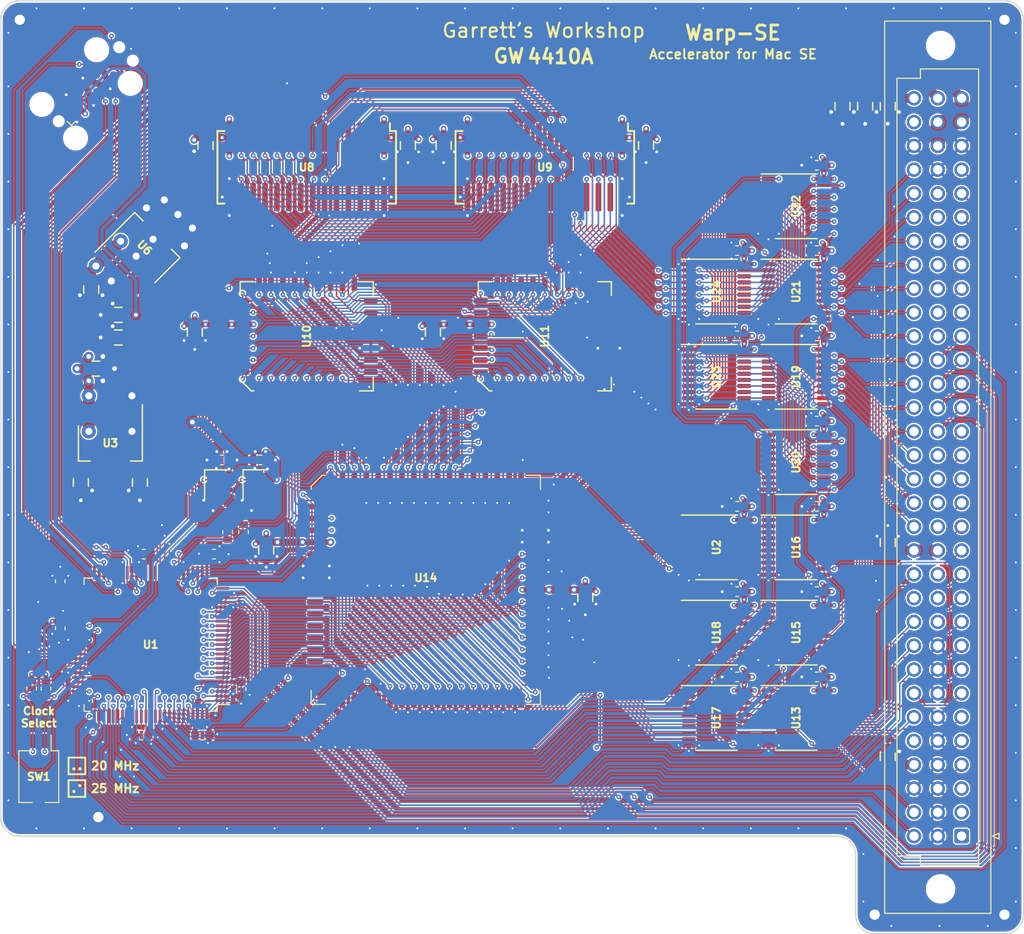
<source format=kicad_pcb>
(kicad_pcb (version 20171130) (host pcbnew "(5.1.10-1-10_14)")
  (layers (0 F.Cu signal) (1 In1.Cu signal) (2 In2.Cu signal) (31 B.Cu signal) (34 B.Paste user) (35 F.Paste user) (36 B.SilkS user) (37 F.SilkS user) (38 B.Mask user) (39 F.Mask user) (44 Edge.Cuts user))
  (net 0 "")
  (net 1 GND)
  (net 2 +5V)
  (net 3 +3V3)
  (net 4 -5V)
  (net 5 +12V)
  (net 6 -12V)
  (net 7 "Net-(R1-Pad1)")
  (net 8 /MC68k/CLK)
  (net 9 /Control/FCLK)
  (net 10 /Buf/Aout~OE~)
  (net 11 /Buf/ADoutLE1)
  (net 12 /Buf/ADoutLE0)
  (net 13 /Buf/Dout~OE~)
  (net 14 /Buf/Din~OE~)
  (net 15 /Buf/DinLE)
  (net 16 /Control/C16M)
  (net 17 /Control/C8M)
  (net 18 /Control/RA4)
  (net 19 /Control/RA5)
  (net 20 /Control/RA6)
  (net 21 /Control/RA7)
  (net 22 /Control/RA8)
  (net 23 /Control/RA9)
  (net 24 /Control/RA10)
  (net 25 /Control/RA11)
  (net 26 /Control/~RAS~)
  (net 27 /Control/~CAS~)
  (net 28 /Control/ROM~CS~)
  (net 29 /Control/~OE~)
  (net 30 /Control/L~WE~)
  (net 31 /Control/U~WE~)
  (net 32 /Control/Acc~UDS~)
  (net 33 /Control/Acc~LDS~)
  (net 34 /Control/Acc~AS~)
  (net 35 /Control/Acc~DTACK)
  (net 36 /Control/Acc~BERR~)
  (net 37 /Control/Acc~VPA~)
  (net 38 /Control/AccR~W~)
  (net 39 /Control/RA0)
  (net 40 /Control/RA1)
  (net 41 /Control/RA2)
  (net 42 /Control/RA3)
  (net 43 /Control/Mac~AS~)
  (net 44 /Control/Mac~VMA~)
  (net 45 /Control/Mac~LDS~)
  (net 46 /Control/Mac~UDS~)
  (net 47 /Control/Mac~DTACK~)
  (net 48 /Control/Mac~VPA~)
  (net 49 /Control/Mac~BERR~)
  (net 50 /PDS/E)
  (net 51 /Buf/AccD13)
  (net 52 /Buf/AccD15)
  (net 53 /Buf/AccD12)
  (net 54 /Buf/AccD14)
  (net 55 /MC68k/~IPL~2)
  (net 56 /Buf/AccD10)
  (net 57 /Buf/AccD8)
  (net 58 /Buf/AccD6)
  (net 59 /Buf/AccD0)
  (net 60 /Buf/AccD2)
  (net 61 /Buf/AccD4)
  (net 62 /Buf/AccD11)
  (net 63 /Buf/AccD9)
  (net 64 /Buf/AccD7)
  (net 65 /Buf/AccD5)
  (net 66 /Buf/AccD1)
  (net 67 /Buf/AccD3)
  (net 68 /PDS/A1)
  (net 69 /PDS/A2)
  (net 70 /PDS/A3)
  (net 71 /PDS/A4)
  (net 72 /PDS/A5)
  (net 73 /PDS/A6)
  (net 74 /PDS/A7)
  (net 75 /PDS/A8)
  (net 76 "Net-(U13-Pad9)")
  (net 77 "Net-(U13-Pad8)")
  (net 78 "Net-(U13-Pad7)")
  (net 79 "Net-(U13-Pad6)")
  (net 80 "Net-(U13-Pad5)")
  (net 81 "Net-(U13-Pad4)")
  (net 82 "Net-(U13-Pad3)")
  (net 83 "Net-(U13-Pad2)")
  (net 84 "Net-(U14-Pad31)")
  (net 85 "Net-(U14-Pad30)")
  (net 86 "Net-(U14-Pad29)")
  (net 87 "Net-(U14-Pad28)")
  (net 88 "Net-(U14-Pad22)")
  (net 89 "Net-(U14-Pad21)")
  (net 90 "Net-(U14-Pad18)")
  (net 91 "Net-(U14-Pad11)")
  (net 92 /PDS/A9)
  (net 93 /PDS/A10)
  (net 94 /PDS/A11)
  (net 95 /PDS/A12)
  (net 96 /PDS/A13)
  (net 97 /PDS/A14)
  (net 98 /PDS/A15)
  (net 99 /PDS/A16)
  (net 100 "Net-(U15-Pad9)")
  (net 101 "Net-(U15-Pad8)")
  (net 102 "Net-(U15-Pad7)")
  (net 103 "Net-(U15-Pad6)")
  (net 104 "Net-(U15-Pad5)")
  (net 105 "Net-(U15-Pad4)")
  (net 106 "Net-(U15-Pad3)")
  (net 107 "Net-(U15-Pad2)")
  (net 108 /PDS/A17)
  (net 109 /PDS/A18)
  (net 110 /PDS/A19)
  (net 111 /PDS/A20)
  (net 112 /PDS/A21)
  (net 113 /PDS/A22)
  (net 114 /PDS/A23)
  (net 115 /Buf/Mac~R~W)
  (net 116 /PDS/D0)
  (net 117 /PDS/D1)
  (net 118 /PDS/D2)
  (net 119 /PDS/D3)
  (net 120 /PDS/D4)
  (net 121 /PDS/D5)
  (net 122 /PDS/D6)
  (net 123 /PDS/D7)
  (net 124 "Net-(U19-Pad9)")
  (net 125 "Net-(U19-Pad8)")
  (net 126 "Net-(U19-Pad7)")
  (net 127 "Net-(U19-Pad6)")
  (net 128 "Net-(U19-Pad5)")
  (net 129 "Net-(U19-Pad4)")
  (net 130 "Net-(U19-Pad3)")
  (net 131 "Net-(U19-Pad2)")
  (net 132 /PDS/D8)
  (net 133 /PDS/D9)
  (net 134 /PDS/D10)
  (net 135 /PDS/D11)
  (net 136 /PDS/D12)
  (net 137 /PDS/D13)
  (net 138 /PDS/D14)
  (net 139 /PDS/D15)
  (net 140 "Net-(U21-Pad9)")
  (net 141 "Net-(U21-Pad8)")
  (net 142 "Net-(U21-Pad7)")
  (net 143 "Net-(U21-Pad6)")
  (net 144 "Net-(U21-Pad5)")
  (net 145 "Net-(U21-Pad4)")
  (net 146 "Net-(U21-Pad3)")
  (net 147 "Net-(U21-Pad2)")
  (net 148 "Net-(J1-PadA1)")
  (net 149 "Net-(J1-PadA2)")
  (net 150 "Net-(J1-PadA3)")
  (net 151 "Net-(J1-PadB10)")
  (net 152 "Net-(J1-PadB11)")
  (net 153 "Net-(J1-PadB12)")
  (net 154 "Net-(J1-PadB22)")
  (net 155 "Net-(J1-PadB23)")
  (net 156 "Net-(J1-PadB24)")
  (net 157 "Net-(J1-PadB25)")
  (net 158 "Net-(J1-PadB26)")
  (net 159 "Net-(J1-PadB27)")
  (net 160 "Net-(J1-PadB28)")
  (net 161 "Net-(J1-PadC5)")
  (net 162 "Net-(J1-PadC11)")
  (net 163 "Net-(J1-PadC31)")
  (net 164 /MC68k/~IPL~0)
  (net 165 /MC68k/~IPL~1)
  (net 166 /Control/A23)
  (net 167 /Control/A22)
  (net 168 /Control/A21)
  (net 169 /Control/A20)
  (net 170 /Control/A19)
  (net 171 /Control/A18)
  (net 172 /Control/A17)
  (net 173 /Control/A16)
  (net 174 /Control/A15)
  (net 175 /Control/A14)
  (net 176 /Control/A13)
  (net 177 /Control/A12)
  (net 178 /Control/A11)
  (net 179 /Control/A10)
  (net 180 /Control/A9)
  (net 181 /Control/A8)
  (net 182 /Control/A7)
  (net 183 /Control/A6)
  (net 184 /Control/A5)
  (net 185 /Control/A4)
  (net 186 /Control/A3)
  (net 187 /Control/A2)
  (net 188 /Control/A1)
  (net 189 /Control/~RESET~r)
  (net 190 "Net-(U16-Pad9)")
  (net 191 "Net-(U16-Pad8)")
  (net 192 "Net-(U16-Pad7)")
  (net 193 "Net-(U16-Pad6)")
  (net 194 "Net-(U16-Pad5)")
  (net 195 "Net-(U16-Pad4)")
  (net 196 "Net-(U16-Pad3)")
  (net 197 "Net-(U16-Pad2)")
  (net 198 /Control/~RESET~)
  (net 199 "Net-(U1-Pad73)")
  (net 200 "Net-(U1-Pad72)")
  (net 201 "Net-(U1-Pad71)")
  (net 202 "Net-(U1-Pad70)")
  (net 203 "Net-(U1-Pad68)")
  (net 204 "Net-(U1-Pad61)")
  (net 205 "Net-(U1-Pad58)")
  (net 206 /Control/ROM~WE~)
  (net 207 "Net-(U1-Pad49)")
  (net 208 "Net-(U1-Pad39)")
  (net 209 /Control/SW1)
  (net 210 /Clk.sch/CK20EN)
  (net 211 /Control/TDI)
  (net 212 /Control/TMS)
  (net 213 /Control/TCK)
  (net 214 /Clk.sch/CK25EN)
  (net 215 /Control/TDO)
  (net 216 "Net-(J2-Pad14)")
  (net 217 "Net-(J2-Pad12)")
  (module stdpads:C_0805 (layer F.Cu) (at 115.7995 73.914 180)
    (fp_text reference C10)
    (fp_text value 10u)
    (pad 2 smd roundrect (at 0.85 0 180) (size 1.05 1.4) (layers F.Cu F.Paste F.Mask) (net 1 GND))
    (pad 1 smd roundrect (at -0.85 0 180) (size 1.05 1.4) (layers F.Cu F.Paste F.Mask) (net 3 +3V3))
  )
  (module stdpads:C_0805 (layer F.Cu) (at 112.903 71.208 270)
    (fp_text reference C4)
    (fp_text value 10u)
    (pad 1 smd roundrect (at -0.85 0 270) (size 1.05 1.4) (layers F.Cu F.Paste F.Mask) (net 2 +5V))
    (pad 2 smd roundrect (at 0.85 0 270) (size 1.05 1.4) (layers F.Cu F.Paste F.Mask) (net 1 GND))
  )
  (module stdpads:C_0805 (layer F.Cu) (at 115.7995 76.327 180)
    (fp_text reference C9)
    (fp_text value 10u)
    (pad 2 smd roundrect (at 0.85 0 180) (size 1.05 1.4) (layers F.Cu F.Paste F.Mask) (net 1 GND))
    (pad 1 smd roundrect (at -0.85 0 180) (size 1.05 1.4) (layers F.Cu F.Paste F.Mask) (net 3 +3V3))
  )
  (module Connector:Tag-Connect_TC2070-IDC-FP_2x07_P1.27mm_Vertical (layer F.Cu) (at 113.03 49.657 45)
    (fp_text reference J2 hide)
    (fp_text value JTAG)
    (pad "" np_thru_hole circle (at 3.175 2.54 45) (size 2.3749 2.3749) (drill 2.3749) (layers *.Cu *.Mask))
    (pad "" np_thru_hole circle (at -5.08 2.54 45) (size 2.3749 2.3749) (drill 2.3749) (layers *.Cu *.Mask))
    (pad "" np_thru_hole circle (at 3.175 -2.54 45) (size 2.3749 2.3749) (drill 2.3749) (layers *.Cu *.Mask))
    (pad "" np_thru_hole circle (at -5.08 -2.54 45) (size 2.3749 2.3749) (drill 2.3749) (layers *.Cu *.Mask))
    (pad "" np_thru_hole circle (at 5.08 1.016 45) (size 0.9906 0.9906) (drill 0.9906) (layers *.Cu *.Mask))
    (pad "" np_thru_hole circle (at 5.08 -1.016 45) (size 0.9906 0.9906) (drill 0.9906) (layers *.Cu *.Mask))
    (pad "" np_thru_hole circle (at -5.08 0 45) (size 0.9906 0.9906) (drill 0.9906) (layers *.Cu *.Mask))
    (pad 14 connect circle (at -3.81 -0.635 45) (size 0.7874 0.7874) (layers F.Cu F.Mask) (net 216 "Net-(J2-Pad14)"))
    (pad 13 connect circle (at -2.54 -0.635 45) (size 0.7874 0.7874) (layers F.Cu F.Mask) (net 1 GND))
    (pad 12 connect circle (at -1.27 -0.635 45) (size 0.7874 0.7874) (layers F.Cu F.Mask) (net 217 "Net-(J2-Pad12)"))
    (pad 11 connect circle (at 0 -0.635 45) (size 0.7874 0.7874) (layers F.Cu F.Mask) (net 1 GND))
    (pad 10 connect circle (at 1.27 -0.635 45) (size 0.7874 0.7874) (layers F.Cu F.Mask) (net 211 /Control/TDI))
    (pad 9 connect circle (at 2.54 -0.635 45) (size 0.7874 0.7874) (layers F.Cu F.Mask) (net 1 GND))
    (pad 8 connect circle (at 3.81 -0.635 45) (size 0.7874 0.7874) (layers F.Cu F.Mask) (net 215 /Control/TDO))
    (pad 7 connect circle (at 3.81 0.635 45) (size 0.7874 0.7874) (layers F.Cu F.Mask) (net 1 GND))
    (pad 6 connect circle (at 2.54 0.635 45) (size 0.7874 0.7874) (layers F.Cu F.Mask) (net 213 /Control/TCK))
    (pad 5 connect circle (at 1.27 0.635 45) (size 0.7874 0.7874) (layers F.Cu F.Mask) (net 1 GND))
    (pad 4 connect circle (at 0 0.635 45) (size 0.7874 0.7874) (layers F.Cu F.Mask) (net 212 /Control/TMS))
    (pad 3 connect circle (at -1.27 0.635 45) (size 0.7874 0.7874) (layers F.Cu F.Mask) (net 1 GND))
    (pad 2 connect circle (at -2.54 0.635 45) (size 0.7874 0.7874) (layers F.Cu F.Mask) (net 3 +3V3))
    (pad 1 connect circle (at -3.81 0.635 45) (size 0.7874 0.7874) (layers F.Cu F.Mask) (net 1 GND))
  )
  (module stdpads:C_0805 (layer F.Cu) (at 197.866 121.07 90)
    (fp_text reference C19)
    (fp_text value 10u)
    (pad 1 smd roundrect (at -0.85 0 90) (size 1.05 1.4) (layers F.Cu F.Paste F.Mask) (net 2 +5V))
    (pad 2 smd roundrect (at 0.85 0 90) (size 1.05 1.4) (layers F.Cu F.Paste F.Mask) (net 1 GND))
  )
  (module stdpads:C_0603 (layer F.Cu) (at 130.95 89.4 180)
    (fp_text reference C6)
    (fp_text value 2u2)
    (pad 1 smd roundrect (at -0.75 0 180) (size 0.85 0.95) (layers F.Cu F.Paste F.Mask) (net 3 +3V3))
    (pad 2 smd roundrect (at 0.75 0 180) (size 0.85 0.95) (layers F.Cu F.Paste F.Mask) (net 1 GND))
  )
  (module stdpads:C_0805 (layer F.Cu) (at 113.4 79.65)
    (fp_text reference C3)
    (fp_text value 10u)
    (pad 2 smd roundrect (at 0.85 0) (size 1.05 1.4) (layers F.Cu F.Paste F.Mask) (net 1 GND))
    (pad 1 smd roundrect (at -0.85 0) (size 1.05 1.4) (layers F.Cu F.Paste F.Mask) (net 2 +5V))
  )
  (module stdpads:C_0805 (layer F.Cu) (at 111.8 91.8 270)
    (fp_text reference C7)
    (fp_text value 10u)
    (pad 1 smd roundrect (at -0.85 0 270) (size 1.05 1.4) (layers F.Cu F.Paste F.Mask) (net 3 +3V3))
    (pad 2 smd roundrect (at 0.85 0 270) (size 1.05 1.4) (layers F.Cu F.Paste F.Mask) (net 1 GND))
  )
  (module stdpads:C_0805 (layer F.Cu) (at 118.1 91.8 270)
    (fp_text reference C8)
    (fp_text value 10u)
    (pad 1 smd roundrect (at -0.85 0 270) (size 1.05 1.4) (layers F.Cu F.Paste F.Mask) (net 3 +3V3))
    (pad 2 smd roundrect (at 0.85 0 270) (size 1.05 1.4) (layers F.Cu F.Paste F.Mask) (net 1 GND))
  )
  (module stdpads:TQFP-100_14x14mm_P0.5mm (layer F.Cu) (at 119.25 109.1 90)
    (fp_text reference U1)
    (fp_text value XC95144XL-TQ100)
    (fp_text user %R (at 0 0) (layer F.SilkS) (effects (font (size 0.8128 0.8128) (thickness 0.2032))))
    (pad 1 smd roundrect (at -6 7.6625 180) (size 1.475 0.3) (layers F.Cu F.Paste F.Mask) (net 189 /Control/~RESET~r))
    (pad 2 smd roundrect (at -5.5 7.6625 180) (size 1.475 0.3) (layers F.Cu F.Paste F.Mask) (net 184 /Control/A5))
    (pad 3 smd roundrect (at -5 7.6625 180) (size 1.475 0.3) (layers F.Cu F.Paste F.Mask) (net 183 /Control/A6))
    (pad 4 smd roundrect (at -4.5 7.6625 180) (size 1.475 0.3) (layers F.Cu F.Paste F.Mask) (net 182 /Control/A7))
    (pad 5 smd roundrect (at -4 7.6625 180) (size 1.475 0.3) (layers F.Cu F.Paste F.Mask) (net 3 +3V3))
    (pad 6 smd roundrect (at -3.5 7.6625 180) (size 1.475 0.3) (layers F.Cu F.Paste F.Mask) (net 181 /Control/A8))
    (pad 7 smd roundrect (at -3 7.6625 180) (size 1.475 0.3) (layers F.Cu F.Paste F.Mask) (net 180 /Control/A9))
    (pad 8 smd roundrect (at -2.5 7.6625 180) (size 1.475 0.3) (layers F.Cu F.Paste F.Mask) (net 179 /Control/A10))
    (pad 9 smd roundrect (at -2 7.6625 180) (size 1.475 0.3) (layers F.Cu F.Paste F.Mask) (net 178 /Control/A11))
    (pad 10 smd roundrect (at -1.5 7.6625 180) (size 1.475 0.3) (layers F.Cu F.Paste F.Mask) (net 177 /Control/A12))
    (pad 11 smd roundrect (at -1 7.6625 180) (size 1.475 0.3) (layers F.Cu F.Paste F.Mask) (net 176 /Control/A13))
    (pad 12 smd roundrect (at -0.5 7.6625 180) (size 1.475 0.3) (layers F.Cu F.Paste F.Mask) (net 175 /Control/A14))
    (pad 13 smd roundrect (at 0 7.6625 180) (size 1.475 0.3) (layers F.Cu F.Paste F.Mask) (net 174 /Control/A15))
    (pad 14 smd roundrect (at 0.5 7.6625 180) (size 1.475 0.3) (layers F.Cu F.Paste F.Mask) (net 173 /Control/A16))
    (pad 15 smd roundrect (at 1 7.6625 180) (size 1.475 0.3) (layers F.Cu F.Paste F.Mask) (net 172 /Control/A17))
    (pad 16 smd roundrect (at 1.5 7.6625 180) (size 1.475 0.3) (layers F.Cu F.Paste F.Mask) (net 171 /Control/A18))
    (pad 17 smd roundrect (at 2 7.6625 180) (size 1.475 0.3) (layers F.Cu F.Paste F.Mask) (net 170 /Control/A19))
    (pad 18 smd roundrect (at 2.5 7.6625 180) (size 1.475 0.3) (layers F.Cu F.Paste F.Mask) (net 169 /Control/A20))
    (pad 19 smd roundrect (at 3 7.6625 180) (size 1.475 0.3) (layers F.Cu F.Paste F.Mask) (net 168 /Control/A21))
    (pad 20 smd roundrect (at 3.5 7.6625 180) (size 1.475 0.3) (layers F.Cu F.Paste F.Mask) (net 167 /Control/A22))
    (pad 21 smd roundrect (at 4 7.6625 180) (size 1.475 0.3) (layers F.Cu F.Paste F.Mask) (net 1 GND))
    (pad 22 smd roundrect (at 4.5 7.6625 180) (size 1.475 0.3) (layers F.Cu F.Paste F.Mask) (net 16 /Control/C16M))
    (pad 23 smd roundrect (at 5 7.6625 180) (size 1.475 0.3) (layers F.Cu F.Paste F.Mask) (net 17 /Control/C8M))
    (pad 24 smd roundrect (at 5.5 7.6625 180) (size 1.475 0.3) (layers F.Cu F.Paste F.Mask) (net 166 /Control/A23))
    (pad 25 smd roundrect (at 6 7.6625 180) (size 1.475 0.3) (layers F.Cu F.Paste F.Mask) (net 50 /PDS/E))
    (pad 26 smd roundrect (at 7.6625 6 180) (size 0.3 1.475) (layers F.Cu F.Paste F.Mask) (net 3 +3V3))
    (pad 27 smd roundrect (at 7.6625 5.5 180) (size 0.3 1.475) (layers F.Cu F.Paste F.Mask) (net 9 /Control/FCLK))
    (pad 28 smd roundrect (at 7.6625 5 180) (size 0.3 1.475) (layers F.Cu F.Paste F.Mask) (net 35 /Control/Acc~DTACK))
    (pad 29 smd roundrect (at 7.6625 4.5 180) (size 0.3 1.475) (layers F.Cu F.Paste F.Mask) (net 38 /Control/AccR~W~))
    (pad 30 smd roundrect (at 7.6625 4 180) (size 0.3 1.475) (layers F.Cu F.Paste F.Mask) (net 33 /Control/Acc~LDS~))
    (pad 31 smd roundrect (at 7.6625 3.5 180) (size 0.3 1.475) (layers F.Cu F.Paste F.Mask) (net 1 GND))
    (pad 32 smd roundrect (at 7.6625 3 180) (size 0.3 1.475) (layers F.Cu F.Paste F.Mask) (net 34 /Control/Acc~AS~))
    (pad 33 smd roundrect (at 7.6625 2.5 180) (size 0.3 1.475) (layers F.Cu F.Paste F.Mask) (net 32 /Control/Acc~UDS~))
    (pad 34 smd roundrect (at 7.6625 2 180) (size 0.3 1.475) (layers F.Cu F.Paste F.Mask) (net 206 /Control/ROM~WE~))
    (pad 35 smd roundrect (at 7.6625 1.5 180) (size 0.3 1.475) (layers F.Cu F.Paste F.Mask) (net 28 /Control/ROM~CS~))
    (pad 36 smd roundrect (at 7.6625 1 180) (size 0.3 1.475) (layers F.Cu F.Paste F.Mask) (net 27 /Control/~CAS~))
    (pad 37 smd roundrect (at 7.6625 0.5 180) (size 0.3 1.475) (layers F.Cu F.Paste F.Mask) (net 29 /Control/~OE~))
    (pad 38 smd roundrect (at 7.6625 0 180) (size 0.3 1.475) (layers F.Cu F.Paste F.Mask) (net 3 +3V3))
    (pad 39 smd roundrect (at 7.6625 -0.5 180) (size 0.3 1.475) (layers F.Cu F.Paste F.Mask) (net 208 "Net-(U1-Pad39)"))
    (pad 40 smd roundrect (at 7.6625 -1 180) (size 0.3 1.475) (layers F.Cu F.Paste F.Mask) (net 18 /Control/RA4))
    (pad 41 smd roundrect (at 7.6625 -1.5 180) (size 0.3 1.475) (layers F.Cu F.Paste F.Mask) (net 42 /Control/RA3))
    (pad 42 smd roundrect (at 7.6625 -2 180) (size 0.3 1.475) (layers F.Cu F.Paste F.Mask) (net 19 /Control/RA5))
    (pad 43 smd roundrect (at 7.6625 -2.5 180) (size 0.3 1.475) (layers F.Cu F.Paste F.Mask) (net 41 /Control/RA2))
    (pad 44 smd roundrect (at 7.6625 -3 180) (size 0.3 1.475) (layers F.Cu F.Paste F.Mask) (net 1 GND))
    (pad 45 smd roundrect (at 7.6625 -3.5 180) (size 0.3 1.475) (layers F.Cu F.Paste F.Mask) (net 211 /Control/TDI))
    (pad 46 smd roundrect (at 7.6625 -4 180) (size 0.3 1.475) (layers F.Cu F.Paste F.Mask) (net 20 /Control/RA6))
    (pad 47 smd roundrect (at 7.6625 -4.5 180) (size 0.3 1.475) (layers F.Cu F.Paste F.Mask) (net 212 /Control/TMS))
    (pad 48 smd roundrect (at 7.6625 -5 180) (size 0.3 1.475) (layers F.Cu F.Paste F.Mask) (net 213 /Control/TCK))
    (pad 49 smd roundrect (at 7.6625 -5.5 180) (size 0.3 1.475) (layers F.Cu F.Paste F.Mask) (net 207 "Net-(U1-Pad49)"))
    (pad 50 smd roundrect (at 7.6625 -6 180) (size 0.3 1.475) (layers F.Cu F.Paste F.Mask) (net 40 /Control/RA1))
    (pad 51 smd roundrect (at 6 -7.6625 180) (size 1.475 0.3) (layers F.Cu F.Paste F.Mask) (net 3 +3V3))
    (pad 52 smd roundrect (at 5.5 -7.6625 180) (size 1.475 0.3) (layers F.Cu F.Paste F.Mask) (net 21 /Control/RA7))
    (pad 53 smd roundrect (at 5 -7.6625 180) (size 1.475 0.3) (layers F.Cu F.Paste F.Mask) (net 39 /Control/RA0))
    (pad 54 smd roundrect (at 4.5 -7.6625 180) (size 1.475 0.3) (layers F.Cu F.Paste F.Mask) (net 22 /Control/RA8))
    (pad 55 smd roundrect (at 4 -7.6625 180) (size 1.475 0.3) (layers F.Cu F.Paste F.Mask) (net 24 /Control/RA10))
    (pad 56 smd roundrect (at 3.5 -7.6625 180) (size 1.475 0.3) (layers F.Cu F.Paste F.Mask) (net 23 /Control/RA9))
    (pad 57 smd roundrect (at 3 -7.6625 180) (size 1.475 0.3) (layers F.Cu F.Paste F.Mask) (net 3 +3V3))
    (pad 58 smd roundrect (at 2.5 -7.6625 180) (size 1.475 0.3) (layers F.Cu F.Paste F.Mask) (net 205 "Net-(U1-Pad58)"))
    (pad 59 smd roundrect (at 2 -7.6625 180) (size 1.475 0.3) (layers F.Cu F.Paste F.Mask) (net 214 /Clk.sch/CK25EN))
    (pad 60 smd roundrect (at 1.5 -7.6625 180) (size 1.475 0.3) (layers F.Cu F.Paste F.Mask) (net 209 /Control/SW1))
    (pad 61 smd roundrect (at 1 -7.6625 180) (size 1.475 0.3) (layers F.Cu F.Paste F.Mask) (net 204 "Net-(U1-Pad61)"))
    (pad 62 smd roundrect (at 0.5 -7.6625 180) (size 1.475 0.3) (layers F.Cu F.Paste F.Mask) (net 1 GND))
    (pad 63 smd roundrect (at 0 -7.6625 180) (size 1.475 0.3) (layers F.Cu F.Paste F.Mask) (net 25 /Control/RA11))
    (pad 64 smd roundrect (at -0.5 -7.6625 180) (size 1.475 0.3) (layers F.Cu F.Paste F.Mask) (net 26 /Control/~RAS~))
    (pad 65 smd roundrect (at -1 -7.6625 180) (size 1.475 0.3) (layers F.Cu F.Paste F.Mask) (net 30 /Control/L~WE~))
    (pad 66 smd roundrect (at -1.5 -7.6625 180) (size 1.475 0.3) (layers F.Cu F.Paste F.Mask) (net 31 /Control/U~WE~))
    (pad 67 smd roundrect (at -2 -7.6625 180) (size 1.475 0.3) (layers F.Cu F.Paste F.Mask) (net 210 /Clk.sch/CK20EN))
    (pad 68 smd roundrect (at -2.5 -7.6625 180) (size 1.475 0.3) (layers F.Cu F.Paste F.Mask) (net 203 "Net-(U1-Pad68)"))
    (pad 69 smd roundrect (at -3 -7.6625 180) (size 1.475 0.3) (layers F.Cu F.Paste F.Mask) (net 1 GND))
    (pad 70 smd roundrect (at -3.5 -7.6625 180) (size 1.475 0.3) (layers F.Cu F.Paste F.Mask) (net 202 "Net-(U1-Pad70)"))
    (pad 71 smd roundrect (at -4 -7.6625 180) (size 1.475 0.3) (layers F.Cu F.Paste F.Mask) (net 201 "Net-(U1-Pad71)"))
    (pad 72 smd roundrect (at -4.5 -7.6625 180) (size 1.475 0.3) (layers F.Cu F.Paste F.Mask) (net 200 "Net-(U1-Pad72)"))
    (pad 73 smd roundrect (at -5 -7.6625 180) (size 1.475 0.3) (layers F.Cu F.Paste F.Mask) (net 199 "Net-(U1-Pad73)"))
    (pad 74 smd roundrect (at -5.5 -7.6625 180) (size 1.475 0.3) (layers F.Cu F.Paste F.Mask) (net 44 /Control/Mac~VMA~))
    (pad 75 smd roundrect (at -6 -7.6625 180) (size 1.475 0.3) (layers F.Cu F.Paste F.Mask) (net 1 GND))
    (pad 76 smd roundrect (at -7.6625 -6 180) (size 0.3 1.475) (layers F.Cu F.Paste F.Mask) (net 49 /Control/Mac~BERR~))
    (pad 77 smd roundrect (at -7.6625 -5.5 180) (size 0.3 1.475) (layers F.Cu F.Paste F.Mask) (net 48 /Control/Mac~VPA~))
    (pad 78 smd roundrect (at -7.6625 -5 180) (size 0.3 1.475) (layers F.Cu F.Paste F.Mask) (net 47 /Control/Mac~DTACK~))
    (pad 79 smd roundrect (at -7.6625 -4.5 180) (size 0.3 1.475) (layers F.Cu F.Paste F.Mask) (net 45 /Control/Mac~LDS~))
    (pad 80 smd roundrect (at -7.6625 -4 180) (size 0.3 1.475) (layers F.Cu F.Paste F.Mask) (net 46 /Control/Mac~UDS~))
    (pad 81 smd roundrect (at -7.6625 -3.5 180) (size 0.3 1.475) (layers F.Cu F.Paste F.Mask) (net 43 /Control/Mac~AS~))
    (pad 82 smd roundrect (at -7.6625 -3 180) (size 0.3 1.475) (layers F.Cu F.Paste F.Mask) (net 11 /Buf/ADoutLE1))
    (pad 83 smd roundrect (at -7.6625 -2.5 180) (size 0.3 1.475) (layers F.Cu F.Paste F.Mask) (net 215 /Control/TDO))
    (pad 84 smd roundrect (at -7.6625 -2 180) (size 0.3 1.475) (layers F.Cu F.Paste F.Mask) (net 1 GND))
    (pad 85 smd roundrect (at -7.6625 -1.5 180) (size 0.3 1.475) (layers F.Cu F.Paste F.Mask) (net 12 /Buf/ADoutLE0))
    (pad 86 smd roundrect (at -7.6625 -1 180) (size 0.3 1.475) (layers F.Cu F.Paste F.Mask) (net 15 /Buf/DinLE))
    (pad 87 smd roundrect (at -7.6625 -0.5 180) (size 0.3 1.475) (layers F.Cu F.Paste F.Mask) (net 10 /Buf/Aout~OE~))
    (pad 88 smd roundrect (at -7.6625 0 180) (size 0.3 1.475) (layers F.Cu F.Paste F.Mask) (net 3 +3V3))
    (pad 89 smd roundrect (at -7.6625 0.5 180) (size 0.3 1.475) (layers F.Cu F.Paste F.Mask) (net 13 /Buf/Dout~OE~))
    (pad 90 smd roundrect (at -7.6625 1 180) (size 0.3 1.475) (layers F.Cu F.Paste F.Mask) (net 14 /Buf/Din~OE~))
    (pad 91 smd roundrect (at -7.6625 1.5 180) (size 0.3 1.475) (layers F.Cu F.Paste F.Mask) (net 198 /Control/~RESET~))
    (pad 92 smd roundrect (at -7.6625 2 180) (size 0.3 1.475) (layers F.Cu F.Paste F.Mask) (net 36 /Control/Acc~BERR~))
    (pad 93 smd roundrect (at -7.6625 2.5 180) (size 0.3 1.475) (layers F.Cu F.Paste F.Mask) (net 37 /Control/Acc~VPA~))
    (pad 94 smd roundrect (at -7.6625 3 180) (size 0.3 1.475) (layers F.Cu F.Paste F.Mask) (net 188 /Control/A1))
    (pad 95 smd roundrect (at -7.6625 3.5 180) (size 0.3 1.475) (layers F.Cu F.Paste F.Mask) (net 187 /Control/A2))
    (pad 96 smd roundrect (at -7.6625 4 180) (size 0.3 1.475) (layers F.Cu F.Paste F.Mask) (net 186 /Control/A3))
    (pad 97 smd roundrect (at -7.6625 4.5 180) (size 0.3 1.475) (layers F.Cu F.Paste F.Mask) (net 185 /Control/A4))
    (pad 98 smd roundrect (at -7.6625 5 180) (size 0.3 1.475) (layers F.Cu F.Paste F.Mask) (net 3 +3V3))
    (pad 99 smd roundrect (at -7.6625 5.5 180) (size 0.3 1.475) (layers F.Cu F.Paste F.Mask) (net 189 /Control/~RESET~r))
    (pad 100 smd roundrect (at -7.6625 6 180) (size 0.3 1.475) (layers F.Cu F.Paste F.Mask) (net 1 GND))
  )
  (module stdpads:C_0805 (layer F.Cu) (at 193.04 51.65 270)
    (fp_text reference C22)
    (fp_text value 10u)
    (pad 1 smd roundrect (at -0.85 0 270) (size 1.05 1.4) (layers F.Cu F.Paste F.Mask) (net 5 +12V))
    (pad 2 smd roundrect (at 0.85 0 270) (size 1.05 1.4) (layers F.Cu F.Paste F.Mask) (net 1 GND))
  )
  (module stdpads:C_0805 (layer F.Cu) (at 195.453 51.65 270)
    (fp_text reference C20)
    (fp_text value 10u)
    (pad 2 smd roundrect (at 0.85 0 270) (size 1.05 1.4) (layers F.Cu F.Paste F.Mask) (net 1 GND))
    (pad 1 smd roundrect (at -0.85 0 270) (size 1.05 1.4) (layers F.Cu F.Paste F.Mask) (net 4 -5V))
  )
  (module stdpads:C_0805 (layer F.Cu) (at 197.866 51.65 270)
    (fp_text reference C24)
    (fp_text value 10u)
    (pad 1 smd roundrect (at -0.85 0 270) (size 1.05 1.4) (layers F.Cu F.Paste F.Mask) (net 6 -12V))
    (pad 2 smd roundrect (at 0.85 0 270) (size 1.05 1.4) (layers F.Cu F.Paste F.Mask) (net 1 GND))
  )
  (module stdpads:SOT-223 (layer F.Cu) (at 118.6 66.75 225)
    (fp_text reference U6 (at 0 0 315) (layer F.SilkS) (effects (font (size 0.8128 0.8128) (thickness 0.2032))))
    (fp_text value AZ1117CH2-3.3)
    (pad 2 smd roundrect (at -3.149999 0 45) (size 2 3.8) (layers F.Cu F.Paste F.Mask) (roundrect_rratio 0.15) (net 1 GND))
    (pad 2 smd roundrect (at 3.149999 0 45) (size 2 1.5) (layers F.Cu F.Paste F.Mask) (roundrect_rratio 0.2) (net 1 GND))
    (pad 3 smd roundrect (at 3.15 -2.3 45) (size 2 1.5) (layers F.Cu F.Paste F.Mask) (roundrect_rratio 0.2) (net 3 +3V3))
    (pad 1 smd roundrect (at 3.15 2.3 45) (size 2 1.5) (layers F.Cu F.Paste F.Mask) (roundrect_rratio 0.2) (net 2 +5V))
  )
  (module stdpads:SOJ-28_300mil (layer F.Cu) (at 161.29 58.166 270)
    (fp_text reference U9)
    (fp_text value KM48C2100)
    (fp_text user %R (at 0 0) (layer F.SilkS) (effects (font (size 0.8128 0.8128) (thickness 0.2032))))
    (pad 20 smd roundrect (at 3.175 1.905 270) (size 3.048 0.6) (layers F.Cu F.Paste F.Mask) (net 19 /Control/RA5))
    (pad 7 smd roundrect (at -3.175 -0.635 270) (size 3.048 0.6) (layers F.Cu F.Paste F.Mask) (net 26 /Control/~RAS~))
    (pad 26 smd roundrect (at 3.175 -5.715 270) (size 3.048 0.6) (layers F.Cu F.Paste F.Mask) (net 53 /Buf/AccD12))
    (pad 25 smd roundrect (at 3.175 -4.445 270) (size 3.048 0.6) (layers F.Cu F.Paste F.Mask) (net 56 /Buf/AccD10))
    (pad 24 smd roundrect (at 3.175 -3.175 270) (size 3.048 0.6) (layers F.Cu F.Paste F.Mask) (net 57 /Buf/AccD8))
    (pad 23 smd roundrect (at 3.175 -1.905 270) (size 3.048 0.6) (layers F.Cu F.Paste F.Mask) (net 27 /Control/~CAS~))
    (pad 22 smd roundrect (at 3.175 -0.635 270) (size 3.048 0.6) (layers F.Cu F.Paste F.Mask) (net 29 /Control/~OE~))
    (pad 18 smd roundrect (at 3.175 4.445 270) (size 3.048 0.6) (layers F.Cu F.Paste F.Mask) (net 21 /Control/RA7))
    (pad 17 smd roundrect (at 3.175 5.715 270) (size 3.048 0.6) (layers F.Cu F.Paste F.Mask) (net 22 /Control/RA8))
    (pad 16 smd roundrect (at 3.175 6.985 270) (size 3.048 0.6) (layers F.Cu F.Paste F.Mask) (net 23 /Control/RA9))
    (pad 15 smd roundrect (at 3.175 8.255 270) (size 3.048 0.6) (layers F.Cu F.Paste F.Mask) (net 1 GND))
    (pad 13 smd roundrect (at -3.175 6.985 270) (size 3.048 0.6) (layers F.Cu F.Paste F.Mask) (net 25 /Control/RA11))
    (pad 12 smd roundrect (at -3.175 5.715 270) (size 3.048 0.6) (layers F.Cu F.Paste F.Mask) (net 24 /Control/RA10))
    (pad 11 smd roundrect (at -3.175 4.445 270) (size 3.048 0.6) (layers F.Cu F.Paste F.Mask) (net 39 /Control/RA0))
    (pad 10 smd roundrect (at -3.175 3.175 270) (size 3.048 0.6) (layers F.Cu F.Paste F.Mask) (net 40 /Control/RA1))
    (pad 9 smd roundrect (at -3.175 1.905 270) (size 3.048 0.6) (layers F.Cu F.Paste F.Mask) (net 41 /Control/RA2))
    (pad 5 smd roundrect (at -3.175 -3.175 270) (size 3.048 0.6) (layers F.Cu F.Paste F.Mask) (net 63 /Buf/AccD9))
    (pad 4 smd roundrect (at -3.175 -4.445 270) (size 3.048 0.6) (layers F.Cu F.Paste F.Mask) (net 62 /Buf/AccD11))
    (pad 3 smd roundrect (at -3.175 -5.715 270) (size 3.048 0.6) (layers F.Cu F.Paste F.Mask) (net 51 /Buf/AccD13))
    (pad 2 smd roundrect (at -3.175 -6.985 270) (size 3.048 0.6) (layers F.Cu F.Paste F.Mask) (net 52 /Buf/AccD15))
    (pad 1 smd roundrect (at -3.175 -8.255 270) (size 3.048 0.6) (layers F.Cu F.Paste F.Mask) (net 2 +5V))
    (pad 21 smd roundrect (at 3.175 0.635 270) (size 3.048 0.6) (layers F.Cu F.Paste F.Mask) (net 18 /Control/RA4))
    (pad 6 smd roundrect (at -3.175 -1.905 270) (size 3.048 0.6) (layers F.Cu F.Paste F.Mask) (net 31 /Control/U~WE~))
    (pad 19 smd roundrect (at 3.175 3.175 270) (size 3.048 0.6) (layers F.Cu F.Paste F.Mask) (net 20 /Control/RA6))
    (pad 8 smd roundrect (at -3.175 0.635 270) (size 3.048 0.6) (layers F.Cu F.Paste F.Mask) (net 42 /Control/RA3))
    (pad 14 smd roundrect (at -3.175 8.255 270) (size 3.048 0.6) (layers F.Cu F.Paste F.Mask) (net 2 +5V))
    (pad 27 smd roundrect (at 3.175 -6.985 270) (size 3.048 0.6) (layers F.Cu F.Paste F.Mask) (net 54 /Buf/AccD14))
    (pad 28 smd roundrect (at 3.175 -8.255 270) (size 3.048 0.6) (layers F.Cu F.Paste F.Mask) (net 1 GND))
  )
  (module stdpads:DIN41612_R_3x32_Male_Vertical_THT (layer F.Cu) (at 205.74 129.54 180)
    (fp_text reference J1 hide)
    (fp_text value MacSEPDS)
    (pad A1 thru_hole roundrect (at 0 0 180) (size 1.55 1.55) (drill 1) (layers *.Cu *.Mask) (roundrect_rratio 0.16129) (net 148 "Net-(J1-PadA1)"))
    (pad A2 thru_hole circle (at 0 2.54 180) (size 1.55 1.55) (drill 1) (layers *.Cu *.Mask) (net 149 "Net-(J1-PadA2)"))
    (pad A3 thru_hole circle (at 0 5.08 180) (size 1.55 1.55) (drill 1) (layers *.Cu *.Mask) (net 150 "Net-(J1-PadA3)"))
    (pad A4 thru_hole circle (at 0 7.62 180) (size 1.55 1.55) (drill 1) (layers *.Cu *.Mask) (net 68 /PDS/A1))
    (pad A5 thru_hole circle (at 0 10.16 180) (size 1.55 1.55) (drill 1) (layers *.Cu *.Mask) (net 69 /PDS/A2))
    (pad A6 thru_hole circle (at 0 12.7 180) (size 1.55 1.55) (drill 1) (layers *.Cu *.Mask) (net 70 /PDS/A3))
    (pad A7 thru_hole circle (at 0 15.24 180) (size 1.55 1.55) (drill 1) (layers *.Cu *.Mask) (net 71 /PDS/A4))
    (pad A8 thru_hole circle (at 0 17.78 180) (size 1.55 1.55) (drill 1) (layers *.Cu *.Mask) (net 72 /PDS/A5))
    (pad A9 thru_hole circle (at 0 20.32 180) (size 1.55 1.55) (drill 1) (layers *.Cu *.Mask) (net 73 /PDS/A6))
    (pad A10 thru_hole circle (at 0 22.86 180) (size 1.55 1.55) (drill 1) (layers *.Cu *.Mask) (net 74 /PDS/A7))
    (pad A11 thru_hole circle (at 0 25.4 180) (size 1.55 1.55) (drill 1) (layers *.Cu *.Mask) (net 75 /PDS/A8))
    (pad A12 thru_hole circle (at 0 27.94 180) (size 1.55 1.55) (drill 1) (layers *.Cu *.Mask) (net 92 /PDS/A9))
    (pad A13 thru_hole circle (at 0 30.48 180) (size 1.55 1.55) (drill 1) (layers *.Cu *.Mask) (net 93 /PDS/A10))
    (pad A14 thru_hole circle (at 0 33.02 180) (size 1.55 1.55) (drill 1) (layers *.Cu *.Mask) (net 94 /PDS/A11))
    (pad A15 thru_hole circle (at 0 35.56 180) (size 1.55 1.55) (drill 1) (layers *.Cu *.Mask) (net 95 /PDS/A12))
    (pad A16 thru_hole circle (at 0 38.1 180) (size 1.55 1.55) (drill 1) (layers *.Cu *.Mask) (net 96 /PDS/A13))
    (pad A17 thru_hole circle (at 0 40.64 180) (size 1.55 1.55) (drill 1) (layers *.Cu *.Mask) (net 97 /PDS/A14))
    (pad A18 thru_hole circle (at 0 43.18 180) (size 1.55 1.55) (drill 1) (layers *.Cu *.Mask) (net 98 /PDS/A15))
    (pad A19 thru_hole circle (at 0 45.72 180) (size 1.55 1.55) (drill 1) (layers *.Cu *.Mask) (net 99 /PDS/A16))
    (pad A20 thru_hole circle (at 0 48.26 180) (size 1.55 1.55) (drill 1) (layers *.Cu *.Mask) (net 108 /PDS/A17))
    (pad A21 thru_hole circle (at 0 50.8 180) (size 1.55 1.55) (drill 1) (layers *.Cu *.Mask) (net 109 /PDS/A18))
    (pad A22 thru_hole circle (at 0 53.34 180) (size 1.55 1.55) (drill 1) (layers *.Cu *.Mask) (net 110 /PDS/A19))
    (pad A23 thru_hole circle (at 0 55.88 180) (size 1.55 1.55) (drill 1) (layers *.Cu *.Mask) (net 111 /PDS/A20))
    (pad A24 thru_hole circle (at 0 58.42 180) (size 1.55 1.55) (drill 1) (layers *.Cu *.Mask) (net 112 /PDS/A21))
    (pad A25 thru_hole circle (at 0 60.96 180) (size 1.55 1.55) (drill 1) (layers *.Cu *.Mask) (net 113 /PDS/A22))
    (pad A26 thru_hole circle (at 0 63.5 180) (size 1.55 1.55) (drill 1) (layers *.Cu *.Mask) (net 114 /PDS/A23))
    (pad A27 thru_hole circle (at 0 66.04 180) (size 1.55 1.55) (drill 1) (layers *.Cu *.Mask) (net 50 /PDS/E))
    (pad A28 thru_hole circle (at 0 68.58 180) (size 1.55 1.55) (drill 1) (layers *.Cu *.Mask) (net 17 /Control/C8M))
    (pad A29 thru_hole circle (at 0 71.12 180) (size 1.55 1.55) (drill 1) (layers *.Cu *.Mask) (net 16 /Control/C16M))
    (pad A30 thru_hole circle (at 0 73.66 180) (size 1.55 1.55) (drill 1) (layers *.Cu *.Mask) (net 1 GND))
    (pad A31 thru_hole circle (at 0 76.2 180) (size 1.55 1.55) (drill 1) (layers *.Cu *.Mask) (net 5 +12V))
    (pad A32 thru_hole circle (at 0 78.74 180) (size 1.55 1.55) (drill 1) (layers *.Cu *.Mask) (net 5 +12V))
    (pad B1 thru_hole circle (at 2.54 0 180) (size 1.55 1.55) (drill 1) (layers *.Cu *.Mask) (net 1 GND))
    (pad B2 thru_hole circle (at 2.54 2.54 180) (size 1.55 1.55) (drill 1) (layers *.Cu *.Mask) (net 1 GND))
    (pad B3 thru_hole circle (at 2.54 5.08 180) (size 1.55 1.55) (drill 1) (layers *.Cu *.Mask) (net 1 GND))
    (pad B4 thru_hole circle (at 2.54 7.62 180) (size 1.55 1.55) (drill 1) (layers *.Cu *.Mask) (net 1 GND))
    (pad B5 thru_hole circle (at 2.54 10.16 180) (size 1.55 1.55) (drill 1) (layers *.Cu *.Mask) (net 1 GND))
    (pad B6 thru_hole circle (at 2.54 12.7 180) (size 1.55 1.55) (drill 1) (layers *.Cu *.Mask) (net 1 GND))
    (pad B7 thru_hole circle (at 2.54 15.24 180) (size 1.55 1.55) (drill 1) (layers *.Cu *.Mask) (net 1 GND))
    (pad B8 thru_hole circle (at 2.54 17.78 180) (size 1.55 1.55) (drill 1) (layers *.Cu *.Mask) (net 1 GND))
    (pad B9 thru_hole circle (at 2.54 20.32 180) (size 1.55 1.55) (drill 1) (layers *.Cu *.Mask) (net 1 GND))
    (pad B10 thru_hole circle (at 2.54 22.86 180) (size 1.55 1.55) (drill 1) (layers *.Cu *.Mask) (net 151 "Net-(J1-PadB10)"))
    (pad B11 thru_hole circle (at 2.54 25.4 180) (size 1.55 1.55) (drill 1) (layers *.Cu *.Mask) (net 152 "Net-(J1-PadB11)"))
    (pad B12 thru_hole circle (at 2.54 27.94 180) (size 1.55 1.55) (drill 1) (layers *.Cu *.Mask) (net 153 "Net-(J1-PadB12)"))
    (pad B13 thru_hole circle (at 2.54 30.48 180) (size 1.55 1.55) (drill 1) (layers *.Cu *.Mask) (net 2 +5V))
    (pad B14 thru_hole circle (at 2.54 33.02 180) (size 1.55 1.55) (drill 1) (layers *.Cu *.Mask) (net 2 +5V))
    (pad B15 thru_hole circle (at 2.54 35.56 180) (size 1.55 1.55) (drill 1) (layers *.Cu *.Mask) (net 2 +5V))
    (pad B16 thru_hole circle (at 2.54 38.1 180) (size 1.55 1.55) (drill 1) (layers *.Cu *.Mask) (net 2 +5V))
    (pad B17 thru_hole circle (at 2.54 40.64 180) (size 1.55 1.55) (drill 1) (layers *.Cu *.Mask) (net 2 +5V))
    (pad B18 thru_hole circle (at 2.54 43.18 180) (size 1.55 1.55) (drill 1) (layers *.Cu *.Mask) (net 164 /MC68k/~IPL~0))
    (pad B19 thru_hole circle (at 2.54 45.72 180) (size 1.55 1.55) (drill 1) (layers *.Cu *.Mask) (net 165 /MC68k/~IPL~1))
    (pad B20 thru_hole circle (at 2.54 48.26 180) (size 1.55 1.55) (drill 1) (layers *.Cu *.Mask) (net 55 /MC68k/~IPL~2))
    (pad B21 thru_hole circle (at 2.54 50.8 180) (size 1.55 1.55) (drill 1) (layers *.Cu *.Mask) (net 49 /Control/Mac~BERR~))
    (pad B22 thru_hole circle (at 2.54 53.34 180) (size 1.55 1.55) (drill 1) (layers *.Cu *.Mask) (net 154 "Net-(J1-PadB22)"))
    (pad B23 thru_hole circle (at 2.54 55.88 180) (size 1.55 1.55) (drill 1) (layers *.Cu *.Mask) (net 155 "Net-(J1-PadB23)"))
    (pad B24 thru_hole circle (at 2.54 58.42 180) (size 1.55 1.55) (drill 1) (layers *.Cu *.Mask) (net 156 "Net-(J1-PadB24)"))
    (pad B25 thru_hole circle (at 2.54 60.96 180) (size 1.55 1.55) (drill 1) (layers *.Cu *.Mask) (net 157 "Net-(J1-PadB25)"))
    (pad B26 thru_hole circle (at 2.54 63.5 180) (size 1.55 1.55) (drill 1) (layers *.Cu *.Mask) (net 158 "Net-(J1-PadB26)"))
    (pad B27 thru_hole circle (at 2.54 66.04 180) (size 1.55 1.55) (drill 1) (layers *.Cu *.Mask) (net 159 "Net-(J1-PadB27)"))
    (pad B28 thru_hole circle (at 2.54 68.58 180) (size 1.55 1.55) (drill 1) (layers *.Cu *.Mask) (net 160 "Net-(J1-PadB28)"))
    (pad B29 thru_hole circle (at 2.54 71.12 180) (size 1.55 1.55) (drill 1) (layers *.Cu *.Mask) (net 1 GND))
    (pad B30 thru_hole circle (at 2.54 73.66 180) (size 1.55 1.55) (drill 1) (layers *.Cu *.Mask) (net 5 +12V))
    (pad B31 thru_hole circle (at 2.54 76.2 180) (size 1.55 1.55) (drill 1) (layers *.Cu *.Mask) (net 5 +12V))
    (pad B32 thru_hole circle (at 2.54 78.74 180) (size 1.55 1.55) (drill 1) (layers *.Cu *.Mask) (net 4 -5V))
    (pad C1 thru_hole circle (at 5.08 0 180) (size 1.55 1.55) (drill 1) (layers *.Cu *.Mask) (net 48 /Control/Mac~VPA~))
    (pad C2 thru_hole circle (at 5.08 2.54 180) (size 1.55 1.55) (drill 1) (layers *.Cu *.Mask) (net 44 /Control/Mac~VMA~))
    (pad C3 thru_hole circle (at 5.08 5.08 180) (size 1.55 1.55) (drill 1) (layers *.Cu *.Mask) (net 1 GND))
    (pad C4 thru_hole circle (at 5.08 7.62 180) (size 1.55 1.55) (drill 1) (layers *.Cu *.Mask) (net 2 +5V))
    (pad C5 thru_hole circle (at 5.08 10.16 180) (size 1.55 1.55) (drill 1) (layers *.Cu *.Mask) (net 161 "Net-(J1-PadC5)"))
    (pad C6 thru_hole circle (at 5.08 12.7 180) (size 1.55 1.55) (drill 1) (layers *.Cu *.Mask) (net 47 /Control/Mac~DTACK~))
    (pad C7 thru_hole circle (at 5.08 15.24 180) (size 1.55 1.55) (drill 1) (layers *.Cu *.Mask) (net 115 /Buf/Mac~R~W))
    (pad C8 thru_hole circle (at 5.08 17.78 180) (size 1.55 1.55) (drill 1) (layers *.Cu *.Mask) (net 45 /Control/Mac~LDS~))
    (pad C9 thru_hole circle (at 5.08 20.32 180) (size 1.55 1.55) (drill 1) (layers *.Cu *.Mask) (net 46 /Control/Mac~UDS~))
    (pad C10 thru_hole circle (at 5.08 22.86 180) (size 1.55 1.55) (drill 1) (layers *.Cu *.Mask) (net 43 /Control/Mac~AS~))
    (pad C11 thru_hole circle (at 5.08 25.4 180) (size 1.55 1.55) (drill 1) (layers *.Cu *.Mask) (net 162 "Net-(J1-PadC11)"))
    (pad C12 thru_hole circle (at 5.08 27.94 180) (size 1.55 1.55) (drill 1) (layers *.Cu *.Mask) (net 198 /Control/~RESET~))
    (pad C13 thru_hole circle (at 5.08 30.48 180) (size 1.55 1.55) (drill 1) (layers *.Cu *.Mask) (net 2 +5V))
    (pad C14 thru_hole circle (at 5.08 33.02 180) (size 1.55 1.55) (drill 1) (layers *.Cu *.Mask) (net 116 /PDS/D0))
    (pad C15 thru_hole circle (at 5.08 35.56 180) (size 1.55 1.55) (drill 1) (layers *.Cu *.Mask) (net 117 /PDS/D1))
    (pad C16 thru_hole circle (at 5.08 38.1 180) (size 1.55 1.55) (drill 1) (layers *.Cu *.Mask) (net 118 /PDS/D2))
    (pad C17 thru_hole circle (at 5.08 40.64 180) (size 1.55 1.55) (drill 1) (layers *.Cu *.Mask) (net 119 /PDS/D3))
    (pad C18 thru_hole circle (at 5.08 43.18 180) (size 1.55 1.55) (drill 1) (layers *.Cu *.Mask) (net 120 /PDS/D4))
    (pad C19 thru_hole circle (at 5.08 45.72 180) (size 1.55 1.55) (drill 1) (layers *.Cu *.Mask) (net 121 /PDS/D5))
    (pad C20 thru_hole circle (at 5.08 48.26 180) (size 1.55 1.55) (drill 1) (layers *.Cu *.Mask) (net 122 /PDS/D6))
    (pad C21 thru_hole circle (at 5.08 50.8 180) (size 1.55 1.55) (drill 1) (layers *.Cu *.Mask) (net 123 /PDS/D7))
    (pad C22 thru_hole circle (at 5.08 53.34 180) (size 1.55 1.55) (drill 1) (layers *.Cu *.Mask) (net 132 /PDS/D8))
    (pad C23 thru_hole circle (at 5.08 55.88 180) (size 1.55 1.55) (drill 1) (layers *.Cu *.Mask) (net 133 /PDS/D9))
    (pad C24 thru_hole circle (at 5.08 58.42 180) (size 1.55 1.55) (drill 1) (layers *.Cu *.Mask) (net 134 /PDS/D10))
    (pad C25 thru_hole circle (at 5.08 60.96 180) (size 1.55 1.55) (drill 1) (layers *.Cu *.Mask) (net 135 /PDS/D11))
    (pad C26 thru_hole circle (at 5.08 63.5 180) (size 1.55 1.55) (drill 1) (layers *.Cu *.Mask) (net 136 /PDS/D12))
    (pad C27 thru_hole circle (at 5.08 66.04 180) (size 1.55 1.55) (drill 1) (layers *.Cu *.Mask) (net 137 /PDS/D13))
    (pad C28 thru_hole circle (at 5.08 68.58 180) (size 1.55 1.55) (drill 1) (layers *.Cu *.Mask) (net 138 /PDS/D14))
    (pad C29 thru_hole circle (at 5.08 71.12 180) (size 1.55 1.55) (drill 1) (layers *.Cu *.Mask) (net 139 /PDS/D15))
    (pad C30 thru_hole circle (at 5.08 73.66 180) (size 1.55 1.55) (drill 1) (layers *.Cu *.Mask) (net 1 GND))
    (pad C31 thru_hole circle (at 5.08 76.2 180) (size 1.55 1.55) (drill 1) (layers *.Cu *.Mask) (net 163 "Net-(J1-PadC31)"))
    (pad C32 thru_hole circle (at 5.08 78.74 180) (size 1.55 1.55) (drill 1) (layers *.Cu *.Mask) (net 6 -12V))
    (pad "" np_thru_hole circle (at 2.24 -5.63 180) (size 2.85 2.85) (drill 2.85) (layers *.Cu *.Mask))
    (pad "" np_thru_hole circle (at 2.24 84.37 180) (size 2.85 2.85) (drill 2.85) (layers *.Cu *.Mask))
  )
  (module stdpads:C_0603 (layer F.Cu) (at 126 99.45)
    (fp_text reference C27)
    (fp_text value 2u2)
    (pad 2 smd roundrect (at 0.75 0) (size 0.85 0.95) (layers F.Cu F.Paste F.Mask) (net 1 GND))
    (pad 1 smd roundrect (at -0.75 0) (size 0.85 0.95) (layers F.Cu F.Paste F.Mask) (net 3 +3V3))
  )
  (module stdpads:TSSOP-20_4.4x6.5mm_P0.65mm (layer F.Cu) (at 179.6 98.725 270)
    (fp_text reference U2)
    (fp_text value 74AHCT573)
    (fp_text user %R (at 0 0 90) (layer F.SilkS) (effects (font (size 0.8128 0.8128) (thickness 0.2032))))
    (pad 1 smd roundrect (at -2.925 2.95) (size 1.45 0.45) (layers F.Cu F.Paste F.Mask) (net 1 GND))
    (pad 2 smd roundrect (at -2.275 2.95) (size 1.45 0.45) (layers F.Cu F.Paste F.Mask) (net 166 /Control/A23))
    (pad 3 smd roundrect (at -1.625 2.95) (size 1.45 0.45) (layers F.Cu F.Paste F.Mask) (net 167 /Control/A22))
    (pad 4 smd roundrect (at -0.975 2.95) (size 1.45 0.45) (layers F.Cu F.Paste F.Mask) (net 168 /Control/A21))
    (pad 5 smd roundrect (at -0.325 2.95) (size 1.45 0.45) (layers F.Cu F.Paste F.Mask) (net 169 /Control/A20))
    (pad 6 smd roundrect (at 0.325 2.95) (size 1.45 0.45) (layers F.Cu F.Paste F.Mask) (net 170 /Control/A19))
    (pad 7 smd roundrect (at 0.975 2.95) (size 1.45 0.45) (layers F.Cu F.Paste F.Mask) (net 171 /Control/A18))
    (pad 8 smd roundrect (at 1.625 2.95) (size 1.45 0.45) (layers F.Cu F.Paste F.Mask) (net 172 /Control/A17))
    (pad 9 smd roundrect (at 2.275 2.95) (size 1.45 0.45) (layers F.Cu F.Paste F.Mask) (net 38 /Control/AccR~W~))
    (pad 10 smd roundrect (at 2.925 2.95) (size 1.45 0.45) (layers F.Cu F.Paste F.Mask) (net 1 GND))
    (pad 11 smd roundrect (at 2.925 -2.95) (size 1.45 0.45) (layers F.Cu F.Paste F.Mask) (net 11 /Buf/ADoutLE1))
    (pad 12 smd roundrect (at 2.275 -2.95) (size 1.45 0.45) (layers F.Cu F.Paste F.Mask) (net 190 "Net-(U16-Pad9)"))
    (pad 13 smd roundrect (at 1.625 -2.95) (size 1.45 0.45) (layers F.Cu F.Paste F.Mask) (net 191 "Net-(U16-Pad8)"))
    (pad 14 smd roundrect (at 0.975 -2.95) (size 1.45 0.45) (layers F.Cu F.Paste F.Mask) (net 192 "Net-(U16-Pad7)"))
    (pad 15 smd roundrect (at 0.325 -2.95) (size 1.45 0.45) (layers F.Cu F.Paste F.Mask) (net 193 "Net-(U16-Pad6)"))
    (pad 16 smd roundrect (at -0.325 -2.95) (size 1.45 0.45) (layers F.Cu F.Paste F.Mask) (net 194 "Net-(U16-Pad5)"))
    (pad 17 smd roundrect (at -0.975 -2.95) (size 1.45 0.45) (layers F.Cu F.Paste F.Mask) (net 195 "Net-(U16-Pad4)"))
    (pad 18 smd roundrect (at -1.625 -2.95) (size 1.45 0.45) (layers F.Cu F.Paste F.Mask) (net 196 "Net-(U16-Pad3)"))
    (pad 19 smd roundrect (at -2.275 -2.95) (size 1.45 0.45) (layers F.Cu F.Paste F.Mask) (net 197 "Net-(U16-Pad2)"))
    (pad 20 smd roundrect (at -2.925 -2.95) (size 1.45 0.45) (layers F.Cu F.Paste F.Mask) (net 2 +5V))
  )
  (module stdpads:C_0603 (layer F.Cu) (at 181.8 94.35 180)
    (fp_text reference C39)
    (fp_text value 2u2)
    (pad 2 smd roundrect (at 0.75 0 180) (size 0.85 0.95) (layers F.Cu F.Paste F.Mask) (net 1 GND))
    (pad 1 smd roundrect (at -0.75 0 180) (size 0.85 0.95) (layers F.Cu F.Paste F.Mask) (net 2 +5V))
  )
  (module stdpads:C_0603 (layer F.Cu) (at 190.3 57.95 180)
    (fp_text reference C33)
    (fp_text value 2u2)
    (pad 1 smd roundrect (at -0.75 0 180) (size 0.85 0.95) (layers F.Cu F.Paste F.Mask) (net 2 +5V))
    (pad 2 smd roundrect (at 0.75 0 180) (size 0.85 0.95) (layers F.Cu F.Paste F.Mask) (net 1 GND))
  )
  (module stdpads:C_0603 (layer F.Cu) (at 190.3 94.35 180)
    (fp_text reference C40)
    (fp_text value 2u2)
    (pad 1 smd roundrect (at -0.75 0 180) (size 0.85 0.95) (layers F.Cu F.Paste F.Mask) (net 2 +5V))
    (pad 2 smd roundrect (at 0.75 0 180) (size 0.85 0.95) (layers F.Cu F.Paste F.Mask) (net 1 GND))
  )
  (module stdpads:C_0603 (layer F.Cu) (at 190.3 85.25 180)
    (fp_text reference C38)
    (fp_text value 2u2)
    (pad 2 smd roundrect (at 0.75 0 180) (size 0.85 0.95) (layers F.Cu F.Paste F.Mask) (net 1 GND))
    (pad 1 smd roundrect (at -0.75 0 180) (size 0.85 0.95) (layers F.Cu F.Paste F.Mask) (net 2 +5V))
  )
  (module stdpads:C_0603 (layer F.Cu) (at 181.8 112.55 180)
    (fp_text reference C43)
    (fp_text value 2u2)
    (pad 2 smd roundrect (at 0.75 0 180) (size 0.85 0.95) (layers F.Cu F.Paste F.Mask) (net 1 GND))
    (pad 1 smd roundrect (at -0.75 0 180) (size 0.85 0.95) (layers F.Cu F.Paste F.Mask) (net 2 +5V))
  )
  (module stdpads:C_0603 (layer F.Cu) (at 190.3 112.55 180)
    (fp_text reference C44)
    (fp_text value 2u2)
    (pad 1 smd roundrect (at -0.75 0 180) (size 0.85 0.95) (layers F.Cu F.Paste F.Mask) (net 2 +5V))
    (pad 2 smd roundrect (at 0.75 0 180) (size 0.85 0.95) (layers F.Cu F.Paste F.Mask) (net 1 GND))
  )
  (module stdpads:C_0603 (layer F.Cu) (at 190.3 67.05 180)
    (fp_text reference C35)
    (fp_text value 2u2)
    (pad 2 smd roundrect (at 0.75 0 180) (size 0.85 0.95) (layers F.Cu F.Paste F.Mask) (net 1 GND))
    (pad 1 smd roundrect (at -0.75 0 180) (size 0.85 0.95) (layers F.Cu F.Paste F.Mask) (net 2 +5V))
  )
  (module stdpads:C_0603 (layer F.Cu) (at 181.8 67.05 180)
    (fp_text reference C34)
    (fp_text value 2u2)
    (pad 1 smd roundrect (at -0.75 0 180) (size 0.85 0.95) (layers F.Cu F.Paste F.Mask) (net 2 +5V))
    (pad 2 smd roundrect (at 0.75 0 180) (size 0.85 0.95) (layers F.Cu F.Paste F.Mask) (net 1 GND))
  )
  (module stdpads:C_0603 (layer F.Cu) (at 181.8 76.15 180)
    (fp_text reference C36)
    (fp_text value 2u2)
    (pad 2 smd roundrect (at 0.75 0 180) (size 0.85 0.95) (layers F.Cu F.Paste F.Mask) (net 1 GND))
    (pad 1 smd roundrect (at -0.75 0 180) (size 0.85 0.95) (layers F.Cu F.Paste F.Mask) (net 2 +5V))
  )
  (module stdpads:C_0603 (layer F.Cu) (at 190.3 76.15 180)
    (fp_text reference C37)
    (fp_text value 2u2)
    (pad 1 smd roundrect (at -0.75 0 180) (size 0.85 0.95) (layers F.Cu F.Paste F.Mask) (net 2 +5V))
    (pad 2 smd roundrect (at 0.75 0 180) (size 0.85 0.95) (layers F.Cu F.Paste F.Mask) (net 1 GND))
  )
  (module stdpads:C_0603 (layer F.Cu) (at 181.8 103.45 180)
    (fp_text reference C41)
    (fp_text value 2u2)
    (pad 1 smd roundrect (at -0.75 0 180) (size 0.85 0.95) (layers F.Cu F.Paste F.Mask) (net 2 +5V))
    (pad 2 smd roundrect (at 0.75 0 180) (size 0.85 0.95) (layers F.Cu F.Paste F.Mask) (net 1 GND))
  )
  (module stdpads:C_0603 (layer F.Cu) (at 190.3 103.45 180)
    (fp_text reference C42)
    (fp_text value 2u2)
    (pad 2 smd roundrect (at 0.75 0 180) (size 0.85 0.95) (layers F.Cu F.Paste F.Mask) (net 1 GND))
    (pad 1 smd roundrect (at -0.75 0 180) (size 0.85 0.95) (layers F.Cu F.Paste F.Mask) (net 2 +5V))
  )
  (module stdpads:C_0805 (layer F.Cu) (at 197.866 98.21 90)
    (fp_text reference C18)
    (fp_text value 10u)
    (pad 2 smd roundrect (at 0.85 0 90) (size 1.05 1.4) (layers F.Cu F.Paste F.Mask) (net 1 GND))
    (pad 1 smd roundrect (at -0.85 0 90) (size 1.05 1.4) (layers F.Cu F.Paste F.Mask) (net 2 +5V))
  )
  (module stdpads:C_0805 (layer F.Cu) (at 131.572 99.021 270)
    (fp_text reference C1)
    (fp_text value 10u)
    (pad 1 smd roundrect (at -0.85 0 270) (size 1.05 1.4) (layers F.Cu F.Paste F.Mask) (net 2 +5V))
    (pad 2 smd roundrect (at 0.85 0 270) (size 1.05 1.4) (layers F.Cu F.Paste F.Mask) (net 1 GND))
  )
  (module stdpads:C_0805 (layer F.Cu) (at 165.608 104.101 270)
    (fp_text reference C2)
    (fp_text value 10u)
    (pad 1 smd roundrect (at -0.85 0 270) (size 1.05 1.4) (layers F.Cu F.Paste F.Mask) (net 2 +5V))
    (pad 2 smd roundrect (at 0.85 0 270) (size 1.05 1.4) (layers F.Cu F.Paste F.Mask) (net 1 GND))
  )
  (module stdpads:TSSOP-20_4.4x6.5mm_P0.65mm (layer F.Cu) (at 179.6 71.425 270)
    (fp_text reference U24)
    (fp_text value 74AHCT573)
    (fp_text user %R (at 0 0 90) (layer F.SilkS) (effects (font (size 0.8128 0.8128) (thickness 0.2032))))
    (pad 20 smd roundrect (at -2.925 -2.95) (size 1.45 0.45) (layers F.Cu F.Paste F.Mask) (net 2 +5V))
    (pad 19 smd roundrect (at -2.275 -2.95) (size 1.45 0.45) (layers F.Cu F.Paste F.Mask) (net 147 "Net-(U21-Pad2)"))
    (pad 18 smd roundrect (at -1.625 -2.95) (size 1.45 0.45) (layers F.Cu F.Paste F.Mask) (net 146 "Net-(U21-Pad3)"))
    (pad 17 smd roundrect (at -0.975 -2.95) (size 1.45 0.45) (layers F.Cu F.Paste F.Mask) (net 145 "Net-(U21-Pad4)"))
    (pad 16 smd roundrect (at -0.325 -2.95) (size 1.45 0.45) (layers F.Cu F.Paste F.Mask) (net 144 "Net-(U21-Pad5)"))
    (pad 15 smd roundrect (at 0.325 -2.95) (size 1.45 0.45) (layers F.Cu F.Paste F.Mask) (net 143 "Net-(U21-Pad6)"))
    (pad 14 smd roundrect (at 0.975 -2.95) (size 1.45 0.45) (layers F.Cu F.Paste F.Mask) (net 142 "Net-(U21-Pad7)"))
    (pad 13 smd roundrect (at 1.625 -2.95) (size 1.45 0.45) (layers F.Cu F.Paste F.Mask) (net 141 "Net-(U21-Pad8)"))
    (pad 12 smd roundrect (at 2.275 -2.95) (size 1.45 0.45) (layers F.Cu F.Paste F.Mask) (net 140 "Net-(U21-Pad9)"))
    (pad 11 smd roundrect (at 2.925 -2.95) (size 1.45 0.45) (layers F.Cu F.Paste F.Mask) (net 11 /Buf/ADoutLE1))
    (pad 10 smd roundrect (at 2.925 2.95) (size 1.45 0.45) (layers F.Cu F.Paste F.Mask) (net 1 GND))
    (pad 9 smd roundrect (at 2.275 2.95) (size 1.45 0.45) (layers F.Cu F.Paste F.Mask) (net 57 /Buf/AccD8))
    (pad 8 smd roundrect (at 1.625 2.95) (size 1.45 0.45) (layers F.Cu F.Paste F.Mask) (net 63 /Buf/AccD9))
    (pad 7 smd roundrect (at 0.975 2.95) (size 1.45 0.45) (layers F.Cu F.Paste F.Mask) (net 56 /Buf/AccD10))
    (pad 6 smd roundrect (at 0.325 2.95) (size 1.45 0.45) (layers F.Cu F.Paste F.Mask) (net 62 /Buf/AccD11))
    (pad 5 smd roundrect (at -0.325 2.95) (size 1.45 0.45) (layers F.Cu F.Paste F.Mask) (net 53 /Buf/AccD12))
    (pad 4 smd roundrect (at -0.975 2.95) (size 1.45 0.45) (layers F.Cu F.Paste F.Mask) (net 51 /Buf/AccD13))
    (pad 3 smd roundrect (at -1.625 2.95) (size 1.45 0.45) (layers F.Cu F.Paste F.Mask) (net 54 /Buf/AccD14))
    (pad 2 smd roundrect (at -2.275 2.95) (size 1.45 0.45) (layers F.Cu F.Paste F.Mask) (net 52 /Buf/AccD15))
    (pad 1 smd roundrect (at -2.925 2.95) (size 1.45 0.45) (layers F.Cu F.Paste F.Mask) (net 1 GND))
  )
  (module stdpads:TSSOP-20_4.4x6.5mm_P0.65mm (layer F.Cu) (at 179.6 80.525 270)
    (fp_text reference U23)
    (fp_text value 74AHCT573)
    (fp_text user %R (at 0 0 90) (layer F.SilkS) (effects (font (size 0.8128 0.8128) (thickness 0.2032))))
    (pad 20 smd roundrect (at -2.925 -2.95) (size 1.45 0.45) (layers F.Cu F.Paste F.Mask) (net 2 +5V))
    (pad 19 smd roundrect (at -2.275 -2.95) (size 1.45 0.45) (layers F.Cu F.Paste F.Mask) (net 131 "Net-(U19-Pad2)"))
    (pad 18 smd roundrect (at -1.625 -2.95) (size 1.45 0.45) (layers F.Cu F.Paste F.Mask) (net 130 "Net-(U19-Pad3)"))
    (pad 17 smd roundrect (at -0.975 -2.95) (size 1.45 0.45) (layers F.Cu F.Paste F.Mask) (net 129 "Net-(U19-Pad4)"))
    (pad 16 smd roundrect (at -0.325 -2.95) (size 1.45 0.45) (layers F.Cu F.Paste F.Mask) (net 128 "Net-(U19-Pad5)"))
    (pad 15 smd roundrect (at 0.325 -2.95) (size 1.45 0.45) (layers F.Cu F.Paste F.Mask) (net 127 "Net-(U19-Pad6)"))
    (pad 14 smd roundrect (at 0.975 -2.95) (size 1.45 0.45) (layers F.Cu F.Paste F.Mask) (net 126 "Net-(U19-Pad7)"))
    (pad 13 smd roundrect (at 1.625 -2.95) (size 1.45 0.45) (layers F.Cu F.Paste F.Mask) (net 125 "Net-(U19-Pad8)"))
    (pad 12 smd roundrect (at 2.275 -2.95) (size 1.45 0.45) (layers F.Cu F.Paste F.Mask) (net 124 "Net-(U19-Pad9)"))
    (pad 11 smd roundrect (at 2.925 -2.95) (size 1.45 0.45) (layers F.Cu F.Paste F.Mask) (net 11 /Buf/ADoutLE1))
    (pad 10 smd roundrect (at 2.925 2.95) (size 1.45 0.45) (layers F.Cu F.Paste F.Mask) (net 1 GND))
    (pad 9 smd roundrect (at 2.275 2.95) (size 1.45 0.45) (layers F.Cu F.Paste F.Mask) (net 59 /Buf/AccD0))
    (pad 8 smd roundrect (at 1.625 2.95) (size 1.45 0.45) (layers F.Cu F.Paste F.Mask) (net 66 /Buf/AccD1))
    (pad 7 smd roundrect (at 0.975 2.95) (size 1.45 0.45) (layers F.Cu F.Paste F.Mask) (net 60 /Buf/AccD2))
    (pad 6 smd roundrect (at 0.325 2.95) (size 1.45 0.45) (layers F.Cu F.Paste F.Mask) (net 67 /Buf/AccD3))
    (pad 5 smd roundrect (at -0.325 2.95) (size 1.45 0.45) (layers F.Cu F.Paste F.Mask) (net 61 /Buf/AccD4))
    (pad 4 smd roundrect (at -0.975 2.95) (size 1.45 0.45) (layers F.Cu F.Paste F.Mask) (net 65 /Buf/AccD5))
    (pad 3 smd roundrect (at -1.625 2.95) (size 1.45 0.45) (layers F.Cu F.Paste F.Mask) (net 58 /Buf/AccD6))
    (pad 2 smd roundrect (at -2.275 2.95) (size 1.45 0.45) (layers F.Cu F.Paste F.Mask) (net 64 /Buf/AccD7))
    (pad 1 smd roundrect (at -2.925 2.95) (size 1.45 0.45) (layers F.Cu F.Paste F.Mask) (net 1 GND))
  )
  (module stdpads:TSSOP-20_4.4x6.5mm_P0.65mm (layer F.Cu) (at 188.1 62.325 270)
    (fp_text reference U22)
    (fp_text value 74AHCT573)
    (fp_text user %R (at 0 0 90) (layer F.SilkS) (effects (font (size 0.8128 0.8128) (thickness 0.2032))))
    (pad 20 smd roundrect (at -2.925 -2.95) (size 1.45 0.45) (layers F.Cu F.Paste F.Mask) (net 2 +5V))
    (pad 19 smd roundrect (at -2.275 -2.95) (size 1.45 0.45) (layers F.Cu F.Paste F.Mask) (net 52 /Buf/AccD15))
    (pad 18 smd roundrect (at -1.625 -2.95) (size 1.45 0.45) (layers F.Cu F.Paste F.Mask) (net 54 /Buf/AccD14))
    (pad 17 smd roundrect (at -0.975 -2.95) (size 1.45 0.45) (layers F.Cu F.Paste F.Mask) (net 51 /Buf/AccD13))
    (pad 16 smd roundrect (at -0.325 -2.95) (size 1.45 0.45) (layers F.Cu F.Paste F.Mask) (net 53 /Buf/AccD12))
    (pad 15 smd roundrect (at 0.325 -2.95) (size 1.45 0.45) (layers F.Cu F.Paste F.Mask) (net 62 /Buf/AccD11))
    (pad 14 smd roundrect (at 0.975 -2.95) (size 1.45 0.45) (layers F.Cu F.Paste F.Mask) (net 56 /Buf/AccD10))
    (pad 13 smd roundrect (at 1.625 -2.95) (size 1.45 0.45) (layers F.Cu F.Paste F.Mask) (net 63 /Buf/AccD9))
    (pad 12 smd roundrect (at 2.275 -2.95) (size 1.45 0.45) (layers F.Cu F.Paste F.Mask) (net 57 /Buf/AccD8))
    (pad 11 smd roundrect (at 2.925 -2.95) (size 1.45 0.45) (layers F.Cu F.Paste F.Mask) (net 15 /Buf/DinLE))
    (pad 10 smd roundrect (at 2.925 2.95) (size 1.45 0.45) (layers F.Cu F.Paste F.Mask) (net 1 GND))
    (pad 9 smd roundrect (at 2.275 2.95) (size 1.45 0.45) (layers F.Cu F.Paste F.Mask) (net 132 /PDS/D8))
    (pad 8 smd roundrect (at 1.625 2.95) (size 1.45 0.45) (layers F.Cu F.Paste F.Mask) (net 133 /PDS/D9))
    (pad 7 smd roundrect (at 0.975 2.95) (size 1.45 0.45) (layers F.Cu F.Paste F.Mask) (net 134 /PDS/D10))
    (pad 6 smd roundrect (at 0.325 2.95) (size 1.45 0.45) (layers F.Cu F.Paste F.Mask) (net 135 /PDS/D11))
    (pad 5 smd roundrect (at -0.325 2.95) (size 1.45 0.45) (layers F.Cu F.Paste F.Mask) (net 136 /PDS/D12))
    (pad 4 smd roundrect (at -0.975 2.95) (size 1.45 0.45) (layers F.Cu F.Paste F.Mask) (net 137 /PDS/D13))
    (pad 3 smd roundrect (at -1.625 2.95) (size 1.45 0.45) (layers F.Cu F.Paste F.Mask) (net 138 /PDS/D14))
    (pad 2 smd roundrect (at -2.275 2.95) (size 1.45 0.45) (layers F.Cu F.Paste F.Mask) (net 139 /PDS/D15))
    (pad 1 smd roundrect (at -2.925 2.95) (size 1.45 0.45) (layers F.Cu F.Paste F.Mask) (net 14 /Buf/Din~OE~))
  )
  (module stdpads:TSSOP-20_4.4x6.5mm_P0.65mm (layer F.Cu) (at 188.1 71.425 270)
    (fp_text reference U21)
    (fp_text value 74AHCT573)
    (fp_text user %R (at 0 0 90) (layer F.SilkS) (effects (font (size 0.8128 0.8128) (thickness 0.2032))))
    (pad 20 smd roundrect (at -2.925 -2.95) (size 1.45 0.45) (layers F.Cu F.Paste F.Mask) (net 2 +5V))
    (pad 19 smd roundrect (at -2.275 -2.95) (size 1.45 0.45) (layers F.Cu F.Paste F.Mask) (net 139 /PDS/D15))
    (pad 18 smd roundrect (at -1.625 -2.95) (size 1.45 0.45) (layers F.Cu F.Paste F.Mask) (net 138 /PDS/D14))
    (pad 17 smd roundrect (at -0.975 -2.95) (size 1.45 0.45) (layers F.Cu F.Paste F.Mask) (net 137 /PDS/D13))
    (pad 16 smd roundrect (at -0.325 -2.95) (size 1.45 0.45) (layers F.Cu F.Paste F.Mask) (net 136 /PDS/D12))
    (pad 15 smd roundrect (at 0.325 -2.95) (size 1.45 0.45) (layers F.Cu F.Paste F.Mask) (net 135 /PDS/D11))
    (pad 14 smd roundrect (at 0.975 -2.95) (size 1.45 0.45) (layers F.Cu F.Paste F.Mask) (net 134 /PDS/D10))
    (pad 13 smd roundrect (at 1.625 -2.95) (size 1.45 0.45) (layers F.Cu F.Paste F.Mask) (net 133 /PDS/D9))
    (pad 12 smd roundrect (at 2.275 -2.95) (size 1.45 0.45) (layers F.Cu F.Paste F.Mask) (net 132 /PDS/D8))
    (pad 11 smd roundrect (at 2.925 -2.95) (size 1.45 0.45) (layers F.Cu F.Paste F.Mask) (net 12 /Buf/ADoutLE0))
    (pad 10 smd roundrect (at 2.925 2.95) (size 1.45 0.45) (layers F.Cu F.Paste F.Mask) (net 1 GND))
    (pad 9 smd roundrect (at 2.275 2.95) (size 1.45 0.45) (layers F.Cu F.Paste F.Mask) (net 140 "Net-(U21-Pad9)"))
    (pad 8 smd roundrect (at 1.625 2.95) (size 1.45 0.45) (layers F.Cu F.Paste F.Mask) (net 141 "Net-(U21-Pad8)"))
    (pad 7 smd roundrect (at 0.975 2.95) (size 1.45 0.45) (layers F.Cu F.Paste F.Mask) (net 142 "Net-(U21-Pad7)"))
    (pad 6 smd roundrect (at 0.325 2.95) (size 1.45 0.45) (layers F.Cu F.Paste F.Mask) (net 143 "Net-(U21-Pad6)"))
    (pad 5 smd roundrect (at -0.325 2.95) (size 1.45 0.45) (layers F.Cu F.Paste F.Mask) (net 144 "Net-(U21-Pad5)"))
    (pad 4 smd roundrect (at -0.975 2.95) (size 1.45 0.45) (layers F.Cu F.Paste F.Mask) (net 145 "Net-(U21-Pad4)"))
    (pad 3 smd roundrect (at -1.625 2.95) (size 1.45 0.45) (layers F.Cu F.Paste F.Mask) (net 146 "Net-(U21-Pad3)"))
    (pad 2 smd roundrect (at -2.275 2.95) (size 1.45 0.45) (layers F.Cu F.Paste F.Mask) (net 147 "Net-(U21-Pad2)"))
    (pad 1 smd roundrect (at -2.925 2.95) (size 1.45 0.45) (layers F.Cu F.Paste F.Mask) (net 13 /Buf/Dout~OE~))
  )
  (module stdpads:TSSOP-20_4.4x6.5mm_P0.65mm (layer F.Cu) (at 188.1 89.625 270)
    (fp_text reference U20)
    (fp_text value 74AHCT573)
    (fp_text user %R (at 0 0 90) (layer F.SilkS) (effects (font (size 0.8128 0.8128) (thickness 0.2032))))
    (pad 20 smd roundrect (at -2.925 -2.95) (size 1.45 0.45) (layers F.Cu F.Paste F.Mask) (net 2 +5V))
    (pad 19 smd roundrect (at -2.275 -2.95) (size 1.45 0.45) (layers F.Cu F.Paste F.Mask) (net 64 /Buf/AccD7))
    (pad 18 smd roundrect (at -1.625 -2.95) (size 1.45 0.45) (layers F.Cu F.Paste F.Mask) (net 58 /Buf/AccD6))
    (pad 17 smd roundrect (at -0.975 -2.95) (size 1.45 0.45) (layers F.Cu F.Paste F.Mask) (net 65 /Buf/AccD5))
    (pad 16 smd roundrect (at -0.325 -2.95) (size 1.45 0.45) (layers F.Cu F.Paste F.Mask) (net 61 /Buf/AccD4))
    (pad 15 smd roundrect (at 0.325 -2.95) (size 1.45 0.45) (layers F.Cu F.Paste F.Mask) (net 67 /Buf/AccD3))
    (pad 14 smd roundrect (at 0.975 -2.95) (size 1.45 0.45) (layers F.Cu F.Paste F.Mask) (net 60 /Buf/AccD2))
    (pad 13 smd roundrect (at 1.625 -2.95) (size 1.45 0.45) (layers F.Cu F.Paste F.Mask) (net 66 /Buf/AccD1))
    (pad 12 smd roundrect (at 2.275 -2.95) (size 1.45 0.45) (layers F.Cu F.Paste F.Mask) (net 59 /Buf/AccD0))
    (pad 11 smd roundrect (at 2.925 -2.95) (size 1.45 0.45) (layers F.Cu F.Paste F.Mask) (net 15 /Buf/DinLE))
    (pad 10 smd roundrect (at 2.925 2.95) (size 1.45 0.45) (layers F.Cu F.Paste F.Mask) (net 1 GND))
    (pad 9 smd roundrect (at 2.275 2.95) (size 1.45 0.45) (layers F.Cu F.Paste F.Mask) (net 116 /PDS/D0))
    (pad 8 smd roundrect (at 1.625 2.95) (size 1.45 0.45) (layers F.Cu F.Paste F.Mask) (net 117 /PDS/D1))
    (pad 7 smd roundrect (at 0.975 2.95) (size 1.45 0.45) (layers F.Cu F.Paste F.Mask) (net 118 /PDS/D2))
    (pad 6 smd roundrect (at 0.325 2.95) (size 1.45 0.45) (layers F.Cu F.Paste F.Mask) (net 119 /PDS/D3))
    (pad 5 smd roundrect (at -0.325 2.95) (size 1.45 0.45) (layers F.Cu F.Paste F.Mask) (net 120 /PDS/D4))
    (pad 4 smd roundrect (at -0.975 2.95) (size 1.45 0.45) (layers F.Cu F.Paste F.Mask) (net 121 /PDS/D5))
    (pad 3 smd roundrect (at -1.625 2.95) (size 1.45 0.45) (layers F.Cu F.Paste F.Mask) (net 122 /PDS/D6))
    (pad 2 smd roundrect (at -2.275 2.95) (size 1.45 0.45) (layers F.Cu F.Paste F.Mask) (net 123 /PDS/D7))
    (pad 1 smd roundrect (at -2.925 2.95) (size 1.45 0.45) (layers F.Cu F.Paste F.Mask) (net 14 /Buf/Din~OE~))
  )
  (module stdpads:TSSOP-20_4.4x6.5mm_P0.65mm (layer F.Cu) (at 188.1 80.525 270)
    (fp_text reference U19)
    (fp_text value 74AHCT573)
    (fp_text user %R (at 0 0 90) (layer F.SilkS) (effects (font (size 0.8128 0.8128) (thickness 0.2032))))
    (pad 20 smd roundrect (at -2.925 -2.95) (size 1.45 0.45) (layers F.Cu F.Paste F.Mask) (net 2 +5V))
    (pad 19 smd roundrect (at -2.275 -2.95) (size 1.45 0.45) (layers F.Cu F.Paste F.Mask) (net 123 /PDS/D7))
    (pad 18 smd roundrect (at -1.625 -2.95) (size 1.45 0.45) (layers F.Cu F.Paste F.Mask) (net 122 /PDS/D6))
    (pad 17 smd roundrect (at -0.975 -2.95) (size 1.45 0.45) (layers F.Cu F.Paste F.Mask) (net 121 /PDS/D5))
    (pad 16 smd roundrect (at -0.325 -2.95) (size 1.45 0.45) (layers F.Cu F.Paste F.Mask) (net 120 /PDS/D4))
    (pad 15 smd roundrect (at 0.325 -2.95) (size 1.45 0.45) (layers F.Cu F.Paste F.Mask) (net 119 /PDS/D3))
    (pad 14 smd roundrect (at 0.975 -2.95) (size 1.45 0.45) (layers F.Cu F.Paste F.Mask) (net 118 /PDS/D2))
    (pad 13 smd roundrect (at 1.625 -2.95) (size 1.45 0.45) (layers F.Cu F.Paste F.Mask) (net 117 /PDS/D1))
    (pad 12 smd roundrect (at 2.275 -2.95) (size 1.45 0.45) (layers F.Cu F.Paste F.Mask) (net 116 /PDS/D0))
    (pad 11 smd roundrect (at 2.925 -2.95) (size 1.45 0.45) (layers F.Cu F.Paste F.Mask) (net 12 /Buf/ADoutLE0))
    (pad 10 smd roundrect (at 2.925 2.95) (size 1.45 0.45) (layers F.Cu F.Paste F.Mask) (net 1 GND))
    (pad 9 smd roundrect (at 2.275 2.95) (size 1.45 0.45) (layers F.Cu F.Paste F.Mask) (net 124 "Net-(U19-Pad9)"))
    (pad 8 smd roundrect (at 1.625 2.95) (size 1.45 0.45) (layers F.Cu F.Paste F.Mask) (net 125 "Net-(U19-Pad8)"))
    (pad 7 smd roundrect (at 0.975 2.95) (size 1.45 0.45) (layers F.Cu F.Paste F.Mask) (net 126 "Net-(U19-Pad7)"))
    (pad 6 smd roundrect (at 0.325 2.95) (size 1.45 0.45) (layers F.Cu F.Paste F.Mask) (net 127 "Net-(U19-Pad6)"))
    (pad 5 smd roundrect (at -0.325 2.95) (size 1.45 0.45) (layers F.Cu F.Paste F.Mask) (net 128 "Net-(U19-Pad5)"))
    (pad 4 smd roundrect (at -0.975 2.95) (size 1.45 0.45) (layers F.Cu F.Paste F.Mask) (net 129 "Net-(U19-Pad4)"))
    (pad 3 smd roundrect (at -1.625 2.95) (size 1.45 0.45) (layers F.Cu F.Paste F.Mask) (net 130 "Net-(U19-Pad3)"))
    (pad 2 smd roundrect (at -2.275 2.95) (size 1.45 0.45) (layers F.Cu F.Paste F.Mask) (net 131 "Net-(U19-Pad2)"))
    (pad 1 smd roundrect (at -2.925 2.95) (size 1.45 0.45) (layers F.Cu F.Paste F.Mask) (net 13 /Buf/Dout~OE~))
  )
  (module stdpads:TSSOP-20_4.4x6.5mm_P0.65mm (layer F.Cu) (at 179.6 107.825 270)
    (fp_text reference U18)
    (fp_text value 74AHCT573)
    (fp_text user %R (at 0 0 90) (layer F.SilkS) (effects (font (size 0.8128 0.8128) (thickness 0.2032))))
    (pad 20 smd roundrect (at -2.925 -2.95) (size 1.45 0.45) (layers F.Cu F.Paste F.Mask) (net 2 +5V))
    (pad 19 smd roundrect (at -2.275 -2.95) (size 1.45 0.45) (layers F.Cu F.Paste F.Mask) (net 107 "Net-(U15-Pad2)"))
    (pad 18 smd roundrect (at -1.625 -2.95) (size 1.45 0.45) (layers F.Cu F.Paste F.Mask) (net 106 "Net-(U15-Pad3)"))
    (pad 17 smd roundrect (at -0.975 -2.95) (size 1.45 0.45) (layers F.Cu F.Paste F.Mask) (net 105 "Net-(U15-Pad4)"))
    (pad 16 smd roundrect (at -0.325 -2.95) (size 1.45 0.45) (layers F.Cu F.Paste F.Mask) (net 104 "Net-(U15-Pad5)"))
    (pad 15 smd roundrect (at 0.325 -2.95) (size 1.45 0.45) (layers F.Cu F.Paste F.Mask) (net 103 "Net-(U15-Pad6)"))
    (pad 14 smd roundrect (at 0.975 -2.95) (size 1.45 0.45) (layers F.Cu F.Paste F.Mask) (net 102 "Net-(U15-Pad7)"))
    (pad 13 smd roundrect (at 1.625 -2.95) (size 1.45 0.45) (layers F.Cu F.Paste F.Mask) (net 101 "Net-(U15-Pad8)"))
    (pad 12 smd roundrect (at 2.275 -2.95) (size 1.45 0.45) (layers F.Cu F.Paste F.Mask) (net 100 "Net-(U15-Pad9)"))
    (pad 11 smd roundrect (at 2.925 -2.95) (size 1.45 0.45) (layers F.Cu F.Paste F.Mask) (net 11 /Buf/ADoutLE1))
    (pad 10 smd roundrect (at 2.925 2.95) (size 1.45 0.45) (layers F.Cu F.Paste F.Mask) (net 1 GND))
    (pad 9 smd roundrect (at 2.275 2.95) (size 1.45 0.45) (layers F.Cu F.Paste F.Mask) (net 180 /Control/A9))
    (pad 8 smd roundrect (at 1.625 2.95) (size 1.45 0.45) (layers F.Cu F.Paste F.Mask) (net 179 /Control/A10))
    (pad 7 smd roundrect (at 0.975 2.95) (size 1.45 0.45) (layers F.Cu F.Paste F.Mask) (net 178 /Control/A11))
    (pad 6 smd roundrect (at 0.325 2.95) (size 1.45 0.45) (layers F.Cu F.Paste F.Mask) (net 177 /Control/A12))
    (pad 5 smd roundrect (at -0.325 2.95) (size 1.45 0.45) (layers F.Cu F.Paste F.Mask) (net 176 /Control/A13))
    (pad 4 smd roundrect (at -0.975 2.95) (size 1.45 0.45) (layers F.Cu F.Paste F.Mask) (net 175 /Control/A14))
    (pad 3 smd roundrect (at -1.625 2.95) (size 1.45 0.45) (layers F.Cu F.Paste F.Mask) (net 174 /Control/A15))
    (pad 2 smd roundrect (at -2.275 2.95) (size 1.45 0.45) (layers F.Cu F.Paste F.Mask) (net 173 /Control/A16))
    (pad 1 smd roundrect (at -2.925 2.95) (size 1.45 0.45) (layers F.Cu F.Paste F.Mask) (net 1 GND))
  )
  (module stdpads:TSSOP-20_4.4x6.5mm_P0.65mm (layer F.Cu) (at 179.6 116.925 270)
    (fp_text reference U17)
    (fp_text value 74AHCT573)
    (fp_text user %R (at 0 0 90) (layer F.SilkS) (effects (font (size 0.8128 0.8128) (thickness 0.2032))))
    (pad 20 smd roundrect (at -2.925 -2.95) (size 1.45 0.45) (layers F.Cu F.Paste F.Mask) (net 2 +5V))
    (pad 19 smd roundrect (at -2.275 -2.95) (size 1.45 0.45) (layers F.Cu F.Paste F.Mask) (net 83 "Net-(U13-Pad2)"))
    (pad 18 smd roundrect (at -1.625 -2.95) (size 1.45 0.45) (layers F.Cu F.Paste F.Mask) (net 82 "Net-(U13-Pad3)"))
    (pad 17 smd roundrect (at -0.975 -2.95) (size 1.45 0.45) (layers F.Cu F.Paste F.Mask) (net 81 "Net-(U13-Pad4)"))
    (pad 16 smd roundrect (at -0.325 -2.95) (size 1.45 0.45) (layers F.Cu F.Paste F.Mask) (net 80 "Net-(U13-Pad5)"))
    (pad 15 smd roundrect (at 0.325 -2.95) (size 1.45 0.45) (layers F.Cu F.Paste F.Mask) (net 79 "Net-(U13-Pad6)"))
    (pad 14 smd roundrect (at 0.975 -2.95) (size 1.45 0.45) (layers F.Cu F.Paste F.Mask) (net 78 "Net-(U13-Pad7)"))
    (pad 13 smd roundrect (at 1.625 -2.95) (size 1.45 0.45) (layers F.Cu F.Paste F.Mask) (net 77 "Net-(U13-Pad8)"))
    (pad 12 smd roundrect (at 2.275 -2.95) (size 1.45 0.45) (layers F.Cu F.Paste F.Mask) (net 76 "Net-(U13-Pad9)"))
    (pad 11 smd roundrect (at 2.925 -2.95) (size 1.45 0.45) (layers F.Cu F.Paste F.Mask) (net 11 /Buf/ADoutLE1))
    (pad 10 smd roundrect (at 2.925 2.95) (size 1.45 0.45) (layers F.Cu F.Paste F.Mask) (net 1 GND))
    (pad 9 smd roundrect (at 2.275 2.95) (size 1.45 0.45) (layers F.Cu F.Paste F.Mask) (net 188 /Control/A1))
    (pad 8 smd roundrect (at 1.625 2.95) (size 1.45 0.45) (layers F.Cu F.Paste F.Mask) (net 187 /Control/A2))
    (pad 7 smd roundrect (at 0.975 2.95) (size 1.45 0.45) (layers F.Cu F.Paste F.Mask) (net 186 /Control/A3))
    (pad 6 smd roundrect (at 0.325 2.95) (size 1.45 0.45) (layers F.Cu F.Paste F.Mask) (net 185 /Control/A4))
    (pad 5 smd roundrect (at -0.325 2.95) (size 1.45 0.45) (layers F.Cu F.Paste F.Mask) (net 184 /Control/A5))
    (pad 4 smd roundrect (at -0.975 2.95) (size 1.45 0.45) (layers F.Cu F.Paste F.Mask) (net 183 /Control/A6))
    (pad 3 smd roundrect (at -1.625 2.95) (size 1.45 0.45) (layers F.Cu F.Paste F.Mask) (net 182 /Control/A7))
    (pad 2 smd roundrect (at -2.275 2.95) (size 1.45 0.45) (layers F.Cu F.Paste F.Mask) (net 181 /Control/A8))
    (pad 1 smd roundrect (at -2.925 2.95) (size 1.45 0.45) (layers F.Cu F.Paste F.Mask) (net 1 GND))
  )
  (module stdpads:TSSOP-20_4.4x6.5mm_P0.65mm (layer F.Cu) (at 188.1 98.725 270)
    (fp_text reference U16)
    (fp_text value 74AHCT573)
    (fp_text user %R (at 0 0 90) (layer F.SilkS) (effects (font (size 0.8128 0.8128) (thickness 0.2032))))
    (pad 20 smd roundrect (at -2.925 -2.95) (size 1.45 0.45) (layers F.Cu F.Paste F.Mask) (net 2 +5V))
    (pad 19 smd roundrect (at -2.275 -2.95) (size 1.45 0.45) (layers F.Cu F.Paste F.Mask) (net 114 /PDS/A23))
    (pad 18 smd roundrect (at -1.625 -2.95) (size 1.45 0.45) (layers F.Cu F.Paste F.Mask) (net 113 /PDS/A22))
    (pad 17 smd roundrect (at -0.975 -2.95) (size 1.45 0.45) (layers F.Cu F.Paste F.Mask) (net 112 /PDS/A21))
    (pad 16 smd roundrect (at -0.325 -2.95) (size 1.45 0.45) (layers F.Cu F.Paste F.Mask) (net 111 /PDS/A20))
    (pad 15 smd roundrect (at 0.325 -2.95) (size 1.45 0.45) (layers F.Cu F.Paste F.Mask) (net 110 /PDS/A19))
    (pad 14 smd roundrect (at 0.975 -2.95) (size 1.45 0.45) (layers F.Cu F.Paste F.Mask) (net 109 /PDS/A18))
    (pad 13 smd roundrect (at 1.625 -2.95) (size 1.45 0.45) (layers F.Cu F.Paste F.Mask) (net 108 /PDS/A17))
    (pad 12 smd roundrect (at 2.275 -2.95) (size 1.45 0.45) (layers F.Cu F.Paste F.Mask) (net 115 /Buf/Mac~R~W))
    (pad 11 smd roundrect (at 2.925 -2.95) (size 1.45 0.45) (layers F.Cu F.Paste F.Mask) (net 12 /Buf/ADoutLE0))
    (pad 10 smd roundrect (at 2.925 2.95) (size 1.45 0.45) (layers F.Cu F.Paste F.Mask) (net 1 GND))
    (pad 9 smd roundrect (at 2.275 2.95) (size 1.45 0.45) (layers F.Cu F.Paste F.Mask) (net 190 "Net-(U16-Pad9)"))
    (pad 8 smd roundrect (at 1.625 2.95) (size 1.45 0.45) (layers F.Cu F.Paste F.Mask) (net 191 "Net-(U16-Pad8)"))
    (pad 7 smd roundrect (at 0.975 2.95) (size 1.45 0.45) (layers F.Cu F.Paste F.Mask) (net 192 "Net-(U16-Pad7)"))
    (pad 6 smd roundrect (at 0.325 2.95) (size 1.45 0.45) (layers F.Cu F.Paste F.Mask) (net 193 "Net-(U16-Pad6)"))
    (pad 5 smd roundrect (at -0.325 2.95) (size 1.45 0.45) (layers F.Cu F.Paste F.Mask) (net 194 "Net-(U16-Pad5)"))
    (pad 4 smd roundrect (at -0.975 2.95) (size 1.45 0.45) (layers F.Cu F.Paste F.Mask) (net 195 "Net-(U16-Pad4)"))
    (pad 3 smd roundrect (at -1.625 2.95) (size 1.45 0.45) (layers F.Cu F.Paste F.Mask) (net 196 "Net-(U16-Pad3)"))
    (pad 2 smd roundrect (at -2.275 2.95) (size 1.45 0.45) (layers F.Cu F.Paste F.Mask) (net 197 "Net-(U16-Pad2)"))
    (pad 1 smd roundrect (at -2.925 2.95) (size 1.45 0.45) (layers F.Cu F.Paste F.Mask) (net 10 /Buf/Aout~OE~))
  )
  (module stdpads:TSSOP-20_4.4x6.5mm_P0.65mm (layer F.Cu) (at 188.1 107.825 270)
    (fp_text reference U15)
    (fp_text value 74AHCT573)
    (fp_text user %R (at 0 0 90) (layer F.SilkS) (effects (font (size 0.8128 0.8128) (thickness 0.2032))))
    (pad 20 smd roundrect (at -2.925 -2.95) (size 1.45 0.45) (layers F.Cu F.Paste F.Mask) (net 2 +5V))
    (pad 19 smd roundrect (at -2.275 -2.95) (size 1.45 0.45) (layers F.Cu F.Paste F.Mask) (net 99 /PDS/A16))
    (pad 18 smd roundrect (at -1.625 -2.95) (size 1.45 0.45) (layers F.Cu F.Paste F.Mask) (net 98 /PDS/A15))
    (pad 17 smd roundrect (at -0.975 -2.95) (size 1.45 0.45) (layers F.Cu F.Paste F.Mask) (net 97 /PDS/A14))
    (pad 16 smd roundrect (at -0.325 -2.95) (size 1.45 0.45) (layers F.Cu F.Paste F.Mask) (net 96 /PDS/A13))
    (pad 15 smd roundrect (at 0.325 -2.95) (size 1.45 0.45) (layers F.Cu F.Paste F.Mask) (net 95 /PDS/A12))
    (pad 14 smd roundrect (at 0.975 -2.95) (size 1.45 0.45) (layers F.Cu F.Paste F.Mask) (net 94 /PDS/A11))
    (pad 13 smd roundrect (at 1.625 -2.95) (size 1.45 0.45) (layers F.Cu F.Paste F.Mask) (net 93 /PDS/A10))
    (pad 12 smd roundrect (at 2.275 -2.95) (size 1.45 0.45) (layers F.Cu F.Paste F.Mask) (net 92 /PDS/A9))
    (pad 11 smd roundrect (at 2.925 -2.95) (size 1.45 0.45) (layers F.Cu F.Paste F.Mask) (net 12 /Buf/ADoutLE0))
    (pad 10 smd roundrect (at 2.925 2.95) (size 1.45 0.45) (layers F.Cu F.Paste F.Mask) (net 1 GND))
    (pad 9 smd roundrect (at 2.275 2.95) (size 1.45 0.45) (layers F.Cu F.Paste F.Mask) (net 100 "Net-(U15-Pad9)"))
    (pad 8 smd roundrect (at 1.625 2.95) (size 1.45 0.45) (layers F.Cu F.Paste F.Mask) (net 101 "Net-(U15-Pad8)"))
    (pad 7 smd roundrect (at 0.975 2.95) (size 1.45 0.45) (layers F.Cu F.Paste F.Mask) (net 102 "Net-(U15-Pad7)"))
    (pad 6 smd roundrect (at 0.325 2.95) (size 1.45 0.45) (layers F.Cu F.Paste F.Mask) (net 103 "Net-(U15-Pad6)"))
    (pad 5 smd roundrect (at -0.325 2.95) (size 1.45 0.45) (layers F.Cu F.Paste F.Mask) (net 104 "Net-(U15-Pad5)"))
    (pad 4 smd roundrect (at -0.975 2.95) (size 1.45 0.45) (layers F.Cu F.Paste F.Mask) (net 105 "Net-(U15-Pad4)"))
    (pad 3 smd roundrect (at -1.625 2.95) (size 1.45 0.45) (layers F.Cu F.Paste F.Mask) (net 106 "Net-(U15-Pad3)"))
    (pad 2 smd roundrect (at -2.275 2.95) (size 1.45 0.45) (layers F.Cu F.Paste F.Mask) (net 107 "Net-(U15-Pad2)"))
    (pad 1 smd roundrect (at -2.925 2.95) (size 1.45 0.45) (layers F.Cu F.Paste F.Mask) (net 10 /Buf/Aout~OE~))
  )
  (module stdpads:TSSOP-20_4.4x6.5mm_P0.65mm (layer F.Cu) (at 188.1 116.925 270)
    (fp_text reference U13)
    (fp_text value 74AHCT573)
    (fp_text user %R (at 0 0 90) (layer F.SilkS) (effects (font (size 0.8128 0.8128) (thickness 0.2032))))
    (pad 20 smd roundrect (at -2.925 -2.95) (size 1.45 0.45) (layers F.Cu F.Paste F.Mask) (net 2 +5V))
    (pad 19 smd roundrect (at -2.275 -2.95) (size 1.45 0.45) (layers F.Cu F.Paste F.Mask) (net 75 /PDS/A8))
    (pad 18 smd roundrect (at -1.625 -2.95) (size 1.45 0.45) (layers F.Cu F.Paste F.Mask) (net 74 /PDS/A7))
    (pad 17 smd roundrect (at -0.975 -2.95) (size 1.45 0.45) (layers F.Cu F.Paste F.Mask) (net 73 /PDS/A6))
    (pad 16 smd roundrect (at -0.325 -2.95) (size 1.45 0.45) (layers F.Cu F.Paste F.Mask) (net 72 /PDS/A5))
    (pad 15 smd roundrect (at 0.325 -2.95) (size 1.45 0.45) (layers F.Cu F.Paste F.Mask) (net 71 /PDS/A4))
    (pad 14 smd roundrect (at 0.975 -2.95) (size 1.45 0.45) (layers F.Cu F.Paste F.Mask) (net 70 /PDS/A3))
    (pad 13 smd roundrect (at 1.625 -2.95) (size 1.45 0.45) (layers F.Cu F.Paste F.Mask) (net 69 /PDS/A2))
    (pad 12 smd roundrect (at 2.275 -2.95) (size 1.45 0.45) (layers F.Cu F.Paste F.Mask) (net 68 /PDS/A1))
    (pad 11 smd roundrect (at 2.925 -2.95) (size 1.45 0.45) (layers F.Cu F.Paste F.Mask) (net 12 /Buf/ADoutLE0))
    (pad 10 smd roundrect (at 2.925 2.95) (size 1.45 0.45) (layers F.Cu F.Paste F.Mask) (net 1 GND))
    (pad 9 smd roundrect (at 2.275 2.95) (size 1.45 0.45) (layers F.Cu F.Paste F.Mask) (net 76 "Net-(U13-Pad9)"))
    (pad 8 smd roundrect (at 1.625 2.95) (size 1.45 0.45) (layers F.Cu F.Paste F.Mask) (net 77 "Net-(U13-Pad8)"))
    (pad 7 smd roundrect (at 0.975 2.95) (size 1.45 0.45) (layers F.Cu F.Paste F.Mask) (net 78 "Net-(U13-Pad7)"))
    (pad 6 smd roundrect (at 0.325 2.95) (size 1.45 0.45) (layers F.Cu F.Paste F.Mask) (net 79 "Net-(U13-Pad6)"))
    (pad 5 smd roundrect (at -0.325 2.95) (size 1.45 0.45) (layers F.Cu F.Paste F.Mask) (net 80 "Net-(U13-Pad5)"))
    (pad 4 smd roundrect (at -0.975 2.95) (size 1.45 0.45) (layers F.Cu F.Paste F.Mask) (net 81 "Net-(U13-Pad4)"))
    (pad 3 smd roundrect (at -1.625 2.95) (size 1.45 0.45) (layers F.Cu F.Paste F.Mask) (net 82 "Net-(U13-Pad3)"))
    (pad 2 smd roundrect (at -2.275 2.95) (size 1.45 0.45) (layers F.Cu F.Paste F.Mask) (net 83 "Net-(U13-Pad2)"))
    (pad 1 smd roundrect (at -2.925 2.95) (size 1.45 0.45) (layers F.Cu F.Paste F.Mask) (net 10 /Buf/Aout~OE~))
  )
  (module stdpads:SOJ-28_300mil (layer F.Cu) (at 135.89 58.166 270)
    (fp_text reference U8)
    (fp_text value KM48C2100)
    (fp_text user %R (at 0 0) (layer F.SilkS) (effects (font (size 0.8128 0.8128) (thickness 0.2032))))
    (pad 20 smd roundrect (at 3.175 1.905 270) (size 3.048 0.6) (layers F.Cu F.Paste F.Mask) (net 22 /Control/RA8))
    (pad 7 smd roundrect (at -3.175 -0.635 270) (size 3.048 0.6) (layers F.Cu F.Paste F.Mask) (net 26 /Control/~RAS~))
    (pad 26 smd roundrect (at 3.175 -5.715 270) (size 3.048 0.6) (layers F.Cu F.Paste F.Mask) (net 61 /Buf/AccD4))
    (pad 25 smd roundrect (at 3.175 -4.445 270) (size 3.048 0.6) (layers F.Cu F.Paste F.Mask) (net 60 /Buf/AccD2))
    (pad 24 smd roundrect (at 3.175 -3.175 270) (size 3.048 0.6) (layers F.Cu F.Paste F.Mask) (net 59 /Buf/AccD0))
    (pad 23 smd roundrect (at 3.175 -1.905 270) (size 3.048 0.6) (layers F.Cu F.Paste F.Mask) (net 27 /Control/~CAS~))
    (pad 22 smd roundrect (at 3.175 -0.635 270) (size 3.048 0.6) (layers F.Cu F.Paste F.Mask) (net 29 /Control/~OE~))
    (pad 18 smd roundrect (at 3.175 4.445 270) (size 3.048 0.6) (layers F.Cu F.Paste F.Mask) (net 20 /Control/RA6))
    (pad 17 smd roundrect (at 3.175 5.715 270) (size 3.048 0.6) (layers F.Cu F.Paste F.Mask) (net 19 /Control/RA5))
    (pad 16 smd roundrect (at 3.175 6.985 270) (size 3.048 0.6) (layers F.Cu F.Paste F.Mask) (net 18 /Control/RA4))
    (pad 15 smd roundrect (at 3.175 8.255 270) (size 3.048 0.6) (layers F.Cu F.Paste F.Mask) (net 1 GND))
    (pad 13 smd roundrect (at -3.175 6.985 270) (size 3.048 0.6) (layers F.Cu F.Paste F.Mask) (net 42 /Control/RA3))
    (pad 12 smd roundrect (at -3.175 5.715 270) (size 3.048 0.6) (layers F.Cu F.Paste F.Mask) (net 41 /Control/RA2))
    (pad 11 smd roundrect (at -3.175 4.445 270) (size 3.048 0.6) (layers F.Cu F.Paste F.Mask) (net 40 /Control/RA1))
    (pad 10 smd roundrect (at -3.175 3.175 270) (size 3.048 0.6) (layers F.Cu F.Paste F.Mask) (net 39 /Control/RA0))
    (pad 9 smd roundrect (at -3.175 1.905 270) (size 3.048 0.6) (layers F.Cu F.Paste F.Mask) (net 24 /Control/RA10))
    (pad 5 smd roundrect (at -3.175 -3.175 270) (size 3.048 0.6) (layers F.Cu F.Paste F.Mask) (net 66 /Buf/AccD1))
    (pad 4 smd roundrect (at -3.175 -4.445 270) (size 3.048 0.6) (layers F.Cu F.Paste F.Mask) (net 67 /Buf/AccD3))
    (pad 3 smd roundrect (at -3.175 -5.715 270) (size 3.048 0.6) (layers F.Cu F.Paste F.Mask) (net 65 /Buf/AccD5))
    (pad 2 smd roundrect (at -3.175 -6.985 270) (size 3.048 0.6) (layers F.Cu F.Paste F.Mask) (net 64 /Buf/AccD7))
    (pad 1 smd roundrect (at -3.175 -8.255 270) (size 3.048 0.6) (layers F.Cu F.Paste F.Mask) (net 2 +5V))
    (pad 21 smd roundrect (at 3.175 0.635 270) (size 3.048 0.6) (layers F.Cu F.Paste F.Mask) (net 23 /Control/RA9))
    (pad 6 smd roundrect (at -3.175 -1.905 270) (size 3.048 0.6) (layers F.Cu F.Paste F.Mask) (net 30 /Control/L~WE~))
    (pad 19 smd roundrect (at 3.175 3.175 270) (size 3.048 0.6) (layers F.Cu F.Paste F.Mask) (net 21 /Control/RA7))
    (pad 8 smd roundrect (at -3.175 0.635 270) (size 3.048 0.6) (layers F.Cu F.Paste F.Mask) (net 25 /Control/RA11))
    (pad 14 smd roundrect (at -3.175 8.255 270) (size 3.048 0.6) (layers F.Cu F.Paste F.Mask) (net 2 +5V))
    (pad 27 smd roundrect (at 3.175 -6.985 270) (size 3.048 0.6) (layers F.Cu F.Paste F.Mask) (net 58 /Buf/AccD6))
    (pad 28 smd roundrect (at 3.175 -8.255 270) (size 3.048 0.6) (layers F.Cu F.Paste F.Mask) (net 1 GND))
  )
  (module stdpads:C_0603 (layer F.Cu) (at 126.85 89.4 180)
    (fp_text reference C5)
    (fp_text value 2u2)
    (pad 2 smd roundrect (at 0.75 0 180) (size 0.85 0.95) (layers F.Cu F.Paste F.Mask) (net 1 GND))
    (pad 1 smd roundrect (at -0.75 0 180) (size 0.85 0.95) (layers F.Cu F.Paste F.Mask) (net 3 +3V3))
  )
  (module stdpads:C_0603 (layer F.Cu) (at 124.75 118.75)
    (fp_text reference C29)
    (fp_text value 2u2)
    (pad 1 smd roundrect (at -0.75 0) (size 0.85 0.95) (layers F.Cu F.Paste F.Mask) (net 3 +3V3))
    (pad 2 smd roundrect (at 0.75 0) (size 0.85 0.95) (layers F.Cu F.Paste F.Mask) (net 1 GND))
  )
  (module stdpads:C_0603 (layer F.Cu) (at 109.6 107.35 270)
    (fp_text reference C31)
    (fp_text value 2u2)
    (pad 2 smd roundrect (at 0.75 0 270) (size 0.85 0.95) (layers F.Cu F.Paste F.Mask) (net 1 GND))
    (pad 1 smd roundrect (at -0.75 0 270) (size 0.85 0.95) (layers F.Cu F.Paste F.Mask) (net 3 +3V3))
  )
  (module stdpads:C_0603 (layer F.Cu) (at 118.25 118.75 180)
    (fp_text reference C30)
    (fp_text value 2u2)
    (pad 1 smd roundrect (at -0.75 0 180) (size 0.85 0.95) (layers F.Cu F.Paste F.Mask) (net 3 +3V3))
    (pad 2 smd roundrect (at 0.75 0 180) (size 0.85 0.95) (layers F.Cu F.Paste F.Mask) (net 1 GND))
  )
  (module stdpads:C_0603 (layer F.Cu) (at 118.5 99.45 180)
    (fp_text reference C26)
    (fp_text value 2u2)
    (pad 1 smd roundrect (at -0.75 0 180) (size 0.85 0.95) (layers F.Cu F.Paste F.Mask) (net 3 +3V3))
    (pad 2 smd roundrect (at 0.75 0 180) (size 0.85 0.95) (layers F.Cu F.Paste F.Mask) (net 1 GND))
  )
  (module stdpads:C_0603 (layer F.Cu) (at 128.9 113.85 270)
    (fp_text reference C28)
    (fp_text value 2u2)
    (pad 2 smd roundrect (at 0.75 0 270) (size 0.85 0.95) (layers F.Cu F.Paste F.Mask) (net 1 GND))
    (pad 1 smd roundrect (at -0.75 0 270) (size 0.85 0.95) (layers F.Cu F.Paste F.Mask) (net 3 +3V3))
  )
  (module stdpads:C_0603 (layer F.Cu) (at 109.6 102.35 90)
    (fp_text reference C32)
    (fp_text value 2u2)
    (pad 1 smd roundrect (at -0.75 0 90) (size 0.85 0.95) (layers F.Cu F.Paste F.Mask) (net 3 +3V3))
    (pad 2 smd roundrect (at 0.75 0 90) (size 0.85 0.95) (layers F.Cu F.Paste F.Mask) (net 1 GND))
  )
  (module stdpads:Fiducial (layer F.Cu) (at 105.283 44.958)
    (fp_text reference FID1)
    (fp_text value Fiducial hide)
    (pad ~ smd circle (at 0 0) (size 1 1) (layers F.Cu F.Mask) (clearance 0.575))
  )
  (module stdpads:Fiducial (layer F.Cu) (at 210.312 44.958)
    (fp_text reference FID2)
    (fp_text value Fiducial hide)
    (pad ~ smd circle (at 0 0) (size 1 1) (layers F.Cu F.Mask) (clearance 0.575))
  )
  (module stdpads:Fiducial (layer F.Cu) (at 210.312 135.382)
    (fp_text reference FID3)
    (fp_text value Fiducial hide)
    (pad ~ smd circle (at 0 0) (size 1 1) (layers F.Cu F.Mask) (clearance 0.575))
  )
  (module stdpads:Fiducial (layer F.Cu) (at 111.125 127.508)
    (fp_text reference FID4)
    (fp_text value Fiducial hide)
    (pad ~ smd circle (at 0 0) (size 1 1) (layers F.Cu F.Mask) (clearance 0.575))
  )
  (module stdpads:PasteHole_1.1mm_PTH (layer F.Cu) (at 105.283 42.418)
    (fp_text reference H1)
    (fp_text value " " hide)
    (pad 1 thru_hole circle (at 0 0) (size 2 2) (drill 1.1) (layers *.Cu *.Mask) (net 1 GND))
  )
  (module stdpads:PasteHole_1.1mm_PTH (layer F.Cu) (at 210.312 42.418)
    (fp_text reference H2)
    (fp_text value " " hide)
    (pad 1 thru_hole circle (at 0 0) (size 2 2) (drill 1.1) (layers *.Cu *.Mask) (net 1 GND))
  )
  (module stdpads:PasteHole_1.1mm_PTH (layer F.Cu) (at 210.312 137.922)
    (fp_text reference H3)
    (fp_text value " " hide)
    (pad 1 thru_hole circle (at 0 0) (size 2 2) (drill 1.1) (layers *.Cu *.Mask) (net 1 GND))
  )
  (module stdpads:PasteHole_1.1mm_PTH (layer F.Cu) (at 196.469 137.922)
    (fp_text reference H4)
    (fp_text value " " hide)
    (pad 1 thru_hole circle (at 0 0) (size 2 2) (drill 1.1) (layers *.Cu *.Mask) (net 1 GND))
  )
  (module stdpads:PasteHole_1.1mm_PTH (layer F.Cu) (at 113.665 127.508)
    (fp_text reference H5)
    (fp_text value " " hide)
    (pad 1 thru_hole circle (at 0 0) (size 2 2) (drill 1.1) (layers *.Cu *.Mask) (net 1 GND))
  )
  (module stdpads:R_0603 (layer F.Cu) (at 129.15 97.1 270)
    (fp_text reference R1)
    (fp_text value 22)
    (pad 2 smd roundrect (at 0.8 0 270) (size 0.7 0.95) (layers F.Cu F.Paste F.Mask) (net 8 /MC68k/CLK))
    (pad 1 smd roundrect (at -0.8 0 270) (size 0.7 0.95) (layers F.Cu F.Paste F.Mask) (net 7 "Net-(R1-Pad1)"))
  )
  (module stdpads:R_0603 (layer F.Cu) (at 127.45 97.1 270)
    (fp_text reference R2)
    (fp_text value 22)
    (pad 1 smd roundrect (at -0.8 0 270) (size 0.7 0.95) (layers F.Cu F.Paste F.Mask) (net 7 "Net-(R1-Pad1)"))
    (pad 2 smd roundrect (at 0.8 0 270) (size 0.7 0.95) (layers F.Cu F.Paste F.Mask) (net 9 /Control/FCLK))
  )
  (module stdpads:R_0603 (layer F.Cu) (at 106.553 113.792 270)
    (fp_text reference R3)
    (fp_text value 10k)
    (pad 1 smd roundrect (at -0.8 0 270) (size 0.7 0.95) (layers F.Cu F.Paste F.Mask) (net 3 +3V3))
    (pad 2 smd roundrect (at 0.8 0 270) (size 0.7 0.95) (layers F.Cu F.Paste F.Mask) (net 209 /Control/SW1))
  )
  (module stdpads:R_0603 (layer F.Cu) (at 108.077 113.792 270)
    (fp_text reference R4)
    (fp_text value 10k)
    (pad 2 smd roundrect (at 0.8 0 270) (size 0.7 0.95) (layers F.Cu F.Paste F.Mask) (net 210 /Clk.sch/CK20EN))
    (pad 1 smd roundrect (at -0.8 0 270) (size 0.7 0.95) (layers F.Cu F.Paste F.Mask) (net 3 +3V3))
  )
  (module stdpads:SW_DIP_SPSTx02_Slide_DSHP02TS_P1.27mm (layer F.Cu) (at 107.315 123.19 180)
    (fp_text reference SW1)
    (fp_text value OSCSEL)
    (fp_text user %R (at 0 0 180) (layer F.SilkS) (effects (font (size 0.8128 0.8128) (thickness 0.2032))))
    (pad 4 smd roundrect (at -0.635 -3.81 270) (size 1.524 0.76) (layers F.Cu F.Paste F.Mask) (net 1 GND))
    (pad 3 smd roundrect (at 0.635 -3.81 270) (size 1.524 0.76) (layers F.Cu F.Paste F.Mask) (net 1 GND))
    (pad 2 smd roundrect (at 0.635 3.81 270) (size 1.524 0.76) (layers F.Cu F.Paste F.Mask) (net 209 /Control/SW1))
    (pad 1 smd roundrect (at -0.635 3.81 270) (size 1.524 0.76) (layers F.Cu F.Paste F.Mask) (net 210 /Clk.sch/CK20EN))
  )
  (module stdpads:Crystal_SMD_3225-4Pin_3.2x2.5mm (layer F.Cu) (at 130.85 92.6 270)
    (fp_text reference U4)
    (fp_text value 20M)
    (pad 4 smd roundrect (at -1.1 -0.85 270) (size 1.4 1.2) (layers F.Cu F.Paste F.Mask) (net 3 +3V3))
    (pad 3 smd roundrect (at 1.1 -0.85 270) (size 1.4 1.2) (layers F.Cu F.Paste F.Mask) (net 7 "Net-(R1-Pad1)"))
    (pad 2 smd roundrect (at 1.1 0.85 270) (size 1.4 1.2) (layers F.Cu F.Paste F.Mask) (net 1 GND))
    (pad 1 smd roundrect (at -1.1 0.85 270) (size 1.4 1.2) (layers F.Cu F.Paste F.Mask) (net 210 /Clk.sch/CK20EN))
  )
  (module stdpads:Crystal_SMD_3225-4Pin_3.2x2.5mm (layer F.Cu) (at 126.75 92.6 270)
    (fp_text reference U5)
    (fp_text value 25M)
    (pad 1 smd roundrect (at -1.1 0.85 270) (size 1.4 1.2) (layers F.Cu F.Paste F.Mask) (net 214 /Clk.sch/CK25EN))
    (pad 2 smd roundrect (at 1.1 0.85 270) (size 1.4 1.2) (layers F.Cu F.Paste F.Mask) (net 1 GND))
    (pad 3 smd roundrect (at 1.1 -0.85 270) (size 1.4 1.2) (layers F.Cu F.Paste F.Mask) (net 7 "Net-(R1-Pad1)"))
    (pad 4 smd roundrect (at -1.1 -0.85 270) (size 1.4 1.2) (layers F.Cu F.Paste F.Mask) (net 3 +3V3))
  )
  (module stdpads:PLCC-32 (layer F.Cu) (at 135.89 76.2 90)
    (fp_text reference U10)
    (fp_text value 39SF040)
    (fp_text user %R (at 0 0 90) (layer F.SilkS) (effects (font (size 0.8128 0.8128) (thickness 0.2032))))
    (pad 32 smd roundrect (at 1.27 -6.8375 90) (size 0.6 1.475) (layers F.Cu F.Paste F.Mask) (net 2 +5V))
    (pad 31 smd roundrect (at 2.54 -6.8375 90) (size 0.6 1.475) (layers F.Cu F.Paste F.Mask) (net 206 /Control/ROM~WE~))
    (pad 30 smd roundrect (at 3.81 -6.8375 90) (size 0.6 1.475) (layers F.Cu F.Paste F.Mask) (net 181 /Control/A8))
    (pad 29 smd roundrect (at 5.5625 -5.08 90) (size 1.475 0.6) (layers F.Cu F.Paste F.Mask) (net 170 /Control/A19))
    (pad 28 smd roundrect (at 5.5625 -3.81 90) (size 1.475 0.6) (layers F.Cu F.Paste F.Mask) (net 171 /Control/A18))
    (pad 27 smd roundrect (at 5.5625 -2.54 90) (size 1.475 0.6) (layers F.Cu F.Paste F.Mask) (net 172 /Control/A17))
    (pad 26 smd roundrect (at 5.5625 -1.27 90) (size 1.475 0.6) (layers F.Cu F.Paste F.Mask) (net 173 /Control/A16))
    (pad 25 smd roundrect (at 5.5625 0 90) (size 1.475 0.6) (layers F.Cu F.Paste F.Mask) (net 176 /Control/A13))
    (pad 24 smd roundrect (at 5.5625 1.27 90) (size 1.475 0.6) (layers F.Cu F.Paste F.Mask) (net 29 /Control/~OE~))
    (pad 23 smd roundrect (at 5.5625 2.54 90) (size 1.475 0.6) (layers F.Cu F.Paste F.Mask) (net 177 /Control/A12))
    (pad 22 smd roundrect (at 5.5625 3.81 90) (size 1.475 0.6) (layers F.Cu F.Paste F.Mask) (net 28 /Control/ROM~CS~))
    (pad 21 smd roundrect (at 5.5625 5.08 90) (size 1.475 0.6) (layers F.Cu F.Paste F.Mask) (net 64 /Buf/AccD7))
    (pad 20 smd roundrect (at 3.81 6.8375 90) (size 0.6 1.475) (layers F.Cu F.Paste F.Mask) (net 58 /Buf/AccD6))
    (pad 19 smd roundrect (at 2.54 6.8375 90) (size 0.6 1.475) (layers F.Cu F.Paste F.Mask) (net 65 /Buf/AccD5))
    (pad 18 smd roundrect (at 1.27 6.8375 90) (size 0.6 1.475) (layers F.Cu F.Paste F.Mask) (net 61 /Buf/AccD4))
    (pad 17 smd roundrect (at 0 6.8375 90) (size 0.6 1.475) (layers F.Cu F.Paste F.Mask) (net 67 /Buf/AccD3))
    (pad 16 smd roundrect (at -1.27 6.8375 90) (size 0.6 1.475) (layers F.Cu F.Paste F.Mask) (net 1 GND))
    (pad 15 smd roundrect (at -2.54 6.8375 90) (size 0.6 1.475) (layers F.Cu F.Paste F.Mask) (net 60 /Buf/AccD2))
    (pad 14 smd roundrect (at -3.81 6.8375 90) (size 0.6 1.475) (layers F.Cu F.Paste F.Mask) (net 66 /Buf/AccD1))
    (pad 13 smd roundrect (at -5.5625 5.08 90) (size 1.475 0.6) (layers F.Cu F.Paste F.Mask) (net 59 /Buf/AccD0))
    (pad 12 smd roundrect (at -5.5625 3.81 90) (size 1.475 0.6) (layers F.Cu F.Paste F.Mask) (net 182 /Control/A7))
    (pad 11 smd roundrect (at -5.5625 2.54 90) (size 1.475 0.6) (layers F.Cu F.Paste F.Mask) (net 183 /Control/A6))
    (pad 10 smd roundrect (at -5.5625 1.27 90) (size 1.475 0.6) (layers F.Cu F.Paste F.Mask) (net 184 /Control/A5))
    (pad 9 smd roundrect (at -5.5625 0 90) (size 1.475 0.6) (layers F.Cu F.Paste F.Mask) (net 185 /Control/A4))
    (pad 8 smd roundrect (at -5.5625 -1.27 90) (size 1.475 0.6) (layers F.Cu F.Paste F.Mask) (net 186 /Control/A3))
    (pad 7 smd roundrect (at -5.5625 -2.54 90) (size 1.475 0.6) (layers F.Cu F.Paste F.Mask) (net 187 /Control/A2))
    (pad 6 smd roundrect (at -5.5625 -3.81 90) (size 1.475 0.6) (layers F.Cu F.Paste F.Mask) (net 188 /Control/A1))
    (pad 5 smd roundrect (at -5.5625 -5.08 90) (size 1.475 0.6) (layers F.Cu F.Paste F.Mask) (net 179 /Control/A10))
    (pad 4 smd roundrect (at -3.81 -6.8375 90) (size 0.6 1.475) (layers F.Cu F.Paste F.Mask) (net 178 /Control/A11))
    (pad 3 smd roundrect (at -2.54 -6.8375 90) (size 0.6 1.475) (layers F.Cu F.Paste F.Mask) (net 175 /Control/A14))
    (pad 2 smd roundrect (at -1.27 -6.8375 90) (size 0.6 1.475) (layers F.Cu F.Paste F.Mask) (net 180 /Control/A9))
    (pad 1 smd roundrect (at 0 -6.8375 90) (size 0.6 1.475) (layers F.Cu F.Paste F.Mask) (net 174 /Control/A15))
  )
  (module stdpads:PLCC-32 (layer F.Cu) (at 161.29 76.2 90)
    (fp_text reference U11)
    (fp_text value 39SF040)
    (fp_text user %R (at 0 0 90) (layer F.SilkS) (effects (font (size 0.8128 0.8128) (thickness 0.2032))))
    (pad 32 smd roundrect (at 1.27 -6.8375 90) (size 0.6 1.475) (layers F.Cu F.Paste F.Mask) (net 2 +5V))
    (pad 31 smd roundrect (at 2.54 -6.8375 90) (size 0.6 1.475) (layers F.Cu F.Paste F.Mask) (net 206 /Control/ROM~WE~))
    (pad 30 smd roundrect (at 3.81 -6.8375 90) (size 0.6 1.475) (layers F.Cu F.Paste F.Mask) (net 177 /Control/A12))
    (pad 29 smd roundrect (at 5.5625 -5.08 90) (size 1.475 0.6) (layers F.Cu F.Paste F.Mask) (net 176 /Control/A13))
    (pad 28 smd roundrect (at 5.5625 -3.81 90) (size 1.475 0.6) (layers F.Cu F.Paste F.Mask) (net 173 /Control/A16))
    (pad 27 smd roundrect (at 5.5625 -2.54 90) (size 1.475 0.6) (layers F.Cu F.Paste F.Mask) (net 172 /Control/A17))
    (pad 26 smd roundrect (at 5.5625 -1.27 90) (size 1.475 0.6) (layers F.Cu F.Paste F.Mask) (net 171 /Control/A18))
    (pad 25 smd roundrect (at 5.5625 0 90) (size 1.475 0.6) (layers F.Cu F.Paste F.Mask) (net 170 /Control/A19))
    (pad 24 smd roundrect (at 5.5625 1.27 90) (size 1.475 0.6) (layers F.Cu F.Paste F.Mask) (net 29 /Control/~OE~))
    (pad 23 smd roundrect (at 5.5625 2.54 90) (size 1.475 0.6) (layers F.Cu F.Paste F.Mask) (net 181 /Control/A8))
    (pad 22 smd roundrect (at 5.5625 3.81 90) (size 1.475 0.6) (layers F.Cu F.Paste F.Mask) (net 28 /Control/ROM~CS~))
    (pad 21 smd roundrect (at 5.5625 5.08 90) (size 1.475 0.6) (layers F.Cu F.Paste F.Mask) (net 52 /Buf/AccD15))
    (pad 20 smd roundrect (at 3.81 6.8375 90) (size 0.6 1.475) (layers F.Cu F.Paste F.Mask) (net 54 /Buf/AccD14))
    (pad 19 smd roundrect (at 2.54 6.8375 90) (size 0.6 1.475) (layers F.Cu F.Paste F.Mask) (net 51 /Buf/AccD13))
    (pad 18 smd roundrect (at 1.27 6.8375 90) (size 0.6 1.475) (layers F.Cu F.Paste F.Mask) (net 53 /Buf/AccD12))
    (pad 17 smd roundrect (at 0 6.8375 90) (size 0.6 1.475) (layers F.Cu F.Paste F.Mask) (net 62 /Buf/AccD11))
    (pad 16 smd roundrect (at -1.27 6.8375 90) (size 0.6 1.475) (layers F.Cu F.Paste F.Mask) (net 1 GND))
    (pad 15 smd roundrect (at -2.54 6.8375 90) (size 0.6 1.475) (layers F.Cu F.Paste F.Mask) (net 56 /Buf/AccD10))
    (pad 14 smd roundrect (at -3.81 6.8375 90) (size 0.6 1.475) (layers F.Cu F.Paste F.Mask) (net 63 /Buf/AccD9))
    (pad 13 smd roundrect (at -5.5625 5.08 90) (size 1.475 0.6) (layers F.Cu F.Paste F.Mask) (net 57 /Buf/AccD8))
    (pad 12 smd roundrect (at -5.5625 3.81 90) (size 1.475 0.6) (layers F.Cu F.Paste F.Mask) (net 174 /Control/A15))
    (pad 11 smd roundrect (at -5.5625 2.54 90) (size 1.475 0.6) (layers F.Cu F.Paste F.Mask) (net 175 /Control/A14))
    (pad 10 smd roundrect (at -5.5625 1.27 90) (size 1.475 0.6) (layers F.Cu F.Paste F.Mask) (net 178 /Control/A11))
    (pad 9 smd roundrect (at -5.5625 0 90) (size 1.475 0.6) (layers F.Cu F.Paste F.Mask) (net 179 /Control/A10))
    (pad 8 smd roundrect (at -5.5625 -1.27 90) (size 1.475 0.6) (layers F.Cu F.Paste F.Mask) (net 187 /Control/A2))
    (pad 7 smd roundrect (at -5.5625 -2.54 90) (size 1.475 0.6) (layers F.Cu F.Paste F.Mask) (net 185 /Control/A4))
    (pad 6 smd roundrect (at -5.5625 -3.81 90) (size 1.475 0.6) (layers F.Cu F.Paste F.Mask) (net 184 /Control/A5))
    (pad 5 smd roundrect (at -5.5625 -5.08 90) (size 1.475 0.6) (layers F.Cu F.Paste F.Mask) (net 183 /Control/A6))
    (pad 4 smd roundrect (at -3.81 -6.8375 90) (size 0.6 1.475) (layers F.Cu F.Paste F.Mask) (net 182 /Control/A7))
    (pad 3 smd roundrect (at -2.54 -6.8375 90) (size 0.6 1.475) (layers F.Cu F.Paste F.Mask) (net 186 /Control/A3))
    (pad 2 smd roundrect (at -1.27 -6.8375 90) (size 0.6 1.475) (layers F.Cu F.Paste F.Mask) (net 188 /Control/A1))
    (pad 1 smd roundrect (at 0 -6.8375 90) (size 0.6 1.475) (layers F.Cu F.Paste F.Mask) (net 180 /Control/A9))
  )
  (module stdpads:PLCC-68 (layer F.Cu) (at 148.59 103.251)
    (fp_text reference U14 (at 0 -1.27) (layer F.SilkS) (effects (font (size 0.8128 0.8128) (thickness 0.2032))))
    (fp_text value MC68HC000FN20)
    (pad 68 smd roundrect (at 1.27 -11.8) (size 0.6 1.7) (layers F.Cu F.Paste F.Mask) (net 65 /Buf/AccD5))
    (pad 67 smd roundrect (at 2.54 -11.8) (size 0.6 1.7) (layers F.Cu F.Paste F.Mask) (net 58 /Buf/AccD6))
    (pad 66 smd roundrect (at 3.81 -11.8) (size 0.6 1.7) (layers F.Cu F.Paste F.Mask) (net 64 /Buf/AccD7))
    (pad 65 smd roundrect (at 5.08 -11.8) (size 0.6 1.7) (layers F.Cu F.Paste F.Mask) (net 57 /Buf/AccD8))
    (pad 64 smd roundrect (at 6.35 -11.8) (size 0.6 1.7) (layers F.Cu F.Paste F.Mask) (net 63 /Buf/AccD9))
    (pad 63 smd roundrect (at 7.62 -11.8) (size 0.6 1.7) (layers F.Cu F.Paste F.Mask) (net 56 /Buf/AccD10))
    (pad 62 smd roundrect (at 8.89 -11.8) (size 0.6 1.7) (layers F.Cu F.Paste F.Mask) (net 62 /Buf/AccD11))
    (pad 61 smd roundrect (at 10.16 -11.8) (size 0.6 1.7) (layers F.Cu F.Paste F.Mask) (net 53 /Buf/AccD12))
    (pad 60 smd roundrect (at 11.8 -10.16) (size 1.7 0.6) (layers F.Cu F.Paste F.Mask) (net 51 /Buf/AccD13))
    (pad 59 smd roundrect (at 11.8 -8.89) (size 1.7 0.6) (layers F.Cu F.Paste F.Mask) (net 54 /Buf/AccD14))
    (pad 58 smd roundrect (at 11.8 -7.62) (size 1.7 0.6) (layers F.Cu F.Paste F.Mask) (net 52 /Buf/AccD15))
    (pad 57 smd roundrect (at 11.8 -6.35) (size 1.7 0.6) (layers F.Cu F.Paste F.Mask) (net 1 GND))
    (pad 56 smd roundrect (at 11.8 -5.08) (size 1.7 0.6) (layers F.Cu F.Paste F.Mask) (net 1 GND))
    (pad 55 smd roundrect (at 11.8 -3.81) (size 1.7 0.6) (layers F.Cu F.Paste F.Mask) (net 166 /Control/A23))
    (pad 54 smd roundrect (at 11.8 -2.54) (size 1.7 0.6) (layers F.Cu F.Paste F.Mask) (net 167 /Control/A22))
    (pad 53 smd roundrect (at 11.8 -1.27) (size 1.7 0.6) (layers F.Cu F.Paste F.Mask) (net 168 /Control/A21))
    (pad 52 smd roundrect (at 11.8 0) (size 1.7 0.6) (layers F.Cu F.Paste F.Mask) (net 2 +5V))
    (pad 51 smd roundrect (at 11.8 1.27) (size 1.7 0.6) (layers F.Cu F.Paste F.Mask) (net 169 /Control/A20))
    (pad 50 smd roundrect (at 11.8 2.54) (size 1.7 0.6) (layers F.Cu F.Paste F.Mask) (net 170 /Control/A19))
    (pad 49 smd roundrect (at 11.8 3.81) (size 1.7 0.6) (layers F.Cu F.Paste F.Mask) (net 171 /Control/A18))
    (pad 48 smd roundrect (at 11.8 5.08) (size 1.7 0.6) (layers F.Cu F.Paste F.Mask) (net 172 /Control/A17))
    (pad 47 smd roundrect (at 11.8 6.35) (size 1.7 0.6) (layers F.Cu F.Paste F.Mask) (net 173 /Control/A16))
    (pad 46 smd roundrect (at 11.8 7.62) (size 1.7 0.6) (layers F.Cu F.Paste F.Mask) (net 174 /Control/A15))
    (pad 45 smd roundrect (at 11.8 8.89) (size 1.7 0.6) (layers F.Cu F.Paste F.Mask) (net 175 /Control/A14))
    (pad 44 smd roundrect (at 11.8 10.16) (size 1.7 0.6) (layers F.Cu F.Paste F.Mask) (net 176 /Control/A13))
    (pad 43 smd roundrect (at 10.16 11.8) (size 0.6 1.7) (layers F.Cu F.Paste F.Mask) (net 177 /Control/A12))
    (pad 42 smd roundrect (at 8.89 11.8) (size 0.6 1.7) (layers F.Cu F.Paste F.Mask) (net 178 /Control/A11))
    (pad 41 smd roundrect (at 7.62 11.8) (size 0.6 1.7) (layers F.Cu F.Paste F.Mask) (net 179 /Control/A10))
    (pad 40 smd roundrect (at 6.35 11.8) (size 0.6 1.7) (layers F.Cu F.Paste F.Mask) (net 180 /Control/A9))
    (pad 39 smd roundrect (at 5.08 11.8) (size 0.6 1.7) (layers F.Cu F.Paste F.Mask) (net 181 /Control/A8))
    (pad 38 smd roundrect (at 3.81 11.8) (size 0.6 1.7) (layers F.Cu F.Paste F.Mask) (net 182 /Control/A7))
    (pad 37 smd roundrect (at 2.54 11.8) (size 0.6 1.7) (layers F.Cu F.Paste F.Mask) (net 183 /Control/A6))
    (pad 36 smd roundrect (at 1.27 11.8) (size 0.6 1.7) (layers F.Cu F.Paste F.Mask) (net 184 /Control/A5))
    (pad 35 smd roundrect (at 0 11.8) (size 0.6 1.7) (layers F.Cu F.Paste F.Mask) (net 185 /Control/A4))
    (pad 34 smd roundrect (at -1.27 11.8) (size 0.6 1.7) (layers F.Cu F.Paste F.Mask) (net 186 /Control/A3))
    (pad 33 smd roundrect (at -2.54 11.8) (size 0.6 1.7) (layers F.Cu F.Paste F.Mask) (net 187 /Control/A2))
    (pad 32 smd roundrect (at -3.81 11.8) (size 0.6 1.7) (layers F.Cu F.Paste F.Mask) (net 188 /Control/A1))
    (pad 31 smd roundrect (at -5.08 11.8) (size 0.6 1.7) (layers F.Cu F.Paste F.Mask) (net 84 "Net-(U14-Pad31)"))
    (pad 30 smd roundrect (at -6.35 11.8) (size 0.6 1.7) (layers F.Cu F.Paste F.Mask) (net 85 "Net-(U14-Pad30)"))
    (pad 29 smd roundrect (at -7.62 11.8) (size 0.6 1.7) (layers F.Cu F.Paste F.Mask) (net 86 "Net-(U14-Pad29)"))
    (pad 28 smd roundrect (at -8.89 11.8) (size 0.6 1.7) (layers F.Cu F.Paste F.Mask) (net 87 "Net-(U14-Pad28)"))
    (pad 27 smd roundrect (at -10.16 11.8) (size 0.6 1.7) (layers F.Cu F.Paste F.Mask) (net 164 /MC68k/~IPL~0))
    (pad 26 smd roundrect (at -11.8 10.16) (size 1.7 0.6) (layers F.Cu F.Paste F.Mask) (net 165 /MC68k/~IPL~1))
    (pad 25 smd roundrect (at -11.8 8.89) (size 1.7 0.6) (layers F.Cu F.Paste F.Mask) (net 55 /MC68k/~IPL~2))
    (pad 24 smd roundrect (at -11.8 7.62) (size 1.7 0.6) (layers F.Cu F.Paste F.Mask) (net 36 /Control/Acc~BERR~))
    (pad 23 smd roundrect (at -11.8 6.35) (size 1.7 0.6) (layers F.Cu F.Paste F.Mask) (net 37 /Control/Acc~VPA~))
    (pad 22 smd roundrect (at -11.8 5.08) (size 1.7 0.6) (layers F.Cu F.Paste F.Mask) (net 88 "Net-(U14-Pad22)"))
    (pad 21 smd roundrect (at -11.8 3.81) (size 1.7 0.6) (layers F.Cu F.Paste F.Mask) (net 89 "Net-(U14-Pad21)"))
    (pad 20 smd roundrect (at -11.8 2.54) (size 1.7 0.6) (layers F.Cu F.Paste F.Mask) (net 198 /Control/~RESET~))
    (pad 19 smd roundrect (at -11.8 1.27) (size 1.7 0.6) (layers F.Cu F.Paste F.Mask) (net 198 /Control/~RESET~))
    (pad 18 smd roundrect (at -11.8 0) (size 1.7 0.6) (layers F.Cu F.Paste F.Mask) (net 90 "Net-(U14-Pad18)"))
    (pad 17 smd roundrect (at -11.8 -1.27) (size 1.7 0.6) (layers F.Cu F.Paste F.Mask) (net 1 GND))
    (pad 16 smd roundrect (at -11.8 -2.54) (size 1.7 0.6) (layers F.Cu F.Paste F.Mask) (net 1 GND))
    (pad 15 smd roundrect (at -11.8 -3.81) (size 1.7 0.6) (layers F.Cu F.Paste F.Mask) (net 8 /MC68k/CLK))
    (pad 14 smd roundrect (at -11.8 -5.08) (size 1.7 0.6) (layers F.Cu F.Paste F.Mask) (net 2 +5V))
    (pad 13 smd roundrect (at -11.8 -6.35) (size 1.7 0.6) (layers F.Cu F.Paste F.Mask) (net 2 +5V))
    (pad 12 smd roundrect (at -11.8 -7.62) (size 1.7 0.6) (layers F.Cu F.Paste F.Mask) (net 2 +5V))
    (pad 11 smd roundrect (at -11.8 -8.89) (size 1.7 0.6) (layers F.Cu F.Paste F.Mask) (net 91 "Net-(U14-Pad11)"))
    (pad 10 smd roundrect (at -11.8 -10.16) (size 1.7 0.6) (layers F.Cu F.Paste F.Mask) (net 35 /Control/Acc~DTACK))
    (pad 9 smd roundrect (at -10.16 -11.8) (size 0.6 1.7) (layers F.Cu F.Paste F.Mask) (net 38 /Control/AccR~W~))
    (pad 8 smd roundrect (at -8.89 -11.8) (size 0.6 1.7) (layers F.Cu F.Paste F.Mask) (net 33 /Control/Acc~LDS~))
    (pad 7 smd roundrect (at -7.62 -11.8) (size 0.6 1.7) (layers F.Cu F.Paste F.Mask) (net 32 /Control/Acc~UDS~))
    (pad 6 smd roundrect (at -6.35 -11.8) (size 0.6 1.7) (layers F.Cu F.Paste F.Mask) (net 34 /Control/Acc~AS~))
    (pad 5 smd roundrect (at -5.08 -11.8) (size 0.6 1.7) (layers F.Cu F.Paste F.Mask) (net 59 /Buf/AccD0))
    (pad 4 smd roundrect (at -3.81 -11.8) (size 0.6 1.7) (layers F.Cu F.Paste F.Mask) (net 66 /Buf/AccD1))
    (pad 3 smd roundrect (at -2.54 -11.8) (size 0.6 1.7) (layers F.Cu F.Paste F.Mask) (net 60 /Buf/AccD2))
    (pad 2 smd roundrect (at -1.27 -11.8) (size 0.6 1.7) (layers F.Cu F.Paste F.Mask) (net 67 /Buf/AccD3))
    (pad 1 smd roundrect (at 0 -11.8) (size 0.6 1.7) (layers F.Cu F.Paste F.Mask) (net 61 /Buf/AccD4))
  )
  (module stdpads:SOT-223 (layer F.Cu) (at 114.95 87.6 90)
    (fp_text reference U3 (at 0 0 180) (layer F.SilkS) (effects (font (size 0.8128 0.8128) (thickness 0.2032))))
    (fp_text value AZ1117CH-3.3)
    (pad 1 smd roundrect (at 3.15 2.3 270) (size 2 1.5) (layers F.Cu F.Paste F.Mask) (roundrect_rratio 0.2) (net 1 GND))
    (pad 3 smd roundrect (at 3.15 -2.3 270) (size 2 1.5) (layers F.Cu F.Paste F.Mask) (roundrect_rratio 0.2) (net 2 +5V))
    (pad 2 smd roundrect (at 3.15 0 270) (size 2 1.5) (layers F.Cu F.Paste F.Mask) (roundrect_rratio 0.2) (net 3 +3V3))
    (pad 2 smd roundrect (at -3.15 0 270) (size 2 3.8) (layers F.Cu F.Paste F.Mask) (roundrect_rratio 0.15) (net 3 +3V3))
  )
  (module stdpads:C_0805 (layer F.Cu) (at 125.095 55.841 270)
    (fp_text reference C12)
    (fp_text value 2u2)
    (pad 2 smd roundrect (at 0.85 0 270) (size 1.05 1.4) (layers F.Cu F.Paste F.Mask) (net 1 GND))
    (pad 1 smd roundrect (at -0.85 0 270) (size 1.05 1.4) (layers F.Cu F.Paste F.Mask) (net 2 +5V))
  )
  (module stdpads:C_0805 (layer F.Cu) (at 146.685 55.841 270)
    (fp_text reference C13)
    (fp_text value 2u2)
    (pad 1 smd roundrect (at -0.85 0 270) (size 1.05 1.4) (layers F.Cu F.Paste F.Mask) (net 2 +5V))
    (pad 2 smd roundrect (at 0.85 0 270) (size 1.05 1.4) (layers F.Cu F.Paste F.Mask) (net 1 GND))
  )
  (module stdpads:C_0805 (layer F.Cu) (at 150.495 55.841 270)
    (fp_text reference C14)
    (fp_text value 2u2)
    (pad 1 smd roundrect (at -0.85 0 270) (size 1.05 1.4) (layers F.Cu F.Paste F.Mask) (net 2 +5V))
    (pad 2 smd roundrect (at 0.85 0 270) (size 1.05 1.4) (layers F.Cu F.Paste F.Mask) (net 1 GND))
  )
  (module stdpads:C_0805 (layer F.Cu) (at 172.085 55.841 270)
    (fp_text reference C15)
    (fp_text value 2u2)
    (pad 2 smd roundrect (at 0.85 0 270) (size 1.05 1.4) (layers F.Cu F.Paste F.Mask) (net 1 GND))
    (pad 1 smd roundrect (at -0.85 0 270) (size 1.05 1.4) (layers F.Cu F.Paste F.Mask) (net 2 +5V))
  )
  (module stdpads:C_0805 (layer F.Cu) (at 123.952 75.78 270)
    (fp_text reference C16)
    (fp_text value 2u2)
    (pad 2 smd roundrect (at 0.85 0 270) (size 1.05 1.4) (layers F.Cu F.Paste F.Mask) (net 1 GND))
    (pad 1 smd roundrect (at -0.85 0 270) (size 1.05 1.4) (layers F.Cu F.Paste F.Mask) (net 2 +5V))
  )
  (module stdpads:C_0805 (layer F.Cu) (at 149.352 75.78 270)
    (fp_text reference C17)
    (fp_text value 2u2)
    (pad 1 smd roundrect (at -0.85 0 270) (size 1.05 1.4) (layers F.Cu F.Paste F.Mask) (net 2 +5V))
    (pad 2 smd roundrect (at 0.85 0 270) (size 1.05 1.4) (layers F.Cu F.Paste F.Mask) (net 1 GND))
  )
  (gr_text Warp-SE (at 181.356 43.815) (layer F.SilkS) (effects (font (size 1.524 1.524) (thickness 0.3))))
  (gr_text "Accelerator for Mac SE" (at 181.356 46.101) (layer F.SilkS) (effects (font (size 1.016 1.016) (thickness 0.2032))))
  (gr_text GW (at 159.258 46.2915) (layer F.SilkS) (effects (font (size 1.5 1.5) (thickness 0.3)) (justify right)))
  (gr_text 4410A (at 159.258 46.355) (layer F.SilkS) (effects (font (size 1.5 1.5) (thickness 0.3)) (justify left)))
  (gr_text "Garrett’s Workshop" (at 161.163 43.561) (layer F.SilkS) (effects (font (size 1.524 1.524) (thickness 0.225))))
  (gr_line (start 111.0615 122.3646) (end 111.0615 122.3645) (layer F.SilkS) (width 0.35))
  (gr_line (start 111.6965 124.14245) (end 111.6965 124.14235) (layer F.SilkS) (width 0.35))
  (gr_line (start 111.0615 124.7776) (end 111.0615 124.7775) (layer F.SilkS) (width 0.35))
  (gr_line (start 111.69655 122.3645) (end 111.69665 122.3645) (layer F.SilkS) (width 0.35))
  (gr_line (start 112.268 121.158) (end 110.49 121.158) (layer F.SilkS) (width 0.2032))
  (gr_line (start 110.49 122.936) (end 110.49 121.158) (layer F.SilkS) (width 0.2032))
  (gr_line (start 112.268 122.936) (end 112.268 121.158) (layer F.SilkS) (width 0.2032))
  (gr_line (start 110.49 122.936) (end 112.268 122.936) (layer F.SilkS) (width 0.2032))
  (gr_line (start 110.49 125.349) (end 110.49 123.571) (layer F.SilkS) (width 0.2032))
  (gr_line (start 112.268 125.349) (end 112.268 123.571) (layer F.SilkS) (width 0.2032))
  (gr_line (start 112.268 123.571) (end 110.49 123.571) (layer F.SilkS) (width 0.2032))
  (gr_line (start 110.49 125.349) (end 112.268 125.349) (layer F.SilkS) (width 0.2032))
  (gr_text "25 MHz" (at 112.776 124.46) (layer F.SilkS) (effects (font (size 0.9 0.9) (thickness 0.2032)) (justify left)))
  (gr_text "20 MHz" (at 112.776 122.047) (layer F.SilkS) (effects (font (size 0.9 0.9) (thickness 0.2032)) (justify left)))
  (gr_text "Clock\nSelect" (at 107.315 116.84) (layer F.SilkS) (effects (font (size 0.8128 0.8128) (thickness 0.2032))))
  (gr_arc (start 105.283 42.418) (end 105.283 40.386) (angle -90) (layer Edge.Cuts) (width 0.15))
  (gr_arc (start 105.283 127.508) (end 103.251 127.508) (angle -90) (layer Edge.Cuts) (width 0.15))
  (gr_arc (start 192.405 131.572) (end 194.437 131.572) (angle -90) (layer Edge.Cuts) (width 0.15))
  (gr_arc (start 210.312 42.418) (end 212.344 42.418) (angle -90) (layer Edge.Cuts) (width 0.15))
  (gr_arc (start 196.469 137.922) (end 194.437 137.922) (angle -90) (layer Edge.Cuts) (width 0.15))
  (gr_arc (start 210.312 137.922) (end 210.312 139.954) (angle -90) (layer Edge.Cuts) (width 0.15))
  (gr_line (start 210.312 40.386) (end 105.283 40.386) (layer Edge.Cuts) (width 0.15))
  (gr_line (start 103.251 127.508) (end 103.251 42.418) (layer Edge.Cuts) (width 0.15))
  (gr_line (start 192.405 129.54) (end 105.283 129.54) (layer Edge.Cuts) (width 0.15))
  (gr_line (start 194.437 137.922) (end 194.437 131.572) (layer Edge.Cuts) (width 0.15))
  (gr_line (start 210.312 139.954) (end 196.469 139.954) (layer Edge.Cuts) (width 0.15))
  (gr_line (start 212.344 42.418) (end 212.344 137.922) (layer Edge.Cuts) (width 0.15))
  (via (at 107.061 41.2115) (size 0.5) (drill 0.2) (layers F.Cu B.Cu) (net 1))
  (via (at 112.141 41.2115) (size 0.5) (drill 0.2) (layers F.Cu B.Cu) (net 1))
  (via (at 158.877 96.901) (size 0.6) (drill 0.3) (layers F.Cu B.Cu) (net 1))
  (segment (start 160.2625 96.901) (end 158.877 96.901) (width 0.6) (layer F.Cu) (net 1))
  (via (at 158.877 98.171) (size 0.6) (drill 0.3) (layers F.Cu B.Cu) (net 1))
  (segment (start 160.2625 98.171) (end 158.877 98.171) (width 0.6) (layer F.Cu) (net 1))
  (via (at 161.671 98.171) (size 0.6) (drill 0.3) (layers F.Cu B.Cu) (net 1))
  (segment (start 160.2625 98.171) (end 161.671 98.171) (width 0.6) (layer F.Cu) (net 1))
  (via (at 161.671 96.901) (size 0.6) (drill 0.3) (layers F.Cu B.Cu) (net 1))
  (segment (start 160.2625 96.901) (end 161.671 96.901) (width 0.6) (layer F.Cu) (net 1))
  (via (at 135.509 100.711) (size 0.6) (drill 0.3) (layers F.Cu B.Cu) (net 1))
  (segment (start 136.9175 100.711) (end 135.509 100.711) (width 0.6) (layer F.Cu) (net 1))
  (via (at 135.509 101.981) (size 0.6) (drill 0.3) (layers F.Cu B.Cu) (net 1))
  (segment (start 136.9175 101.981) (end 135.509 101.981) (width 0.6) (layer F.Cu) (net 1))
  (via (at 138.303 100.711) (size 0.6) (drill 0.3) (layers F.Cu B.Cu) (net 1))
  (segment (start 136.9175 100.711) (end 138.303 100.711) (width 0.6) (layer F.Cu) (net 1))
  (via (at 138.303 101.981) (size 0.6) (drill 0.3) (layers F.Cu B.Cu) (net 1))
  (segment (start 136.9175 101.981) (end 138.303 101.981) (width 0.6) (layer F.Cu) (net 1))
  (via (at 186.25 65.25) (size 0.5) (drill 0.2) (layers F.Cu B.Cu) (net 1))
  (segment (start 185.15 65.25) (end 186.25 65.25) (width 0.45) (layer F.Cu) (net 1))
  (via (at 184.05 65.25) (size 0.5) (drill 0.2) (layers F.Cu B.Cu) (net 1))
  (segment (start 185.15 65.25) (end 184.05 65.25) (width 0.45) (layer F.Cu) (net 1))
  (via (at 185.15 65.85) (size 0.5) (drill 0.2) (layers F.Cu B.Cu) (net 1))
  (segment (start 185.15 65.25) (end 185.15 65.85) (width 0.45) (layer F.Cu) (net 1))
  (via (at 185.15 74.95) (size 0.5) (drill 0.2) (layers F.Cu B.Cu) (net 1))
  (segment (start 185.15 74.35) (end 185.15 74.95) (width 0.45) (layer F.Cu) (net 1))
  (segment (start 185.15 74.35) (end 186.25 74.35) (width 0.45) (layer F.Cu) (net 1))
  (via (at 186.25 74.35) (size 0.5) (drill 0.2) (layers F.Cu B.Cu) (net 1))
  (segment (start 185.15 74.35) (end 184.05 74.35) (width 0.45) (layer F.Cu) (net 1))
  (via (at 184.05 74.35) (size 0.5) (drill 0.2) (layers F.Cu B.Cu) (net 1))
  (via (at 184.05 83.45) (size 0.5) (drill 0.2) (layers F.Cu B.Cu) (net 1))
  (via (at 186.25 83.45) (size 0.5) (drill 0.2) (layers F.Cu B.Cu) (net 1))
  (segment (start 185.15 83.45) (end 184.05 83.45) (width 0.45) (layer F.Cu) (net 1))
  (segment (start 185.15 83.45) (end 185.15 84.05) (width 0.45) (layer F.Cu) (net 1))
  (via (at 185.15 84.05) (size 0.5) (drill 0.2) (layers F.Cu B.Cu) (net 1))
  (segment (start 185.15 83.45) (end 186.25 83.45) (width 0.45) (layer F.Cu) (net 1))
  (segment (start 185.15 92.55) (end 185.15 93.15) (width 0.45) (layer F.Cu) (net 1))
  (via (at 186.25 92.55) (size 0.5) (drill 0.2) (layers F.Cu B.Cu) (net 1))
  (via (at 184.05 92.55) (size 0.5) (drill 0.2) (layers F.Cu B.Cu) (net 1))
  (via (at 185.15 93.15) (size 0.5) (drill 0.2) (layers F.Cu B.Cu) (net 1))
  (segment (start 185.15 92.55) (end 184.05 92.55) (width 0.45) (layer F.Cu) (net 1))
  (segment (start 185.15 92.55) (end 186.25 92.55) (width 0.45) (layer F.Cu) (net 1))
  (segment (start 185.15 101.65) (end 184.05 101.65) (width 0.45) (layer F.Cu) (net 1))
  (via (at 184.05 101.65) (size 0.5) (drill 0.2) (layers F.Cu B.Cu) (net 1))
  (segment (start 185.15 101.65) (end 186.25 101.65) (width 0.45) (layer F.Cu) (net 1))
  (via (at 186.25 101.65) (size 0.5) (drill 0.2) (layers F.Cu B.Cu) (net 1))
  (via (at 185.15 102.25) (size 0.5) (drill 0.2) (layers F.Cu B.Cu) (net 1))
  (segment (start 185.15 101.65) (end 185.15 102.25) (width 0.45) (layer F.Cu) (net 1))
  (via (at 185.15 111.35) (size 0.5) (drill 0.2) (layers F.Cu B.Cu) (net 1))
  (segment (start 185.15 110.75) (end 186.25 110.75) (width 0.45) (layer F.Cu) (net 1))
  (via (at 186.25 110.75) (size 0.5) (drill 0.2) (layers F.Cu B.Cu) (net 1))
  (via (at 184.05 110.75) (size 0.5) (drill 0.2) (layers F.Cu B.Cu) (net 1))
  (segment (start 185.15 110.75) (end 184.05 110.75) (width 0.45) (layer F.Cu) (net 1))
  (segment (start 185.15 110.75) (end 185.15 111.35) (width 0.45) (layer F.Cu) (net 1))
  (via (at 186.25 119.85) (size 0.5) (drill 0.2) (layers F.Cu B.Cu) (net 1))
  (via (at 185.15 120.45) (size 0.5) (drill 0.2) (layers F.Cu B.Cu) (net 1))
  (segment (start 185.15 119.85) (end 184.05 119.85) (width 0.45) (layer F.Cu) (net 1))
  (via (at 184.05 119.85) (size 0.5) (drill 0.2) (layers F.Cu B.Cu) (net 1))
  (segment (start 185.15 119.85) (end 185.15 120.45) (width 0.45) (layer F.Cu) (net 1))
  (segment (start 185.15 119.85) (end 186.25 119.85) (width 0.45) (layer F.Cu) (net 1))
  (via (at 175.55 74.35) (size 0.5) (drill 0.2) (layers F.Cu B.Cu) (net 1))
  (via (at 177.75 74.35) (size 0.5) (drill 0.2) (layers F.Cu B.Cu) (net 1))
  (segment (start 176.65 74.35) (end 175.55 74.35) (width 0.45) (layer F.Cu) (net 1))
  (segment (start 176.65 74.35) (end 176.65 74.95) (width 0.45) (layer F.Cu) (net 1))
  (via (at 176.65 74.95) (size 0.5) (drill 0.2) (layers F.Cu B.Cu) (net 1))
  (segment (start 176.65 74.35) (end 177.75 74.35) (width 0.45) (layer F.Cu) (net 1))
  (segment (start 176.65 83.45) (end 176.65 84.05) (width 0.45) (layer F.Cu) (net 1))
  (via (at 177.75 83.45) (size 0.5) (drill 0.2) (layers F.Cu B.Cu) (net 1))
  (via (at 175.55 83.45) (size 0.5) (drill 0.2) (layers F.Cu B.Cu) (net 1))
  (via (at 176.65 84.05) (size 0.5) (drill 0.2) (layers F.Cu B.Cu) (net 1))
  (segment (start 176.65 83.45) (end 175.55 83.45) (width 0.45) (layer F.Cu) (net 1))
  (segment (start 176.65 83.45) (end 177.75 83.45) (width 0.45) (layer F.Cu) (net 1))
  (via (at 177.75 110.75) (size 0.5) (drill 0.2) (layers F.Cu B.Cu) (net 1))
  (via (at 176.65 111.35) (size 0.5) (drill 0.2) (layers F.Cu B.Cu) (net 1))
  (segment (start 176.65 110.75) (end 175.55 110.75) (width 0.45) (layer F.Cu) (net 1))
  (via (at 175.55 110.75) (size 0.5) (drill 0.2) (layers F.Cu B.Cu) (net 1))
  (segment (start 176.65 110.75) (end 176.65 111.35) (width 0.45) (layer F.Cu) (net 1))
  (segment (start 176.65 110.75) (end 177.75 110.75) (width 0.45) (layer F.Cu) (net 1))
  (segment (start 176.65 119.85) (end 177.75 119.85) (width 0.45) (layer F.Cu) (net 1))
  (segment (start 176.65 119.85) (end 176.65 120.45) (width 0.45) (layer F.Cu) (net 1))
  (via (at 176.65 120.45) (size 0.5) (drill 0.2) (layers F.Cu B.Cu) (net 1))
  (segment (start 176.65 119.85) (end 175.55 119.85) (width 0.45) (layer F.Cu) (net 1))
  (via (at 177.75 119.85) (size 0.5) (drill 0.2) (layers F.Cu B.Cu) (net 1))
  (via (at 175.55 119.85) (size 0.5) (drill 0.2) (layers F.Cu B.Cu) (net 1))
  (via (at 188.7 57.95) (size 0.6) (drill 0.3) (layers F.Cu B.Cu) (net 1))
  (segment (start 189.55 57.95) (end 188.7 57.95) (width 0.6) (layer F.Cu) (net 1))
  (via (at 188.7 76.15) (size 0.6) (drill 0.3) (layers F.Cu B.Cu) (net 1))
  (segment (start 189.55 76.15) (end 188.7 76.15) (width 0.6) (layer F.Cu) (net 1))
  (via (at 188.7 94.35) (size 0.6) (drill 0.3) (layers F.Cu B.Cu) (net 1))
  (segment (start 189.55 94.35) (end 188.7 94.35) (width 0.6) (layer F.Cu) (net 1))
  (via (at 180.2 112.55) (size 0.6) (drill 0.3) (layers F.Cu B.Cu) (net 1))
  (segment (start 181.05 112.55) (end 180.2 112.55) (width 0.6) (layer F.Cu) (net 1))
  (via (at 188.7 112.55) (size 0.6) (drill 0.3) (layers F.Cu B.Cu) (net 1))
  (segment (start 189.55 112.55) (end 188.7 112.55) (width 0.6) (layer F.Cu) (net 1))
  (via (at 188.7 103.45) (size 0.6) (drill 0.3) (layers F.Cu B.Cu) (net 1))
  (via (at 180.2 103.45) (size 0.6) (drill 0.3) (layers F.Cu B.Cu) (net 1))
  (segment (start 181.05 103.45) (end 180.2 103.45) (width 0.6) (layer F.Cu) (net 1))
  (segment (start 189.55 103.45) (end 188.7 103.45) (width 0.6) (layer F.Cu) (net 1))
  (via (at 181.2 111.7) (size 0.5) (drill 0.2) (layers F.Cu B.Cu) (net 1))
  (segment (start 181.05 111.85) (end 181.2 111.7) (width 0.5) (layer F.Cu) (net 1))
  (segment (start 181.05 112.55) (end 181.05 111.85) (width 0.5) (layer F.Cu) (net 1))
  (segment (start 189.55 112.55) (end 189.55 111.85) (width 0.5) (layer F.Cu) (net 1))
  (segment (start 189.55 111.85) (end 189.7 111.7) (width 0.5) (layer F.Cu) (net 1))
  (via (at 189.7 111.7) (size 0.5) (drill 0.2) (layers F.Cu B.Cu) (net 1))
  (segment (start 181.05 103.45) (end 181.05 102.75) (width 0.5) (layer F.Cu) (net 1))
  (segment (start 181.05 102.75) (end 181.2 102.6) (width 0.5) (layer F.Cu) (net 1))
  (via (at 181.2 102.6) (size 0.5) (drill 0.2) (layers F.Cu B.Cu) (net 1))
  (via (at 189.7 102.6) (size 0.5) (drill 0.2) (layers F.Cu B.Cu) (net 1))
  (segment (start 189.55 102.75) (end 189.7 102.6) (width 0.5) (layer F.Cu) (net 1))
  (segment (start 189.55 103.45) (end 189.55 102.75) (width 0.5) (layer F.Cu) (net 1))
  (via (at 189.7 93.5) (size 0.5) (drill 0.2) (layers F.Cu B.Cu) (net 1))
  (segment (start 189.55 94.35) (end 189.55 93.65) (width 0.5) (layer F.Cu) (net 1))
  (segment (start 189.55 93.65) (end 189.7 93.5) (width 0.5) (layer F.Cu) (net 1))
  (segment (start 189.55 84.55) (end 189.7 84.4) (width 0.5) (layer F.Cu) (net 1))
  (segment (start 189.55 85.25) (end 189.55 84.55) (width 0.5) (layer F.Cu) (net 1))
  (via (at 189.7 84.4) (size 0.5) (drill 0.2) (layers F.Cu B.Cu) (net 1))
  (segment (start 181.05 66.35) (end 181.2 66.2) (width 0.5) (layer F.Cu) (net 1))
  (via (at 189.7 66.2) (size 0.5) (drill 0.2) (layers F.Cu B.Cu) (net 1))
  (segment (start 189.55 67.05) (end 189.55 66.35) (width 0.5) (layer F.Cu) (net 1))
  (segment (start 181.05 67.05) (end 181.05 66.35) (width 0.5) (layer F.Cu) (net 1))
  (via (at 181.2 66.2) (size 0.5) (drill 0.2) (layers F.Cu B.Cu) (net 1))
  (segment (start 189.55 66.35) (end 189.7 66.2) (width 0.5) (layer F.Cu) (net 1))
  (via (at 189.7 75.3) (size 0.5) (drill 0.2) (layers F.Cu B.Cu) (net 1))
  (segment (start 189.55 75.45) (end 189.7 75.3) (width 0.5) (layer F.Cu) (net 1))
  (segment (start 189.55 76.15) (end 189.55 75.45) (width 0.5) (layer F.Cu) (net 1))
  (segment (start 189.55 57.95) (end 189.55 57.25) (width 0.5) (layer F.Cu) (net 1))
  (via (at 189.7 57.1) (size 0.5) (drill 0.2) (layers F.Cu B.Cu) (net 1))
  (segment (start 189.55 57.25) (end 189.7 57.1) (width 0.5) (layer F.Cu) (net 1))
  (via (at 175.55 68.5) (size 0.5) (drill 0.2) (layers F.Cu B.Cu) (net 1))
  (segment (start 176.65 68.5) (end 175.55 68.5) (width 0.45) (layer F.Cu) (net 1))
  (via (at 176.65 67.9) (size 0.5) (drill 0.2) (layers F.Cu B.Cu) (net 1))
  (segment (start 176.65 68.5) (end 176.65 67.9) (width 0.45) (layer F.Cu) (net 1))
  (via (at 176.65 77) (size 0.5) (drill 0.2) (layers F.Cu B.Cu) (net 1))
  (segment (start 176.65 77.6) (end 176.65 77) (width 0.45) (layer F.Cu) (net 1))
  (via (at 175.55 77.6) (size 0.5) (drill 0.2) (layers F.Cu B.Cu) (net 1))
  (segment (start 176.65 77.6) (end 175.55 77.6) (width 0.45) (layer F.Cu) (net 1))
  (via (at 141.5415 77.47) (size 0.6) (drill 0.3) (layers F.Cu B.Cu) (net 1))
  (segment (start 142.7275 77.47) (end 141.5415 77.47) (width 0.6) (layer F.Cu) (net 1))
  (via (at 143.891 77.47) (size 0.6) (drill 0.3) (layers F.Cu B.Cu) (net 1))
  (segment (start 142.7275 77.47) (end 143.891 77.47) (width 0.6) (layer F.Cu) (net 1))
  (via (at 166.9415 77.47) (size 0.6) (drill 0.3) (layers F.Cu B.Cu) (net 1))
  (segment (start 168.1275 77.47) (end 166.9415 77.47) (width 0.6) (layer F.Cu) (net 1))
  (via (at 169.291 77.47) (size 0.6) (drill 0.3) (layers F.Cu B.Cu) (net 1))
  (segment (start 168.1275 77.47) (end 169.291 77.47) (width 0.6) (layer F.Cu) (net 1))
  (via (at 199.009 97.536) (size 0.6) (drill 0.3) (layers F.Cu B.Cu) (net 1))
  (segment (start 198.833 97.36) (end 199.009 97.536) (width 0.6) (layer F.Cu) (net 1))
  (segment (start 197.866 97.36) (end 198.833 97.36) (width 0.6) (layer F.Cu) (net 1))
  (via (at 196.723 97.536) (size 0.6) (drill 0.3) (layers F.Cu B.Cu) (net 1))
  (segment (start 196.899 97.36) (end 196.723 97.536) (width 0.6) (layer F.Cu) (net 1))
  (segment (start 197.866 97.36) (end 196.899 97.36) (width 0.6) (layer F.Cu) (net 1))
  (via (at 197.866 96.393) (size 0.6) (drill 0.3) (layers F.Cu B.Cu) (net 1))
  (segment (start 197.866 97.36) (end 197.866 96.393) (width 0.6) (layer F.Cu) (net 1))
  (via (at 166.751 104.775) (size 0.6) (drill 0.3) (layers F.Cu B.Cu) (net 1))
  (segment (start 166.575 104.951) (end 166.751 104.775) (width 0.6) (layer F.Cu) (net 1))
  (segment (start 165.608 104.951) (end 166.575 104.951) (width 0.6) (layer F.Cu) (net 1))
  (via (at 164.465 104.775) (size 0.6) (drill 0.3) (layers F.Cu B.Cu) (net 1))
  (segment (start 164.641 104.951) (end 164.465 104.775) (width 0.6) (layer F.Cu) (net 1))
  (segment (start 165.608 104.951) (end 164.641 104.951) (width 0.6) (layer F.Cu) (net 1))
  (via (at 165.608 105.918) (size 0.6) (drill 0.3) (layers F.Cu B.Cu) (net 1))
  (segment (start 165.608 104.951) (end 165.608 105.918) (width 0.6) (layer F.Cu) (net 1))
  (segment (start 176.65 101.65) (end 176.65 102.25) (width 0.45) (layer F.Cu) (net 1))
  (segment (start 176.65 101.65) (end 175.55 101.65) (width 0.45) (layer F.Cu) (net 1))
  (segment (start 176.65 101.65) (end 177.75 101.65) (width 0.45) (layer F.Cu) (net 1))
  (via (at 177.75 101.65) (size 0.5) (drill 0.2) (layers F.Cu B.Cu) (net 1))
  (via (at 175.55 101.65) (size 0.5) (drill 0.2) (layers F.Cu B.Cu) (net 1))
  (via (at 176.65 102.25) (size 0.5) (drill 0.2) (layers F.Cu B.Cu) (net 1))
  (segment (start 181.05 94.35) (end 180.2 94.35) (width 0.6) (layer F.Cu) (net 1))
  (via (at 180.2 94.35) (size 0.6) (drill 0.3) (layers F.Cu B.Cu) (net 1))
  (segment (start 181.05 93.65) (end 181.2 93.5) (width 0.5) (layer F.Cu) (net 1))
  (segment (start 181.05 94.35) (end 181.05 93.65) (width 0.5) (layer F.Cu) (net 1))
  (via (at 181.2 93.5) (size 0.5) (drill 0.2) (layers F.Cu B.Cu) (net 1))
  (via (at 181.2 67.9) (size 0.5) (drill 0.2) (layers F.Cu B.Cu) (net 1))
  (segment (start 181.05 67.75) (end 181.2 67.9) (width 0.5) (layer F.Cu) (net 1))
  (segment (start 181.05 67.05) (end 181.05 67.75) (width 0.5) (layer F.Cu) (net 1))
  (via (at 181.2 77) (size 0.5) (drill 0.2) (layers F.Cu B.Cu) (net 1))
  (segment (start 181.05 76.85) (end 181.2 77) (width 0.5) (layer F.Cu) (net 1))
  (segment (start 181.05 76.15) (end 181.05 76.85) (width 0.5) (layer F.Cu) (net 1))
  (segment (start 181.05 76.15) (end 181.05 75.5) (width 0.15) (layer F.Cu) (net 1))
  (via (at 181.6 75.2) (size 0.5) (drill 0.2) (layers F.Cu B.Cu) (net 1))
  (segment (start 181.35 75.2) (end 181.6 75.2) (width 0.15) (layer F.Cu) (net 1))
  (segment (start 181.05 75.5) (end 181.35 75.2) (width 0.15) (layer F.Cu) (net 1))
  (segment (start 181.05 76.15) (end 181.187139 76.012861) (width 0.15) (layer F.Cu) (net 1))
  (segment (start 181.187139 76.012861) (end 181.187139 75.512861) (width 0.15) (layer F.Cu) (net 1))
  (segment (start 181.5 75.2) (end 181.6 75.2) (width 0.15) (layer F.Cu) (net 1))
  (segment (start 181.187139 75.512861) (end 181.5 75.2) (width 0.15) (layer F.Cu) (net 1))
  (segment (start 180.962139 75.562139) (end 181.05 75.474278) (width 0.15) (layer F.Cu) (net 1))
  (segment (start 181.05 75.474278) (end 181.05 76.15) (width 0.15) (layer F.Cu) (net 1))
  (segment (start 180.962139 76.062139) (end 180.962139 75.562139) (width 0.15) (layer F.Cu) (net 1))
  (segment (start 181.05 76.15) (end 180.962139 76.062139) (width 0.15) (layer F.Cu) (net 1))
  (via (at 127.635 59.3725) (size 0.6) (drill 0.3) (layers F.Cu B.Cu) (net 1))
  (segment (start 127.635 61.341) (end 127.635 59.3725) (width 0.6) (layer F.Cu) (net 1))
  (via (at 127.635 63.3095) (size 0.6) (drill 0.3) (layers F.Cu B.Cu) (net 1))
  (segment (start 127.635 61.341) (end 127.635 63.3095) (width 0.6) (layer F.Cu) (net 1))
  (via (at 126.873 61.341) (size 0.6) (drill 0.3) (layers F.Cu B.Cu) (net 1))
  (segment (start 127.635 61.341) (end 126.873 61.341) (width 0.6) (layer F.Cu) (net 1))
  (via (at 144.907 61.341) (size 0.6) (drill 0.3) (layers F.Cu B.Cu) (net 1))
  (segment (start 144.145 61.341) (end 144.145 63.3095) (width 0.6) (layer F.Cu) (net 1))
  (via (at 144.145 63.3095) (size 0.6) (drill 0.3) (layers F.Cu B.Cu) (net 1))
  (via (at 144.145 59.3725) (size 0.6) (drill 0.3) (layers F.Cu B.Cu) (net 1))
  (segment (start 144.145 61.341) (end 144.145 59.3725) (width 0.6) (layer F.Cu) (net 1))
  (segment (start 144.145 61.341) (end 144.907 61.341) (width 0.6) (layer F.Cu) (net 1))
  (segment (start 153.035 61.341) (end 152.273 61.341) (width 0.6) (layer F.Cu) (net 1))
  (via (at 152.273 61.341) (size 0.6) (drill 0.3) (layers F.Cu B.Cu) (net 1))
  (via (at 153.035 63.3095) (size 0.6) (drill 0.3) (layers F.Cu B.Cu) (net 1))
  (segment (start 153.035 61.341) (end 153.035 63.3095) (width 0.6) (layer F.Cu) (net 1))
  (segment (start 153.035 61.341) (end 153.035 59.3725) (width 0.6) (layer F.Cu) (net 1))
  (via (at 153.035 59.3725) (size 0.6) (drill 0.3) (layers F.Cu B.Cu) (net 1))
  (segment (start 169.545 61.341) (end 170.307 61.341) (width 0.6) (layer F.Cu) (net 1))
  (segment (start 169.545 61.341) (end 169.545 59.3725) (width 0.6) (layer F.Cu) (net 1))
  (via (at 169.545 63.3095) (size 0.6) (drill 0.3) (layers F.Cu B.Cu) (net 1))
  (via (at 170.307 61.341) (size 0.6) (drill 0.3) (layers F.Cu B.Cu) (net 1))
  (segment (start 169.545 61.341) (end 169.545 63.3095) (width 0.6) (layer F.Cu) (net 1))
  (via (at 169.545 59.3725) (size 0.6) (drill 0.3) (layers F.Cu B.Cu) (net 1))
  (via (at 147.828 56.515) (size 0.6) (drill 0.3) (layers F.Cu B.Cu) (net 1))
  (segment (start 147.652 56.691) (end 147.828 56.515) (width 0.6) (layer F.Cu) (net 1))
  (segment (start 146.685 56.691) (end 147.652 56.691) (width 0.6) (layer F.Cu) (net 1))
  (via (at 149.352 56.515) (size 0.6) (drill 0.3) (layers F.Cu B.Cu) (net 1))
  (segment (start 149.528 56.691) (end 149.352 56.515) (width 0.6) (layer F.Cu) (net 1))
  (segment (start 150.495 56.691) (end 149.528 56.691) (width 0.6) (layer F.Cu) (net 1))
  (via (at 150.495 57.658) (size 0.6) (drill 0.3) (layers F.Cu B.Cu) (net 1))
  (segment (start 150.495 56.691) (end 150.495 57.658) (width 0.6) (layer F.Cu) (net 1))
  (via (at 146.685 57.658) (size 0.6) (drill 0.3) (layers F.Cu B.Cu) (net 1))
  (segment (start 146.685 56.691) (end 146.685 57.658) (width 0.6) (layer F.Cu) (net 1))
  (via (at 151.638 56.515) (size 0.6) (drill 0.3) (layers F.Cu B.Cu) (net 1))
  (segment (start 151.462 56.691) (end 151.638 56.515) (width 0.6) (layer F.Cu) (net 1))
  (segment (start 150.495 56.691) (end 151.462 56.691) (width 0.6) (layer F.Cu) (net 1))
  (via (at 145.542 56.515) (size 0.6) (drill 0.3) (layers F.Cu B.Cu) (net 1))
  (segment (start 145.718 56.691) (end 145.542 56.515) (width 0.6) (layer F.Cu) (net 1))
  (segment (start 146.685 56.691) (end 145.718 56.691) (width 0.6) (layer F.Cu) (net 1))
  (via (at 125.25 117.9) (size 0.5) (drill 0.2) (layers F.Cu B.Cu) (net 1))
  (segment (start 125.25 116.7625) (end 125.25 117.9) (width 0.3) (layer F.Cu) (net 1))
  (segment (start 125.5 118.75) (end 125.5 118.05) (width 0.5) (layer F.Cu) (net 1))
  (segment (start 125.35 117.9) (end 125.25 117.9) (width 0.5) (layer F.Cu) (net 1))
  (segment (start 125.5 118.05) (end 125.35 117.9) (width 0.5) (layer F.Cu) (net 1))
  (via (at 117.25 117.9) (size 0.5) (drill 0.2) (layers F.Cu B.Cu) (net 1))
  (segment (start 117.25 116.7625) (end 117.25 117.9) (width 0.3) (layer F.Cu) (net 1))
  (segment (start 117.35 117.9) (end 117.25 117.9) (width 0.5) (layer F.Cu) (net 1))
  (segment (start 117.5 118.05) (end 117.35 117.9) (width 0.5) (layer F.Cu) (net 1))
  (segment (start 117.5 118.75) (end 117.5 118.05) (width 0.5) (layer F.Cu) (net 1))
  (via (at 117.25 115.65) (size 0.5) (drill 0.2) (layers F.Cu B.Cu) (net 1))
  (segment (start 117.25 116.7625) (end 117.25 115.65) (width 0.3) (layer F.Cu) (net 1))
  (via (at 110.45 115.1) (size 0.5) (drill 0.2) (layers F.Cu B.Cu) (net 1))
  (segment (start 111.5875 115.1) (end 110.45 115.1) (width 0.3) (layer F.Cu) (net 1))
  (via (at 111.6 115.65) (size 0.5) (drill 0.2) (layers F.Cu B.Cu) (net 1))
  (segment (start 111.5875 115.6375) (end 111.6 115.65) (width 0.3) (layer F.Cu) (net 1))
  (segment (start 111.5875 115.1) (end 111.5875 115.6375) (width 0.3) (layer F.Cu) (net 1))
  (via (at 112.7 112.1) (size 0.5) (drill 0.2) (layers F.Cu B.Cu) (net 1))
  (segment (start 111.5875 112.1) (end 112.7 112.1) (width 0.3) (layer F.Cu) (net 1))
  (via (at 110.45 112.1) (size 0.5) (drill 0.2) (layers F.Cu B.Cu) (net 1))
  (segment (start 111.5875 112.1) (end 110.45 112.1) (width 0.3) (layer F.Cu) (net 1))
  (via (at 112.7 108.6) (size 0.5) (drill 0.2) (layers F.Cu B.Cu) (net 1))
  (segment (start 111.5875 108.6) (end 112.7 108.6) (width 0.3) (layer F.Cu) (net 1))
  (via (at 110.45 108.6) (size 0.5) (drill 0.2) (layers F.Cu B.Cu) (net 1))
  (segment (start 111.5875 108.6) (end 110.45 108.6) (width 0.3) (layer F.Cu) (net 1))
  (segment (start 109.6 108.1) (end 110.3 108.1) (width 0.5) (layer F.Cu) (net 1))
  (segment (start 110.45 108.25) (end 110.45 108.6) (width 0.5) (layer F.Cu) (net 1))
  (segment (start 110.3 108.1) (end 110.45 108.25) (width 0.5) (layer F.Cu) (net 1))
  (via (at 125.25 115.65) (size 0.5) (drill 0.2) (layers F.Cu B.Cu) (net 1))
  (segment (start 125.25 116.7625) (end 125.25 115.65) (width 0.3) (layer F.Cu) (net 1))
  (via (at 125.8 105.1) (size 0.5) (drill 0.2) (layers F.Cu B.Cu) (net 1))
  (segment (start 126.9125 105.1) (end 125.8 105.1) (width 0.3) (layer F.Cu) (net 1))
  (via (at 128.05 105.1) (size 0.5) (drill 0.2) (layers F.Cu B.Cu) (net 1))
  (segment (start 126.9125 105.1) (end 128.05 105.1) (width 0.3) (layer F.Cu) (net 1))
  (via (at 122.75 102.55) (size 0.5) (drill 0.2) (layers F.Cu B.Cu) (net 1))
  (segment (start 122.75 101.4375) (end 122.75 102.55) (width 0.3) (layer F.Cu) (net 1))
  (segment (start 122.75 100.3) (end 122.75 101.4375) (width 0.3) (layer F.Cu) (net 1))
  (via (at 122.75 100.3) (size 0.5) (drill 0.2) (layers F.Cu B.Cu) (net 1))
  (via (at 116.25 102.55) (size 0.5) (drill 0.2) (layers F.Cu B.Cu) (net 1))
  (segment (start 116.25 101.4375) (end 116.25 102.55) (width 0.3) (layer F.Cu) (net 1))
  (via (at 116.25 100.3) (size 0.5) (drill 0.2) (layers F.Cu B.Cu) (net 1))
  (segment (start 116.25 101.4375) (end 116.25 100.3) (width 0.3) (layer F.Cu) (net 1))
  (via (at 128.9 115.4) (size 0.5) (drill 0.2) (layers F.Cu B.Cu) (net 1))
  (segment (start 128.9 114.6) (end 128.9 115.4) (width 0.5) (layer F.Cu) (net 1))
  (via (at 125.35 119.6) (size 0.5) (drill 0.2) (layers F.Cu B.Cu) (net 1))
  (segment (start 125.5 119.45) (end 125.35 119.6) (width 0.5) (layer F.Cu) (net 1))
  (segment (start 125.5 118.75) (end 125.5 119.45) (width 0.5) (layer F.Cu) (net 1))
  (via (at 116.7 118.75) (size 0.5) (drill 0.2) (layers F.Cu B.Cu) (net 1))
  (segment (start 117.5 118.75) (end 116.7 118.75) (width 0.5) (layer F.Cu) (net 1))
  (segment (start 117.5 119.45) (end 117.65 119.6) (width 0.5) (layer F.Cu) (net 1))
  (segment (start 117.5 118.75) (end 117.5 119.45) (width 0.5) (layer F.Cu) (net 1))
  (via (at 117.65 119.6) (size 0.5) (drill 0.2) (layers F.Cu B.Cu) (net 1))
  (segment (start 128.9 114.6) (end 128.2 114.6) (width 0.5) (layer F.Cu) (net 1))
  (segment (start 128.05 114.45) (end 128.05 114.35) (width 0.5) (layer F.Cu) (net 1))
  (via (at 128.05 114.35) (size 0.5) (drill 0.2) (layers F.Cu B.Cu) (net 1))
  (segment (start 128.2 114.6) (end 128.05 114.45) (width 0.5) (layer F.Cu) (net 1))
  (via (at 126.6 98.6) (size 0.5) (drill 0.2) (layers F.Cu B.Cu) (net 1))
  (segment (start 126.75 98.75) (end 126.6 98.6) (width 0.5) (layer F.Cu) (net 1))
  (segment (start 126.75 99.45) (end 126.75 98.75) (width 0.5) (layer F.Cu) (net 1))
  (via (at 126.6 100.3) (size 0.5) (drill 0.2) (layers F.Cu B.Cu) (net 1))
  (segment (start 126.75 100.15) (end 126.6 100.3) (width 0.5) (layer F.Cu) (net 1))
  (segment (start 126.75 99.45) (end 126.75 100.15) (width 0.5) (layer F.Cu) (net 1))
  (via (at 127.55 99.45) (size 0.5) (drill 0.2) (layers F.Cu B.Cu) (net 1))
  (segment (start 126.75 99.45) (end 127.55 99.45) (width 0.5) (layer F.Cu) (net 1))
  (segment (start 117.75 99.45) (end 117.75 100.15) (width 0.5) (layer F.Cu) (net 1))
  (segment (start 117.9 100.3) (end 118 100.3) (width 0.5) (layer F.Cu) (net 1))
  (via (at 118 100.3) (size 0.5) (drill 0.2) (layers F.Cu B.Cu) (net 1))
  (segment (start 117.75 100.15) (end 117.9 100.3) (width 0.5) (layer F.Cu) (net 1))
  (via (at 117.9 98.6) (size 0.5) (drill 0.2) (layers F.Cu B.Cu) (net 1))
  (segment (start 117.75 98.75) (end 117.9 98.6) (width 0.5) (layer F.Cu) (net 1))
  (segment (start 117.75 99.45) (end 117.75 98.75) (width 0.5) (layer F.Cu) (net 1))
  (via (at 110.45 101.75) (size 0.5) (drill 0.2) (layers F.Cu B.Cu) (net 1))
  (segment (start 110.3 101.6) (end 110.45 101.75) (width 0.5) (layer F.Cu) (net 1))
  (segment (start 109.6 101.6) (end 110.3 101.6) (width 0.5) (layer F.Cu) (net 1))
  (via (at 109.6 100.8) (size 0.5) (drill 0.2) (layers F.Cu B.Cu) (net 1))
  (segment (start 109.6 101.6) (end 109.6 100.8) (width 0.5) (layer F.Cu) (net 1))
  (via (at 108.75 101.75) (size 0.5) (drill 0.2) (layers F.Cu B.Cu) (net 1))
  (segment (start 108.9 101.6) (end 108.75 101.75) (width 0.5) (layer F.Cu) (net 1))
  (segment (start 109.6 101.6) (end 108.9 101.6) (width 0.5) (layer F.Cu) (net 1))
  (via (at 109.45 108.9) (size 0.5) (drill 0.2) (layers F.Cu B.Cu) (net 1))
  (segment (start 109.6 108.75) (end 109.45 108.9) (width 0.5) (layer F.Cu) (net 1))
  (segment (start 109.6 108.1) (end 109.6 108.75) (width 0.5) (layer F.Cu) (net 1))
  (via (at 108.75 107.95) (size 0.5) (drill 0.2) (layers F.Cu B.Cu) (net 1))
  (segment (start 108.9 108.1) (end 108.75 107.95) (width 0.5) (layer F.Cu) (net 1))
  (segment (start 109.6 108.1) (end 108.9 108.1) (width 0.5) (layer F.Cu) (net 1))
  (via (at 198.882 94.0435) (size 0.5) (drill 0.2) (layers F.Cu B.Cu) (net 1))
  (via (at 154.94 102.6795) (size 0.5) (drill 0.2) (layers F.Cu B.Cu) (net 1))
  (via (at 156.21 101.4095) (size 0.5) (drill 0.2) (layers F.Cu B.Cu) (net 1))
  (via (at 151.257 103.759) (size 0.5) (drill 0.2) (layers F.Cu B.Cu) (net 1))
  (via (at 149.987 103.6955) (size 0.5) (drill 0.2) (layers F.Cu B.Cu) (net 1))
  (via (at 148.717 102.9335) (size 0.5) (drill 0.2) (layers F.Cu B.Cu) (net 1))
  (via (at 144.907 102.8065) (size 0.5) (drill 0.2) (layers F.Cu B.Cu) (net 1))
  (via (at 143.637 102.8065) (size 0.5) (drill 0.2) (layers F.Cu B.Cu) (net 1))
  (via (at 154.94 93.98) (size 0.5) (drill 0.2) (layers F.Cu B.Cu) (net 1))
  (via (at 144.78 93.98) (size 0.5) (drill 0.2) (layers F.Cu B.Cu) (net 1))
  (via (at 157.48 93.98) (size 0.5) (drill 0.2) (layers F.Cu B.Cu) (net 1))
  (via (at 148.59 93.98) (size 0.5) (drill 0.2) (layers F.Cu B.Cu) (net 1))
  (via (at 146.05 93.98) (size 0.5) (drill 0.2) (layers F.Cu B.Cu) (net 1))
  (via (at 149.86 93.98) (size 0.5) (drill 0.2) (layers F.Cu B.Cu) (net 1))
  (via (at 151.13 93.98) (size 0.5) (drill 0.2) (layers F.Cu B.Cu) (net 1))
  (via (at 143.51 93.98) (size 0.5) (drill 0.2) (layers F.Cu B.Cu) (net 1))
  (via (at 153.67 93.98) (size 0.5) (drill 0.2) (layers F.Cu B.Cu) (net 1))
  (via (at 142.24 93.98) (size 0.5) (drill 0.2) (layers F.Cu B.Cu) (net 1))
  (via (at 152.4 93.98) (size 0.5) (drill 0.2) (layers F.Cu B.Cu) (net 1))
  (segment (start 130.605 99.871) (end 130.429 99.695) (width 0.6) (layer F.Cu) (net 1))
  (via (at 130.429 99.695) (size 0.6) (drill 0.3) (layers F.Cu B.Cu) (net 1))
  (segment (start 131.572 99.871) (end 130.605 99.871) (width 0.6) (layer F.Cu) (net 1))
  (segment (start 132.539 99.871) (end 132.715 99.695) (width 0.6) (layer F.Cu) (net 1))
  (via (at 132.715 99.695) (size 0.6) (drill 0.3) (layers F.Cu B.Cu) (net 1))
  (segment (start 131.572 99.871) (end 132.539 99.871) (width 0.6) (layer F.Cu) (net 1))
  (via (at 131.572 100.838) (size 0.6) (drill 0.3) (layers F.Cu B.Cu) (net 1))
  (segment (start 131.572 99.871) (end 131.572 100.838) (width 0.6) (layer F.Cu) (net 1))
  (via (at 143.764 113.284) (size 0.5) (drill 0.2) (layers F.Cu B.Cu) (net 1))
  (via (at 147.955 116.332) (size 0.5) (drill 0.2) (layers F.Cu B.Cu) (net 1))
  (via (at 146.685 116.332) (size 0.5) (drill 0.2) (layers F.Cu B.Cu) (net 1))
  (via (at 149.225 116.332) (size 0.5) (drill 0.2) (layers F.Cu B.Cu) (net 1))
  (via (at 150.495 116.332) (size 0.5) (drill 0.2) (layers F.Cu B.Cu) (net 1))
  (via (at 151.765 116.332) (size 0.5) (drill 0.2) (layers F.Cu B.Cu) (net 1))
  (via (at 153.035 116.332) (size 0.5) (drill 0.2) (layers F.Cu B.Cu) (net 1))
  (via (at 154.305 116.332) (size 0.5) (drill 0.2) (layers F.Cu B.Cu) (net 1))
  (via (at 155.575 116.332) (size 0.5) (drill 0.2) (layers F.Cu B.Cu) (net 1))
  (via (at 156.845 116.332) (size 0.5) (drill 0.2) (layers F.Cu B.Cu) (net 1))
  (via (at 158.115 116.332) (size 0.5) (drill 0.2) (layers F.Cu B.Cu) (net 1))
  (segment (start 111.5875 115.1) (end 112.7 115.1) (width 0.3) (layer F.Cu) (net 1))
  (via (at 112.7 115.1) (size 0.5) (drill 0.2) (layers F.Cu B.Cu) (net 1))
  (via (at 129.05 104.6) (size 0.5) (drill 0.2) (layers F.Cu B.Cu) (net 1))
  (via (at 128.15 103.6) (size 0.5) (drill 0.2) (layers F.Cu B.Cu) (net 1))
  (via (at 148.209 76.454) (size 0.6) (drill 0.3) (layers F.Cu B.Cu) (net 1))
  (segment (start 148.385 76.63) (end 148.209 76.454) (width 0.6) (layer F.Cu) (net 1))
  (segment (start 149.352 76.63) (end 148.385 76.63) (width 0.6) (layer F.Cu) (net 1))
  (via (at 150.495 76.454) (size 0.6) (drill 0.3) (layers F.Cu B.Cu) (net 1))
  (segment (start 150.319 76.63) (end 150.495 76.454) (width 0.6) (layer F.Cu) (net 1))
  (segment (start 149.352 76.63) (end 150.319 76.63) (width 0.6) (layer F.Cu) (net 1))
  (via (at 123.952 77.597) (size 0.6) (drill 0.3) (layers F.Cu B.Cu) (net 1))
  (segment (start 123.952 76.63) (end 123.952 77.597) (width 0.6) (layer F.Cu) (net 1))
  (via (at 132.207 64.389) (size 0.5) (drill 0.2) (layers F.Cu B.Cu) (net 1))
  (via (at 143.256 70.6755) (size 0.5) (drill 0.2) (layers F.Cu B.Cu) (net 1))
  (segment (start 129.65 114.6) (end 128.9 114.6) (width 0.5) (layer F.Cu) (net 1))
  (segment (start 129.8 114.45) (end 129.65 114.6) (width 0.5) (layer F.Cu) (net 1))
  (via (at 129.8 114.45) (size 0.5) (drill 0.2) (layers F.Cu B.Cu) (net 1))
  (via (at 126.15 116.65) (size 0.5) (drill 0.2) (layers F.Cu B.Cu) (net 1))
  (via (at 133.8 49.2) (size 0.5) (drill 0.2) (layers F.Cu B.Cu) (net 1))
  (via (at 199.0725 52.2605) (size 0.8) (drill 0.4) (layers F.Cu B.Cu) (net 1))
  (segment (start 198.833 52.5) (end 199.0725 52.2605) (width 0.8) (layer F.Cu) (net 1))
  (segment (start 197.866 52.5) (end 198.833 52.5) (width 0.8) (layer F.Cu) (net 1))
  (via (at 196.6595 52.2605) (size 0.8) (drill 0.4) (layers F.Cu B.Cu) (net 1))
  (segment (start 196.899 52.5) (end 196.6595 52.2605) (width 0.8) (layer F.Cu) (net 1))
  (segment (start 197.866 52.5) (end 196.899 52.5) (width 0.8) (layer F.Cu) (net 1))
  (segment (start 194.486 52.5) (end 194.2465 52.2605) (width 0.8) (layer F.Cu) (net 1))
  (segment (start 195.453 52.5) (end 194.486 52.5) (width 0.8) (layer F.Cu) (net 1))
  (via (at 194.2465 52.2605) (size 0.8) (drill 0.4) (layers F.Cu B.Cu) (net 1))
  (segment (start 196.42 52.5) (end 196.6595 52.2605) (width 0.8) (layer F.Cu) (net 1))
  (segment (start 195.453 52.5) (end 196.42 52.5) (width 0.8) (layer F.Cu) (net 1))
  (segment (start 194.007 52.5) (end 194.2465 52.2605) (width 0.8) (layer F.Cu) (net 1))
  (segment (start 193.04 52.5) (end 194.007 52.5) (width 0.8) (layer F.Cu) (net 1))
  (segment (start 192.073 52.5) (end 191.8335 52.2605) (width 0.8) (layer F.Cu) (net 1))
  (via (at 191.8335 52.2605) (size 0.8) (drill 0.4) (layers F.Cu B.Cu) (net 1))
  (segment (start 193.04 52.5) (end 192.073 52.5) (width 0.8) (layer F.Cu) (net 1))
  (via (at 193.04 53.5305) (size 0.8) (drill 0.4) (layers F.Cu B.Cu) (net 1))
  (segment (start 193.04 52.5) (end 193.04 53.5305) (width 0.8) (layer F.Cu) (net 1))
  (via (at 195.453 53.5305) (size 0.8) (drill 0.4) (layers F.Cu B.Cu) (net 1))
  (segment (start 195.453 52.5) (end 195.453 53.5305) (width 0.8) (layer F.Cu) (net 1))
  (via (at 197.866 53.5305) (size 0.8) (drill 0.4) (layers F.Cu B.Cu) (net 1))
  (segment (start 197.866 52.5) (end 197.866 53.5305) (width 0.8) (layer F.Cu) (net 1))
  (via (at 123.8885 56.4515) (size 0.8) (drill 0.4) (layers F.Cu B.Cu) (net 1))
  (segment (start 124.128 56.691) (end 123.8885 56.4515) (width 0.8) (layer F.Cu) (net 1))
  (segment (start 125.095 56.691) (end 124.128 56.691) (width 0.8) (layer F.Cu) (net 1))
  (segment (start 117.75 99.45) (end 117.115698 99.45) (width 0.35) (layer F.Cu) (net 1))
  (via (at 116.85 99.05) (size 0.5) (drill 0.2) (layers F.Cu B.Cu) (net 1))
  (segment (start 116.85 99.184302) (end 116.85 99.05) (width 0.35) (layer F.Cu) (net 1))
  (segment (start 117.115698 99.45) (end 116.85 99.184302) (width 0.35) (layer F.Cu) (net 1))
  (via (at 121.25 98.35) (size 0.5) (drill 0.2) (layers F.Cu B.Cu) (net 1))
  (via (at 120.74 97.48) (size 0.5) (drill 0.2) (layers F.Cu B.Cu) (net 1))
  (via (at 108.45 109.3) (size 0.5) (drill 0.2) (layers F.Cu B.Cu) (net 1))
  (via (at 107.35 109.6) (size 0.5) (drill 0.2) (layers F.Cu B.Cu) (net 1))
  (via (at 106.25 109.9) (size 0.5) (drill 0.2) (layers F.Cu B.Cu) (net 1))
  (via (at 107.25 104.55) (size 0.5) (drill 0.2) (layers F.Cu B.Cu) (net 1))
  (via (at 109.9 105.5) (size 0.5) (drill 0.2) (layers F.Cu B.Cu) (net 1))
  (via (at 113 92.65) (size 0.8) (drill 0.4) (layers F.Cu B.Cu) (net 1))
  (segment (start 111.8 92.65) (end 113 92.65) (width 0.8) (layer F.Cu) (net 1))
  (via (at 116.9 92.65) (size 0.8) (drill 0.4) (layers F.Cu B.Cu) (net 1))
  (segment (start 118.1 92.65) (end 116.9 92.65) (width 0.8) (layer F.Cu) (net 1))
  (via (at 111.8 93.7) (size 0.8) (drill 0.4) (layers F.Cu B.Cu) (net 1))
  (segment (start 111.8 92.65) (end 111.8 93.7) (width 0.8) (layer F.Cu) (net 1))
  (via (at 118.1 93.7) (size 0.8) (drill 0.4) (layers F.Cu B.Cu) (net 1))
  (segment (start 118.1 92.65) (end 118.1 93.7) (width 0.8) (layer F.Cu) (net 1))
  (via (at 117.25 86.35) (size 1.524) (drill 0.762) (layers F.Cu B.Cu) (net 1))
  (segment (start 117.25 84.45) (end 117.25 86.35) (width 1.27) (layer F.Cu) (net 1))
  (via (at 117.25 82.55) (size 1.524) (drill 0.762) (layers F.Cu B.Cu) (net 1))
  (segment (start 117.25 84.45) (end 117.25 82.55) (width 1.27) (layer F.Cu) (net 1))
  (via (at 115.4 79.65) (size 1) (drill 0.5) (layers F.Cu B.Cu) (net 1))
  (segment (start 114.25 79.65) (end 115.4 79.65) (width 1) (layer F.Cu) (net 1))
  (via (at 114.15 80.95) (size 1) (drill 0.5) (layers F.Cu B.Cu) (net 1))
  (segment (start 114.25 80.85) (end 114.15 80.95) (width 1) (layer F.Cu) (net 1))
  (segment (start 114.25 79.65) (end 114.25 80.85) (width 1) (layer F.Cu) (net 1))
  (segment (start 114.25 78.45) (end 114.15 78.35) (width 1) (layer F.Cu) (net 1))
  (segment (start 114.25 79.65) (end 114.25 78.45) (width 1) (layer F.Cu) (net 1))
  (via (at 114.15 78.35) (size 1) (drill 0.5) (layers F.Cu B.Cu) (net 1))
  (via (at 120.45 96.35) (size 0.5) (drill 0.2) (layers F.Cu B.Cu) (net 1))
  (via (at 153.797 103.759) (size 0.5) (drill 0.2) (layers F.Cu B.Cu) (net 1))
  (via (at 173.228 56.515) (size 0.6) (drill 0.3) (layers F.Cu B.Cu) (net 1))
  (segment (start 173.052 56.691) (end 173.228 56.515) (width 0.6) (layer F.Cu) (net 1))
  (segment (start 172.085 56.691) (end 173.052 56.691) (width 0.6) (layer F.Cu) (net 1))
  (segment (start 171.118 56.691) (end 170.942 56.515) (width 0.6) (layer F.Cu) (net 1))
  (via (at 170.942 56.515) (size 0.6) (drill 0.3) (layers F.Cu B.Cu) (net 1))
  (segment (start 172.085 56.691) (end 171.118 56.691) (width 0.6) (layer F.Cu) (net 1))
  (via (at 172.085 57.658) (size 0.6) (drill 0.3) (layers F.Cu B.Cu) (net 1))
  (segment (start 172.085 56.691) (end 172.085 57.658) (width 0.6) (layer F.Cu) (net 1))
  (via (at 145.415 81.407) (size 0.5) (drill 0.2) (layers F.Cu B.Cu) (net 1))
  (via (at 142.5575 81.5975) (size 0.5) (drill 0.2) (layers F.Cu B.Cu) (net 1))
  (via (at 146.685 81.407) (size 0.5) (drill 0.2) (layers F.Cu B.Cu) (net 1))
  (via (at 147.955 81.407) (size 0.5) (drill 0.2) (layers F.Cu B.Cu) (net 1))
  (via (at 150.495 81.407) (size 0.5) (drill 0.2) (layers F.Cu B.Cu) (net 1))
  (via (at 151.765 82.1055) (size 0.5) (drill 0.2) (layers F.Cu B.Cu) (net 1))
  (via (at 152.3365 80.7085) (size 0.5) (drill 0.2) (layers F.Cu B.Cu) (net 1))
  (via (at 152.019 74.2188) (size 0.5) (drill 0.2) (layers F.Cu B.Cu) (net 1))
  (via (at 149.225 81.407) (size 0.5) (drill 0.2) (layers F.Cu B.Cu) (net 1))
  (via (at 147.32 93.98) (size 0.5) (drill 0.2) (layers F.Cu B.Cu) (net 1))
  (via (at 146.177 102.8065) (size 0.5) (drill 0.2) (layers F.Cu B.Cu) (net 1))
  (via (at 142.367 102.8065) (size 0.5) (drill 0.2) (layers F.Cu B.Cu) (net 1))
  (via (at 157.48 100.1395) (size 0.5) (drill 0.2) (layers F.Cu B.Cu) (net 1))
  (via (at 142.113 111.76) (size 0.5) (drill 0.2) (layers F.Cu B.Cu) (net 1))
  (via (at 140.462 120.015) (size 0.5) (drill 0.2) (layers F.Cu B.Cu) (net 1))
  (via (at 138.938 120.015) (size 0.5) (drill 0.2) (layers F.Cu B.Cu) (net 1))
  (via (at 137.414 120.015) (size 0.5) (drill 0.2) (layers F.Cu B.Cu) (net 1))
  (via (at 140.7795 75.438) (size 0.5) (drill 0.2) (layers F.Cu B.Cu) (net 1))
  (via (at 143.891 75.565) (size 0.5) (drill 0.2) (layers F.Cu B.Cu) (net 1))
  (via (at 139.7 87.757) (size 0.5) (drill 0.2) (layers F.Cu B.Cu) (net 1))
  (via (at 140.97 88.138) (size 0.5) (drill 0.2) (layers F.Cu B.Cu) (net 1))
  (via (at 142.24 89.154) (size 0.5) (drill 0.2) (layers F.Cu B.Cu) (net 1))
  (via (at 126.25 90.3) (size 0.6) (drill 0.3) (layers F.Cu B.Cu) (net 1))
  (segment (start 126.1 90.15) (end 126.25 90.3) (width 0.6) (layer F.Cu) (net 1))
  (segment (start 126.1 89.4) (end 126.1 90.15) (width 0.6) (layer F.Cu) (net 1))
  (via (at 130.35 90.3) (size 0.6) (drill 0.3) (layers F.Cu B.Cu) (net 1))
  (segment (start 130.2 90.15) (end 130.35 90.3) (width 0.6) (layer F.Cu) (net 1))
  (segment (start 130.2 89.4) (end 130.2 90.15) (width 0.6) (layer F.Cu) (net 1))
  (via (at 130.4 88.5) (size 0.6) (drill 0.3) (layers F.Cu B.Cu) (net 1))
  (segment (start 130.2 88.7) (end 130.4 88.5) (width 0.6) (layer F.Cu) (net 1))
  (segment (start 130.2 89.4) (end 130.2 88.7) (width 0.6) (layer F.Cu) (net 1))
  (via (at 126.3 88.5) (size 0.6) (drill 0.3) (layers F.Cu B.Cu) (net 1))
  (segment (start 126.1 88.7) (end 126.3 88.5) (width 0.6) (layer F.Cu) (net 1))
  (segment (start 126.1 89.4) (end 126.1 88.7) (width 0.6) (layer F.Cu) (net 1))
  (via (at 125.25 89.4) (size 0.6) (drill 0.3) (layers F.Cu B.Cu) (net 1))
  (segment (start 126.1 89.4) (end 125.25 89.4) (width 0.6) (layer F.Cu) (net 1))
  (via (at 129 93.7) (size 0.6) (drill 0.3) (layers F.Cu B.Cu) (net 1))
  (segment (start 130 93.7) (end 129 93.7) (width 0.6) (layer F.Cu) (net 1))
  (via (at 130 94.8) (size 0.6) (drill 0.3) (layers F.Cu B.Cu) (net 1))
  (segment (start 130 93.7) (end 130 94.8) (width 0.6) (layer F.Cu) (net 1))
  (via (at 145.415 116.332) (size 0.5) (drill 0.2) (layers F.Cu B.Cu) (net 1))
  (via (at 165.862 72.517) (size 0.5) (drill 0.2) (layers F.Cu B.Cu) (net 1))
  (via (at 164.592 72.644) (size 0.5) (drill 0.2) (layers F.Cu B.Cu) (net 1))
  (via (at 162.179 72.7075) (size 0.5) (drill 0.2) (layers F.Cu B.Cu) (net 1))
  (via (at 163.449 72.898) (size 0.5) (drill 0.2) (layers F.Cu B.Cu) (net 1))
  (via (at 165.7985 76.327) (size 0.5) (drill 0.2) (layers F.Cu B.Cu) (net 1))
  (via (at 170.815 82.1055) (size 0.5) (drill 0.2) (layers F.Cu B.Cu) (net 1))
  (via (at 171.577 82.7405) (size 0.5) (drill 0.2) (layers F.Cu B.Cu) (net 1))
  (via (at 172.339 83.3755) (size 0.5) (drill 0.2) (layers F.Cu B.Cu) (net 1))
  (via (at 158.9405 89.408) (size 0.5) (drill 0.2) (layers F.Cu B.Cu) (net 1))
  (via (at 173.101 84.0105) (size 0.5) (drill 0.2) (layers F.Cu B.Cu) (net 1))
  (via (at 162.2425 92.0115) (size 0.5) (drill 0.2) (layers F.Cu B.Cu) (net 1))
  (via (at 139.7 66.4845) (size 0.5) (drill 0.2) (layers F.Cu B.Cu) (net 1))
  (via (at 139.7 69.4055) (size 0.5) (drill 0.2) (layers F.Cu B.Cu) (net 1))
  (via (at 138.43 69.4055) (size 0.5) (drill 0.2) (layers F.Cu B.Cu) (net 1))
  (via (at 137.16 69.4055) (size 0.5) (drill 0.2) (layers F.Cu B.Cu) (net 1))
  (via (at 135.89 69.4055) (size 0.5) (drill 0.2) (layers F.Cu B.Cu) (net 1))
  (via (at 138.43 67.1195) (size 0.5) (drill 0.2) (layers F.Cu B.Cu) (net 1))
  (via (at 137.16 67.7545) (size 0.5) (drill 0.2) (layers F.Cu B.Cu) (net 1))
  (via (at 135.89 68.3895) (size 0.5) (drill 0.2) (layers F.Cu B.Cu) (net 1))
  (via (at 134.62 69.4055) (size 0.5) (drill 0.2) (layers F.Cu B.Cu) (net 1))
  (via (at 132.08 69.4055) (size 0.5) (drill 0.2) (layers F.Cu B.Cu) (net 1))
  (via (at 131.953 68.3895) (size 0.5) (drill 0.2) (layers F.Cu B.Cu) (net 1))
  (via (at 165.1 67.5005) (size 0.5) (drill 0.2) (layers F.Cu B.Cu) (net 1))
  (via (at 165.1 69.4055) (size 0.5) (drill 0.2) (layers F.Cu B.Cu) (net 1))
  (via (at 163.83 69.4055) (size 0.5) (drill 0.2) (layers F.Cu B.Cu) (net 1))
  (via (at 162.56 69.4055) (size 0.5) (drill 0.2) (layers F.Cu B.Cu) (net 1))
  (via (at 161.417 69.4055) (size 0.5) (drill 0.2) (layers F.Cu B.Cu) (net 1))
  (via (at 163.83 68.2625) (size 0.5) (drill 0.2) (layers F.Cu B.Cu) (net 1))
  (via (at 139.065 75.311) (size 0.5) (drill 0.2) (layers F.Cu B.Cu) (net 1))
  (via (at 145.669 74.2315) (size 0.5) (drill 0.2) (layers F.Cu B.Cu) (net 1))
  (via (at 145.0975 77.216) (size 0.5) (drill 0.2) (layers F.Cu B.Cu) (net 1))
  (via (at 145.415 88.2015) (size 0.5) (drill 0.2) (layers F.Cu B.Cu) (net 1))
  (via (at 146.685 86.9315) (size 0.5) (drill 0.2) (layers F.Cu B.Cu) (net 1))
  (via (at 147.955 85.6615) (size 0.5) (drill 0.2) (layers F.Cu B.Cu) (net 1))
  (via (at 149.225 84.3915) (size 0.5) (drill 0.2) (layers F.Cu B.Cu) (net 1))
  (via (at 150.495 83.693) (size 0.5) (drill 0.2) (layers F.Cu B.Cu) (net 1))
  (via (at 151.765 83.693) (size 0.5) (drill 0.2) (layers F.Cu B.Cu) (net 1))
  (via (at 144.145 89.154) (size 0.5) (drill 0.2) (layers F.Cu B.Cu) (net 1))
  (via (at 147.447 102.8065) (size 0.5) (drill 0.2) (layers F.Cu B.Cu) (net 1))
  (via (at 156.21 93.98) (size 0.5) (drill 0.2) (layers F.Cu B.Cu) (net 1))
  (via (at 152.527 103.759) (size 0.5) (drill 0.2) (layers F.Cu B.Cu) (net 1))
  (segment (start 198.82 120.22) (end 199.1 120.5) (width 0.8) (layer F.Cu) (net 1))
  (via (at 199.1 120.5) (size 0.8) (drill 0.4) (layers F.Cu B.Cu) (net 1))
  (segment (start 197.866 120.22) (end 198.82 120.22) (width 0.8) (layer F.Cu) (net 1))
  (via (at 124.9 93.7) (size 0.6) (drill 0.3) (layers F.Cu B.Cu) (net 1))
  (segment (start 125.9 93.7) (end 124.9 93.7) (width 0.6) (layer F.Cu) (net 1))
  (segment (start 125.9 93.7) (end 125.9 94.8) (width 0.6) (layer F.Cu) (net 1))
  (via (at 125.9 94.8) (size 0.6) (drill 0.3) (layers F.Cu B.Cu) (net 1))
  (via (at 126.35 118.65) (size 0.5) (drill 0.2) (layers F.Cu B.Cu) (net 1))
  (segment (start 126.25 118.75) (end 126.35 118.65) (width 0.5) (layer F.Cu) (net 1))
  (segment (start 125.5 118.75) (end 126.25 118.75) (width 0.5) (layer F.Cu) (net 1))
  (via (at 124.4 99.4) (size 0.5) (drill 0.2) (layers F.Cu B.Cu) (net 1))
  (via (at 122 118.1) (size 0.5) (drill 0.2) (layers F.Cu B.Cu) (net 1))
  (via (at 120.5 118.1) (size 0.5) (drill 0.2) (layers F.Cu B.Cu) (net 1))
  (via (at 119.3 119.7) (size 0.5) (drill 0.2) (layers F.Cu B.Cu) (net 1))
  (via (at 120 119) (size 0.5) (drill 0.2) (layers F.Cu B.Cu) (net 1))
  (via (at 112.35 117.95) (size 0.5) (drill 0.2) (layers F.Cu B.Cu) (net 1))
  (via (at 112.8 119.45) (size 0.5) (drill 0.2) (layers F.Cu B.Cu) (net 1))
  (via (at 114.15 119.5) (size 0.5) (drill 0.2) (layers F.Cu B.Cu) (net 1))
  (via (at 114.45 120.6) (size 0.5) (drill 0.2) (layers F.Cu B.Cu) (net 1))
  (via (at 116.078 120.3325) (size 0.5) (drill 0.2) (layers F.Cu B.Cu) (net 1))
  (via (at 117.475 123.19) (size 0.5) (drill 0.2) (layers F.Cu B.Cu) (net 1))
  (via (at 115.951 123.19) (size 0.5) (drill 0.2) (layers F.Cu B.Cu) (net 1))
  (via (at 115.05 70.3) (size 1.524) (drill 0.762) (layers F.Cu B.Cu) (net 1))
  (segment (start 116.372614 68.977386) (end 115.05 70.3) (width 1.27) (layer F.Cu) (net 1))
  (via (at 117.7 67.65) (size 1.524) (drill 0.762) (layers F.Cu B.Cu) (net 1))
  (segment (start 116.372614 68.977386) (end 117.7 67.65) (width 1.27) (layer F.Cu) (net 1))
  (via (at 119.5 65.85) (size 1.524) (drill 0.762) (layers F.Cu B.Cu) (net 1))
  (segment (start 120.827386 64.522614) (end 119.5 65.85) (width 1.524) (layer F.Cu) (net 1))
  (via (at 122.15 63.2) (size 1.524) (drill 0.762) (layers F.Cu B.Cu) (net 1))
  (segment (start 120.827386 64.522614) (end 122.15 63.2) (width 1.27) (layer F.Cu) (net 1))
  (via (at 122.85 66.55) (size 1.524) (drill 0.762) (layers F.Cu B.Cu) (net 1))
  (segment (start 117.7 67.65) (end 119.5 65.85) (width 1.524) (layer F.Cu) (net 1))
  (via (at 123.7 64.65) (size 1.524) (drill 0.762) (layers F.Cu B.Cu) (net 1))
  (via (at 118.8 62.5) (size 1.524) (drill 0.762) (layers F.Cu B.Cu) (net 1))
  (via (at 120.7 61.65) (size 1.524) (drill 0.762) (layers F.Cu B.Cu) (net 1))
  (via (at 114.935 49.784) (size 0.6) (drill 0.3) (layers F.Cu B.Cu) (net 1))
  (segment (start 114.935 49.765949) (end 114.935 49.784) (width 0.6) (layer F.Cu) (net 1))
  (segment (start 114.377038 49.207987) (end 114.935 49.765949) (width 0.6) (layer F.Cu) (net 1))
  (via (at 113.157 51.562) (size 0.6) (drill 0.3) (layers F.Cu B.Cu) (net 1))
  (segment (start 112.599038 51.004038) (end 113.157 51.562) (width 0.6) (layer F.Cu) (net 1))
  (segment (start 112.580987 51.004038) (end 112.599038 51.004038) (width 0.6) (layer F.Cu) (net 1))
  (via (at 112.014 48.641) (size 0.6) (drill 0.3) (layers F.Cu B.Cu) (net 1))
  (segment (start 112.580987 49.207987) (end 112.014 48.641) (width 0.6) (layer F.Cu) (net 1))
  (via (at 110.236 50.419) (size 0.6) (drill 0.3) (layers F.Cu B.Cu) (net 1))
  (segment (start 110.236 50.455102) (end 110.236 50.419) (width 0.6) (layer F.Cu) (net 1))
  (segment (start 110.784936 51.004038) (end 110.236 50.455102) (width 0.6) (layer F.Cu) (net 1))
  (via (at 111.379 53.34) (size 0.6) (drill 0.3) (layers F.Cu B.Cu) (net 1))
  (segment (start 110.83909 52.80009) (end 111.379 53.34) (width 0.6) (layer F.Cu) (net 1))
  (segment (start 110.784936 52.80009) (end 110.83909 52.80009) (width 0.6) (layer F.Cu) (net 1))
  (via (at 117.1575 45.5295) (size 0.5) (drill 0.2) (layers F.Cu B.Cu) (net 1))
  (segment (start 116.17309 46.51391) (end 117.1575 45.5295) (width 0.4) (layer F.Cu) (net 1))
  (segment (start 116.17309 47.411936) (end 116.17309 46.51391) (width 0.4) (layer F.Cu) (net 1))
  (segment (start 114.377038 47.411936) (end 114.354474 47.4345) (width 0.45) (layer F.Cu) (net 1))
  (segment (start 114.354474 47.4345) (end 113.284 47.4345) (width 0.45) (layer F.Cu) (net 1))
  (via (at 117.221 41.2115) (size 0.5) (drill 0.2) (layers F.Cu B.Cu) (net 1))
  (via (at 122.301 41.2115) (size 0.5) (drill 0.2) (layers F.Cu B.Cu) (net 1))
  (via (at 132.461 41.2115) (size 0.5) (drill 0.2) (layers F.Cu B.Cu) (net 1))
  (via (at 127.381 41.2115) (size 0.5) (drill 0.2) (layers F.Cu B.Cu) (net 1))
  (via (at 142.621 41.2115) (size 0.5) (drill 0.2) (layers F.Cu B.Cu) (net 1))
  (via (at 137.541 41.2115) (size 0.5) (drill 0.2) (layers F.Cu B.Cu) (net 1))
  (via (at 147.701 41.2115) (size 0.5) (drill 0.2) (layers F.Cu B.Cu) (net 1))
  (via (at 157.861 41.2115) (size 0.5) (drill 0.2) (layers F.Cu B.Cu) (net 1))
  (via (at 162.941 41.2115) (size 0.5) (drill 0.2) (layers F.Cu B.Cu) (net 1))
  (via (at 152.781 41.2115) (size 0.5) (drill 0.2) (layers F.Cu B.Cu) (net 1))
  (via (at 168.021 41.2115) (size 0.5) (drill 0.2) (layers F.Cu B.Cu) (net 1))
  (via (at 183.261 41.2115) (size 0.5) (drill 0.2) (layers F.Cu B.Cu) (net 1))
  (via (at 188.341 41.2115) (size 0.5) (drill 0.2) (layers F.Cu B.Cu) (net 1))
  (via (at 178.181 41.2115) (size 0.5) (drill 0.2) (layers F.Cu B.Cu) (net 1))
  (via (at 173.101 41.2115) (size 0.5) (drill 0.2) (layers F.Cu B.Cu) (net 1))
  (via (at 198.501 41.2115) (size 0.5) (drill 0.2) (layers F.Cu B.Cu) (net 1))
  (via (at 203.581 41.2115) (size 0.5) (drill 0.2) (layers F.Cu B.Cu) (net 1))
  (via (at 193.421 41.2115) (size 0.5) (drill 0.2) (layers F.Cu B.Cu) (net 1))
  (via (at 211.5185 49.53) (size 0.5) (drill 0.2) (layers F.Cu B.Cu) (net 1))
  (via (at 211.5185 43.815) (size 0.5) (drill 0.2) (layers F.Cu B.Cu) (net 1))
  (via (at 211.5185 59.69) (size 0.5) (drill 0.2) (layers F.Cu B.Cu) (net 1))
  (via (at 211.5185 54.61) (size 0.5) (drill 0.2) (layers F.Cu B.Cu) (net 1))
  (via (at 211.5185 69.85) (size 0.5) (drill 0.2) (layers F.Cu B.Cu) (net 1))
  (via (at 211.5185 64.77) (size 0.5) (drill 0.2) (layers F.Cu B.Cu) (net 1))
  (via (at 211.5185 80.01) (size 0.5) (drill 0.2) (layers F.Cu B.Cu) (net 1))
  (via (at 211.5185 74.93) (size 0.5) (drill 0.2) (layers F.Cu B.Cu) (net 1))
  (via (at 211.5185 85.09) (size 0.5) (drill 0.2) (layers F.Cu B.Cu) (net 1))
  (via (at 211.5185 90.17) (size 0.5) (drill 0.2) (layers F.Cu B.Cu) (net 1))
  (via (at 211.5185 100.33) (size 0.5) (drill 0.2) (layers F.Cu B.Cu) (net 1))
  (via (at 211.5185 95.25) (size 0.5) (drill 0.2) (layers F.Cu B.Cu) (net 1))
  (via (at 211.5185 105.41) (size 0.5) (drill 0.2) (layers F.Cu B.Cu) (net 1))
  (via (at 211.5185 110.49) (size 0.5) (drill 0.2) (layers F.Cu B.Cu) (net 1))
  (via (at 211.5185 120.65) (size 0.5) (drill 0.2) (layers F.Cu B.Cu) (net 1))
  (via (at 211.5185 115.57) (size 0.5) (drill 0.2) (layers F.Cu B.Cu) (net 1))
  (via (at 211.5185 125.73) (size 0.5) (drill 0.2) (layers F.Cu B.Cu) (net 1))
  (via (at 211.5185 130.81) (size 0.5) (drill 0.2) (layers F.Cu B.Cu) (net 1))
  (via (at 211.5185 136.525) (size 0.5) (drill 0.2) (layers F.Cu B.Cu) (net 1))
  (via (at 208.534 139.1285) (size 0.5) (drill 0.2) (layers F.Cu B.Cu) (net 1))
  (via (at 203.3905 139.1285) (size 0.5) (drill 0.2) (layers F.Cu B.Cu) (net 1))
  (via (at 198.247 139.1285) (size 0.5) (drill 0.2) (layers F.Cu B.Cu) (net 1))
  (via (at 208.661 41.2115) (size 0.5) (drill 0.2) (layers F.Cu B.Cu) (net 1))
  (via (at 195.2625 136.525) (size 0.5) (drill 0.2) (layers F.Cu B.Cu) (net 1))
  (via (at 195.2625 131.445) (size 0.5) (drill 0.2) (layers F.Cu B.Cu) (net 1))
  (via (at 193.421 128.7145) (size 0.5) (drill 0.2) (layers F.Cu B.Cu) (net 1))
  (via (at 198.6915 85.1535) (size 0.5) (drill 0.2) (layers F.Cu B.Cu) (net 1))
  (via (at 199.009 86.868) (size 0.5) (drill 0.2) (layers F.Cu B.Cu) (net 1))
  (via (at 198.374 82.9945) (size 0.5) (drill 0.2) (layers F.Cu B.Cu) (net 1))
  (via (at 198.0565 80.772) (size 0.5) (drill 0.2) (layers F.Cu B.Cu) (net 1))
  (via (at 197.85 78.25) (size 0.5) (drill 0.2) (layers F.Cu B.Cu) (net 1))
  (via (at 194.15 74.15) (size 0.5) (drill 0.2) (layers F.Cu B.Cu) (net 1))
  (via (at 194.85 70.6) (size 0.5) (drill 0.2) (layers F.Cu B.Cu) (net 1))
  (via (at 196.8 68.05) (size 0.5) (drill 0.2) (layers F.Cu B.Cu) (net 1))
  (via (at 198.6 65.55) (size 0.5) (drill 0.2) (layers F.Cu B.Cu) (net 1))
  (via (at 198.85 63.9) (size 0.5) (drill 0.2) (layers F.Cu B.Cu) (net 1))
  (via (at 198.55 62.35) (size 0.5) (drill 0.2) (layers F.Cu B.Cu) (net 1))
  (via (at 196.596 102.2985) (size 0.5) (drill 0.2) (layers F.Cu B.Cu) (net 1))
  (via (at 196.9135 104.3305) (size 0.5) (drill 0.2) (layers F.Cu B.Cu) (net 1))
  (via (at 197.4 75.7) (size 0.5) (drill 0.2) (layers F.Cu B.Cu) (net 1))
  (via (at 197.104 74.168) (size 0.5) (drill 0.2) (layers F.Cu B.Cu) (net 1))
  (via (at 196.7865 71.882) (size 0.5) (drill 0.2) (layers F.Cu B.Cu) (net 1))
  (via (at 125.095 76.6445) (size 0.6) (drill 0.3) (layers F.Cu B.Cu) (net 1))
  (segment (start 125.0805 76.63) (end 125.095 76.6445) (width 0.6) (layer F.Cu) (net 1))
  (segment (start 123.952 76.63) (end 125.0805 76.63) (width 0.6) (layer F.Cu) (net 1))
  (segment (start 122.8235 76.63) (end 122.809 76.6445) (width 0.6) (layer F.Cu) (net 1))
  (via (at 122.809 76.6445) (size 0.6) (drill 0.3) (layers F.Cu B.Cu) (net 1))
  (segment (start 123.952 76.63) (end 122.8235 76.63) (width 0.6) (layer F.Cu) (net 1))
  (segment (start 149.352 76.63) (end 149.352 77.343) (width 0.6) (layer F.Cu) (net 1))
  (via (at 104.0765 69.85) (size 0.5) (drill 0.2) (layers F.Cu B.Cu) (net 1))
  (via (at 104.0765 64.77) (size 0.5) (drill 0.2) (layers F.Cu B.Cu) (net 1))
  (via (at 104.0765 90.17) (size 0.5) (drill 0.2) (layers F.Cu B.Cu) (net 1))
  (via (at 104.0765 74.93) (size 0.5) (drill 0.2) (layers F.Cu B.Cu) (net 1))
  (via (at 104.0765 80.01) (size 0.5) (drill 0.2) (layers F.Cu B.Cu) (net 1))
  (via (at 104.0765 110.49) (size 0.5) (drill 0.2) (layers F.Cu B.Cu) (net 1))
  (via (at 104.0765 115.57) (size 0.5) (drill 0.2) (layers F.Cu B.Cu) (net 1))
  (via (at 104.0765 120.65) (size 0.5) (drill 0.2) (layers F.Cu B.Cu) (net 1))
  (via (at 104.0765 85.09) (size 0.5) (drill 0.2) (layers F.Cu B.Cu) (net 1))
  (via (at 104.0765 105.41) (size 0.5) (drill 0.2) (layers F.Cu B.Cu) (net 1))
  (via (at 104.0765 125.73) (size 0.5) (drill 0.2) (layers F.Cu B.Cu) (net 1))
  (via (at 104.0765 95.25) (size 0.5) (drill 0.2) (layers F.Cu B.Cu) (net 1))
  (via (at 104.0765 59.69) (size 0.5) (drill 0.2) (layers F.Cu B.Cu) (net 1))
  (via (at 104.0765 49.53) (size 0.5) (drill 0.2) (layers F.Cu B.Cu) (net 1))
  (via (at 104.0765 54.61) (size 0.5) (drill 0.2) (layers F.Cu B.Cu) (net 1))
  (via (at 104.0765 100.33) (size 0.5) (drill 0.2) (layers F.Cu B.Cu) (net 1))
  (via (at 104.0765 43.815) (size 0.5) (drill 0.2) (layers F.Cu B.Cu) (net 1))
  (via (at 107.061 128.7145) (size 0.5) (drill 0.2) (layers F.Cu B.Cu) (net 1))
  (via (at 112.141 128.7145) (size 0.5) (drill 0.2) (layers F.Cu B.Cu) (net 1))
  (via (at 117.221 128.7145) (size 0.5) (drill 0.2) (layers F.Cu B.Cu) (net 1))
  (via (at 122.301 128.7145) (size 0.5) (drill 0.2) (layers F.Cu B.Cu) (net 1))
  (via (at 127.381 128.7145) (size 0.5) (drill 0.2) (layers F.Cu B.Cu) (net 1))
  (via (at 132.461 128.7145) (size 0.5) (drill 0.2) (layers F.Cu B.Cu) (net 1))
  (via (at 137.541 128.7145) (size 0.5) (drill 0.2) (layers F.Cu B.Cu) (net 1))
  (via (at 142.621 128.7145) (size 0.5) (drill 0.2) (layers F.Cu B.Cu) (net 1))
  (via (at 147.701 128.7145) (size 0.5) (drill 0.2) (layers F.Cu B.Cu) (net 1))
  (via (at 152.781 128.7145) (size 0.5) (drill 0.2) (layers F.Cu B.Cu) (net 1))
  (via (at 157.861 128.7145) (size 0.5) (drill 0.2) (layers F.Cu B.Cu) (net 1))
  (via (at 162.941 128.7145) (size 0.5) (drill 0.2) (layers F.Cu B.Cu) (net 1))
  (via (at 168.021 128.7145) (size 0.5) (drill 0.2) (layers F.Cu B.Cu) (net 1))
  (via (at 173.101 128.7145) (size 0.5) (drill 0.2) (layers F.Cu B.Cu) (net 1))
  (via (at 178.181 128.7145) (size 0.5) (drill 0.2) (layers F.Cu B.Cu) (net 1))
  (via (at 183.261 128.7145) (size 0.5) (drill 0.2) (layers F.Cu B.Cu) (net 1))
  (via (at 188.341 128.7145) (size 0.5) (drill 0.2) (layers F.Cu B.Cu) (net 1))
  (via (at 111.6965 71.8185) (size 0.8) (drill 0.4) (layers F.Cu B.Cu) (net 1))
  (segment (start 111.936 72.058) (end 111.6965 71.8185) (width 0.8) (layer F.Cu) (net 1))
  (segment (start 112.903 72.058) (end 111.936 72.058) (width 0.8) (layer F.Cu) (net 1))
  (via (at 114.1095 71.8185) (size 0.8) (drill 0.4) (layers F.Cu B.Cu) (net 1))
  (segment (start 113.87 72.058) (end 114.1095 71.8185) (width 0.8) (layer F.Cu) (net 1))
  (segment (start 112.903 72.058) (end 113.87 72.058) (width 0.8) (layer F.Cu) (net 1))
  (via (at 115.189 72.7075) (size 0.8) (drill 0.4) (layers F.Cu B.Cu) (net 1))
  (segment (start 114.9495 72.947) (end 115.189 72.7075) (width 0.8) (layer F.Cu) (net 1))
  (segment (start 114.9495 73.914) (end 114.9495 72.947) (width 0.8) (layer F.Cu) (net 1))
  (segment (start 114.9495 74.881) (end 115.189 75.1205) (width 0.8) (layer F.Cu) (net 1))
  (via (at 115.189 75.1205) (size 0.8) (drill 0.4) (layers F.Cu B.Cu) (net 1))
  (segment (start 114.9495 73.914) (end 114.9495 74.881) (width 0.8) (layer F.Cu) (net 1))
  (segment (start 114.9495 75.36) (end 115.189 75.1205) (width 0.8) (layer F.Cu) (net 1))
  (segment (start 114.9495 76.327) (end 114.9495 75.36) (width 0.8) (layer F.Cu) (net 1))
  (via (at 113.919 76.327) (size 0.8) (drill 0.4) (layers F.Cu B.Cu) (net 1))
  (segment (start 114.9495 76.327) (end 113.919 76.327) (width 0.8) (layer F.Cu) (net 1))
  (via (at 113.919 73.914) (size 0.8) (drill 0.4) (layers F.Cu B.Cu) (net 1))
  (segment (start 114.9495 73.914) (end 113.919 73.914) (width 0.8) (layer F.Cu) (net 1))
  (segment (start 126.0375 116.7625) (end 125.25 116.7625) (width 0.3) (layer F.Cu) (net 1))
  (segment (start 126.15 116.65) (end 126.0375 116.7625) (width 0.3) (layer F.Cu) (net 1))
  (via (at 165.354 108.585) (size 0.5) (drill 0.2) (layers F.Cu B.Cu) (net 1))
  (via (at 163.1315 105.283) (size 0.5) (drill 0.2) (layers F.Cu B.Cu) (net 1))
  (via (at 163.8935 106.553) (size 0.5) (drill 0.2) (layers F.Cu B.Cu) (net 1))
  (via (at 164.211 108.331) (size 0.5) (drill 0.2) (layers F.Cu B.Cu) (net 1))
  (via (at 161.671 108.966) (size 0.5) (drill 0.2) (layers F.Cu B.Cu) (net 1))
  (via (at 166.5605 110.998) (size 0.5) (drill 0.2) (layers F.Cu B.Cu) (net 1))
  (via (at 163.068 101.2825) (size 0.5) (drill 0.2) (layers F.Cu B.Cu) (net 1))
  (via (at 161.671 111.506) (size 0.5) (drill 0.2) (layers F.Cu B.Cu) (net 1))
  (via (at 161.671 110.236) (size 0.5) (drill 0.2) (layers F.Cu B.Cu) (net 1))
  (via (at 161.7345 112.649) (size 0.5) (drill 0.2) (layers F.Cu B.Cu) (net 1))
  (via (at 161.671 107.696) (size 0.5) (drill 0.2) (layers F.Cu B.Cu) (net 1))
  (via (at 161.671 106.426) (size 0.5) (drill 0.2) (layers F.Cu B.Cu) (net 1))
  (via (at 161.671 105.156) (size 0.5) (drill 0.2) (layers F.Cu B.Cu) (net 1))
  (via (at 161.671 101.346) (size 0.5) (drill 0.2) (layers F.Cu B.Cu) (net 1))
  (via (at 161.671 100.076) (size 0.5) (drill 0.2) (layers F.Cu B.Cu) (net 1))
  (via (at 161.671 94.996) (size 0.5) (drill 0.2) (layers F.Cu B.Cu) (net 1))
  (via (at 161.671 93.726) (size 0.5) (drill 0.2) (layers F.Cu B.Cu) (net 1))
  (via (at 168.656 81.3435) (size 0.5) (drill 0.2) (layers F.Cu B.Cu) (net 1))
  (via (at 167.64 81.8515) (size 0.5) (drill 0.2) (layers F.Cu B.Cu) (net 1))
  (via (at 158.9405 75.692) (size 0.5) (drill 0.2) (layers F.Cu B.Cu) (net 1))
  (via (at 141.478 66.294) (size 0.5) (drill 0.2) (layers F.Cu B.Cu) (net 1))
  (via (at 131.699 67.3735) (size 0.5) (drill 0.2) (layers F.Cu B.Cu) (net 1))
  (via (at 138.303 63.3095) (size 0.5) (drill 0.2) (layers F.Cu B.Cu) (net 1))
  (via (at 137.16 63.1825) (size 0.5) (drill 0.2) (layers F.Cu B.Cu) (net 1))
  (via (at 137.922 58.42) (size 0.5) (drill 0.2) (layers F.Cu B.Cu) (net 1))
  (segment (start 200.66 99.06) (end 203.2 99.06) (width 1.27) (layer F.Cu) (net 2))
  (via (at 191.05 104.3) (size 0.5) (drill 0.2) (layers F.Cu B.Cu) (net 2))
  (segment (start 191.05 104.9) (end 191.05 104.3) (width 0.45) (layer F.Cu) (net 2))
  (via (at 192.15 104.9) (size 0.5) (drill 0.2) (layers F.Cu B.Cu) (net 2))
  (segment (start 191.05 104.9) (end 192.15 104.9) (width 0.45) (layer F.Cu) (net 2))
  (via (at 189.95 104.9) (size 0.5) (drill 0.2) (layers F.Cu B.Cu) (net 2))
  (segment (start 191.05 104.9) (end 189.95 104.9) (width 0.45) (layer F.Cu) (net 2))
  (segment (start 182.55 77.6) (end 183.65 77.6) (width 0.45) (layer F.Cu) (net 2))
  (via (at 183.65 77.6) (size 0.5) (drill 0.2) (layers F.Cu B.Cu) (net 2))
  (via (at 192.15 59.4) (size 0.5) (drill 0.2) (layers F.Cu B.Cu) (net 2))
  (segment (start 191.05 59.4) (end 192.15 59.4) (width 0.45) (layer F.Cu) (net 2))
  (segment (start 191.05 86.7) (end 192.15 86.7) (width 0.45) (layer F.Cu) (net 2))
  (via (at 192.15 86.7) (size 0.5) (drill 0.2) (layers F.Cu B.Cu) (net 2))
  (via (at 189.95 95.8) (size 0.5) (drill 0.2) (layers F.Cu B.Cu) (net 2))
  (segment (start 191.05 95.8) (end 189.95 95.8) (width 0.45) (layer F.Cu) (net 2))
  (segment (start 191.05 95.8) (end 191.05 95.2) (width 0.45) (layer F.Cu) (net 2))
  (via (at 191.05 95.2) (size 0.5) (drill 0.2) (layers F.Cu B.Cu) (net 2))
  (segment (start 191.05 86.7) (end 191.05 86.1) (width 0.45) (layer F.Cu) (net 2))
  (segment (start 191.05 86.7) (end 189.95 86.7) (width 0.45) (layer F.Cu) (net 2))
  (via (at 189.95 86.7) (size 0.5) (drill 0.2) (layers F.Cu B.Cu) (net 2))
  (via (at 191.05 86.1) (size 0.5) (drill 0.2) (layers F.Cu B.Cu) (net 2))
  (via (at 191.05 77) (size 0.5) (drill 0.2) (layers F.Cu B.Cu) (net 2))
  (segment (start 191.05 77.6) (end 191.05 77) (width 0.45) (layer F.Cu) (net 2))
  (via (at 189.95 77.6) (size 0.5) (drill 0.2) (layers F.Cu B.Cu) (net 2))
  (segment (start 191.05 77.6) (end 189.95 77.6) (width 0.45) (layer F.Cu) (net 2))
  (via (at 191.05 67.9) (size 0.5) (drill 0.2) (layers F.Cu B.Cu) (net 2))
  (segment (start 191.05 68.5) (end 191.05 67.9) (width 0.45) (layer F.Cu) (net 2))
  (segment (start 191.05 59.4) (end 189.95 59.4) (width 0.45) (layer F.Cu) (net 2))
  (segment (start 191.05 59.4) (end 191.05 58.8) (width 0.45) (layer F.Cu) (net 2))
  (via (at 191.05 58.8) (size 0.5) (drill 0.2) (layers F.Cu B.Cu) (net 2))
  (via (at 189.95 59.4) (size 0.5) (drill 0.2) (layers F.Cu B.Cu) (net 2))
  (via (at 189.95 114) (size 0.5) (drill 0.2) (layers F.Cu B.Cu) (net 2))
  (segment (start 191.05 114) (end 192.15 114) (width 0.45) (layer F.Cu) (net 2))
  (via (at 192.15 114) (size 0.5) (drill 0.2) (layers F.Cu B.Cu) (net 2))
  (segment (start 191.05 114) (end 189.95 114) (width 0.45) (layer F.Cu) (net 2))
  (segment (start 191.05 114) (end 191.05 113.4) (width 0.45) (layer F.Cu) (net 2))
  (via (at 191.05 113.4) (size 0.5) (drill 0.2) (layers F.Cu B.Cu) (net 2))
  (via (at 182.55 113.4) (size 0.5) (drill 0.2) (layers F.Cu B.Cu) (net 2))
  (via (at 183.65 114) (size 0.5) (drill 0.2) (layers F.Cu B.Cu) (net 2))
  (via (at 181.45 114) (size 0.5) (drill 0.2) (layers F.Cu B.Cu) (net 2))
  (segment (start 182.55 114) (end 183.65 114) (width 0.45) (layer F.Cu) (net 2))
  (segment (start 182.55 114) (end 181.45 114) (width 0.45) (layer F.Cu) (net 2))
  (segment (start 182.55 114) (end 182.55 113.4) (width 0.45) (layer F.Cu) (net 2))
  (via (at 181.45 104.9) (size 0.5) (drill 0.2) (layers F.Cu B.Cu) (net 2))
  (via (at 183.65 104.9) (size 0.5) (drill 0.2) (layers F.Cu B.Cu) (net 2))
  (segment (start 182.55 104.9) (end 182.55 104.3) (width 0.45) (layer F.Cu) (net 2))
  (segment (start 182.55 104.9) (end 181.45 104.9) (width 0.45) (layer F.Cu) (net 2))
  (segment (start 182.55 104.9) (end 183.65 104.9) (width 0.45) (layer F.Cu) (net 2))
  (via (at 182.55 104.3) (size 0.5) (drill 0.2) (layers F.Cu B.Cu) (net 2))
  (segment (start 182.55 68.5) (end 182.55 67.9) (width 0.45) (layer F.Cu) (net 2))
  (via (at 182.55 77) (size 0.5) (drill 0.2) (layers F.Cu B.Cu) (net 2))
  (via (at 182.55 67.9) (size 0.5) (drill 0.2) (layers F.Cu B.Cu) (net 2))
  (segment (start 182.55 77.6) (end 182.55 77) (width 0.45) (layer F.Cu) (net 2))
  (segment (start 191.05 103.45) (end 191.05 104.3) (width 0.6) (layer F.Cu) (net 2))
  (segment (start 182.55 104.3) (end 182.55 103.45) (width 0.6) (layer F.Cu) (net 2))
  (segment (start 182.55 112.55) (end 182.55 113.4) (width 0.6) (layer F.Cu) (net 2))
  (segment (start 191.05 112.55) (end 191.05 113.4) (width 0.6) (layer F.Cu) (net 2))
  (segment (start 191.05 95.2) (end 191.05 94.35) (width 0.6) (layer F.Cu) (net 2))
  (segment (start 191.05 85.25) (end 191.05 86.1) (width 0.6) (layer F.Cu) (net 2))
  (segment (start 191.05 76.15) (end 191.05 77) (width 0.6) (layer F.Cu) (net 2))
  (segment (start 182.55 76.15) (end 182.55 77) (width 0.6) (layer F.Cu) (net 2))
  (segment (start 182.55 67.05) (end 182.55 67.9) (width 0.6) (layer F.Cu) (net 2))
  (segment (start 191.05 67.05) (end 191.05 67.9) (width 0.6) (layer F.Cu) (net 2))
  (segment (start 191.05 58.8) (end 191.05 57.95) (width 0.6) (layer F.Cu) (net 2))
  (via (at 191.9 57.95) (size 0.6) (drill 0.3) (layers F.Cu B.Cu) (net 2))
  (segment (start 191.05 57.95) (end 191.9 57.95) (width 0.6) (layer F.Cu) (net 2))
  (via (at 191.9 67.05) (size 0.6) (drill 0.3) (layers F.Cu B.Cu) (net 2))
  (segment (start 191.05 67.05) (end 191.9 67.05) (width 0.6) (layer F.Cu) (net 2))
  (via (at 183.4 67.05) (size 0.6) (drill 0.3) (layers F.Cu B.Cu) (net 2))
  (segment (start 182.55 67.05) (end 183.4 67.05) (width 0.6) (layer F.Cu) (net 2))
  (segment (start 182.55 76.15) (end 183.4 76.15) (width 0.6) (layer F.Cu) (net 2))
  (via (at 191.9 76.15) (size 0.6) (drill 0.3) (layers F.Cu B.Cu) (net 2))
  (segment (start 191.05 76.15) (end 191.9 76.15) (width 0.6) (layer F.Cu) (net 2))
  (via (at 183.4 76.15) (size 0.6) (drill 0.3) (layers F.Cu B.Cu) (net 2))
  (segment (start 191.05 94.35) (end 191.9 94.35) (width 0.6) (layer F.Cu) (net 2))
  (via (at 191.9 94.35) (size 0.6) (drill 0.3) (layers F.Cu B.Cu) (net 2))
  (via (at 191.9 85.25) (size 0.6) (drill 0.3) (layers F.Cu B.Cu) (net 2))
  (segment (start 191.05 85.25) (end 191.9 85.25) (width 0.6) (layer F.Cu) (net 2))
  (segment (start 191.05 112.55) (end 191.9 112.55) (width 0.6) (layer F.Cu) (net 2))
  (via (at 191.9 112.55) (size 0.6) (drill 0.3) (layers F.Cu B.Cu) (net 2))
  (via (at 183.4 112.55) (size 0.6) (drill 0.3) (layers F.Cu B.Cu) (net 2))
  (segment (start 182.55 112.55) (end 183.4 112.55) (width 0.6) (layer F.Cu) (net 2))
  (segment (start 182.55 103.45) (end 183.4 103.45) (width 0.6) (layer F.Cu) (net 2))
  (via (at 191.9 103.45) (size 0.6) (drill 0.3) (layers F.Cu B.Cu) (net 2))
  (segment (start 191.05 103.45) (end 191.9 103.45) (width 0.6) (layer F.Cu) (net 2))
  (via (at 183.4 103.45) (size 0.6) (drill 0.3) (layers F.Cu B.Cu) (net 2))
  (via (at 182.4 111.7) (size 0.5) (drill 0.2) (layers F.Cu B.Cu) (net 2))
  (segment (start 182.55 111.85) (end 182.4 111.7) (width 0.5) (layer F.Cu) (net 2))
  (segment (start 182.55 112.55) (end 182.55 111.85) (width 0.5) (layer F.Cu) (net 2))
  (via (at 190.9 111.7) (size 0.5) (drill 0.2) (layers F.Cu B.Cu) (net 2))
  (segment (start 191.05 112.55) (end 191.05 111.85) (width 0.5) (layer F.Cu) (net 2))
  (segment (start 191.05 111.85) (end 190.9 111.7) (width 0.5) (layer F.Cu) (net 2))
  (via (at 182.4 102.6) (size 0.5) (drill 0.2) (layers F.Cu B.Cu) (net 2))
  (segment (start 182.55 103.45) (end 182.55 102.75) (width 0.5) (layer F.Cu) (net 2))
  (segment (start 182.55 102.75) (end 182.4 102.6) (width 0.5) (layer F.Cu) (net 2))
  (segment (start 191.05 102.75) (end 190.9 102.6) (width 0.5) (layer F.Cu) (net 2))
  (via (at 190.9 102.6) (size 0.5) (drill 0.2) (layers F.Cu B.Cu) (net 2))
  (segment (start 191.05 103.45) (end 191.05 102.75) (width 0.5) (layer F.Cu) (net 2))
  (segment (start 191.05 94.35) (end 191.05 93.65) (width 0.5) (layer F.Cu) (net 2))
  (via (at 190.9 93.5) (size 0.5) (drill 0.2) (layers F.Cu B.Cu) (net 2))
  (segment (start 191.05 93.65) (end 190.9 93.5) (width 0.5) (layer F.Cu) (net 2))
  (segment (start 191.05 84.55) (end 190.9 84.4) (width 0.5) (layer F.Cu) (net 2))
  (segment (start 191.05 85.25) (end 191.05 84.55) (width 0.5) (layer F.Cu) (net 2))
  (via (at 190.9 84.4) (size 0.5) (drill 0.2) (layers F.Cu B.Cu) (net 2))
  (segment (start 191.05 67.05) (end 191.05 66.35) (width 0.5) (layer F.Cu) (net 2))
  (via (at 182.4 66.2) (size 0.5) (drill 0.2) (layers F.Cu B.Cu) (net 2))
  (segment (start 182.55 66.35) (end 182.4 66.2) (width 0.5) (layer F.Cu) (net 2))
  (segment (start 182.55 67.05) (end 182.55 66.35) (width 0.5) (layer F.Cu) (net 2))
  (via (at 190.9 66.2) (size 0.5) (drill 0.2) (layers F.Cu B.Cu) (net 2))
  (segment (start 191.05 66.35) (end 190.9 66.2) (width 0.5) (layer F.Cu) (net 2))
  (segment (start 191.05 75.45) (end 190.9 75.3) (width 0.5) (layer F.Cu) (net 2))
  (via (at 190.9 75.3) (size 0.5) (drill 0.2) (layers F.Cu B.Cu) (net 2))
  (segment (start 191.05 76.15) (end 191.05 75.45) (width 0.5) (layer F.Cu) (net 2))
  (via (at 190.9 57.1) (size 0.5) (drill 0.2) (layers F.Cu B.Cu) (net 2))
  (segment (start 191.05 57.95) (end 191.05 57.25) (width 0.5) (layer F.Cu) (net 2))
  (segment (start 191.05 57.25) (end 190.9 57.1) (width 0.5) (layer F.Cu) (net 2))
  (via (at 183.65 68.5) (size 0.5) (drill 0.2) (layers F.Cu B.Cu) (net 2))
  (segment (start 182.55 68.5) (end 183.65 68.5) (width 0.45) (layer F.Cu) (net 2))
  (via (at 189.95 68.5) (size 0.5) (drill 0.2) (layers F.Cu B.Cu) (net 2))
  (segment (start 191.05 68.5) (end 189.95 68.5) (width 0.45) (layer F.Cu) (net 2))
  (segment (start 166.5605 103.251) (end 166.751 103.4415) (width 0.6) (layer F.Cu) (net 2))
  (via (at 166.751 103.4415) (size 0.6) (drill 0.3) (layers F.Cu B.Cu) (net 2))
  (segment (start 165.608 103.251) (end 166.5605 103.251) (width 0.6) (layer F.Cu) (net 2))
  (via (at 165.608 102.2985) (size 0.6) (drill 0.3) (layers F.Cu B.Cu) (net 2))
  (segment (start 165.608 103.251) (end 165.608 102.2985) (width 0.6) (layer F.Cu) (net 2))
  (segment (start 182.55 94.35) (end 183.4 94.35) (width 0.6) (layer F.Cu) (net 2))
  (via (at 182.55 95.2) (size 0.5) (drill 0.2) (layers F.Cu B.Cu) (net 2))
  (segment (start 182.55 95.8) (end 182.55 95.2) (width 0.45) (layer F.Cu) (net 2))
  (segment (start 182.55 95.8) (end 181.45 95.8) (width 0.45) (layer F.Cu) (net 2))
  (via (at 183.65 95.8) (size 0.5) (drill 0.2) (layers F.Cu B.Cu) (net 2))
  (segment (start 182.55 95.8) (end 183.65 95.8) (width 0.45) (layer F.Cu) (net 2))
  (via (at 183.4 94.35) (size 0.6) (drill 0.3) (layers F.Cu B.Cu) (net 2))
  (via (at 182.4 93.5) (size 0.5) (drill 0.2) (layers F.Cu B.Cu) (net 2))
  (segment (start 182.55 93.65) (end 182.4 93.5) (width 0.5) (layer F.Cu) (net 2))
  (segment (start 182.55 94.35) (end 182.55 93.65) (width 0.5) (layer F.Cu) (net 2))
  (segment (start 182.55 95.2) (end 182.55 94.35) (width 0.6) (layer F.Cu) (net 2))
  (via (at 181.45 95.8) (size 0.5) (drill 0.2) (layers F.Cu B.Cu) (net 2))
  (via (at 182.6 75.3) (size 0.5) (drill 0.2) (layers F.Cu B.Cu) (net 2))
  (segment (start 182.55 75.35) (end 182.6 75.3) (width 0.5) (layer F.Cu) (net 2))
  (segment (start 182.55 76.15) (end 182.55 75.35) (width 0.5) (layer F.Cu) (net 2))
  (via (at 149.352 55.1815) (size 0.6) (drill 0.3) (layers F.Cu B.Cu) (net 2))
  (segment (start 149.5425 54.991) (end 149.352 55.1815) (width 0.6) (layer F.Cu) (net 2))
  (segment (start 150.495 54.991) (end 149.5425 54.991) (width 0.6) (layer F.Cu) (net 2))
  (segment (start 147.6375 54.991) (end 147.828 55.1815) (width 0.6) (layer F.Cu) (net 2))
  (via (at 147.828 55.1815) (size 0.6) (drill 0.3) (layers F.Cu B.Cu) (net 2))
  (segment (start 146.685 54.991) (end 147.6375 54.991) (width 0.6) (layer F.Cu) (net 2))
  (via (at 146.685 54.0385) (size 0.6) (drill 0.3) (layers F.Cu B.Cu) (net 2))
  (segment (start 146.685 54.991) (end 146.685 54.0385) (width 0.6) (layer F.Cu) (net 2))
  (via (at 150.495 54.0385) (size 0.6) (drill 0.3) (layers F.Cu B.Cu) (net 2))
  (segment (start 150.495 54.991) (end 150.495 54.0385) (width 0.6) (layer F.Cu) (net 2))
  (segment (start 200.79 99.06) (end 200.8 99.05) (width 1) (layer F.Cu) (net 2))
  (segment (start 197.866 99.06) (end 200.79 99.06) (width 1) (layer F.Cu) (net 2))
  (via (at 131.572 97.2185) (size 0.6) (drill 0.3) (layers F.Cu B.Cu) (net 2))
  (segment (start 131.572 98.171) (end 131.572 97.2185) (width 0.6) (layer F.Cu) (net 2))
  (via (at 130.429 98.3615) (size 0.6) (drill 0.3) (layers F.Cu B.Cu) (net 2))
  (segment (start 130.6195 98.171) (end 130.429 98.3615) (width 0.6) (layer F.Cu) (net 2))
  (segment (start 131.572 98.171) (end 130.6195 98.171) (width 0.6) (layer F.Cu) (net 2))
  (via (at 135.4455 98.171) (size 0.8) (drill 0.4) (layers F.Cu B.Cu) (net 2))
  (segment (start 136.9175 98.171) (end 135.4455 98.171) (width 0.6) (layer F.Cu) (net 2))
  (via (at 138.43 98.171) (size 0.8) (drill 0.4) (layers F.Cu B.Cu) (net 2))
  (segment (start 136.9175 98.171) (end 138.43 98.171) (width 0.6) (layer F.Cu) (net 2))
  (segment (start 160.2625 103.251) (end 158.877 103.251) (width 0.6) (layer F.Cu) (net 2))
  (via (at 158.877 103.251) (size 0.6) (drill 0.3) (layers F.Cu B.Cu) (net 2))
  (via (at 161.7345 103.251) (size 0.8) (drill 0.4) (layers F.Cu B.Cu) (net 2))
  (segment (start 160.2625 103.251) (end 161.7345 103.251) (width 0.6) (layer F.Cu) (net 2))
  (via (at 164.4015 103.251) (size 0.8) (drill 0.4) (layers F.Cu B.Cu) (net 2))
  (segment (start 165.608 103.251) (end 164.4015 103.251) (width 0.8) (layer F.Cu) (net 2))
  (segment (start 161.7345 103.251) (end 164.4015 103.251) (width 0.8) (layer F.Cu) (net 2))
  (via (at 132.7785 98.171) (size 0.8) (drill 0.4) (layers F.Cu B.Cu) (net 2))
  (segment (start 131.572 98.171) (end 132.7785 98.171) (width 0.8) (layer F.Cu) (net 2))
  (segment (start 135.4455 98.171) (end 132.7785 98.171) (width 0.8) (layer F.Cu) (net 2))
  (via (at 148.209 75.1205) (size 0.6) (drill 0.3) (layers F.Cu B.Cu) (net 2))
  (segment (start 148.3995 74.93) (end 148.209 75.1205) (width 0.6) (layer F.Cu) (net 2))
  (segment (start 149.352 74.93) (end 148.3995 74.93) (width 0.6) (layer F.Cu) (net 2))
  (via (at 153.289 74.93) (size 0.6) (drill 0.3) (layers F.Cu B.Cu) (net 2))
  (segment (start 154.4525 74.93) (end 153.289 74.93) (width 0.6) (layer F.Cu) (net 2))
  (via (at 155.6385 74.93) (size 0.6) (drill 0.3) (layers F.Cu B.Cu) (net 2))
  (segment (start 154.4525 74.93) (end 155.6385 74.93) (width 0.6) (layer F.Cu) (net 2))
  (via (at 150.495 74.93) (size 0.6) (drill 0.3) (layers F.Cu B.Cu) (net 2))
  (segment (start 149.352 74.93) (end 150.495 74.93) (width 0.6) (layer F.Cu) (net 2))
  (segment (start 150.495 74.93) (end 153.289 74.93) (width 0.6) (layer F.Cu) (net 2))
  (via (at 130.2385 74.93) (size 0.6) (drill 0.3) (layers F.Cu B.Cu) (net 2))
  (segment (start 129.0525 74.93) (end 130.2385 74.93) (width 0.6) (layer F.Cu) (net 2))
  (via (at 127.889 74.93) (size 0.6) (drill 0.3) (layers F.Cu B.Cu) (net 2))
  (segment (start 129.0525 74.93) (end 127.889 74.93) (width 0.6) (layer F.Cu) (net 2))
  (via (at 122.809 75.1205) (size 0.6) (drill 0.3) (layers F.Cu B.Cu) (net 2))
  (segment (start 122.9995 74.93) (end 122.809 75.1205) (width 0.6) (layer F.Cu) (net 2))
  (segment (start 123.952 74.93) (end 122.9995 74.93) (width 0.6) (layer F.Cu) (net 2))
  (via (at 123.952 73.9775) (size 0.6) (drill 0.3) (layers F.Cu B.Cu) (net 2))
  (segment (start 123.952 74.93) (end 123.952 73.9775) (width 0.6) (layer F.Cu) (net 2))
  (via (at 125.095 74.93) (size 0.6) (drill 0.3) (layers F.Cu B.Cu) (net 2))
  (segment (start 123.952 74.93) (end 125.095 74.93) (width 0.6) (layer F.Cu) (net 2))
  (segment (start 125.095 74.93) (end 127.889 74.93) (width 0.6) (layer F.Cu) (net 2))
  (via (at 123.8885 55.245) (size 0.8) (drill 0.4) (layers F.Cu B.Cu) (net 2))
  (segment (start 124.1425 54.991) (end 123.8885 55.245) (width 0.8) (layer F.Cu) (net 2))
  (segment (start 125.095 54.991) (end 124.1425 54.991) (width 0.8) (layer F.Cu) (net 2))
  (via (at 112.65 82.55) (size 1.524) (drill 0.762) (layers F.Cu B.Cu) (net 2))
  (segment (start 112.65 84.45) (end 112.65 82.55) (width 1.27) (layer F.Cu) (net 2))
  (via (at 112.65 86.35) (size 1.524) (drill 0.762) (layers F.Cu B.Cu) (net 2))
  (segment (start 112.65 84.45) (end 112.65 86.35) (width 1.27) (layer F.Cu) (net 2))
  (segment (start 112.55 78.45) (end 112.65 78.35) (width 1) (layer F.Cu) (net 2))
  (segment (start 112.55 79.65) (end 112.55 78.45) (width 1) (layer F.Cu) (net 2))
  (via (at 112.65 78.35) (size 1) (drill 0.5) (layers F.Cu B.Cu) (net 2))
  (via (at 111.4 79.65) (size 1) (drill 0.5) (layers F.Cu B.Cu) (net 2))
  (segment (start 112.55 79.65) (end 111.4 79.65) (width 1) (layer F.Cu) (net 2))
  (via (at 112.65 80.95) (size 1) (drill 0.5) (layers F.Cu B.Cu) (net 2))
  (segment (start 112.55 80.85) (end 112.65 80.95) (width 1) (layer F.Cu) (net 2))
  (segment (start 112.55 79.65) (end 112.55 80.85) (width 1) (layer F.Cu) (net 2))
  (segment (start 112.65 82.55) (end 112.65 80.95) (width 1) (layer F.Cu) (net 2))
  (segment (start 144.145 54.991) (end 144.907 54.991) (width 0.6) (layer F.Cu) (net 2))
  (via (at 144.907 54.991) (size 0.6) (drill 0.3) (layers F.Cu B.Cu) (net 2))
  (via (at 144.145 53.0225) (size 0.6) (drill 0.3) (layers F.Cu B.Cu) (net 2))
  (segment (start 144.145 54.991) (end 144.145 53.0225) (width 0.6) (layer F.Cu) (net 2))
  (segment (start 144.145 54.991) (end 144.145 56.9595) (width 0.6) (layer F.Cu) (net 2))
  (via (at 144.145 56.9595) (size 0.6) (drill 0.3) (layers F.Cu B.Cu) (net 2))
  (via (at 127.635 56.9595) (size 0.6) (drill 0.3) (layers F.Cu B.Cu) (net 2))
  (segment (start 127.635 54.991) (end 127.635 56.9595) (width 0.6) (layer F.Cu) (net 2))
  (via (at 127.635 53.0225) (size 0.6) (drill 0.3) (layers F.Cu B.Cu) (net 2))
  (segment (start 127.635 54.991) (end 127.635 53.0225) (width 0.6) (layer F.Cu) (net 2))
  (via (at 126.873 54.991) (size 0.6) (drill 0.3) (layers F.Cu B.Cu) (net 2))
  (segment (start 127.635 54.991) (end 126.873 54.991) (width 0.6) (layer F.Cu) (net 2))
  (via (at 152.273 54.991) (size 0.6) (drill 0.3) (layers F.Cu B.Cu) (net 2))
  (segment (start 153.035 54.991) (end 153.035 53.0225) (width 0.6) (layer F.Cu) (net 2))
  (via (at 153.035 53.0225) (size 0.6) (drill 0.3) (layers F.Cu B.Cu) (net 2))
  (via (at 153.035 56.9595) (size 0.6) (drill 0.3) (layers F.Cu B.Cu) (net 2))
  (segment (start 153.035 54.991) (end 153.035 56.9595) (width 0.6) (layer F.Cu) (net 2))
  (segment (start 169.545 54.991) (end 170.307 54.991) (width 0.6) (layer F.Cu) (net 2))
  (via (at 169.545 53.0225) (size 0.6) (drill 0.3) (layers F.Cu B.Cu) (net 2))
  (via (at 170.307 54.991) (size 0.6) (drill 0.3) (layers F.Cu B.Cu) (net 2))
  (segment (start 169.545 54.991) (end 169.545 56.9595) (width 0.6) (layer F.Cu) (net 2))
  (via (at 169.545 56.9595) (size 0.6) (drill 0.3) (layers F.Cu B.Cu) (net 2))
  (segment (start 169.545 54.991) (end 169.545 53.0225) (width 0.6) (layer F.Cu) (net 2))
  (segment (start 172.085 54.991) (end 170.307 54.991) (width 0.6) (layer F.Cu) (net 2))
  (via (at 172.085 54.0385) (size 0.6) (drill 0.3) (layers F.Cu B.Cu) (net 2))
  (segment (start 172.085 54.991) (end 172.085 54.0385) (width 0.6) (layer F.Cu) (net 2))
  (segment (start 173.0375 54.991) (end 173.228 55.1815) (width 0.6) (layer F.Cu) (net 2))
  (via (at 173.228 55.1815) (size 0.6) (drill 0.3) (layers F.Cu B.Cu) (net 2))
  (segment (start 172.085 54.991) (end 173.0375 54.991) (width 0.6) (layer F.Cu) (net 2))
  (segment (start 197.866 121.92) (end 200.66 121.92) (width 1) (layer F.Cu) (net 2))
  (segment (start 136.9175 96.901) (end 138.557 96.901) (width 0.15) (layer F.Cu) (net 2))
  (via (at 138.557 96.901) (size 0.5) (drill 0.2) (layers F.Cu B.Cu) (net 2))
  (segment (start 136.9175 95.631) (end 138.557 95.631) (width 0.15) (layer F.Cu) (net 2))
  (via (at 138.557 95.631) (size 0.5) (drill 0.2) (layers F.Cu B.Cu) (net 2))
  (segment (start 144.907 54.991) (end 146.685 54.991) (width 0.8) (layer F.Cu) (net 2))
  (segment (start 153.035 54.991) (end 152.273 54.991) (width 0.6) (layer F.Cu) (net 2))
  (segment (start 150.495 54.991) (end 152.273 54.991) (width 0.8) (layer F.Cu) (net 2))
  (segment (start 125.095 54.991) (end 126.873 54.991) (width 0.8) (layer F.Cu) (net 2))
  (via (at 113.4 68.7) (size 1.524) (drill 0.762) (layers F.Cu B.Cu) (net 2))
  (segment (start 113.4 68.697309) (end 113.4 68.7) (width 1.27) (layer F.Cu) (net 2))
  (segment (start 114.746268 67.351041) (end 113.4 68.697309) (width 1.27) (layer F.Cu) (net 2))
  (via (at 116.05 66.05) (size 1.524) (drill 0.762) (layers F.Cu B.Cu) (net 2))
  (segment (start 116.047309 66.05) (end 116.05 66.05) (width 1.27) (layer F.Cu) (net 2))
  (segment (start 114.746268 67.351041) (end 116.047309 66.05) (width 1.27) (layer F.Cu) (net 2))
  (segment (start 112.903 69.197) (end 113.4 68.7) (width 1) (layer F.Cu) (net 2))
  (segment (start 112.903 70.358) (end 112.903 69.197) (width 1) (layer F.Cu) (net 2))
  (via (at 108.077 112.268) (size 0.5) (drill 0.2) (layers F.Cu B.Cu) (net 3))
  (segment (start 108.077 112.992) (end 108.077 112.268) (width 0.5) (layer F.Cu) (net 3))
  (via (at 106.553 112.268) (size 0.5) (drill 0.2) (layers F.Cu B.Cu) (net 3))
  (segment (start 106.553 112.992) (end 106.553 112.268) (width 0.5) (layer F.Cu) (net 3))
  (segment (start 124.25 116.7625) (end 124.25 117.9) (width 0.3) (layer F.Cu) (net 3))
  (segment (start 124 118.75) (end 124 118.05) (width 0.5) (layer F.Cu) (net 3))
  (segment (start 124.15 117.9) (end 124.25 117.9) (width 0.5) (layer F.Cu) (net 3))
  (segment (start 124 118.05) (end 124.15 117.9) (width 0.5) (layer F.Cu) (net 3))
  (segment (start 119.25 116.7625) (end 119.25 117.9) (width 0.3) (layer F.Cu) (net 3))
  (segment (start 126.9125 113.1) (end 128.05 113.1) (width 0.3) (layer F.Cu) (net 3))
  (segment (start 125.25 101.4375) (end 125.25 100.3) (width 0.3) (layer F.Cu) (net 3))
  (segment (start 119.25 101.4375) (end 119.25 100.3) (width 0.3) (layer F.Cu) (net 3))
  (segment (start 111.5875 103.1) (end 110.45 103.1) (width 0.3) (layer F.Cu) (net 3))
  (segment (start 111.5875 106.1) (end 110.45 106.1) (width 0.3) (layer F.Cu) (net 3))
  (segment (start 119.15 117.9) (end 119.25 117.9) (width 0.5) (layer F.Cu) (net 3))
  (segment (start 119 118.05) (end 119.15 117.9) (width 0.5) (layer F.Cu) (net 3))
  (segment (start 119 118.75) (end 119 118.05) (width 0.5) (layer F.Cu) (net 3))
  (segment (start 119.25 116.7625) (end 119.25 115.65) (width 0.3) (layer F.Cu) (net 3))
  (segment (start 109.6 106.6) (end 110.3 106.6) (width 0.5) (layer F.Cu) (net 3))
  (segment (start 110.45 106.45) (end 110.45 106.1) (width 0.5) (layer F.Cu) (net 3))
  (segment (start 110.3 106.6) (end 110.45 106.45) (width 0.5) (layer F.Cu) (net 3))
  (segment (start 111.5875 106.1) (end 112.7 106.1) (width 0.3) (layer F.Cu) (net 3))
  (segment (start 111.5875 103.1) (end 112.7 103.1) (width 0.3) (layer F.Cu) (net 3))
  (segment (start 126.9125 113.1) (end 125.8 113.1) (width 0.3) (layer F.Cu) (net 3))
  (segment (start 125.25 101.4375) (end 125.25 102.55) (width 0.3) (layer F.Cu) (net 3))
  (segment (start 119.25 101.4375) (end 119.25 102.55) (width 0.3) (layer F.Cu) (net 3))
  (segment (start 125.25 99.45) (end 125.25 100.3) (width 0.5) (layer F.Cu) (net 3))
  (segment (start 109.6 103.1) (end 110.45 103.1) (width 0.5) (layer F.Cu) (net 3))
  (segment (start 124.25 116.7625) (end 124.25 115.65) (width 0.3) (layer F.Cu) (net 3))
  (segment (start 128.9 113.1) (end 128.05 113.1) (width 0.5) (layer F.Cu) (net 3))
  (segment (start 119.25 99.45) (end 119.25 98.5) (width 0.8) (layer F.Cu) (net 3))
  (segment (start 118.1 90.95) (end 115.15 90.95) (width 1) (layer F.Cu) (net 3))
  (segment (start 111.8 90.95) (end 114.75 90.95) (width 1) (layer F.Cu) (net 3))
  (segment (start 114.95 90.75) (end 115.55 91.35) (width 1.524) (layer F.Cu) (net 3))
  (segment (start 115.55 91.35) (end 115.55 92.65) (width 1.524) (layer F.Cu) (net 3))
  (segment (start 114.95 90.75) (end 114.35 91.35) (width 1.524) (layer F.Cu) (net 3))
  (segment (start 114.35 91.35) (end 114.35 92.65) (width 1.524) (layer F.Cu) (net 3))
  (segment (start 114.35 90.15) (end 114.35 88.85) (width 1.524) (layer F.Cu) (net 3))
  (segment (start 114.95 90.75) (end 115.55 90.15) (width 1.524) (layer F.Cu) (net 3))
  (segment (start 114.95 90.75) (end 114.35 90.15) (width 1.524) (layer F.Cu) (net 3))
  (segment (start 115.55 90.15) (end 115.55 88.85) (width 1.524) (layer F.Cu) (net 3))
  (segment (start 119.25 99.45) (end 119.25 100.15) (width 0.8) (layer F.Cu) (net 3))
  (segment (start 119.25 100.15) (end 119.25 100.3) (width 0.3) (layer F.Cu) (net 3))
  (segment (start 114.95 84.45) (end 114.95 86.35) (width 1.27) (layer F.Cu) (net 3))
  (segment (start 114.95 84.45) (end 114.95 82.55) (width 1.27) (layer F.Cu) (net 3))
  (segment (start 113.4 81.05) (end 113.4 78.25) (width 0.2) (layer F.Cu) (net 3))
  (segment (start 131.7 90.35) (end 131.7 91.5) (width 0.6) (layer F.Cu) (net 3))
  (via (at 131.7 90.35) (size 0.6) (drill 0.3) (layers F.Cu B.Cu) (net 3))
  (segment (start 127.6 90.35) (end 127.6 91.5) (width 0.6) (layer F.Cu) (net 3))
  (via (at 127.6 90.35) (size 0.6) (drill 0.3) (layers F.Cu B.Cu) (net 3))
  (segment (start 127.6 89.4) (end 127.6 90.35) (width 0.6) (layer F.Cu) (net 3))
  (segment (start 131.7 89.4) (end 131.7 90.35) (width 0.6) (layer F.Cu) (net 3))
  (via (at 131.5 88.5) (size 0.6) (drill 0.3) (layers F.Cu B.Cu) (net 3))
  (segment (start 131.7 88.7) (end 131.5 88.5) (width 0.6) (layer F.Cu) (net 3))
  (segment (start 131.7 89.4) (end 131.7 88.7) (width 0.6) (layer F.Cu) (net 3))
  (segment (start 127.6 88.7) (end 127.4 88.5) (width 0.6) (layer F.Cu) (net 3))
  (via (at 127.4 88.5) (size 0.6) (drill 0.3) (layers F.Cu B.Cu) (net 3))
  (segment (start 127.6 89.4) (end 127.6 88.7) (width 0.6) (layer F.Cu) (net 3))
  (via (at 132.55 89.4) (size 0.6) (drill 0.3) (layers F.Cu B.Cu) (net 3))
  (segment (start 131.7 89.4) (end 132.55 89.4) (width 0.6) (layer F.Cu) (net 3))
  (via (at 132.7 91.5) (size 0.6) (drill 0.3) (layers F.Cu B.Cu) (net 3))
  (segment (start 131.7 91.5) (end 132.7 91.5) (width 0.6) (layer F.Cu) (net 3))
  (via (at 128.45 89.4) (size 0.6) (drill 0.3) (layers F.Cu B.Cu) (net 3))
  (segment (start 127.6 89.4) (end 128.45 89.4) (width 0.6) (layer F.Cu) (net 3))
  (segment (start 127.6 88.7) (end 127.6 90.35) (width 0.6) (layer B.Cu) (net 3))
  (segment (start 127.4 88.5) (end 127.6 88.7) (width 0.6) (layer B.Cu) (net 3))
  (segment (start 128.45 89.5) (end 128.45 89.4) (width 0.6) (layer B.Cu) (net 3))
  (segment (start 127.6 90.35) (end 128.45 89.5) (width 0.6) (layer B.Cu) (net 3))
  (segment (start 127.55 88.5) (end 128.45 89.4) (width 0.6) (layer B.Cu) (net 3))
  (segment (start 127.4 88.5) (end 127.55 88.5) (width 0.6) (layer B.Cu) (net 3))
  (segment (start 127.4 90.15) (end 127.6 90.35) (width 0.6) (layer B.Cu) (net 3))
  (segment (start 127.4 88.5) (end 127.4 90.15) (width 0.6) (layer B.Cu) (net 3))
  (segment (start 128.45 89.4) (end 127.9 89.4) (width 0.6) (layer B.Cu) (net 3))
  (segment (start 131.5 90.15) (end 131.7 90.35) (width 0.6) (layer B.Cu) (net 3))
  (segment (start 131.5 88.5) (end 131.5 90.15) (width 0.6) (layer B.Cu) (net 3))
  (segment (start 131.7 88.7) (end 131.5 88.5) (width 0.6) (layer B.Cu) (net 3))
  (segment (start 131.7 90.35) (end 131.7 88.7) (width 0.6) (layer B.Cu) (net 3))
  (segment (start 131.65 88.5) (end 132.55 89.4) (width 0.6) (layer B.Cu) (net 3))
  (segment (start 131.5 88.5) (end 131.65 88.5) (width 0.6) (layer B.Cu) (net 3))
  (segment (start 132.55 89.5) (end 131.7 90.35) (width 0.6) (layer B.Cu) (net 3))
  (segment (start 132.55 89.4) (end 132.55 89.5) (width 0.6) (layer B.Cu) (net 3))
  (segment (start 132.55 89.4) (end 132 89.4) (width 0.6) (layer B.Cu) (net 3))
  (segment (start 130.6 89.4) (end 131.5 88.5) (width 0.6) (layer B.Cu) (net 3))
  (segment (start 131.55 90.35) (end 131.7 90.35) (width 0.6) (layer B.Cu) (net 3))
  (segment (start 130.6 89.4) (end 131.55 90.35) (width 0.6) (layer B.Cu) (net 3))
  (segment (start 130.6 89.4) (end 131.2 89.4) (width 0.6) (layer B.Cu) (net 3))
  (via (at 123.7 85.35) (size 1) (drill 0.5) (layers F.Cu B.Cu) (net 3))
  (segment (start 128.45 89.4) (end 132 89.4) (width 0.8) (layer B.Cu) (net 3))
  (segment (start 124.35 85.35) (end 125.15 85.35) (width 0.6) (layer B.Cu) (net 3))
  (segment (start 129.25 89.4) (end 132 89.4) (width 0.6) (layer B.Cu) (net 3))
  (segment (start 125.15 85.35) (end 129.2 89.4) (width 0.6) (layer B.Cu) (net 3))
  (segment (start 127.4 88.35) (end 126.35 87.3) (width 0.6) (layer B.Cu) (net 3))
  (segment (start 127.4 90.15) (end 127.4 88.35) (width 0.6) (layer B.Cu) (net 3))
  (segment (start 126.35 87.3) (end 128.45 89.4) (width 0.6) (layer B.Cu) (net 3))
  (segment (start 132.7 89.55) (end 131.65 88.5) (width 0.6) (layer B.Cu) (net 3))
  (segment (start 132.7 91.5) (end 132.7 89.55) (width 0.6) (layer B.Cu) (net 3))
  (segment (start 132.7 91.5) (end 130.6 89.4) (width 0.6) (layer B.Cu) (net 3))
  (segment (start 132.7 91.5) (end 132.3 91.1) (width 0.6) (layer B.Cu) (net 3))
  (segment (start 132.3 89.65) (end 132.55 89.4) (width 0.6) (layer B.Cu) (net 3))
  (segment (start 132.3 91.1) (end 132.3 89.65) (width 0.6) (layer B.Cu) (net 3))
  (segment (start 123.7 85.35) (end 124.35 85.35) (width 0.6) (layer B.Cu) (net 3))
  (segment (start 116.652691 71.95) (end 116.65 71.95) (width 1.27) (layer F.Cu) (net 3))
  (segment (start 117.998959 70.603732) (end 116.652691 71.95) (width 1.27) (layer F.Cu) (net 3))
  (segment (start 119.3 69.302691) (end 119.3 69.3) (width 1.27) (layer F.Cu) (net 3))
  (segment (start 117.998959 70.603732) (end 119.3 69.302691) (width 1.27) (layer F.Cu) (net 3))
  (via (at 112.268 52.451) (size 0.6) (drill 0.3) (layers F.Cu B.Cu) (net 3))
  (segment (start 111.719064 51.902064) (end 112.268 52.451) (width 0.6) (layer F.Cu) (net 3))
  (segment (start 111.682962 51.902064) (end 111.719064 51.902064) (width 0.6) (layer F.Cu) (net 3))
  (segment (start 112.268 52.451) (end 112.268 50.419) (width 0.2) (layer B.Cu) (net 3))
  (via (at 108.75 106.6) (size 0.5) (drill 0.2) (layers F.Cu B.Cu) (net 3))
  (segment (start 109.6 106.6) (end 108.75 106.6) (width 0.5) (layer F.Cu) (net 3))
  (segment (start 108.75 106.6) (end 107.9 107.45) (width 0.3) (layer B.Cu) (net 3))
  (segment (start 107.9 107.45) (end 107.9 110.921) (width 0.3) (layer B.Cu) (net 3))
  (segment (start 106.553 112.268) (end 108.077 112.268) (width 0.5) (layer B.Cu) (net 3))
  (segment (start 107.418 112.268) (end 108.077 112.268) (width 0.3) (layer B.Cu) (net 3))
  (segment (start 106.9855 111.8355) (end 107.418 112.268) (width 0.3) (layer B.Cu) (net 3))
  (segment (start 106.9855 111.8355) (end 106.553 112.268) (width 0.3) (layer B.Cu) (net 3))
  (segment (start 107.1105 111.7105) (end 107.1105 111.9605) (width 0.3) (layer B.Cu) (net 3))
  (segment (start 107.9 110.921) (end 107.1105 111.7105) (width 0.3) (layer B.Cu) (net 3))
  (segment (start 107.1105 111.7105) (end 106.9855 111.8355) (width 0.3) (layer B.Cu) (net 3))
  (segment (start 107.9 112.091) (end 108.077 112.268) (width 0.3) (layer B.Cu) (net 3))
  (segment (start 107.9 110.921) (end 107.9 112.091) (width 0.3) (layer B.Cu) (net 3))
  (segment (start 107.9 111.171) (end 107.1105 111.9605) (width 0.3) (layer B.Cu) (net 3))
  (segment (start 107.9 110.921) (end 107.9 111.171) (width 0.3) (layer B.Cu) (net 3))
  (segment (start 107.9 111.5) (end 107.275 112.125) (width 0.3) (layer B.Cu) (net 3))
  (segment (start 107.9 111.171) (end 107.9 111.5) (width 0.3) (layer B.Cu) (net 3))
  (segment (start 107.275 112.125) (end 107.418 112.268) (width 0.3) (layer B.Cu) (net 3))
  (segment (start 107.1105 111.9605) (end 107.275 112.125) (width 0.3) (layer B.Cu) (net 3))
  (segment (start 108.077 112.268) (end 107.968 112.268) (width 0.3) (layer B.Cu) (net 3))
  (segment (start 107.5355 111.8355) (end 106.9855 111.8355) (width 0.3) (layer B.Cu) (net 3))
  (segment (start 107.968 112.268) (end 107.5355 111.8355) (width 0.3) (layer B.Cu) (net 3))
  (segment (start 107.7695 111.9605) (end 107.1105 111.9605) (width 0.5) (layer B.Cu) (net 3))
  (segment (start 108.077 112.268) (end 107.7695 111.9605) (width 0.5) (layer B.Cu) (net 3))
  (segment (start 116.6495 71.953191) (end 116.652691 71.95) (width 0.6) (layer F.Cu) (net 3))
  (segment (start 117.998959 70.603732) (end 118.745 71.349773) (width 0.6) (layer F.Cu) (net 3))
  (segment (start 117.998959 70.603732) (end 117.308727 69.9135) (width 0.6) (layer F.Cu) (net 3))
  (segment (start 123.7 85.35) (end 123.85 85.2) (width 0.6) (layer B.Cu) (net 3))
  (segment (start 125 85.2) (end 125.15 85.35) (width 0.6) (layer B.Cu) (net 3))
  (segment (start 123.85 85.2) (end 125 85.2) (width 0.6) (layer B.Cu) (net 3))
  (segment (start 123.7 85.35) (end 123.85 85.5) (width 0.6) (layer B.Cu) (net 3))
  (segment (start 124.7 85.5) (end 125 85.2) (width 0.6) (layer B.Cu) (net 3))
  (segment (start 123.85 85.5) (end 124.7 85.5) (width 0.6) (layer B.Cu) (net 3))
  (segment (start 127.4 88.4) (end 127.4 88.5) (width 0.6) (layer B.Cu) (net 3))
  (segment (start 124.35 85.35) (end 127.4 88.4) (width 0.6) (layer B.Cu) (net 3))
  (segment (start 123.7 85.35) (end 124.85 85.35) (width 1) (layer B.Cu) (net 3))
  (segment (start 116.6495 71.953191) (end 116.6495 73.914) (width 0.8) (layer F.Cu) (net 3))
  (segment (start 116.6495 73.914) (end 116.6495 76.327) (width 0.8) (layer F.Cu) (net 3))
  (segment (start 116.6495 76.327) (end 116.6495 77.216) (width 0.8) (layer F.Cu) (net 3))
  (via (at 117.6655 73.914) (size 0.8) (drill 0.4) (layers F.Cu B.Cu) (net 3))
  (segment (start 116.6495 73.914) (end 117.6655 73.914) (width 0.8) (layer F.Cu) (net 3))
  (segment (start 116.6495 76.327) (end 117.348 76.327) (width 0.8) (layer F.Cu) (net 3))
  (segment (start 117.6655 70.231) (end 117.6655 73.914) (width 0.35) (layer B.Cu) (net 3))
  (segment (start 114.046 66.6115) (end 117.6655 70.231) (width 0.35) (layer B.Cu) (net 3))
  (segment (start 118.618 60.198) (end 114.046 64.77) (width 0.35) (layer B.Cu) (net 3))
  (segment (start 118.618 48.4505) (end 118.618 60.198) (width 0.35) (layer B.Cu) (net 3))
  (segment (start 114.046 64.77) (end 114.046 66.6115) (width 0.35) (layer B.Cu) (net 3))
  (segment (start 117.7925 47.625) (end 118.618 48.4505) (width 0.35) (layer B.Cu) (net 3))
  (segment (start 115.062 47.625) (end 117.7925 47.625) (width 0.35) (layer B.Cu) (net 3))
  (segment (start 112.268 50.419) (end 115.062 47.625) (width 0.35) (layer B.Cu) (net 3))
  (segment (start 196.342 48.895) (end 195.453 49.784) (width 1) (layer F.Cu) (net 4))
  (segment (start 195.453 49.784) (end 195.453 50.8) (width 1) (layer F.Cu) (net 4))
  (segment (start 203.2 50.8) (end 201.295 48.895) (width 1) (layer F.Cu) (net 4))
  (segment (start 201.295 48.895) (end 196.342 48.895) (width 1) (layer F.Cu) (net 4))
  (segment (start 203.2 55.88) (end 203.2 53.34) (width 1.524) (layer F.Cu) (net 5))
  (segment (start 203.2 53.34) (end 205.74 53.34) (width 1.524) (layer F.Cu) (net 5))
  (segment (start 205.74 53.34) (end 205.74 50.8) (width 1.524) (layer F.Cu) (net 5))
  (segment (start 202.184 47.244) (end 205.74 50.8) (width 1) (layer F.Cu) (net 5))
  (segment (start 195.58 47.244) (end 202.184 47.244) (width 1) (layer F.Cu) (net 5))
  (segment (start 193.04 49.784) (end 195.58 47.244) (width 1) (layer F.Cu) (net 5))
  (segment (start 193.04 50.8) (end 193.04 49.784) (width 1) (layer F.Cu) (net 5))
  (segment (start 197.866 50.8) (end 200.66 50.8) (width 1) (layer F.Cu) (net 6))
  (segment (start 127.6 94.75) (end 127.6 93.7) (width 0.15) (layer F.Cu) (net 7))
  (segment (start 128.2 95.35) (end 127.6 94.75) (width 0.15) (layer F.Cu) (net 7))
  (segment (start 128.3 95.45) (end 128.4 95.35) (width 0.15) (layer F.Cu) (net 7))
  (segment (start 128.3 95.45) (end 128.3 95.35) (width 0.15) (layer F.Cu) (net 7))
  (segment (start 128.3 95.45) (end 128.2 95.35) (width 0.15) (layer F.Cu) (net 7))
  (segment (start 128.4 96.3) (end 129.15 96.3) (width 0.15) (layer F.Cu) (net 7))
  (segment (start 128.3 96.2) (end 128.4 96.3) (width 0.15) (layer F.Cu) (net 7))
  (segment (start 128.3 96.3) (end 128.3 96.2) (width 0.15) (layer F.Cu) (net 7))
  (segment (start 128.3 96.3) (end 128.4 96.3) (width 0.15) (layer F.Cu) (net 7))
  (segment (start 128.3 96.2) (end 128.3 95.45) (width 0.15) (layer F.Cu) (net 7))
  (segment (start 128.3 96.2) (end 128.2 96.3) (width 0.15) (layer F.Cu) (net 7))
  (segment (start 128.2 96.3) (end 128.3 96.3) (width 0.15) (layer F.Cu) (net 7))
  (segment (start 127.45 96.3) (end 128.2 96.3) (width 0.15) (layer F.Cu) (net 7))
  (segment (start 131.1 95.35) (end 128.4 95.35) (width 0.15) (layer F.Cu) (net 7))
  (segment (start 131.7 94.75) (end 131.1 95.35) (width 0.15) (layer F.Cu) (net 7))
  (segment (start 131.7 93.7) (end 131.7 94.75) (width 0.15) (layer F.Cu) (net 7))
  (segment (start 128.4 95.35) (end 128.25 95.35) (width 0.15) (layer F.Cu) (net 7))
  (segment (start 134.112 99.441) (end 136.9175 99.441) (width 0.15) (layer F.Cu) (net 8))
  (segment (start 132.1435 101.4095) (end 134.112 99.441) (width 0.15) (layer F.Cu) (net 8))
  (segment (start 131.0595 101.4095) (end 132.1435 101.4095) (width 0.15) (layer F.Cu) (net 8))
  (segment (start 129.15 99.5) (end 131.0595 101.4095) (width 0.15) (layer F.Cu) (net 8))
  (segment (start 129.15 97.9) (end 129.15 99.5) (width 0.15) (layer F.Cu) (net 8))
  (segment (start 124.5 99.9) (end 124.75 100.15) (width 0.15) (layer F.Cu) (net 9))
  (segment (start 127.45 97.9) (end 125.2 97.9) (width 0.15) (layer F.Cu) (net 9))
  (segment (start 125.2 97.9) (end 123.9 99.2) (width 0.15) (layer F.Cu) (net 9))
  (segment (start 124.2 99.9) (end 124.5 99.9) (width 0.15) (layer F.Cu) (net 9))
  (segment (start 123.9 99.6) (end 124.2 99.9) (width 0.15) (layer F.Cu) (net 9))
  (segment (start 124.75 100.15) (end 124.75 101.4375) (width 0.15) (layer F.Cu) (net 9))
  (segment (start 123.9 99.2) (end 123.9 99.6) (width 0.15) (layer F.Cu) (net 9))
  (segment (start 185.15 114) (end 186.35 114) (width 0.15) (layer F.Cu) (net 10))
  (segment (start 186.35 114) (end 186.75 113.6) (width 0.15) (layer F.Cu) (net 10))
  (segment (start 186.35 104.9) (end 185.15 104.9) (width 0.15) (layer F.Cu) (net 10))
  (segment (start 186.75 105.3) (end 186.35 104.9) (width 0.15) (layer F.Cu) (net 10))
  (segment (start 186.35 104.9) (end 186.75 104.5) (width 0.15) (layer F.Cu) (net 10))
  (segment (start 186.75 104.5) (end 186.75 96.35) (width 0.15) (layer F.Cu) (net 10))
  (segment (start 186.2 95.8) (end 185.15 95.8) (width 0.15) (layer F.Cu) (net 10))
  (segment (start 186.75 96.35) (end 186.2 95.8) (width 0.15) (layer F.Cu) (net 10))
  (segment (start 186.75 111.7) (end 186.75 111.65) (width 0.15) (layer F.Cu) (net 10))
  (via (at 186.75 111.65) (size 0.5) (drill 0.2) (layers F.Cu B.Cu) (net 10))
  (segment (start 186.75 113.6) (end 186.75 111.7) (width 0.15) (layer F.Cu) (net 10))
  (segment (start 186.75 111.7) (end 186.75 105.3) (width 0.15) (layer F.Cu) (net 10))
  (segment (start 118.75 114.35) (end 118.75 116.7625) (width 0.15) (layer F.Cu) (net 10))
  (segment (start 118.55 114.15) (end 118.75 114.35) (width 0.15) (layer F.Cu) (net 10))
  (via (at 118.55 114.15) (size 0.5) (drill 0.2) (layers F.Cu B.Cu) (net 10))
  (segment (start 181.56 116.84) (end 186.75 111.65) (width 0.15) (layer B.Cu) (net 10))
  (segment (start 165.735 116.84) (end 181.56 116.84) (width 0.15) (layer B.Cu) (net 10))
  (segment (start 160.782 121.793) (end 165.735 116.84) (width 0.15) (layer B.Cu) (net 10))
  (segment (start 122.093 121.793) (end 160.782 121.793) (width 0.15) (layer B.Cu) (net 10))
  (segment (start 118.75 118.45) (end 122.093 121.793) (width 0.15) (layer B.Cu) (net 10))
  (segment (start 118.75 114.35) (end 118.75 118.45) (width 0.15) (layer B.Cu) (net 10))
  (segment (start 118.55 114.15) (end 118.75 114.35) (width 0.15) (layer B.Cu) (net 10))
  (segment (start 182.55 74.35) (end 183.45 74.35) (width 0.15) (layer F.Cu) (net 11))
  (segment (start 183.45 74.35) (end 183.55 74.45) (width 0.15) (layer F.Cu) (net 11))
  (segment (start 183.55 74.45) (end 183.55 74.55) (width 0.15) (layer F.Cu) (net 11))
  (segment (start 183.55 74.55) (end 184.4 75.4) (width 0.15) (layer F.Cu) (net 11))
  (via (at 184.4 76.3) (size 0.5) (drill 0.2) (layers F.Cu B.Cu) (net 11))
  (segment (start 184.4 75.4) (end 184.4 76.3) (width 0.15) (layer F.Cu) (net 11))
  (segment (start 182.55 101.65) (end 180.2 101.65) (width 0.15) (layer F.Cu) (net 11))
  (segment (start 180.2 101.65) (end 179.4 102.45) (width 0.15) (layer F.Cu) (net 11))
  (segment (start 182.55 110.75) (end 180.2 110.75) (width 0.15) (layer F.Cu) (net 11))
  (segment (start 179.4 109.95) (end 179.4 102.45) (width 0.15) (layer F.Cu) (net 11))
  (segment (start 180.2 110.75) (end 179.4 109.95) (width 0.15) (layer F.Cu) (net 11))
  (segment (start 179.25 111.7) (end 180.2 110.75) (width 0.15) (layer F.Cu) (net 11))
  (segment (start 179.25 118.45) (end 179.25 111.7) (width 0.15) (layer F.Cu) (net 11))
  (segment (start 180.5 119.7) (end 179.25 118.45) (width 0.15) (layer F.Cu) (net 11))
  (segment (start 181.35 119.7) (end 180.5 119.7) (width 0.15) (layer F.Cu) (net 11))
  (segment (start 181.5 119.85) (end 182.55 119.85) (width 0.15) (layer F.Cu) (net 11))
  (segment (start 181.35 119.7) (end 181.5 119.85) (width 0.15) (layer F.Cu) (net 11))
  (via (at 181.35 119.7) (size 0.5) (drill 0.2) (layers F.Cu B.Cu) (net 11))
  (via (at 116.25 115.65) (size 0.5) (drill 0.2) (layers F.Cu B.Cu) (net 11))
  (segment (start 116.25 116.7625) (end 116.25 115.65) (width 0.15) (layer F.Cu) (net 11))
  (segment (start 115.85 119.406) (end 115.85 117.1625) (width 0.15) (layer B.Cu) (net 11))
  (segment (start 115.85 117.1625) (end 116.25 116.7625) (width 0.15) (layer B.Cu) (net 11))
  (segment (start 161.925 123.698) (end 120.142 123.698) (width 0.15) (layer B.Cu) (net 11))
  (segment (start 120.142 123.698) (end 115.85 119.406) (width 0.15) (layer B.Cu) (net 11))
  (segment (start 166.497 119.126) (end 161.925 123.698) (width 0.15) (layer B.Cu) (net 11))
  (segment (start 180.776 119.126) (end 166.497 119.126) (width 0.15) (layer B.Cu) (net 11))
  (segment (start 116.25 116.7625) (end 116.25 115.65) (width 0.15) (layer B.Cu) (net 11))
  (segment (start 181.35 119.7) (end 180.776 119.126) (width 0.15) (layer B.Cu) (net 11))
  (segment (start 181.6 83.45) (end 182.55 83.45) (width 0.15) (layer F.Cu) (net 11))
  (segment (start 181.4 83.65) (end 181.6 83.45) (width 0.15) (layer F.Cu) (net 11))
  (via (at 181.4 83.65) (size 0.5) (drill 0.2) (layers F.Cu B.Cu) (net 11))
  (segment (start 184 76.7) (end 184.4 76.3) (width 0.15) (layer B.Cu) (net 11))
  (segment (start 182.95 76.5) (end 183.15 76.7) (width 0.15) (layer B.Cu) (net 11))
  (segment (start 178.3 76.5) (end 182.95 76.5) (width 0.15) (layer B.Cu) (net 11))
  (segment (start 183.15 76.7) (end 184 76.7) (width 0.15) (layer B.Cu) (net 11))
  (segment (start 176.9 77.9) (end 178.3 76.5) (width 0.15) (layer B.Cu) (net 11))
  (segment (start 177.55 83.95) (end 176.9 83.3) (width 0.15) (layer B.Cu) (net 11))
  (segment (start 177.95 83.95) (end 177.55 83.95) (width 0.15) (layer B.Cu) (net 11))
  (segment (start 176.9 83.3) (end 176.9 77.9) (width 0.15) (layer B.Cu) (net 11))
  (segment (start 178.25 83.65) (end 177.95 83.95) (width 0.15) (layer B.Cu) (net 11))
  (segment (start 181.4 83.65) (end 178.25 83.65) (width 0.15) (layer B.Cu) (net 11))
  (segment (start 179.65 101.1) (end 180.2 101.65) (width 0.15) (layer F.Cu) (net 11))
  (segment (start 179.65 85.4) (end 179.65 101.1) (width 0.15) (layer F.Cu) (net 11))
  (segment (start 181.4 83.65) (end 179.65 85.4) (width 0.15) (layer F.Cu) (net 11))
  (segment (start 191.05 74.35) (end 189.95 74.35) (width 0.15) (layer F.Cu) (net 12))
  (via (at 189.95 74.35) (size 0.5) (drill 0.2) (layers F.Cu B.Cu) (net 12))
  (via (at 189.95 83.45) (size 0.5) (drill 0.2) (layers F.Cu B.Cu) (net 12))
  (segment (start 191.05 83.45) (end 189.95 83.45) (width 0.15) (layer F.Cu) (net 12))
  (segment (start 188.15 75.525) (end 189.325 74.35) (width 0.15) (layer B.Cu) (net 12))
  (segment (start 188.15 79.45) (end 188.15 75.525) (width 0.15) (layer B.Cu) (net 12))
  (segment (start 189.95 81.25) (end 188.15 79.45) (width 0.15) (layer B.Cu) (net 12))
  (segment (start 189.325 74.35) (end 189.95 74.35) (width 0.15) (layer B.Cu) (net 12))
  (segment (start 189.95 83.45) (end 189.95 81.25) (width 0.15) (layer B.Cu) (net 12))
  (segment (start 187.8 117.7) (end 187.8 112.5) (width 0.15) (layer F.Cu) (net 12))
  (segment (start 189.55 110.75) (end 191.05 110.75) (width 0.15) (layer F.Cu) (net 12))
  (segment (start 187.8 112.5) (end 189.55 110.75) (width 0.15) (layer F.Cu) (net 12))
  (segment (start 189.55 110.75) (end 188.05 109.25) (width 0.15) (layer F.Cu) (net 12))
  (segment (start 188.05 109.25) (end 188.05 103.05) (width 0.15) (layer F.Cu) (net 12))
  (segment (start 189.45 101.65) (end 191.05 101.65) (width 0.15) (layer F.Cu) (net 12))
  (segment (start 188.05 103.05) (end 189.45 101.65) (width 0.15) (layer F.Cu) (net 12))
  (via (at 189.45 101.65) (size 0.5) (drill 0.2) (layers F.Cu B.Cu) (net 12))
  (segment (start 189.45 101.65) (end 189.45 101.95) (width 0.15) (layer B.Cu) (net 12))
  (via (at 189.75 119.65) (size 0.5) (drill 0.2) (layers F.Cu B.Cu) (net 12))
  (segment (start 189.95 119.85) (end 189.75 119.65) (width 0.15) (layer F.Cu) (net 12))
  (segment (start 191.05 119.85) (end 189.95 119.85) (width 0.15) (layer F.Cu) (net 12))
  (segment (start 189.75 119.65) (end 187.8 117.7) (width 0.15) (layer F.Cu) (net 12))
  (via (at 117.75 114.75) (size 0.5) (drill 0.2) (layers F.Cu B.Cu) (net 12))
  (segment (start 117.75 116.7625) (end 117.75 114.75) (width 0.15) (layer F.Cu) (net 12))
  (segment (start 166.243 118.364) (end 188.464 118.364) (width 0.15) (layer B.Cu) (net 12))
  (segment (start 188.464 118.364) (end 189.75 119.65) (width 0.15) (layer B.Cu) (net 12))
  (segment (start 118.05 120.1) (end 121.013 123.063) (width 0.15) (layer B.Cu) (net 12))
  (segment (start 121.013 123.063) (end 161.544 123.063) (width 0.15) (layer B.Cu) (net 12))
  (segment (start 117.75 118.65) (end 117.15 119.25) (width 0.15) (layer B.Cu) (net 12))
  (segment (start 117.45 120.1) (end 118.05 120.1) (width 0.15) (layer B.Cu) (net 12))
  (segment (start 161.544 123.063) (end 166.243 118.364) (width 0.15) (layer B.Cu) (net 12))
  (segment (start 117.15 119.8) (end 117.45 120.1) (width 0.15) (layer B.Cu) (net 12))
  (segment (start 117.15 119.25) (end 117.15 119.8) (width 0.15) (layer B.Cu) (net 12))
  (segment (start 117.75 114.75) (end 117.75 118.65) (width 0.15) (layer B.Cu) (net 12))
  (segment (start 193.8 90.85) (end 193.8 85.85) (width 0.15) (layer B.Cu) (net 12))
  (segment (start 192.6 92.05) (end 193.8 90.85) (width 0.15) (layer B.Cu) (net 12))
  (segment (start 191.4 83.45) (end 189.95 83.45) (width 0.15) (layer B.Cu) (net 12))
  (segment (start 193.8 85.85) (end 191.4 83.45) (width 0.15) (layer B.Cu) (net 12))
  (segment (start 191.95 92.05) (end 192.6 92.05) (width 0.15) (layer B.Cu) (net 12))
  (segment (start 190.55 92.7) (end 191.3 92.7) (width 0.15) (layer B.Cu) (net 12))
  (segment (start 191.3 92.7) (end 191.95 92.05) (width 0.15) (layer B.Cu) (net 12))
  (segment (start 189.45 101.65) (end 188.15 100.35) (width 0.15) (layer B.Cu) (net 12))
  (segment (start 190.25 93) (end 190.55 92.7) (width 0.15) (layer B.Cu) (net 12))
  (segment (start 189.3 93) (end 190.25 93) (width 0.15) (layer B.Cu) (net 12))
  (segment (start 188.15 94.15) (end 189.3 93) (width 0.15) (layer B.Cu) (net 12))
  (segment (start 188.15 100.35) (end 188.15 94.15) (width 0.15) (layer B.Cu) (net 12))
  (segment (start 185.15 68.5) (end 186.05 68.5) (width 0.15) (layer F.Cu) (net 13))
  (segment (start 186.05 68.5) (end 186.45 68.9) (width 0.15) (layer F.Cu) (net 13))
  (segment (start 186.45 68.9) (end 186.45 72.6) (width 0.15) (layer F.Cu) (net 13))
  (segment (start 186.45 72.6) (end 187.3 73.45) (width 0.15) (layer F.Cu) (net 13))
  (segment (start 187.3 73.45) (end 187.3 76.7) (width 0.15) (layer F.Cu) (net 13))
  (segment (start 186.4 77.6) (end 187.3 76.7) (width 0.15) (layer F.Cu) (net 13))
  (segment (start 185.15 77.6) (end 186.4 77.6) (width 0.15) (layer F.Cu) (net 13))
  (via (at 184.75 67.25) (size 0.5) (drill 0.2) (layers F.Cu B.Cu) (net 13))
  (segment (start 185.15 67.65) (end 184.75 67.25) (width 0.15) (layer F.Cu) (net 13))
  (segment (start 185.15 68.5) (end 185.15 67.65) (width 0.15) (layer F.Cu) (net 13))
  (segment (start 119.95 114.15) (end 119.75 114.35) (width 0.15) (layer F.Cu) (net 13))
  (segment (start 119.75 114.35) (end 119.75 116.7625) (width 0.15) (layer F.Cu) (net 13))
  (via (at 119.95 114.15) (size 0.5) (drill 0.2) (layers F.Cu B.Cu) (net 13))
  (segment (start 122.858 121.158) (end 119.75 118.05) (width 0.15) (layer B.Cu) (net 13))
  (segment (start 160.401 121.158) (end 122.858 121.158) (width 0.15) (layer B.Cu) (net 13))
  (segment (start 165.481 116.078) (end 160.401 121.158) (width 0.15) (layer B.Cu) (net 13))
  (segment (start 175.895 116.078) (end 165.481 116.078) (width 0.15) (layer B.Cu) (net 13))
  (segment (start 185.7 106.273) (end 175.895 116.078) (width 0.15) (layer B.Cu) (net 13))
  (segment (start 185.7 86.9) (end 185.7 106.273) (width 0.15) (layer B.Cu) (net 13))
  (segment (start 183.45 84.65) (end 185.7 86.9) (width 0.15) (layer B.Cu) (net 13))
  (segment (start 119.75 118.05) (end 119.75 114.35) (width 0.15) (layer B.Cu) (net 13))
  (segment (start 178.05 65.45) (end 176.1 67.4) (width 0.15) (layer B.Cu) (net 13))
  (segment (start 176.1 67.4) (end 176.1 84.25) (width 0.15) (layer B.Cu) (net 13))
  (segment (start 176.5 84.65) (end 183.45 84.65) (width 0.15) (layer B.Cu) (net 13))
  (segment (start 176.1 84.25) (end 176.5 84.65) (width 0.15) (layer B.Cu) (net 13))
  (segment (start 119.75 114.35) (end 119.95 114.15) (width 0.15) (layer B.Cu) (net 13))
  (segment (start 182.95 65.45) (end 178.05 65.45) (width 0.15) (layer B.Cu) (net 13))
  (segment (start 184.75 67.25) (end 182.95 65.45) (width 0.15) (layer B.Cu) (net 13))
  (via (at 186.25 59.4) (size 0.5) (drill 0.2) (layers F.Cu B.Cu) (net 14))
  (segment (start 185.15 59.4) (end 186.25 59.4) (width 0.15) (layer F.Cu) (net 14))
  (via (at 184.05 86.7) (size 0.5) (drill 0.2) (layers F.Cu B.Cu) (net 14))
  (segment (start 184.05 86.7) (end 185.15 86.7) (width 0.15) (layer F.Cu) (net 14))
  (segment (start 120.25 116.7625) (end 120.25 115.65) (width 0.15) (layer F.Cu) (net 14))
  (via (at 120.25 115.65) (size 0.5) (drill 0.2) (layers F.Cu B.Cu) (net 14))
  (segment (start 184.05 90.55) (end 184.05 86.7) (width 0.15) (layer B.Cu) (net 14))
  (segment (start 173.99 115.316) (end 184.6 104.706) (width 0.15) (layer B.Cu) (net 14))
  (segment (start 184.6 91.1) (end 184.05 90.55) (width 0.15) (layer B.Cu) (net 14))
  (segment (start 184.6 104.706) (end 184.6 91.1) (width 0.15) (layer B.Cu) (net 14))
  (segment (start 120.25 117.05) (end 123.723 120.523) (width 0.15) (layer B.Cu) (net 14))
  (segment (start 165.227 115.316) (end 173.99 115.316) (width 0.15) (layer B.Cu) (net 14))
  (segment (start 160.02 120.523) (end 165.227 115.316) (width 0.15) (layer B.Cu) (net 14))
  (segment (start 123.723 120.523) (end 160.02 120.523) (width 0.15) (layer B.Cu) (net 14))
  (segment (start 120.25 115.65) (end 120.25 117.05) (width 0.15) (layer B.Cu) (net 14))
  (segment (start 182.7 85.35) (end 184.05 86.7) (width 0.15) (layer B.Cu) (net 14))
  (segment (start 175.05 84.15) (end 176.25 85.35) (width 0.15) (layer B.Cu) (net 14))
  (segment (start 176.25 85.35) (end 182.7 85.35) (width 0.15) (layer B.Cu) (net 14))
  (segment (start 175.05 66.8) (end 175.05 84.15) (width 0.15) (layer B.Cu) (net 14))
  (segment (start 182.45 59.4) (end 175.05 66.8) (width 0.15) (layer B.Cu) (net 14))
  (segment (start 186.25 59.4) (end 182.45 59.4) (width 0.15) (layer B.Cu) (net 14))
  (via (at 192.15 65.25) (size 0.5) (drill 0.2) (layers F.Cu B.Cu) (net 15))
  (segment (start 191.05 65.25) (end 192.15 65.25) (width 0.15) (layer F.Cu) (net 15))
  (segment (start 191.05 92.55) (end 192.15 92.55) (width 0.15) (layer F.Cu) (net 15))
  (via (at 192.15 92.55) (size 0.5) (drill 0.2) (layers F.Cu B.Cu) (net 15))
  (via (at 118.25 115.65) (size 0.5) (drill 0.2) (layers F.Cu B.Cu) (net 15))
  (segment (start 118.25 116.7625) (end 118.25 115.65) (width 0.15) (layer F.Cu) (net 15))
  (segment (start 121.328 122.428) (end 118.25 119.35) (width 0.15) (layer B.Cu) (net 15))
  (segment (start 161.163 122.428) (end 121.328 122.428) (width 0.15) (layer B.Cu) (net 15))
  (segment (start 165.989 117.602) (end 161.163 122.428) (width 0.15) (layer B.Cu) (net 15))
  (segment (start 193 103.25) (end 193 106.75) (width 0.15) (layer B.Cu) (net 15))
  (segment (start 190.4 94.1) (end 189.1 95.4) (width 0.15) (layer B.Cu) (net 15))
  (segment (start 189.1 99.35) (end 193 103.25) (width 0.15) (layer B.Cu) (net 15))
  (segment (start 191.875 92.55) (end 191.425 93) (width 0.15) (layer B.Cu) (net 15))
  (segment (start 190.4 93.3) (end 190.4 94.1) (width 0.15) (layer B.Cu) (net 15))
  (segment (start 192.15 92.55) (end 191.875 92.55) (width 0.15) (layer B.Cu) (net 15))
  (segment (start 191.425 93) (end 190.7 93) (width 0.15) (layer B.Cu) (net 15))
  (segment (start 189.1 95.4) (end 189.1 99.35) (width 0.15) (layer B.Cu) (net 15))
  (segment (start 182.148 117.602) (end 165.989 117.602) (width 0.15) (layer B.Cu) (net 15))
  (segment (start 193 106.75) (end 182.148 117.602) (width 0.15) (layer B.Cu) (net 15))
  (segment (start 118.25 119.35) (end 118.25 115.65) (width 0.15) (layer B.Cu) (net 15))
  (segment (start 190.7 93) (end 190.4 93.3) (width 0.15) (layer B.Cu) (net 15))
  (segment (start 192.75 92.35) (end 192.35 92.35) (width 0.15) (layer B.Cu) (net 15))
  (segment (start 192.35 92.35) (end 192.15 92.55) (width 0.15) (layer B.Cu) (net 15))
  (segment (start 194.1 91) (end 192.75 92.35) (width 0.15) (layer B.Cu) (net 15))
  (segment (start 191.5 66.55) (end 190.5 67.55) (width 0.15) (layer B.Cu) (net 15))
  (segment (start 194.1 85.7) (end 194.1 91) (width 0.15) (layer B.Cu) (net 15))
  (segment (start 191.6 75.5) (end 190.5 76.6) (width 0.15) (layer B.Cu) (net 15))
  (segment (start 190.5 76.6) (end 190.5 82.1) (width 0.15) (layer B.Cu) (net 15))
  (segment (start 192.15 65.25) (end 191.5 65.9) (width 0.15) (layer B.Cu) (net 15))
  (segment (start 191.6 73.65) (end 191.6 75.5) (width 0.15) (layer B.Cu) (net 15))
  (segment (start 190.5 82.1) (end 194.1 85.7) (width 0.15) (layer B.Cu) (net 15))
  (segment (start 190.5 67.55) (end 190.5 72.55) (width 0.15) (layer B.Cu) (net 15))
  (segment (start 190.5 72.55) (end 191.6 73.65) (width 0.15) (layer B.Cu) (net 15))
  (segment (start 191.5 65.9) (end 191.5 66.55) (width 0.15) (layer B.Cu) (net 15))
  (segment (start 128.25 104.6) (end 126.9125 104.6) (width 0.15) (layer F.Cu) (net 16))
  (segment (start 128.75 105.1) (end 128.25 104.6) (width 0.15) (layer F.Cu) (net 16))
  (segment (start 129.2 105.1) (end 128.75 105.1) (width 0.15) (layer F.Cu) (net 16))
  (segment (start 130.048 105.948) (end 129.2 105.1) (width 0.15) (layer F.Cu) (net 16))
  (segment (start 130.048 113.411) (end 130.048 105.948) (width 0.15) (layer F.Cu) (net 16))
  (segment (start 144.399 127.762) (end 130.048 113.411) (width 0.15) (layer F.Cu) (net 16))
  (segment (start 194.31 127.762) (end 144.399 127.762) (width 0.15) (layer F.Cu) (net 16))
  (segment (start 199.1995 132.6515) (end 194.31 127.762) (width 0.15) (layer F.Cu) (net 16))
  (segment (start 207.8355 132.6515) (end 199.1995 132.6515) (width 0.15) (layer F.Cu) (net 16))
  (segment (start 209.042 131.445) (end 207.8355 132.6515) (width 0.15) (layer F.Cu) (net 16))
  (segment (start 209.042 61.722) (end 209.042 131.445) (width 0.15) (layer F.Cu) (net 16))
  (segment (start 205.74 58.42) (end 209.042 61.722) (width 0.15) (layer F.Cu) (net 16))
  (segment (start 208.28 63.5) (end 205.74 60.96) (width 0.15) (layer F.Cu) (net 17))
  (segment (start 208.28 131.191) (end 208.28 63.5) (width 0.15) (layer F.Cu) (net 17))
  (segment (start 199.5805 132.0165) (end 207.4545 132.0165) (width 0.15) (layer F.Cu) (net 17))
  (segment (start 194.564 127) (end 199.5805 132.0165) (width 0.15) (layer F.Cu) (net 17))
  (segment (start 126.9125 104.1) (end 129.25 104.1) (width 0.15) (layer F.Cu) (net 17))
  (segment (start 130.81 112.649) (end 145.161 127) (width 0.15) (layer F.Cu) (net 17))
  (segment (start 130.81 105.66) (end 130.81 112.649) (width 0.15) (layer F.Cu) (net 17))
  (segment (start 129.25 104.1) (end 130.81 105.66) (width 0.15) (layer F.Cu) (net 17))
  (segment (start 207.4545 132.0165) (end 208.28 131.191) (width 0.15) (layer F.Cu) (net 17))
  (segment (start 145.161 127) (end 194.564 127) (width 0.15) (layer F.Cu) (net 17))
  (via (at 128.905 59.436) (size 0.5) (drill 0.2) (layers F.Cu B.Cu) (net 18))
  (segment (start 128.905 61.341) (end 128.905 59.436) (width 0.15) (layer F.Cu) (net 18))
  (via (at 118.25 102.55) (size 0.5) (drill 0.2) (layers F.Cu B.Cu) (net 18))
  (segment (start 118.25 101.4375) (end 118.25 102.55) (width 0.15) (layer F.Cu) (net 18))
  (segment (start 128.27 58.801) (end 128.905 59.436) (width 0.15) (layer F.Cu) (net 18))
  (segment (start 128.27 52.832) (end 128.27 58.801) (width 0.15) (layer F.Cu) (net 18))
  (segment (start 127.889 52.451) (end 128.27 52.832) (width 0.15) (layer F.Cu) (net 18))
  (segment (start 125.095 52.451) (end 127.889 52.451) (width 0.15) (layer F.Cu) (net 18))
  (segment (start 110.05 67.496) (end 125.095 52.451) (width 0.15) (layer F.Cu) (net 18))
  (segment (start 110.05 95.1) (end 110.05 67.496) (width 0.15) (layer F.Cu) (net 18))
  (segment (start 113.15 98.2) (end 110.05 95.1) (width 0.15) (layer F.Cu) (net 18))
  (segment (start 113.65 98.2) (end 113.15 98.2) (width 0.15) (layer F.Cu) (net 18))
  (segment (start 114.15 98.7) (end 113.65 98.2) (width 0.15) (layer F.Cu) (net 18))
  (segment (start 114.45 98.7) (end 114.15 98.7) (width 0.15) (layer F.Cu) (net 18))
  (via (at 114.45 98.7) (size 0.5) (drill 0.2) (layers F.Cu B.Cu) (net 18))
  (segment (start 115.1 99.35) (end 116.45 99.35) (width 0.15) (layer B.Cu) (net 18))
  (segment (start 116.45 99.35) (end 117.05 99.95) (width 0.15) (layer B.Cu) (net 18))
  (segment (start 117.05 101.35) (end 118.25 102.55) (width 0.15) (layer B.Cu) (net 18))
  (segment (start 114.45 98.7) (end 115.1 99.35) (width 0.15) (layer B.Cu) (net 18))
  (segment (start 117.05 99.95) (end 117.05 101.35) (width 0.15) (layer B.Cu) (net 18))
  (via (at 160.655 59.436) (size 0.5) (drill 0.2) (layers F.Cu B.Cu) (net 18))
  (segment (start 160.655 61.341) (end 160.655 59.436) (width 0.15) (layer F.Cu) (net 18))
  (segment (start 160.655 59.436) (end 160.655 59.563) (width 0.15) (layer B.Cu) (net 18))
  (segment (start 160.655 59.563) (end 154.432 65.786) (width 0.15) (layer B.Cu) (net 18))
  (segment (start 135.255 65.786) (end 154.432 65.786) (width 0.15) (layer B.Cu) (net 18))
  (segment (start 128.905 59.436) (end 135.255 65.786) (width 0.15) (layer B.Cu) (net 18))
  (via (at 130.175 59.436) (size 0.5) (drill 0.2) (layers F.Cu B.Cu) (net 19))
  (segment (start 130.175 61.341) (end 130.175 59.436) (width 0.15) (layer F.Cu) (net 19))
  (segment (start 129.54 58.801) (end 130.175 59.436) (width 0.15) (layer F.Cu) (net 19))
  (segment (start 129.54 53.0225) (end 129.54 58.801) (width 0.15) (layer F.Cu) (net 19))
  (segment (start 128.3335 51.816) (end 129.54 53.0225) (width 0.15) (layer F.Cu) (net 19))
  (segment (start 124.841 51.816) (end 128.3335 51.816) (width 0.15) (layer F.Cu) (net 19))
  (segment (start 109.45 67.207) (end 124.841 51.816) (width 0.15) (layer F.Cu) (net 19))
  (segment (start 109.45 95.4) (end 109.45 67.207) (width 0.15) (layer F.Cu) (net 19))
  (segment (start 113.25 99.2) (end 109.45 95.4) (width 0.15) (layer F.Cu) (net 19))
  (segment (start 114.8 99.2) (end 113.25 99.2) (width 0.15) (layer F.Cu) (net 19))
  (segment (start 115.1 99.5) (end 114.8 99.2) (width 0.15) (layer F.Cu) (net 19))
  (segment (start 116.6 99.5) (end 115.1 99.5) (width 0.15) (layer F.Cu) (net 19))
  (segment (start 117.05 100.35) (end 117.05 99.95) (width 0.15) (layer F.Cu) (net 19))
  (segment (start 117.05 99.95) (end 116.6 99.5) (width 0.15) (layer F.Cu) (net 19))
  (segment (start 117.25 100.55) (end 117.05 100.35) (width 0.15) (layer F.Cu) (net 19))
  (segment (start 117.25 101.4375) (end 117.25 100.55) (width 0.15) (layer F.Cu) (net 19))
  (via (at 159.385 59.436) (size 0.5) (drill 0.2) (layers F.Cu B.Cu) (net 19))
  (segment (start 159.385 61.341) (end 159.385 59.436) (width 0.15) (layer F.Cu) (net 19))
  (segment (start 159.385 59.436) (end 159.385 59.817) (width 0.15) (layer B.Cu) (net 19))
  (segment (start 159.385 59.817) (end 154.051 65.151) (width 0.15) (layer B.Cu) (net 19))
  (segment (start 135.89 65.151) (end 154.051 65.151) (width 0.15) (layer B.Cu) (net 19))
  (segment (start 130.175 59.436) (end 135.89 65.151) (width 0.15) (layer B.Cu) (net 19))
  (via (at 131.445 59.436) (size 0.5) (drill 0.2) (layers F.Cu B.Cu) (net 20))
  (segment (start 131.445 61.341) (end 131.445 59.436) (width 0.15) (layer F.Cu) (net 20))
  (segment (start 115.25 100.55) (end 115.25 101.4375) (width 0.15) (layer F.Cu) (net 20))
  (segment (start 108.85 95.7) (end 112.95 99.8) (width 0.15) (layer F.Cu) (net 20))
  (segment (start 108.85 66.918) (end 108.85 95.7) (width 0.15) (layer F.Cu) (net 20))
  (segment (start 114.5 99.8) (end 115.25 100.55) (width 0.15) (layer F.Cu) (net 20))
  (segment (start 112.95 99.8) (end 114.5 99.8) (width 0.15) (layer F.Cu) (net 20))
  (segment (start 124.587 51.181) (end 108.85 66.918) (width 0.15) (layer F.Cu) (net 20))
  (segment (start 128.9685 51.181) (end 124.587 51.181) (width 0.15) (layer F.Cu) (net 20))
  (segment (start 130.81 53.0225) (end 128.9685 51.181) (width 0.15) (layer F.Cu) (net 20))
  (segment (start 130.81 58.801) (end 130.81 53.0225) (width 0.15) (layer F.Cu) (net 20))
  (segment (start 131.445 59.436) (end 130.81 58.801) (width 0.15) (layer F.Cu) (net 20))
  (segment (start 158.115 61.341) (end 158.115 59.436) (width 0.15) (layer F.Cu) (net 20))
  (via (at 158.115 59.436) (size 0.5) (drill 0.2) (layers F.Cu B.Cu) (net 20))
  (segment (start 158.115 59.436) (end 158.115 60.071) (width 0.15) (layer B.Cu) (net 20))
  (segment (start 158.115 60.071) (end 153.67 64.516) (width 0.15) (layer B.Cu) (net 20))
  (segment (start 136.525 64.516) (end 153.67 64.516) (width 0.15) (layer B.Cu) (net 20))
  (segment (start 131.445 59.436) (end 136.525 64.516) (width 0.15) (layer B.Cu) (net 20))
  (via (at 156.845 59.436) (size 0.5) (drill 0.2) (layers F.Cu B.Cu) (net 21))
  (segment (start 156.845 61.341) (end 156.845 59.436) (width 0.15) (layer F.Cu) (net 21))
  (segment (start 156.845 59.436) (end 156.845 60.325) (width 0.15) (layer B.Cu) (net 21))
  (segment (start 156.845 60.325) (end 153.289 63.881) (width 0.15) (layer B.Cu) (net 21))
  (via (at 132.715 59.436) (size 0.5) (drill 0.2) (layers F.Cu B.Cu) (net 21))
  (segment (start 132.715 61.341) (end 132.715 59.436) (width 0.15) (layer F.Cu) (net 21))
  (segment (start 110.5 103.8) (end 109 103.8) (width 0.15) (layer F.Cu) (net 21))
  (segment (start 109 103.8) (end 108.25 103.05) (width 0.15) (layer F.Cu) (net 21))
  (segment (start 110.7 103.6) (end 110.5 103.8) (width 0.15) (layer F.Cu) (net 21))
  (segment (start 111.5875 103.6) (end 110.7 103.6) (width 0.15) (layer F.Cu) (net 21))
  (segment (start 108.25 66.629) (end 108.25 103.05) (width 0.15) (layer F.Cu) (net 21))
  (segment (start 124.333 50.546) (end 108.25 66.629) (width 0.15) (layer F.Cu) (net 21))
  (segment (start 129.6035 50.546) (end 124.333 50.546) (width 0.15) (layer F.Cu) (net 21))
  (segment (start 132.08 53.0225) (end 129.6035 50.546) (width 0.15) (layer F.Cu) (net 21))
  (segment (start 132.08 58.801) (end 132.08 53.0225) (width 0.15) (layer F.Cu) (net 21))
  (segment (start 132.715 59.436) (end 132.08 58.801) (width 0.15) (layer F.Cu) (net 21))
  (segment (start 137.16 63.881) (end 153.289 63.881) (width 0.15) (layer B.Cu) (net 21))
  (segment (start 132.715 59.436) (end 137.16 63.881) (width 0.15) (layer B.Cu) (net 21))
  (segment (start 155.575 61.341) (end 155.575 59.436) (width 0.15) (layer F.Cu) (net 22))
  (via (at 155.575 59.436) (size 0.5) (drill 0.2) (layers F.Cu B.Cu) (net 22))
  (via (at 133.985 59.436) (size 0.5) (drill 0.2) (layers F.Cu B.Cu) (net 22))
  (segment (start 133.985 61.341) (end 133.985 59.436) (width 0.15) (layer F.Cu) (net 22))
  (segment (start 111.5875 104.6) (end 110.7 104.6) (width 0.15) (layer F.Cu) (net 22))
  (segment (start 110.7 104.6) (end 110.5 104.4) (width 0.15) (layer F.Cu) (net 22))
  (segment (start 110.5 104.4) (end 108.7 104.4) (width 0.15) (layer F.Cu) (net 22))
  (segment (start 108.7 104.4) (end 107.65 103.35) (width 0.15) (layer F.Cu) (net 22))
  (segment (start 107.65 66.34) (end 107.65 103.35) (width 0.15) (layer F.Cu) (net 22))
  (segment (start 124.079 49.911) (end 107.65 66.34) (width 0.15) (layer F.Cu) (net 22))
  (segment (start 130.2385 49.911) (end 124.079 49.911) (width 0.15) (layer F.Cu) (net 22))
  (segment (start 133.35 53.0225) (end 130.2385 49.911) (width 0.15) (layer F.Cu) (net 22))
  (segment (start 133.35 58.801) (end 133.35 53.0225) (width 0.15) (layer F.Cu) (net 22))
  (segment (start 133.985 59.436) (end 133.35 58.801) (width 0.15) (layer F.Cu) (net 22))
  (segment (start 152.781 62.23) (end 155.575 59.436) (width 0.15) (layer B.Cu) (net 22))
  (segment (start 136.652 62.23) (end 152.781 62.23) (width 0.15) (layer B.Cu) (net 22))
  (segment (start 133.985 59.563) (end 136.652 62.23) (width 0.15) (layer B.Cu) (net 22))
  (segment (start 133.985 59.436) (end 133.985 59.563) (width 0.15) (layer B.Cu) (net 22))
  (segment (start 154.305 61.341) (end 154.305 59.436) (width 0.15) (layer F.Cu) (net 23))
  (via (at 154.305 59.436) (size 0.5) (drill 0.2) (layers F.Cu B.Cu) (net 23))
  (via (at 135.255 59.436) (size 0.5) (drill 0.2) (layers F.Cu B.Cu) (net 23))
  (segment (start 135.255 61.341) (end 135.255 59.436) (width 0.15) (layer F.Cu) (net 23))
  (segment (start 111.5875 105.6) (end 110.7 105.6) (width 0.15) (layer F.Cu) (net 23))
  (segment (start 110.7 105.6) (end 110.1 105) (width 0.15) (layer F.Cu) (net 23))
  (segment (start 108.4 105) (end 107.05 103.65) (width 0.15) (layer F.Cu) (net 23))
  (segment (start 110.1 105) (end 108.4 105) (width 0.15) (layer F.Cu) (net 23))
  (segment (start 107.05 66.051) (end 107.05 103.65) (width 0.15) (layer F.Cu) (net 23))
  (segment (start 123.825 49.276) (end 107.05 66.051) (width 0.15) (layer F.Cu) (net 23))
  (segment (start 134.62 53.0225) (end 130.8735 49.276) (width 0.15) (layer F.Cu) (net 23))
  (segment (start 134.62 58.801) (end 134.62 53.0225) (width 0.15) (layer F.Cu) (net 23))
  (segment (start 130.8735 49.276) (end 123.825 49.276) (width 0.15) (layer F.Cu) (net 23))
  (segment (start 135.255 59.436) (end 134.62 58.801) (width 0.15) (layer F.Cu) (net 23))
  (segment (start 152.9715 60.7695) (end 154.305 59.436) (width 0.15) (layer B.Cu) (net 23))
  (segment (start 135.255 59.817) (end 136.2075 60.7695) (width 0.15) (layer B.Cu) (net 23))
  (segment (start 136.2075 60.7695) (end 152.9715 60.7695) (width 0.15) (layer B.Cu) (net 23))
  (segment (start 135.255 59.436) (end 135.255 59.817) (width 0.15) (layer B.Cu) (net 23))
  (via (at 133.985 56.896) (size 0.5) (drill 0.2) (layers F.Cu B.Cu) (net 24))
  (segment (start 133.985 54.991) (end 133.985 56.896) (width 0.15) (layer F.Cu) (net 24))
  (segment (start 111.5875 105.1) (end 110.7 105.1) (width 0.15) (layer F.Cu) (net 24))
  (segment (start 110.7 105.1) (end 110.3 104.7) (width 0.15) (layer F.Cu) (net 24))
  (segment (start 110.3 104.7) (end 108.55 104.7) (width 0.15) (layer F.Cu) (net 24))
  (segment (start 108.55 104.7) (end 107.35 103.5) (width 0.15) (layer F.Cu) (net 24))
  (segment (start 130.556 49.5935) (end 123.952 49.5935) (width 0.15) (layer F.Cu) (net 24))
  (segment (start 123.952 49.5935) (end 107.35 66.1955) (width 0.15) (layer F.Cu) (net 24))
  (segment (start 133.985 53.0225) (end 130.556 49.5935) (width 0.15) (layer F.Cu) (net 24))
  (segment (start 107.35 66.1955) (end 107.35 103.5) (width 0.15) (layer F.Cu) (net 24))
  (segment (start 133.985 54.991) (end 133.985 53.0225) (width 0.15) (layer F.Cu) (net 24))
  (segment (start 155.575 54.991) (end 155.575 56.896) (width 0.15) (layer F.Cu) (net 24))
  (via (at 155.575 56.896) (size 0.5) (drill 0.2) (layers F.Cu B.Cu) (net 24))
  (segment (start 154.94 57.531) (end 155.575 56.896) (width 0.15) (layer B.Cu) (net 24))
  (segment (start 154.94 59.563) (end 154.94 57.531) (width 0.15) (layer B.Cu) (net 24))
  (segment (start 152.5905 61.9125) (end 154.94 59.563) (width 0.15) (layer B.Cu) (net 24))
  (segment (start 136.8425 61.9125) (end 152.5905 61.9125) (width 0.15) (layer B.Cu) (net 24))
  (segment (start 134.62 59.69) (end 136.8425 61.9125) (width 0.15) (layer B.Cu) (net 24))
  (segment (start 134.62 57.531) (end 134.62 59.69) (width 0.15) (layer B.Cu) (net 24))
  (segment (start 133.985 56.896) (end 134.62 57.531) (width 0.15) (layer B.Cu) (net 24))
  (via (at 135.255 56.896) (size 0.5) (drill 0.2) (layers F.Cu B.Cu) (net 25))
  (segment (start 135.255 54.991) (end 135.255 56.896) (width 0.15) (layer F.Cu) (net 25))
  (segment (start 106.75 65.9065) (end 106.75 106.9) (width 0.15) (layer F.Cu) (net 25))
  (segment (start 135.255 54.991) (end 135.255 53.0225) (width 0.15) (layer F.Cu) (net 25))
  (segment (start 131.191 48.9585) (end 123.698 48.9585) (width 0.15) (layer F.Cu) (net 25))
  (segment (start 123.698 48.9585) (end 106.75 65.9065) (width 0.15) (layer F.Cu) (net 25))
  (segment (start 110.25 109.5) (end 109.35 109.5) (width 0.15) (layer F.Cu) (net 25))
  (segment (start 110.65 109.1) (end 110.25 109.5) (width 0.15) (layer F.Cu) (net 25))
  (segment (start 109.35 109.5) (end 106.75 106.9) (width 0.15) (layer F.Cu) (net 25))
  (segment (start 111.5875 109.1) (end 110.65 109.1) (width 0.15) (layer F.Cu) (net 25))
  (segment (start 135.255 53.0225) (end 131.191 48.9585) (width 0.15) (layer F.Cu) (net 25))
  (segment (start 154.305 54.991) (end 154.305 56.896) (width 0.15) (layer F.Cu) (net 25))
  (via (at 154.305 56.896) (size 0.5) (drill 0.2) (layers F.Cu B.Cu) (net 25))
  (segment (start 153.67 59.563) (end 153.67 57.531) (width 0.15) (layer B.Cu) (net 25))
  (segment (start 135.255 56.896) (end 135.763 57.404) (width 0.15) (layer B.Cu) (net 25))
  (segment (start 135.763 59.817) (end 136.398 60.452) (width 0.15) (layer B.Cu) (net 25))
  (segment (start 152.781 60.452) (end 153.67 59.563) (width 0.15) (layer B.Cu) (net 25))
  (segment (start 153.67 57.531) (end 154.305 56.896) (width 0.15) (layer B.Cu) (net 25))
  (segment (start 135.763 57.404) (end 135.763 59.817) (width 0.15) (layer B.Cu) (net 25))
  (segment (start 136.398 60.452) (end 152.781 60.452) (width 0.15) (layer B.Cu) (net 25))
  (via (at 136.525 56.896) (size 0.5) (drill 0.2) (layers F.Cu B.Cu) (net 26))
  (segment (start 136.525 54.991) (end 136.525 56.896) (width 0.15) (layer F.Cu) (net 26))
  (segment (start 136.525 54.991) (end 136.525 52.959) (width 0.15) (layer F.Cu) (net 26))
  (segment (start 136.525 53.848) (end 136.525 56.896) (width 0.15) (layer B.Cu) (net 26))
  (segment (start 158.75 49.911) (end 140.462 49.911) (width 0.15) (layer B.Cu) (net 26))
  (segment (start 140.462 49.911) (end 136.525 53.848) (width 0.15) (layer B.Cu) (net 26))
  (segment (start 161.925 53.086) (end 158.75 49.911) (width 0.15) (layer B.Cu) (net 26))
  (segment (start 161.925 54.991) (end 161.925 53.086) (width 0.15) (layer F.Cu) (net 26))
  (via (at 161.925 53.086) (size 0.5) (drill 0.2) (layers F.Cu B.Cu) (net 26))
  (segment (start 136.525 52.959) (end 135.382 51.816) (width 0.15) (layer F.Cu) (net 26))
  (segment (start 110.5 109.8) (end 108.25 109.8) (width 0.15) (layer F.Cu) (net 26))
  (segment (start 106.05 65.4) (end 123.19 48.26) (width 0.15) (layer F.Cu) (net 26))
  (segment (start 123.19 48.26) (end 131.826 48.26) (width 0.15) (layer F.Cu) (net 26))
  (segment (start 131.826 48.26) (end 135.382 51.816) (width 0.15) (layer F.Cu) (net 26))
  (segment (start 106.05 107.6) (end 106.05 65.4) (width 0.15) (layer F.Cu) (net 26))
  (segment (start 110.7 109.6) (end 110.5 109.8) (width 0.15) (layer F.Cu) (net 26))
  (segment (start 108.25 109.8) (end 106.05 107.6) (width 0.15) (layer F.Cu) (net 26))
  (segment (start 111.5875 109.6) (end 110.7 109.6) (width 0.15) (layer F.Cu) (net 26))
  (via (at 137.795 59.436) (size 0.5) (drill 0.2) (layers F.Cu B.Cu) (net 27))
  (segment (start 137.795 61.341) (end 137.795 59.436) (width 0.15) (layer F.Cu) (net 27))
  (segment (start 139.319 57.912) (end 137.795 59.436) (width 0.15) (layer B.Cu) (net 27))
  (segment (start 139.319 55.499) (end 139.319 57.912) (width 0.15) (layer B.Cu) (net 27))
  (via (at 163.195 57.912) (size 0.5) (drill 0.2) (layers F.Cu B.Cu) (net 27))
  (segment (start 142.875 51.943) (end 139.319 55.499) (width 0.15) (layer B.Cu) (net 27))
  (segment (start 163.195 57.912) (end 157.226 51.943) (width 0.15) (layer B.Cu) (net 27))
  (segment (start 157.226 51.943) (end 142.875 51.943) (width 0.15) (layer B.Cu) (net 27))
  (segment (start 163.195 61.341) (end 163.195 57.912) (width 0.15) (layer F.Cu) (net 27))
  (segment (start 137.795 63.246) (end 137.795 61.341) (width 0.15) (layer F.Cu) (net 27))
  (segment (start 132.1435 68.8975) (end 137.795 63.246) (width 0.15) (layer F.Cu) (net 27))
  (segment (start 120.523 73.727) (end 125.3525 68.8975) (width 0.15) (layer F.Cu) (net 27))
  (segment (start 120.523 77.123) (end 120.523 73.727) (width 0.15) (layer F.Cu) (net 27))
  (segment (start 125.15 81.75) (end 120.523 77.123) (width 0.15) (layer F.Cu) (net 27))
  (segment (start 125.15 85.95) (end 125.15 81.75) (width 0.15) (layer F.Cu) (net 27))
  (segment (start 122.65 88.45) (end 125.15 85.95) (width 0.15) (layer F.Cu) (net 27))
  (segment (start 122.65 94.85) (end 122.65 88.45) (width 0.15) (layer F.Cu) (net 27))
  (segment (start 120.25 97.25) (end 122.65 94.85) (width 0.15) (layer F.Cu) (net 27))
  (segment (start 125.3525 68.8975) (end 132.1435 68.8975) (width 0.15) (layer F.Cu) (net 27))
  (segment (start 120.25 101.4375) (end 120.25 97.25) (width 0.15) (layer F.Cu) (net 27))
  (via (at 165.1 71.755) (size 0.5) (drill 0.2) (layers F.Cu B.Cu) (net 28))
  (segment (start 165.1 70.6375) (end 165.1 71.755) (width 0.15) (layer F.Cu) (net 28))
  (via (at 139.7 71.755) (size 0.5) (drill 0.2) (layers F.Cu B.Cu) (net 28))
  (segment (start 139.7 70.6375) (end 139.7 71.755) (width 0.15) (layer F.Cu) (net 28))
  (segment (start 164.592 71.247) (end 165.1 71.755) (width 0.15) (layer B.Cu) (net 28))
  (segment (start 163.6395 71.247) (end 164.592 71.247) (width 0.15) (layer B.Cu) (net 28))
  (segment (start 163.322 71.5645) (end 163.6395 71.247) (width 0.15) (layer B.Cu) (net 28))
  (segment (start 163.322 71.755) (end 163.322 71.5645) (width 0.15) (layer B.Cu) (net 28))
  (segment (start 162.814 72.263) (end 163.322 71.755) (width 0.15) (layer B.Cu) (net 28))
  (segment (start 162.433 72.263) (end 162.814 72.263) (width 0.15) (layer B.Cu) (net 28))
  (segment (start 162.1155 71.9455) (end 162.433 72.263) (width 0.15) (layer B.Cu) (net 28))
  (segment (start 162.1155 71.34225) (end 162.1155 71.9455) (width 0.15) (layer B.Cu) (net 28))
  (segment (start 160.94075 70.1675) (end 162.1155 71.34225) (width 0.15) (layer B.Cu) (net 28))
  (segment (start 141.2875 70.1675) (end 160.94075 70.1675) (width 0.15) (layer B.Cu) (net 28))
  (segment (start 139.7 71.755) (end 141.2875 70.1675) (width 0.15) (layer B.Cu) (net 28))
  (segment (start 139.192 71.247) (end 139.7 71.755) (width 0.15) (layer B.Cu) (net 28))
  (segment (start 137.795 71.628) (end 138.176 71.247) (width 0.15) (layer B.Cu) (net 28))
  (segment (start 136.906 72.263) (end 137.541 72.263) (width 0.15) (layer B.Cu) (net 28))
  (segment (start 137.795 72.009) (end 137.795 71.628) (width 0.15) (layer B.Cu) (net 28))
  (segment (start 136.525 71.882) (end 136.906 72.263) (width 0.15) (layer B.Cu) (net 28))
  (segment (start 138.176 71.247) (end 139.192 71.247) (width 0.15) (layer B.Cu) (net 28))
  (segment (start 136.525 71.1835) (end 136.525 71.882) (width 0.15) (layer B.Cu) (net 28))
  (segment (start 128.319 70.231) (end 135.5725 70.231) (width 0.15) (layer B.Cu) (net 28))
  (segment (start 135.5725 70.231) (end 136.525 71.1835) (width 0.15) (layer B.Cu) (net 28))
  (segment (start 137.541 72.263) (end 137.795 72.009) (width 0.15) (layer B.Cu) (net 28))
  (via (at 127.6 71.05) (size 0.5) (drill 0.2) (layers F.Cu B.Cu) (net 28))
  (segment (start 127.7 70.85) (end 128.319 70.231) (width 0.15) (layer B.Cu) (net 28))
  (segment (start 127.7 70.95) (end 127.7 70.85) (width 0.15) (layer B.Cu) (net 28))
  (segment (start 127.6 71.05) (end 127.7 70.95) (width 0.15) (layer B.Cu) (net 28))
  (segment (start 120.75 98.15) (end 120.75 101.4375) (width 0.15) (layer F.Cu) (net 28))
  (segment (start 123.35 88.75) (end 123.35 95.55) (width 0.15) (layer F.Cu) (net 28))
  (segment (start 125.85 86.25) (end 123.35 88.75) (width 0.15) (layer F.Cu) (net 28))
  (segment (start 123.35 95.55) (end 120.75 98.15) (width 0.15) (layer F.Cu) (net 28))
  (segment (start 121.2215 76.8715) (end 125.85 81.5) (width 0.15) (layer F.Cu) (net 28))
  (segment (start 121.2215 74.1285) (end 121.2215 76.8715) (width 0.15) (layer F.Cu) (net 28))
  (segment (start 124.3 71.05) (end 121.2215 74.1285) (width 0.15) (layer F.Cu) (net 28))
  (segment (start 125.85 81.5) (end 125.85 86.25) (width 0.15) (layer F.Cu) (net 28))
  (segment (start 127.6 71.05) (end 124.3 71.05) (width 0.15) (layer F.Cu) (net 28))
  (via (at 161.925 59.436) (size 0.5) (drill 0.2) (layers F.Cu B.Cu) (net 29))
  (segment (start 161.925 61.341) (end 161.925 59.436) (width 0.15) (layer F.Cu) (net 29))
  (segment (start 136.652 59.436) (end 136.525 59.563) (width 0.15) (layer F.Cu) (net 29))
  (segment (start 136.525 59.563) (end 136.525 61.341) (width 0.15) (layer F.Cu) (net 29))
  (via (at 136.652 59.436) (size 0.5) (drill 0.2) (layers F.Cu B.Cu) (net 29))
  (via (at 137.16 71.755) (size 0.5) (drill 0.2) (layers F.Cu B.Cu) (net 29))
  (segment (start 137.16 70.6375) (end 137.16 71.755) (width 0.15) (layer F.Cu) (net 29))
  (segment (start 162.56 71.6915) (end 162.6235 71.755) (width 0.15) (layer F.Cu) (net 29))
  (segment (start 162.56 70.6375) (end 162.56 71.6915) (width 0.15) (layer F.Cu) (net 29))
  (via (at 162.6235 71.755) (size 0.5) (drill 0.2) (layers F.Cu B.Cu) (net 29))
  (segment (start 162.433 71.5645) (end 162.6235 71.755) (width 0.15) (layer B.Cu) (net 29))
  (segment (start 162.433 71.13275) (end 162.433 71.5645) (width 0.15) (layer B.Cu) (net 29))
  (segment (start 161.15025 69.85) (end 162.433 71.13275) (width 0.15) (layer B.Cu) (net 29))
  (segment (start 141.1605 69.85) (end 161.15025 69.85) (width 0.15) (layer B.Cu) (net 29))
  (segment (start 140.081 70.9295) (end 141.1605 69.85) (width 0.15) (layer B.Cu) (net 29))
  (segment (start 137.9855 70.9295) (end 140.081 70.9295) (width 0.15) (layer B.Cu) (net 29))
  (segment (start 137.16 71.755) (end 137.9855 70.9295) (width 0.15) (layer B.Cu) (net 29))
  (segment (start 162.8775 71.755) (end 162.6235 71.755) (width 0.15) (layer B.Cu) (net 29))
  (segment (start 163.0045 71.628) (end 162.8775 71.755) (width 0.15) (layer B.Cu) (net 29))
  (segment (start 163.0045 71.4375) (end 163.0045 71.628) (width 0.15) (layer B.Cu) (net 29))
  (segment (start 163.195 71.247) (end 163.0045 71.4375) (width 0.15) (layer B.Cu) (net 29))
  (segment (start 163.195 69.469) (end 163.195 71.247) (width 0.15) (layer B.Cu) (net 29))
  (segment (start 161.925 68.199) (end 163.195 69.469) (width 0.15) (layer B.Cu) (net 29))
  (segment (start 161.925 59.436) (end 161.925 68.199) (width 0.15) (layer B.Cu) (net 29))
  (segment (start 164.211 58.293) (end 163.068 59.436) (width 0.15) (layer B.Cu) (net 29))
  (segment (start 137.795 53.721) (end 140.462 51.054) (width 0.15) (layer B.Cu) (net 29))
  (segment (start 140.462 51.054) (end 157.988 51.054) (width 0.15) (layer B.Cu) (net 29))
  (segment (start 164.211 57.277) (end 164.211 58.293) (width 0.15) (layer B.Cu) (net 29))
  (segment (start 136.652 58.9915) (end 137.795 57.8485) (width 0.15) (layer B.Cu) (net 29))
  (segment (start 157.988 51.054) (end 164.211 57.277) (width 0.15) (layer B.Cu) (net 29))
  (segment (start 163.068 59.436) (end 161.925 59.436) (width 0.15) (layer B.Cu) (net 29))
  (segment (start 137.795 57.8485) (end 137.795 53.721) (width 0.15) (layer B.Cu) (net 29))
  (segment (start 136.652 59.436) (end 136.652 58.9915) (width 0.15) (layer B.Cu) (net 29))
  (segment (start 136.525 63.246) (end 136.525 61.341) (width 0.15) (layer F.Cu) (net 29))
  (segment (start 131.8895 67.8815) (end 136.525 63.246) (width 0.15) (layer F.Cu) (net 29))
  (segment (start 125.3185 67.8815) (end 131.8895 67.8815) (width 0.15) (layer F.Cu) (net 29))
  (segment (start 119.8245 73.3755) (end 125.3185 67.8815) (width 0.15) (layer F.Cu) (net 29))
  (segment (start 119.8245 77.3745) (end 119.8245 73.3755) (width 0.15) (layer F.Cu) (net 29))
  (segment (start 124.45 82) (end 119.8245 77.3745) (width 0.15) (layer F.Cu) (net 29))
  (segment (start 124.45 85.65) (end 124.45 82) (width 0.15) (layer F.Cu) (net 29))
  (segment (start 121.95 94.15) (end 121.95 88.15) (width 0.15) (layer F.Cu) (net 29))
  (segment (start 119.95 96.15) (end 121.95 94.15) (width 0.15) (layer F.Cu) (net 29))
  (segment (start 121.95 88.15) (end 124.45 85.65) (width 0.15) (layer F.Cu) (net 29))
  (segment (start 119.75 101.4375) (end 119.75 100.55) (width 0.15) (layer F.Cu) (net 29))
  (segment (start 119.95 100.35) (end 119.95 96.15) (width 0.15) (layer F.Cu) (net 29))
  (segment (start 119.75 100.55) (end 119.95 100.35) (width 0.15) (layer F.Cu) (net 29))
  (segment (start 137.795 54.991) (end 137.795 52.197) (width 0.15) (layer F.Cu) (net 30))
  (segment (start 133.1595 47.5615) (end 137.795 52.197) (width 0.15) (layer F.Cu) (net 30))
  (segment (start 122.6185 47.5615) (end 133.1595 47.5615) (width 0.15) (layer F.Cu) (net 30))
  (segment (start 105.35 64.83) (end 122.6185 47.5615) (width 0.15) (layer F.Cu) (net 30))
  (segment (start 105.35 108.275) (end 105.35 64.83) (width 0.15) (layer F.Cu) (net 30))
  (segment (start 107.175 110.1) (end 105.35 108.275) (width 0.15) (layer F.Cu) (net 30))
  (segment (start 111.5875 110.1) (end 107.175 110.1) (width 0.15) (layer F.Cu) (net 30))
  (segment (start 163.195 54.991) (end 163.195 53.086) (width 0.15) (layer F.Cu) (net 31))
  (via (at 163.195 53.086) (size 0.5) (drill 0.2) (layers F.Cu B.Cu) (net 31))
  (segment (start 139.954 48.514) (end 158.623 48.514) (width 0.15) (layer B.Cu) (net 31))
  (segment (start 158.623 48.514) (end 163.195 53.086) (width 0.15) (layer B.Cu) (net 31))
  (segment (start 137.8585 50.6095) (end 139.954 48.514) (width 0.15) (layer B.Cu) (net 31))
  (via (at 137.8585 50.6095) (size 0.5) (drill 0.2) (layers F.Cu B.Cu) (net 31))
  (segment (start 104.65 64.387) (end 122.174 46.863) (width 0.15) (layer F.Cu) (net 31))
  (segment (start 104.65 109) (end 104.65 64.387) (width 0.15) (layer F.Cu) (net 31))
  (segment (start 110.5 110.4) (end 106.05 110.4) (width 0.15) (layer F.Cu) (net 31))
  (segment (start 122.174 46.863) (end 134.112 46.863) (width 0.15) (layer F.Cu) (net 31))
  (segment (start 106.05 110.4) (end 104.65 109) (width 0.15) (layer F.Cu) (net 31))
  (segment (start 134.112 46.863) (end 137.8585 50.6095) (width 0.15) (layer F.Cu) (net 31))
  (segment (start 110.7 110.6) (end 110.5 110.4) (width 0.15) (layer F.Cu) (net 31))
  (segment (start 111.5875 110.6) (end 110.7 110.6) (width 0.15) (layer F.Cu) (net 31))
  (via (at 140.97 90.17) (size 0.5) (drill 0.2) (layers F.Cu B.Cu) (net 32))
  (segment (start 140.97 91.5785) (end 140.97 90.17) (width 0.15) (layer F.Cu) (net 32))
  (via (at 121.75 100.3) (size 0.5) (drill 0.2) (layers F.Cu B.Cu) (net 32))
  (segment (start 121.75 101.4375) (end 121.75 100.3) (width 0.15) (layer F.Cu) (net 32))
  (segment (start 139.8 89) (end 140.97 90.17) (width 0.15) (layer B.Cu) (net 32))
  (segment (start 137.95 89) (end 139.8 89) (width 0.15) (layer B.Cu) (net 32))
  (segment (start 135.65 91.3) (end 137.95 89) (width 0.15) (layer B.Cu) (net 32))
  (segment (start 134.7 91.3) (end 135.65 91.3) (width 0.15) (layer B.Cu) (net 32))
  (segment (start 133.75 92.25) (end 134.7 91.3) (width 0.15) (layer B.Cu) (net 32))
  (segment (start 133.75 95.25) (end 133.75 92.25) (width 0.15) (layer B.Cu) (net 32))
  (segment (start 132.7 96.3) (end 133.75 95.25) (width 0.15) (layer B.Cu) (net 32))
  (segment (start 129.5 96.3) (end 132.7 96.3) (width 0.15) (layer B.Cu) (net 32))
  (segment (start 127.7 98.1) (end 129.5 96.3) (width 0.15) (layer B.Cu) (net 32))
  (segment (start 124.25 98.1) (end 127.7 98.1) (width 0.15) (layer B.Cu) (net 32))
  (segment (start 123.553002 98.796998) (end 124.25 98.1) (width 0.15) (layer B.Cu) (net 32))
  (segment (start 123.553002 98.8) (end 123.553002 98.796998) (width 0.15) (layer B.Cu) (net 32))
  (segment (start 122.053002 100.3) (end 123.553002 98.8) (width 0.15) (layer B.Cu) (net 32))
  (segment (start 121.75 100.3) (end 122.053002 100.3) (width 0.15) (layer B.Cu) (net 32))
  (via (at 123.25 103.45) (size 0.5) (drill 0.2) (layers F.Cu B.Cu) (net 33))
  (segment (start 123.25 101.4375) (end 123.25 103.45) (width 0.15) (layer F.Cu) (net 33))
  (via (at 139.7 90.17) (size 0.5) (drill 0.2) (layers F.Cu B.Cu) (net 33))
  (segment (start 139.7 91.5785) (end 139.7 90.17) (width 0.15) (layer F.Cu) (net 33))
  (segment (start 138.83 89.3) (end 139.7 90.17) (width 0.15) (layer B.Cu) (net 33))
  (segment (start 135.8 91.6) (end 138.1 89.3) (width 0.15) (layer B.Cu) (net 33))
  (segment (start 134.05 92.4) (end 134.85 91.6) (width 0.15) (layer B.Cu) (net 33))
  (segment (start 134.05 95.4) (end 134.05 92.4) (width 0.15) (layer B.Cu) (net 33))
  (segment (start 132.9335 100.2665) (end 133.8 99.4) (width 0.15) (layer B.Cu) (net 33))
  (segment (start 134.85 91.6) (end 135.8 91.6) (width 0.15) (layer B.Cu) (net 33))
  (segment (start 127.762 100.2665) (end 132.9335 100.2665) (width 0.15) (layer B.Cu) (net 33))
  (segment (start 138.1 89.3) (end 138.83 89.3) (width 0.15) (layer B.Cu) (net 33))
  (segment (start 127.1905 100.838) (end 127.762 100.2665) (width 0.15) (layer B.Cu) (net 33))
  (segment (start 122.95 103.45) (end 122.25 102.75) (width 0.15) (layer B.Cu) (net 33))
  (segment (start 122.25 102.3495) (end 123.7615 100.838) (width 0.15) (layer B.Cu) (net 33))
  (segment (start 133.8 95.65) (end 134.05 95.4) (width 0.15) (layer B.Cu) (net 33))
  (segment (start 133.8 99.4) (end 133.8 95.65) (width 0.15) (layer B.Cu) (net 33))
  (segment (start 123.7615 100.838) (end 127.1905 100.838) (width 0.15) (layer B.Cu) (net 33))
  (segment (start 122.25 102.75) (end 122.25 102.3495) (width 0.15) (layer B.Cu) (net 33))
  (segment (start 123.25 103.45) (end 122.95 103.45) (width 0.15) (layer B.Cu) (net 33))
  (via (at 122.25 99.4) (size 0.5) (drill 0.2) (layers F.Cu B.Cu) (net 34))
  (segment (start 122.25 101.4375) (end 122.25 99.4) (width 0.15) (layer F.Cu) (net 34))
  (via (at 142.24 90.17) (size 0.5) (drill 0.2) (layers F.Cu B.Cu) (net 34))
  (segment (start 142.24 91.5785) (end 142.24 90.17) (width 0.15) (layer F.Cu) (net 34))
  (segment (start 124.1 97.8) (end 122.5 99.4) (width 0.15) (layer B.Cu) (net 34))
  (segment (start 127.55 97.8) (end 124.1 97.8) (width 0.15) (layer B.Cu) (net 34))
  (segment (start 129.35 96) (end 127.55 97.8) (width 0.15) (layer B.Cu) (net 34))
  (segment (start 132.55 96) (end 129.35 96) (width 0.15) (layer B.Cu) (net 34))
  (segment (start 122.5 99.4) (end 122.25 99.4) (width 0.15) (layer B.Cu) (net 34))
  (segment (start 133.45 95.1) (end 132.55 96) (width 0.15) (layer B.Cu) (net 34))
  (segment (start 133.45 92.1) (end 133.45 95.1) (width 0.15) (layer B.Cu) (net 34))
  (segment (start 134.55 91) (end 133.45 92.1) (width 0.15) (layer B.Cu) (net 34))
  (segment (start 135.52325 91) (end 134.55 91) (width 0.15) (layer B.Cu) (net 34))
  (segment (start 140.77 88.7) (end 137.82325 88.7) (width 0.15) (layer B.Cu) (net 34))
  (segment (start 137.82325 88.7) (end 135.52325 91) (width 0.15) (layer B.Cu) (net 34))
  (segment (start 142.24 90.17) (end 140.77 88.7) (width 0.15) (layer B.Cu) (net 34))
  (via (at 124.25 103.45) (size 0.5) (drill 0.2) (layers F.Cu B.Cu) (net 35))
  (segment (start 124.25 101.4375) (end 124.25 103.45) (width 0.15) (layer F.Cu) (net 35))
  (segment (start 135.509 93.091) (end 136.9175 93.091) (width 0.15) (layer F.Cu) (net 35))
  (via (at 135.509 93.091) (size 0.5) (drill 0.2) (layers F.Cu B.Cu) (net 35))
  (segment (start 125.5 102.2) (end 124.25 103.45) (width 0.15) (layer B.Cu) (net 35))
  (segment (start 133.25 102.2) (end 125.5 102.2) (width 0.15) (layer B.Cu) (net 35))
  (segment (start 136.45 94.032) (end 136.45 99) (width 0.15) (layer B.Cu) (net 35))
  (segment (start 136.45 99) (end 133.25 102.2) (width 0.15) (layer B.Cu) (net 35))
  (segment (start 135.509 93.091) (end 136.45 94.032) (width 0.15) (layer B.Cu) (net 35))
  (segment (start 138.43 110.871) (end 136.9175 110.871) (width 0.15) (layer F.Cu) (net 36))
  (segment (start 139.7 112.141) (end 138.43 110.871) (width 0.15) (layer F.Cu) (net 36))
  (via (at 139.7 112.141) (size 0.5) (drill 0.2) (layers F.Cu B.Cu) (net 36))
  (via (at 121.25 115.65) (size 0.5) (drill 0.2) (layers F.Cu B.Cu) (net 36))
  (segment (start 121.25 116.7625) (end 121.25 115.65) (width 0.15) (layer F.Cu) (net 36))
  (segment (start 121.25 116.2) (end 121.25 115.65) (width 0.15) (layer B.Cu) (net 36))
  (segment (start 123.75 118.7) (end 121.25 116.2) (width 0.15) (layer B.Cu) (net 36))
  (segment (start 126.15 118.15) (end 125.6 118.7) (width 0.15) (layer B.Cu) (net 36))
  (segment (start 125.6 118.7) (end 123.75 118.7) (width 0.15) (layer B.Cu) (net 36))
  (segment (start 133.691 118.15) (end 126.15 118.15) (width 0.15) (layer B.Cu) (net 36))
  (segment (start 139.7 112.141) (end 133.691 118.15) (width 0.15) (layer B.Cu) (net 36))
  (via (at 121.75 114.75) (size 0.5) (drill 0.2) (layers F.Cu B.Cu) (net 37))
  (segment (start 121.75 116.7625) (end 121.75 114.75) (width 0.15) (layer F.Cu) (net 37))
  (segment (start 135.509 109.601) (end 136.9175 109.601) (width 0.15) (layer F.Cu) (net 37))
  (via (at 133.9 112.65) (size 0.5) (drill 0.2) (layers F.Cu B.Cu) (net 37))
  (segment (start 133.9 112.65) (end 133.9 111.21) (width 0.15) (layer F.Cu) (net 37))
  (segment (start 133.9 111.21) (end 135.509 109.601) (width 0.15) (layer F.Cu) (net 37))
  (segment (start 121.75 116.25) (end 121.75 114.75) (width 0.15) (layer B.Cu) (net 37))
  (segment (start 123.9 118.4) (end 121.75 116.25) (width 0.15) (layer B.Cu) (net 37))
  (segment (start 125.45 118.4) (end 123.9 118.4) (width 0.15) (layer B.Cu) (net 37))
  (segment (start 126.05 117.8) (end 125.45 118.4) (width 0.15) (layer B.Cu) (net 37))
  (segment (start 128.75 117.8) (end 126.05 117.8) (width 0.15) (layer B.Cu) (net 37))
  (segment (start 133.9 112.65) (end 128.75 117.8) (width 0.15) (layer B.Cu) (net 37))
  (via (at 123.75 102.55) (size 0.5) (drill 0.2) (layers F.Cu B.Cu) (net 38))
  (segment (start 123.75 101.4375) (end 123.75 102.55) (width 0.15) (layer F.Cu) (net 38))
  (via (at 138.43 90.17) (size 0.5) (drill 0.2) (layers F.Cu B.Cu) (net 38))
  (segment (start 138.43 91.5785) (end 138.43 90.17) (width 0.15) (layer F.Cu) (net 38))
  (via (at 174.55 101) (size 0.5) (drill 0.2) (layers F.Cu B.Cu) (net 38))
  (segment (start 176.65 101) (end 174.55 101) (width 0.15) (layer F.Cu) (net 38))
  (segment (start 164.609 91.059) (end 174.55 101) (width 0.15) (layer B.Cu) (net 38))
  (segment (start 139.2555 91.059) (end 164.609 91.059) (width 0.15) (layer B.Cu) (net 38))
  (segment (start 138.43 90.2335) (end 139.2555 91.059) (width 0.15) (layer B.Cu) (net 38))
  (segment (start 138.43 90.17) (end 138.43 90.2335) (width 0.15) (layer B.Cu) (net 38))
  (segment (start 124.827 101.473) (end 123.75 102.55) (width 0.15) (layer B.Cu) (net 38))
  (segment (start 132.9055 101.473) (end 124.827 101.473) (width 0.15) (layer B.Cu) (net 38))
  (segment (start 134.45 99.9285) (end 132.9055 101.473) (width 0.15) (layer B.Cu) (net 38))
  (segment (start 134.45 95.95) (end 134.45 99.9285) (width 0.15) (layer B.Cu) (net 38))
  (segment (start 134.7 95.7) (end 134.45 95.95) (width 0.15) (layer B.Cu) (net 38))
  (segment (start 134.7 92.7) (end 134.7 95.7) (width 0.15) (layer B.Cu) (net 38))
  (segment (start 135.15 92.25) (end 134.7 92.7) (width 0.15) (layer B.Cu) (net 38))
  (segment (start 136.35 92.25) (end 135.15 92.25) (width 0.15) (layer B.Cu) (net 38))
  (segment (start 138.43 90.17) (end 136.35 92.25) (width 0.15) (layer B.Cu) (net 38))
  (segment (start 111.5875 104.1) (end 108.85 104.1) (width 0.15) (layer F.Cu) (net 39))
  (segment (start 108.85 104.1) (end 107.95 103.2) (width 0.15) (layer F.Cu) (net 39))
  (via (at 132.715 56.896) (size 0.5) (drill 0.2) (layers F.Cu B.Cu) (net 39))
  (segment (start 132.715 54.991) (end 132.715 56.896) (width 0.15) (layer F.Cu) (net 39))
  (segment (start 124.206 50.2285) (end 107.95 66.4845) (width 0.15) (layer F.Cu) (net 39))
  (segment (start 107.95 66.4845) (end 107.95 103.2) (width 0.15) (layer F.Cu) (net 39))
  (segment (start 129.921 50.2285) (end 124.206 50.2285) (width 0.15) (layer F.Cu) (net 39))
  (segment (start 132.715 53.0225) (end 129.921 50.2285) (width 0.15) (layer F.Cu) (net 39))
  (segment (start 132.715 54.991) (end 132.715 53.0225) (width 0.15) (layer F.Cu) (net 39))
  (segment (start 156.845 54.991) (end 156.845 56.896) (width 0.15) (layer F.Cu) (net 39))
  (via (at 156.845 56.896) (size 0.5) (drill 0.2) (layers F.Cu B.Cu) (net 39))
  (segment (start 153.2255 62.5475) (end 156.21 59.563) (width 0.15) (layer B.Cu) (net 39))
  (segment (start 156.21 57.531) (end 156.845 56.896) (width 0.15) (layer B.Cu) (net 39))
  (segment (start 136.3345 62.5475) (end 153.2255 62.5475) (width 0.15) (layer B.Cu) (net 39))
  (segment (start 132.715 56.896) (end 133.35 57.531) (width 0.15) (layer B.Cu) (net 39))
  (segment (start 133.35 59.563) (end 136.3345 62.5475) (width 0.15) (layer B.Cu) (net 39))
  (segment (start 156.21 59.563) (end 156.21 57.531) (width 0.15) (layer B.Cu) (net 39))
  (segment (start 133.35 57.531) (end 133.35 59.563) (width 0.15) (layer B.Cu) (net 39))
  (via (at 158.115 56.896) (size 0.5) (drill 0.2) (layers F.Cu B.Cu) (net 40))
  (segment (start 158.115 54.991) (end 158.115 56.896) (width 0.15) (layer F.Cu) (net 40))
  (segment (start 158.115 56.896) (end 157.48 57.531) (width 0.15) (layer B.Cu) (net 40))
  (segment (start 157.48 57.531) (end 157.48 60.198) (width 0.15) (layer B.Cu) (net 40))
  (segment (start 157.48 60.198) (end 153.4795 64.1985) (width 0.15) (layer B.Cu) (net 40))
  (segment (start 113.25 101.4375) (end 113.25 100.55) (width 0.15) (layer F.Cu) (net 40))
  (segment (start 113.25 100.55) (end 108.55 95.85) (width 0.15) (layer F.Cu) (net 40))
  (via (at 131.445 56.896) (size 0.5) (drill 0.2) (layers F.Cu B.Cu) (net 40))
  (segment (start 131.445 54.991) (end 131.445 56.896) (width 0.15) (layer F.Cu) (net 40))
  (segment (start 124.46 50.8635) (end 108.55 66.7735) (width 0.15) (layer F.Cu) (net 40))
  (segment (start 129.286 50.8635) (end 124.46 50.8635) (width 0.15) (layer F.Cu) (net 40))
  (segment (start 108.55 66.7735) (end 108.55 95.85) (width 0.15) (layer F.Cu) (net 40))
  (segment (start 131.445 53.0225) (end 129.286 50.8635) (width 0.15) (layer F.Cu) (net 40))
  (segment (start 131.445 54.991) (end 131.445 53.0225) (width 0.15) (layer F.Cu) (net 40))
  (segment (start 136.7155 64.1985) (end 153.4795 64.1985) (width 0.15) (layer B.Cu) (net 40))
  (segment (start 132.08 59.563) (end 136.7155 64.1985) (width 0.15) (layer B.Cu) (net 40))
  (segment (start 132.08 57.531) (end 132.08 59.563) (width 0.15) (layer B.Cu) (net 40))
  (segment (start 131.445 56.896) (end 132.08 57.531) (width 0.15) (layer B.Cu) (net 40))
  (via (at 159.385 56.896) (size 0.5) (drill 0.2) (layers F.Cu B.Cu) (net 41))
  (segment (start 159.385 54.991) (end 159.385 56.896) (width 0.15) (layer F.Cu) (net 41))
  (segment (start 159.385 56.896) (end 158.75 57.531) (width 0.15) (layer B.Cu) (net 41))
  (segment (start 158.75 57.531) (end 158.75 59.944) (width 0.15) (layer B.Cu) (net 41))
  (segment (start 158.75 59.944) (end 153.8605 64.8335) (width 0.15) (layer B.Cu) (net 41))
  (via (at 130.175 56.896) (size 0.5) (drill 0.2) (layers F.Cu B.Cu) (net 41))
  (segment (start 130.175 54.991) (end 130.175 56.896) (width 0.15) (layer F.Cu) (net 41))
  (segment (start 130.175 53.0225) (end 130.175 54.991) (width 0.15) (layer F.Cu) (net 41))
  (segment (start 128.651 51.4985) (end 130.175 53.0225) (width 0.15) (layer F.Cu) (net 41))
  (segment (start 124.714 51.4985) (end 128.651 51.4985) (width 0.15) (layer F.Cu) (net 41))
  (segment (start 109.15 67.0625) (end 124.714 51.4985) (width 0.15) (layer F.Cu) (net 41))
  (segment (start 109.15 95.55) (end 109.15 67.0625) (width 0.15) (layer F.Cu) (net 41))
  (segment (start 113.1 99.5) (end 109.15 95.55) (width 0.15) (layer F.Cu) (net 41))
  (segment (start 114.65 99.5) (end 113.1 99.5) (width 0.15) (layer F.Cu) (net 41))
  (segment (start 114.95 99.8) (end 114.65 99.5) (width 0.15) (layer F.Cu) (net 41))
  (segment (start 116.45 99.8) (end 114.95 99.8) (width 0.15) (layer F.Cu) (net 41))
  (segment (start 116.75 100.1) (end 116.45 99.8) (width 0.15) (layer F.Cu) (net 41))
  (segment (start 116.75 101.4375) (end 116.75 100.1) (width 0.15) (layer F.Cu) (net 41))
  (segment (start 136.0805 64.8335) (end 153.8605 64.8335) (width 0.15) (layer B.Cu) (net 41))
  (segment (start 130.81 57.531) (end 130.81 59.563) (width 0.15) (layer B.Cu) (net 41))
  (segment (start 130.81 59.563) (end 136.0805 64.8335) (width 0.15) (layer B.Cu) (net 41))
  (segment (start 130.175 56.896) (end 130.81 57.531) (width 0.15) (layer B.Cu) (net 41))
  (segment (start 160.655 54.991) (end 160.655 56.896) (width 0.15) (layer F.Cu) (net 42))
  (via (at 160.655 56.896) (size 0.5) (drill 0.2) (layers F.Cu B.Cu) (net 42))
  (segment (start 160.655 56.896) (end 160.02 57.531) (width 0.15) (layer B.Cu) (net 42))
  (segment (start 160.02 57.531) (end 160.02 59.69) (width 0.15) (layer B.Cu) (net 42))
  (segment (start 160.02 59.69) (end 154.2415 65.4685) (width 0.15) (layer B.Cu) (net 42))
  (via (at 128.905 56.896) (size 0.5) (drill 0.2) (layers F.Cu B.Cu) (net 42))
  (segment (start 128.905 54.991) (end 128.905 56.896) (width 0.15) (layer F.Cu) (net 42))
  (via (at 117.75 103.45) (size 0.5) (drill 0.2) (layers F.Cu B.Cu) (net 42))
  (segment (start 117.75 101.4375) (end 117.75 103.45) (width 0.15) (layer F.Cu) (net 42))
  (segment (start 128.905 53.0225) (end 128.905 54.991) (width 0.15) (layer F.Cu) (net 42))
  (segment (start 128.016 52.1335) (end 128.905 53.0225) (width 0.15) (layer F.Cu) (net 42))
  (segment (start 124.968 52.1335) (end 128.016 52.1335) (width 0.15) (layer F.Cu) (net 42))
  (segment (start 109.75 67.3515) (end 124.968 52.1335) (width 0.15) (layer F.Cu) (net 42))
  (segment (start 109.75 95.25) (end 109.75 67.3515) (width 0.15) (layer F.Cu) (net 42))
  (segment (start 113.2 98.7) (end 109.75 95.25) (width 0.15) (layer F.Cu) (net 42))
  (segment (start 113.45 98.7) (end 113.2 98.7) (width 0.15) (layer F.Cu) (net 42))
  (via (at 113.45 98.7) (size 0.5) (drill 0.2) (layers F.Cu B.Cu) (net 42))
  (segment (start 114.25 99.2) (end 114.5 99.2) (width 0.15) (layer B.Cu) (net 42))
  (segment (start 114.5 99.2) (end 114.95 99.65) (width 0.15) (layer B.Cu) (net 42))
  (segment (start 114.95 99.65) (end 116.3 99.65) (width 0.15) (layer B.Cu) (net 42))
  (segment (start 116.3 99.65) (end 116.75 100.1) (width 0.15) (layer B.Cu) (net 42))
  (segment (start 116.75 102.45) (end 117.75 103.45) (width 0.15) (layer B.Cu) (net 42))
  (segment (start 113.75 98.7) (end 114.25 99.2) (width 0.15) (layer B.Cu) (net 42))
  (segment (start 116.75 100.1) (end 116.75 102.45) (width 0.15) (layer B.Cu) (net 42))
  (segment (start 113.45 98.7) (end 113.75 98.7) (width 0.15) (layer B.Cu) (net 42))
  (segment (start 129.54 59.563) (end 135.4455 65.4685) (width 0.15) (layer B.Cu) (net 42))
  (segment (start 129.54 57.531) (end 129.54 59.563) (width 0.15) (layer B.Cu) (net 42))
  (segment (start 135.4455 65.4685) (end 154.2415 65.4685) (width 0.15) (layer B.Cu) (net 42))
  (segment (start 128.905 56.896) (end 129.54 57.531) (width 0.15) (layer B.Cu) (net 42))
  (via (at 115.75 114.75) (size 0.5) (drill 0.2) (layers F.Cu B.Cu) (net 43))
  (segment (start 115.75 116.7625) (end 115.75 114.75) (width 0.15) (layer F.Cu) (net 43))
  (segment (start 197.612 116.332) (end 197.612 109.728) (width 0.15) (layer B.Cu) (net 43))
  (segment (start 174.752 121.285) (end 192.659 121.285) (width 0.15) (layer B.Cu) (net 43))
  (segment (start 174.117 120.65) (end 174.752 121.285) (width 0.15) (layer B.Cu) (net 43))
  (segment (start 192.659 121.285) (end 197.612 116.332) (width 0.15) (layer B.Cu) (net 43))
  (segment (start 167.513 120.65) (end 174.117 120.65) (width 0.15) (layer B.Cu) (net 43))
  (segment (start 115.55 120.503) (end 119.38 124.333) (width 0.15) (layer B.Cu) (net 43))
  (segment (start 163.83 124.333) (end 167.513 120.65) (width 0.15) (layer B.Cu) (net 43))
  (segment (start 115.55 116.05) (end 115.55 120.503) (width 0.15) (layer B.Cu) (net 43))
  (segment (start 119.38 124.333) (end 163.83 124.333) (width 0.15) (layer B.Cu) (net 43))
  (segment (start 115.75 115.85) (end 115.55 116.05) (width 0.15) (layer B.Cu) (net 43))
  (segment (start 197.612 109.728) (end 200.66 106.68) (width 0.15) (layer B.Cu) (net 43))
  (segment (start 115.75 114.75) (end 115.75 115.85) (width 0.15) (layer B.Cu) (net 43))
  (via (at 113.6 114.6) (size 0.5) (drill 0.2) (layers F.Cu B.Cu) (net 44))
  (segment (start 111.5875 114.6) (end 113.6 114.6) (width 0.15) (layer F.Cu) (net 44))
  (segment (start 197.993 124.333) (end 200.66 127) (width 0.15) (layer B.Cu) (net 44))
  (segment (start 173.736 124.333) (end 197.993 124.333) (width 0.15) (layer B.Cu) (net 44))
  (segment (start 173.101 123.698) (end 173.736 124.333) (width 0.15) (layer B.Cu) (net 44))
  (segment (start 168.529 123.698) (end 173.101 123.698) (width 0.15) (layer B.Cu) (net 44))
  (segment (start 165.354 126.873) (end 168.529 123.698) (width 0.15) (layer B.Cu) (net 44))
  (segment (start 116.713 126.873) (end 165.354 126.873) (width 0.15) (layer B.Cu) (net 44))
  (segment (start 113.59 123.75) (end 116.713 126.873) (width 0.15) (layer B.Cu) (net 44))
  (segment (start 113.59 123.74) (end 113.59 123.75) (width 0.15) (layer B.Cu) (net 44))
  (segment (start 113.15 123.3) (end 113.59 123.74) (width 0.15) (layer B.Cu) (net 44))
  (segment (start 113.15 119.8) (end 113.15 123.3) (width 0.15) (layer B.Cu) (net 44))
  (segment (start 113.95 119) (end 113.15 119.8) (width 0.15) (layer B.Cu) (net 44))
  (segment (start 113.95 117.55) (end 113.95 119) (width 0.15) (layer B.Cu) (net 44))
  (segment (start 113.2 115) (end 113.2 115.85) (width 0.15) (layer B.Cu) (net 44))
  (segment (start 113.6 117.2) (end 113.95 117.55) (width 0.15) (layer B.Cu) (net 44))
  (segment (start 113.6 116.25) (end 113.6 117.2) (width 0.15) (layer B.Cu) (net 44))
  (segment (start 113.2 115.85) (end 113.6 116.25) (width 0.15) (layer B.Cu) (net 44))
  (segment (start 113.6 114.6) (end 113.2 115) (width 0.15) (layer B.Cu) (net 44))
  (via (at 114.75 114.75) (size 0.5) (drill 0.2) (layers F.Cu B.Cu) (net 45))
  (segment (start 114.75 116.7625) (end 114.75 114.75) (width 0.15) (layer F.Cu) (net 45))
  (segment (start 199.136 113.284) (end 200.66 111.76) (width 0.15) (layer B.Cu) (net 45))
  (segment (start 174.244 122.809) (end 193.45275 122.809) (width 0.15) (layer B.Cu) (net 45))
  (segment (start 199.136 117.12575) (end 199.136 113.284) (width 0.15) (layer B.Cu) (net 45))
  (segment (start 193.45275 122.809) (end 199.136 117.12575) (width 0.15) (layer B.Cu) (net 45))
  (segment (start 173.609 122.174) (end 174.244 122.809) (width 0.15) (layer B.Cu) (net 45))
  (segment (start 164.592 125.603) (end 168.021 122.174) (width 0.15) (layer B.Cu) (net 45))
  (segment (start 117.221 125.603) (end 164.592 125.603) (width 0.15) (layer B.Cu) (net 45))
  (segment (start 114.95 116.05) (end 114.95 123.332) (width 0.15) (layer B.Cu) (net 45))
  (segment (start 168.021 122.174) (end 173.609 122.174) (width 0.15) (layer B.Cu) (net 45))
  (segment (start 114.95 123.332) (end 117.221 125.603) (width 0.15) (layer B.Cu) (net 45))
  (segment (start 114.75 115.85) (end 114.95 116.05) (width 0.15) (layer B.Cu) (net 45))
  (segment (start 114.75 114.75) (end 114.75 115.85) (width 0.15) (layer B.Cu) (net 45))
  (segment (start 115.25 116.7625) (end 115.25 115.65) (width 0.15) (layer F.Cu) (net 46))
  (via (at 115.25 115.65) (size 0.5) (drill 0.2) (layers F.Cu B.Cu) (net 46))
  (segment (start 115.25 121.727) (end 115.25 115.65) (width 0.15) (layer B.Cu) (net 46))
  (segment (start 118.491 124.968) (end 115.25 121.727) (width 0.15) (layer B.Cu) (net 46))
  (segment (start 164.211 124.968) (end 118.491 124.968) (width 0.15) (layer B.Cu) (net 46))
  (segment (start 167.767 121.412) (end 164.211 124.968) (width 0.15) (layer B.Cu) (net 46))
  (segment (start 173.863 121.412) (end 167.767 121.412) (width 0.15) (layer B.Cu) (net 46))
  (segment (start 174.498 122.047) (end 173.863 121.412) (width 0.15) (layer B.Cu) (net 46))
  (segment (start 193.04 122.047) (end 174.498 122.047) (width 0.15) (layer B.Cu) (net 46))
  (segment (start 198.374 116.713) (end 193.04 122.047) (width 0.15) (layer B.Cu) (net 46))
  (segment (start 198.374 111.506) (end 198.374 116.713) (width 0.15) (layer B.Cu) (net 46))
  (segment (start 200.66 109.22) (end 198.374 111.506) (width 0.15) (layer B.Cu) (net 46))
  (via (at 114.25 115.65) (size 0.5) (drill 0.2) (layers F.Cu B.Cu) (net 47))
  (segment (start 114.25 116.7625) (end 114.25 115.65) (width 0.15) (layer F.Cu) (net 47))
  (segment (start 114.65 119.7) (end 114.65 116.25) (width 0.15) (layer B.Cu) (net 47))
  (segment (start 173.355 122.936) (end 168.275 122.936) (width 0.15) (layer B.Cu) (net 47))
  (segment (start 113.95 120.4) (end 114.65 119.7) (width 0.15) (layer B.Cu) (net 47))
  (segment (start 173.99 123.571) (end 173.355 122.936) (width 0.15) (layer B.Cu) (net 47))
  (segment (start 114.65 116.25) (end 114.25 115.85) (width 0.15) (layer B.Cu) (net 47))
  (segment (start 164.973 126.238) (end 116.967 126.238) (width 0.15) (layer B.Cu) (net 47))
  (segment (start 168.275 122.936) (end 164.973 126.238) (width 0.15) (layer B.Cu) (net 47))
  (segment (start 116.967 126.238) (end 113.95 123.221) (width 0.15) (layer B.Cu) (net 47))
  (segment (start 200.66 116.84) (end 193.929 123.571) (width 0.15) (layer B.Cu) (net 47))
  (segment (start 114.25 115.85) (end 114.25 115.65) (width 0.15) (layer B.Cu) (net 47))
  (segment (start 193.929 123.571) (end 173.99 123.571) (width 0.15) (layer B.Cu) (net 47))
  (segment (start 113.95 123.221) (end 113.95 120.4) (width 0.15) (layer B.Cu) (net 47))
  (segment (start 113.75 117.8) (end 113.75 116.7625) (width 0.15) (layer F.Cu) (net 48))
  (segment (start 113.1 118.45) (end 113.75 117.8) (width 0.15) (layer F.Cu) (net 48))
  (via (at 113.1 118.45) (size 0.5) (drill 0.2) (layers F.Cu B.Cu) (net 48))
  (segment (start 196.215 125.095) (end 200.66 129.54) (width 0.15) (layer B.Cu) (net 48))
  (segment (start 173.482 125.095) (end 196.215 125.095) (width 0.15) (layer B.Cu) (net 48))
  (segment (start 172.847 124.46) (end 173.482 125.095) (width 0.15) (layer B.Cu) (net 48))
  (segment (start 168.783 124.46) (end 172.847 124.46) (width 0.15) (layer B.Cu) (net 48))
  (segment (start 165.735 127.508) (end 168.783 124.46) (width 0.15) (layer B.Cu) (net 48))
  (segment (start 116.459 127.508) (end 165.735 127.508) (width 0.15) (layer B.Cu) (net 48))
  (segment (start 113.651 124.7) (end 116.459 127.508) (width 0.15) (layer B.Cu) (net 48))
  (segment (start 113.65 124.7) (end 113.651 124.7) (width 0.15) (layer B.Cu) (net 48))
  (segment (start 112.3 123.35) (end 113.65 124.7) (width 0.15) (layer B.Cu) (net 48))
  (segment (start 112.3 119.25) (end 112.3 123.35) (width 0.15) (layer B.Cu) (net 48))
  (segment (start 113.1 118.45) (end 112.3 119.25) (width 0.15) (layer B.Cu) (net 48))
  (via (at 112.7 116.75) (size 0.5) (drill 0.2) (layers F.Cu B.Cu) (net 49))
  (segment (start 112.7125 116.7625) (end 112.7 116.75) (width 0.15) (layer F.Cu) (net 49))
  (segment (start 113.25 116.7625) (end 112.7125 116.7625) (width 0.15) (layer F.Cu) (net 49))
  (segment (start 206.629 77.47) (end 204.47 77.47) (width 0.15) (layer B.Cu) (net 49))
  (segment (start 210.312 81.153) (end 206.629 77.47) (width 0.15) (layer B.Cu) (net 49))
  (segment (start 210.312 130.683) (end 210.312 81.153) (width 0.15) (layer B.Cu) (net 49))
  (segment (start 113.75 125.7) (end 113.762 125.7) (width 0.15) (layer B.Cu) (net 49))
  (segment (start 208.026 132.969) (end 210.312 130.683) (width 0.15) (layer B.Cu) (net 49))
  (segment (start 194.183 128.143) (end 199.009 132.969) (width 0.15) (layer B.Cu) (net 49))
  (segment (start 116.205 128.143) (end 194.183 128.143) (width 0.15) (layer B.Cu) (net 49))
  (segment (start 204.47 77.47) (end 203.2 78.74) (width 0.15) (layer B.Cu) (net 49))
  (segment (start 111.45 123.4) (end 113.75 125.7) (width 0.15) (layer B.Cu) (net 49))
  (segment (start 113.762 125.7) (end 116.205 128.143) (width 0.15) (layer B.Cu) (net 49))
  (segment (start 111.45 118) (end 111.45 123.4) (width 0.15) (layer B.Cu) (net 49))
  (segment (start 199.009 132.969) (end 208.026 132.969) (width 0.15) (layer B.Cu) (net 49))
  (segment (start 112.7 116.75) (end 111.45 118) (width 0.15) (layer B.Cu) (net 49))
  (segment (start 129.2 103.1) (end 126.9125 103.1) (width 0.15) (layer F.Cu) (net 50))
  (segment (start 131.572 105.472) (end 129.2 103.1) (width 0.15) (layer F.Cu) (net 50))
  (segment (start 131.572 111.887) (end 131.572 105.472) (width 0.15) (layer F.Cu) (net 50))
  (segment (start 145.923 126.238) (end 131.572 111.887) (width 0.15) (layer F.Cu) (net 50))
  (segment (start 194.818 126.238) (end 145.923 126.238) (width 0.15) (layer F.Cu) (net 50))
  (segment (start 199.9615 131.3815) (end 194.818 126.238) (width 0.15) (layer F.Cu) (net 50))
  (segment (start 207.0735 131.3815) (end 199.9615 131.3815) (width 0.15) (layer F.Cu) (net 50))
  (segment (start 207.518 130.937) (end 207.0735 131.3815) (width 0.15) (layer F.Cu) (net 50))
  (segment (start 207.518 65.278) (end 207.518 130.937) (width 0.15) (layer F.Cu) (net 50))
  (segment (start 205.74 63.5) (end 207.518 65.278) (width 0.15) (layer F.Cu) (net 50))
  (via (at 192.15 61.35) (size 0.5) (drill 0.2) (layers F.Cu B.Cu) (net 51))
  (segment (start 191.05 61.35) (end 192.15 61.35) (width 0.15) (layer F.Cu) (net 51))
  (via (at 177.75 70.45) (size 0.5) (drill 0.2) (layers F.Cu B.Cu) (net 51))
  (segment (start 176.65 70.45) (end 177.75 70.45) (width 0.15) (layer F.Cu) (net 51))
  (segment (start 184.2 70.45) (end 177.75 70.45) (width 0.15) (layer B.Cu) (net 51))
  (segment (start 187.5 67.15) (end 184.2 70.45) (width 0.15) (layer B.Cu) (net 51))
  (segment (start 187.5 63.75) (end 187.5 67.15) (width 0.15) (layer B.Cu) (net 51))
  (segment (start 189.9 61.35) (end 187.5 63.75) (width 0.15) (layer B.Cu) (net 51))
  (segment (start 192.15 61.35) (end 189.9 61.35) (width 0.15) (layer B.Cu) (net 51))
  (via (at 167.005 56.896) (size 0.5) (drill 0.2) (layers F.Cu B.Cu) (net 51))
  (segment (start 167.005 54.991) (end 167.005 56.896) (width 0.15) (layer F.Cu) (net 51))
  (segment (start 167.005 58.674) (end 167.005 56.896) (width 0.15) (layer F.Cu) (net 51))
  (segment (start 167.64 59.309) (end 167.005 58.674) (width 0.15) (layer F.Cu) (net 51))
  (segment (start 167.64 64.262) (end 167.64 59.309) (width 0.15) (layer F.Cu) (net 51))
  (segment (start 164.465 67.437) (end 167.64 64.262) (width 0.15) (layer F.Cu) (net 51))
  (segment (start 164.465 71.8185) (end 164.465 67.437) (width 0.15) (layer F.Cu) (net 51))
  (segment (start 166.3065 73.66) (end 164.465 71.8185) (width 0.15) (layer F.Cu) (net 51))
  (segment (start 168.1275 73.66) (end 166.3065 73.66) (width 0.15) (layer F.Cu) (net 51))
  (segment (start 161.925 93.091) (end 160.39 93.091) (width 0.15) (layer F.Cu) (net 51))
  (segment (start 172.085 82.931) (end 161.925 93.091) (width 0.15) (layer F.Cu) (net 51))
  (segment (start 172.085 76.454) (end 172.085 82.931) (width 0.15) (layer F.Cu) (net 51))
  (segment (start 169.291 73.66) (end 172.085 76.454) (width 0.15) (layer F.Cu) (net 51))
  (segment (start 168.1275 73.66) (end 169.291 73.66) (width 0.15) (layer F.Cu) (net 51))
  (segment (start 176.65 70.45) (end 173.4 70.45) (width 0.15) (layer F.Cu) (net 51))
  (via (at 173.4 70.45) (size 0.5) (drill 0.2) (layers F.Cu B.Cu) (net 51))
  (segment (start 167.64 57.531) (end 167.005 56.896) (width 0.15) (layer B.Cu) (net 51))
  (segment (start 167.64 64.74) (end 167.64 57.531) (width 0.15) (layer B.Cu) (net 51))
  (segment (start 173.35 70.45) (end 167.64 64.74) (width 0.15) (layer B.Cu) (net 51))
  (segment (start 173.4 70.45) (end 173.35 70.45) (width 0.15) (layer B.Cu) (net 51))
  (segment (start 192.95 60.05) (end 191.05 60.05) (width 0.15) (layer F.Cu) (net 52))
  (via (at 192.95 60.05) (size 0.5) (drill 0.2) (layers F.Cu B.Cu) (net 52))
  (via (at 177.75 69.15) (size 0.5) (drill 0.2) (layers F.Cu B.Cu) (net 52))
  (segment (start 176.65 69.15) (end 177.75 69.15) (width 0.15) (layer F.Cu) (net 52))
  (segment (start 189.75 60.2) (end 192.8 60.2) (width 0.15) (layer B.Cu) (net 52))
  (segment (start 192.8 60.2) (end 192.95 60.05) (width 0.15) (layer B.Cu) (net 52))
  (segment (start 184.45 69.3) (end 186.9 66.85) (width 0.15) (layer B.Cu) (net 52))
  (segment (start 186.9 66.85) (end 186.9 63.05) (width 0.15) (layer B.Cu) (net 52))
  (segment (start 186.9 63.05) (end 189.75 60.2) (width 0.15) (layer B.Cu) (net 52))
  (segment (start 177.9 69.3) (end 184.45 69.3) (width 0.15) (layer B.Cu) (net 52))
  (segment (start 177.75 69.15) (end 177.9 69.3) (width 0.15) (layer B.Cu) (net 52))
  (via (at 168.275 56.896) (size 0.5) (drill 0.2) (layers F.Cu B.Cu) (net 52))
  (segment (start 168.275 56.896) (end 168.275 54.991) (width 0.15) (layer F.Cu) (net 52))
  (segment (start 168.275 58.674) (end 168.275 56.896) (width 0.15) (layer F.Cu) (net 52))
  (segment (start 168.91 59.309) (end 168.275 58.674) (width 0.15) (layer F.Cu) (net 52))
  (segment (start 168.91 64.262) (end 168.91 59.309) (width 0.15) (layer F.Cu) (net 52))
  (segment (start 166.37 66.802) (end 168.91 64.262) (width 0.15) (layer F.Cu) (net 52))
  (segment (start 166.37 70.6375) (end 166.37 66.802) (width 0.15) (layer F.Cu) (net 52))
  (segment (start 173.609 74.93) (end 169.3165 70.6375) (width 0.15) (layer F.Cu) (net 52))
  (segment (start 173.609 84.201) (end 173.609 74.93) (width 0.15) (layer F.Cu) (net 52))
  (segment (start 162.179 95.631) (end 173.609 84.201) (width 0.15) (layer F.Cu) (net 52))
  (segment (start 169.3165 70.6375) (end 166.37 70.6375) (width 0.15) (layer F.Cu) (net 52))
  (segment (start 160.39 95.631) (end 162.179 95.631) (width 0.15) (layer F.Cu) (net 52))
  (segment (start 176.65 69.15) (end 173.4 69.15) (width 0.15) (layer F.Cu) (net 52))
  (via (at 173.4 69.15) (size 0.5) (drill 0.2) (layers F.Cu B.Cu) (net 52))
  (segment (start 168.91 57.531) (end 168.275 56.896) (width 0.15) (layer B.Cu) (net 52))
  (segment (start 168.91 64.71) (end 168.91 57.531) (width 0.15) (layer B.Cu) (net 52))
  (segment (start 173.35 69.15) (end 168.91 64.71) (width 0.15) (layer B.Cu) (net 52))
  (segment (start 173.4 69.15) (end 173.35 69.15) (width 0.15) (layer B.Cu) (net 52))
  (segment (start 191.05 62) (end 189.95 62) (width 0.15) (layer F.Cu) (net 53))
  (via (at 189.95 62) (size 0.5) (drill 0.2) (layers F.Cu B.Cu) (net 53))
  (via (at 178.55 71.1) (size 0.5) (drill 0.2) (layers F.Cu B.Cu) (net 53))
  (segment (start 176.65 71.1) (end 178.55 71.1) (width 0.15) (layer F.Cu) (net 53))
  (segment (start 189.9 62) (end 189.95 62) (width 0.15) (layer B.Cu) (net 53))
  (segment (start 187.8 64.1) (end 189.9 62) (width 0.15) (layer B.Cu) (net 53))
  (segment (start 187.8 67.3) (end 187.8 64.1) (width 0.15) (layer B.Cu) (net 53))
  (segment (start 184 71.1) (end 187.8 67.3) (width 0.15) (layer B.Cu) (net 53))
  (segment (start 178.55 71.1) (end 184 71.1) (width 0.15) (layer B.Cu) (net 53))
  (segment (start 167.005 61.341) (end 167.005 59.436) (width 0.15) (layer F.Cu) (net 53))
  (via (at 167.005 59.436) (size 0.5) (drill 0.2) (layers F.Cu B.Cu) (net 53))
  (segment (start 176.65 71.1) (end 174.2 71.1) (width 0.15) (layer F.Cu) (net 53))
  (via (at 174.2 71.1) (size 0.5) (drill 0.2) (layers F.Cu B.Cu) (net 53))
  (segment (start 173.35 71.1) (end 174.2 71.1) (width 0.15) (layer B.Cu) (net 53))
  (segment (start 167.005 64.755) (end 173.35 71.1) (width 0.15) (layer B.Cu) (net 53))
  (segment (start 167.005 59.436) (end 167.005 64.755) (width 0.15) (layer B.Cu) (net 53))
  (segment (start 158.8775 91.451) (end 162.168 91.451) (width 0.15) (layer F.Cu) (net 53))
  (segment (start 169.2275 74.93) (end 168.1275 74.93) (width 0.15) (layer F.Cu) (net 53))
  (segment (start 171.323 77.0255) (end 169.2275 74.93) (width 0.15) (layer F.Cu) (net 53))
  (segment (start 162.168 91.451) (end 171.323 82.296) (width 0.15) (layer F.Cu) (net 53))
  (segment (start 171.323 82.296) (end 171.323 77.0255) (width 0.15) (layer F.Cu) (net 53))
  (segment (start 158.75 91.5785) (end 158.8775 91.451) (width 0.15) (layer F.Cu) (net 53))
  (segment (start 167.005 64.262) (end 167.005 63.246) (width 0.15) (layer F.Cu) (net 53))
  (segment (start 167.005 63.246) (end 167.005 61.341) (width 0.15) (layer F.Cu) (net 53))
  (segment (start 163.195 68.072) (end 167.005 64.262) (width 0.15) (layer F.Cu) (net 53))
  (segment (start 163.195 71.9455) (end 163.195 68.072) (width 0.15) (layer F.Cu) (net 53))
  (segment (start 166.1795 74.93) (end 163.195 71.9455) (width 0.15) (layer F.Cu) (net 53))
  (segment (start 168.1275 74.93) (end 166.1795 74.93) (width 0.15) (layer F.Cu) (net 53))
  (segment (start 191.05 60.7) (end 189.95 60.7) (width 0.15) (layer F.Cu) (net 54))
  (via (at 189.95 60.7) (size 0.5) (drill 0.2) (layers F.Cu B.Cu) (net 54))
  (via (at 178.55 69.8) (size 0.5) (drill 0.2) (layers F.Cu B.Cu) (net 54))
  (segment (start 176.65 69.8) (end 178.55 69.8) (width 0.15) (layer F.Cu) (net 54))
  (segment (start 189.9 60.7) (end 189.95 60.7) (width 0.15) (layer B.Cu) (net 54))
  (segment (start 184.4 69.8) (end 187.2 67) (width 0.15) (layer B.Cu) (net 54))
  (segment (start 187.2 63.4) (end 189.9 60.7) (width 0.15) (layer B.Cu) (net 54))
  (segment (start 187.2 67) (end 187.2 63.4) (width 0.15) (layer B.Cu) (net 54))
  (segment (start 178.55 69.8) (end 184.4 69.8) (width 0.15) (layer B.Cu) (net 54))
  (via (at 168.275 59.436) (size 0.5) (drill 0.2) (layers F.Cu B.Cu) (net 54))
  (segment (start 168.275 61.341) (end 168.275 59.436) (width 0.15) (layer F.Cu) (net 54))
  (via (at 174.2 69.8) (size 0.5) (drill 0.2) (layers F.Cu B.Cu) (net 54))
  (segment (start 176.65 69.8) (end 174.2 69.8) (width 0.15) (layer F.Cu) (net 54))
  (segment (start 172.847 83.566) (end 172.847 75.946) (width 0.15) (layer F.Cu) (net 54))
  (segment (start 172.847 75.946) (end 169.291 72.39) (width 0.15) (layer F.Cu) (net 54))
  (segment (start 162.052 94.361) (end 172.847 83.566) (width 0.15) (layer F.Cu) (net 54))
  (segment (start 169.291 72.39) (end 168.1275 72.39) (width 0.15) (layer F.Cu) (net 54))
  (segment (start 160.2625 94.361) (end 162.052 94.361) (width 0.15) (layer F.Cu) (net 54))
  (segment (start 168.275 64.725) (end 168.275 59.436) (width 0.15) (layer B.Cu) (net 54))
  (segment (start 173.35 69.8) (end 168.275 64.725) (width 0.15) (layer B.Cu) (net 54))
  (segment (start 174.2 69.8) (end 173.35 69.8) (width 0.15) (layer B.Cu) (net 54))
  (segment (start 168.275 63.246) (end 168.275 61.341) (width 0.15) (layer F.Cu) (net 54))
  (segment (start 168.275 64.262) (end 168.275 63.246) (width 0.15) (layer F.Cu) (net 54))
  (segment (start 165.735 71.6915) (end 165.735 66.802) (width 0.15) (layer F.Cu) (net 54))
  (segment (start 168.1275 72.39) (end 166.4335 72.39) (width 0.15) (layer F.Cu) (net 54))
  (segment (start 166.4335 72.39) (end 165.735 71.6915) (width 0.15) (layer F.Cu) (net 54))
  (segment (start 165.735 66.802) (end 168.275 64.262) (width 0.15) (layer F.Cu) (net 54))
  (via (at 169.164 125.349) (size 0.5) (drill 0.2) (layers F.Cu B.Cu) (net 55))
  (segment (start 204.47 80.01) (end 203.2 81.28) (width 0.15) (layer B.Cu) (net 55))
  (segment (start 206.756 80.01) (end 204.47 80.01) (width 0.15) (layer B.Cu) (net 55))
  (segment (start 209.423 82.677) (end 206.756 80.01) (width 0.15) (layer B.Cu) (net 55))
  (segment (start 207.645 132.334) (end 209.423 130.556) (width 0.15) (layer B.Cu) (net 55))
  (segment (start 171.196 127.381) (end 194.437 127.381) (width 0.15) (layer B.Cu) (net 55))
  (segment (start 209.423 130.556) (end 209.423 82.677) (width 0.15) (layer B.Cu) (net 55))
  (segment (start 199.39 132.334) (end 207.645 132.334) (width 0.15) (layer B.Cu) (net 55))
  (segment (start 194.437 127.381) (end 199.39 132.334) (width 0.15) (layer B.Cu) (net 55))
  (segment (start 169.164 125.349) (end 171.196 127.381) (width 0.15) (layer B.Cu) (net 55))
  (segment (start 135.509 112.141) (end 136.9175 112.141) (width 0.15) (layer F.Cu) (net 55))
  (segment (start 135.128 113.919) (end 135.128 112.522) (width 0.15) (layer F.Cu) (net 55))
  (segment (start 135.128 112.522) (end 135.509 112.141) (width 0.15) (layer F.Cu) (net 55))
  (segment (start 146.3675 125.1585) (end 135.128 113.919) (width 0.15) (layer F.Cu) (net 55))
  (segment (start 168.9735 125.1585) (end 146.3675 125.1585) (width 0.15) (layer F.Cu) (net 55))
  (segment (start 169.164 125.349) (end 168.9735 125.1585) (width 0.15) (layer F.Cu) (net 55))
  (via (at 189.95 63.3) (size 0.5) (drill 0.2) (layers F.Cu B.Cu) (net 56))
  (segment (start 191.05 63.3) (end 189.95 63.3) (width 0.15) (layer F.Cu) (net 56))
  (segment (start 176.65 72.4) (end 178.55 72.4) (width 0.15) (layer F.Cu) (net 56))
  (via (at 178.55 72.4) (size 0.5) (drill 0.2) (layers F.Cu B.Cu) (net 56))
  (segment (start 189.9 63.3) (end 189.95 63.3) (width 0.15) (layer B.Cu) (net 56))
  (segment (start 188.4 67.6) (end 188.4 64.8) (width 0.15) (layer B.Cu) (net 56))
  (segment (start 188.4 64.8) (end 189.9 63.3) (width 0.15) (layer B.Cu) (net 56))
  (segment (start 183.6 72.4) (end 188.4 67.6) (width 0.15) (layer B.Cu) (net 56))
  (segment (start 178.55 72.4) (end 183.6 72.4) (width 0.15) (layer B.Cu) (net 56))
  (segment (start 168.1275 78.74) (end 167.386 78.74) (width 0.15) (layer F.Cu) (net 56))
  (segment (start 169.799 81.407) (end 163.068 88.138) (width 0.15) (layer F.Cu) (net 56))
  (segment (start 163.068 88.138) (end 158.242 88.138) (width 0.15) (layer F.Cu) (net 56))
  (segment (start 168.1275 78.74) (end 169.291 78.74) (width 0.15) (layer F.Cu) (net 56))
  (segment (start 169.799 79.248) (end 169.799 81.407) (width 0.15) (layer F.Cu) (net 56))
  (segment (start 156.21 90.17) (end 156.21 91.5785) (width 0.15) (layer F.Cu) (net 56))
  (segment (start 158.242 88.138) (end 156.21 90.17) (width 0.15) (layer F.Cu) (net 56))
  (segment (start 169.291 78.74) (end 169.799 79.248) (width 0.15) (layer F.Cu) (net 56))
  (segment (start 165.735 61.341) (end 165.735 59.436) (width 0.15) (layer F.Cu) (net 56))
  (via (at 165.735 59.436) (size 0.5) (drill 0.2) (layers F.Cu B.Cu) (net 56))
  (segment (start 176.65 72.4) (end 174.2 72.4) (width 0.15) (layer F.Cu) (net 56))
  (via (at 174.2 72.4) (size 0.5) (drill 0.2) (layers F.Cu B.Cu) (net 56))
  (segment (start 173.35 72.4) (end 174.2 72.4) (width 0.15) (layer B.Cu) (net 56))
  (segment (start 165.735 64.785) (end 173.35 72.4) (width 0.15) (layer B.Cu) (net 56))
  (segment (start 165.735 59.436) (end 165.735 64.785) (width 0.15) (layer B.Cu) (net 56))
  (segment (start 165.735 63.246) (end 165.735 61.341) (width 0.15) (layer F.Cu) (net 56))
  (segment (start 168.1275 78.74) (end 167.005 78.74) (width 0.15) (layer F.Cu) (net 56))
  (segment (start 165.735 64.262) (end 165.735 63.246) (width 0.15) (layer F.Cu) (net 56))
  (segment (start 160.655 69.342) (end 165.735 64.262) (width 0.15) (layer F.Cu) (net 56))
  (segment (start 160.655 72.39) (end 160.655 69.342) (width 0.15) (layer F.Cu) (net 56))
  (segment (start 167.005 78.74) (end 160.655 72.39) (width 0.15) (layer F.Cu) (net 56))
  (segment (start 164.465 61.341) (end 164.465 63.246) (width 0.15) (layer F.Cu) (net 57))
  (via (at 164.465 63.246) (size 0.5) (drill 0.2) (layers F.Cu B.Cu) (net 57))
  (via (at 189.95 64.6) (size 0.5) (drill 0.2) (layers F.Cu B.Cu) (net 57))
  (segment (start 191.05 64.6) (end 189.95 64.6) (width 0.15) (layer F.Cu) (net 57))
  (segment (start 176.65 73.7) (end 178.55 73.7) (width 0.15) (layer F.Cu) (net 57))
  (via (at 178.55 73.7) (size 0.5) (drill 0.2) (layers F.Cu B.Cu) (net 57))
  (segment (start 189 65.5) (end 189 67.9) (width 0.15) (layer B.Cu) (net 57))
  (segment (start 189 67.9) (end 183.2 73.7) (width 0.15) (layer B.Cu) (net 57))
  (segment (start 189.9 64.6) (end 189 65.5) (width 0.15) (layer B.Cu) (net 57))
  (segment (start 189.95 64.6) (end 189.9 64.6) (width 0.15) (layer B.Cu) (net 57))
  (segment (start 183.2 73.7) (end 178.55 73.7) (width 0.15) (layer B.Cu) (net 57))
  (segment (start 166.37 82.804) (end 166.37 81.7625) (width 0.15) (layer F.Cu) (net 57))
  (segment (start 162.56 86.614) (end 166.37 82.804) (width 0.15) (layer F.Cu) (net 57))
  (segment (start 153.72 91.6275) (end 153.67 91.5775) (width 0.15) (layer F.Cu) (net 57))
  (segment (start 157.226 86.614) (end 162.56 86.614) (width 0.15) (layer F.Cu) (net 57))
  (segment (start 153.67 90.17) (end 157.226 86.614) (width 0.15) (layer F.Cu) (net 57))
  (segment (start 153.67 91.5775) (end 153.67 90.17) (width 0.15) (layer F.Cu) (net 57))
  (via (at 174.2 73.7) (size 0.5) (drill 0.2) (layers F.Cu B.Cu) (net 57))
  (segment (start 176.65 73.7) (end 174.2 73.7) (width 0.15) (layer F.Cu) (net 57))
  (segment (start 173.35 73.7) (end 174.2 73.7) (width 0.15) (layer B.Cu) (net 57))
  (segment (start 164.465 64.815) (end 173.35 73.7) (width 0.15) (layer B.Cu) (net 57))
  (segment (start 164.465 63.246) (end 164.465 64.815) (width 0.15) (layer B.Cu) (net 57))
  (segment (start 164.465 64.262) (end 164.465 63.246) (width 0.15) (layer F.Cu) (net 57))
  (segment (start 159.893 68.834) (end 164.465 64.262) (width 0.15) (layer F.Cu) (net 57))
  (segment (start 166.37 81.7625) (end 166.37 80.645) (width 0.15) (layer F.Cu) (net 57))
  (segment (start 158.877 68.834) (end 159.893 68.834) (width 0.15) (layer F.Cu) (net 57))
  (segment (start 158.115 69.596) (end 158.877 68.834) (width 0.15) (layer F.Cu) (net 57))
  (segment (start 158.115 72.39) (end 158.115 69.596) (width 0.15) (layer F.Cu) (net 57))
  (segment (start 166.37 80.645) (end 158.115 72.39) (width 0.15) (layer F.Cu) (net 57))
  (segment (start 189.9 88) (end 189.95 88) (width 0.15) (layer B.Cu) (net 58))
  (via (at 189.95 88) (size 0.5) (drill 0.2) (layers F.Cu B.Cu) (net 58))
  (segment (start 191.05 88) (end 189.95 88) (width 0.15) (layer F.Cu) (net 58))
  (via (at 178.55 78.9) (size 0.5) (drill 0.2) (layers F.Cu B.Cu) (net 58))
  (segment (start 176.65 78.9) (end 178.55 78.9) (width 0.15) (layer F.Cu) (net 58))
  (segment (start 142.875 63.246) (end 140.335 65.786) (width 0.15) (layer F.Cu) (net 58))
  (segment (start 142.875 61.341) (end 142.875 63.246) (width 0.15) (layer F.Cu) (net 58))
  (segment (start 142.875 59.563) (end 142.875 61.341) (width 0.15) (layer F.Cu) (net 58))
  (segment (start 142.24 58.928) (end 142.875 59.563) (width 0.15) (layer F.Cu) (net 58))
  (segment (start 143.764 51.689) (end 142.24 53.213) (width 0.15) (layer F.Cu) (net 58))
  (segment (start 171.5135 51.689) (end 143.764 51.689) (width 0.15) (layer F.Cu) (net 58))
  (segment (start 178.55 58.7255) (end 171.5135 51.689) (width 0.15) (layer F.Cu) (net 58))
  (segment (start 179.45 69.55) (end 178.55 68.65) (width 0.15) (layer F.Cu) (net 58))
  (segment (start 179.45 73.95) (end 179.45 69.55) (width 0.15) (layer F.Cu) (net 58))
  (segment (start 178.55 68.65) (end 178.55 58.7255) (width 0.15) (layer F.Cu) (net 58))
  (segment (start 142.24 53.213) (end 142.24 58.928) (width 0.15) (layer F.Cu) (net 58))
  (segment (start 178.55 74.85) (end 179.45 73.95) (width 0.15) (layer F.Cu) (net 58))
  (segment (start 178.55 78.9) (end 178.55 74.85) (width 0.15) (layer F.Cu) (net 58))
  (segment (start 140.335 71.755) (end 140.335 65.786) (width 0.15) (layer F.Cu) (net 58))
  (segment (start 140.97 72.39) (end 140.335 71.755) (width 0.15) (layer F.Cu) (net 58))
  (segment (start 142.7275 72.39) (end 140.97 72.39) (width 0.15) (layer F.Cu) (net 58))
  (segment (start 151.13 81.2165) (end 151.13 91.5785) (width 0.15) (layer F.Cu) (net 58))
  (segment (start 144.3355 74.422) (end 151.13 81.2165) (width 0.15) (layer F.Cu) (net 58))
  (segment (start 144.3355 72.9615) (end 144.3355 74.422) (width 0.15) (layer F.Cu) (net 58))
  (segment (start 143.764 72.39) (end 144.3355 72.9615) (width 0.15) (layer F.Cu) (net 58))
  (segment (start 142.7275 72.39) (end 143.764 72.39) (width 0.15) (layer F.Cu) (net 58))
  (segment (start 189.55 88) (end 189.95 88) (width 0.15) (layer B.Cu) (net 58))
  (segment (start 188.7 87.15) (end 189.55 88) (width 0.15) (layer B.Cu) (net 58))
  (segment (start 188.7 82.5) (end 188.7 87.15) (width 0.15) (layer B.Cu) (net 58))
  (segment (start 185.1 78.9) (end 188.7 82.5) (width 0.15) (layer B.Cu) (net 58))
  (segment (start 178.55 78.9) (end 185.1 78.9) (width 0.15) (layer B.Cu) (net 58))
  (segment (start 189.95 91.9) (end 189.9 91.9) (width 0.15) (layer B.Cu) (net 59))
  (via (at 189.95 91.9) (size 0.5) (drill 0.2) (layers F.Cu B.Cu) (net 59))
  (segment (start 191.05 91.9) (end 189.95 91.9) (width 0.15) (layer F.Cu) (net 59))
  (segment (start 176.65 82.8) (end 178.55 82.8) (width 0.15) (layer F.Cu) (net 59))
  (via (at 178.55 82.8) (size 0.5) (drill 0.2) (layers F.Cu B.Cu) (net 59))
  (segment (start 181.25 68.65) (end 180.35 67.75) (width 0.15) (layer F.Cu) (net 59))
  (segment (start 181.25 74.85) (end 181.25 68.65) (width 0.15) (layer F.Cu) (net 59))
  (segment (start 180.35 75.75) (end 181.25 74.85) (width 0.15) (layer F.Cu) (net 59))
  (segment (start 186.9 83.4) (end 186.3 82.8) (width 0.15) (layer B.Cu) (net 59))
  (segment (start 186.9 88.85) (end 186.9 83.4) (width 0.15) (layer B.Cu) (net 59))
  (segment (start 186.3 82.8) (end 178.55 82.8) (width 0.15) (layer B.Cu) (net 59))
  (segment (start 189.95 91.9) (end 186.9 88.85) (width 0.15) (layer B.Cu) (net 59))
  (segment (start 178.55 82.8) (end 180.55 80.8) (width 0.15) (layer F.Cu) (net 59))
  (segment (start 180.55 80.8) (end 180.55 77.95) (width 0.15) (layer F.Cu) (net 59))
  (segment (start 180.55 77.95) (end 180.35 77.75) (width 0.15) (layer F.Cu) (net 59))
  (segment (start 180.35 77.75) (end 180.35 75.75) (width 0.15) (layer F.Cu) (net 59))
  (segment (start 139.065 63.246) (end 132.715 69.596) (width 0.15) (layer F.Cu) (net 59))
  (segment (start 139.065 61.341) (end 139.065 63.246) (width 0.15) (layer F.Cu) (net 59))
  (segment (start 139.065 59.563) (end 138.43 58.928) (width 0.15) (layer F.Cu) (net 59))
  (segment (start 138.43 53.213) (end 141.859 49.784) (width 0.15) (layer F.Cu) (net 59))
  (segment (start 138.43 58.928) (end 138.43 53.213) (width 0.15) (layer F.Cu) (net 59))
  (segment (start 139.065 61.341) (end 139.065 59.563) (width 0.15) (layer F.Cu) (net 59))
  (segment (start 132.715 72.39) (end 132.715 69.596) (width 0.15) (layer F.Cu) (net 59))
  (segment (start 140.97 80.645) (end 132.715 72.39) (width 0.15) (layer F.Cu) (net 59))
  (segment (start 140.97 81.7625) (end 140.97 80.645) (width 0.15) (layer F.Cu) (net 59))
  (segment (start 180.35 67.75) (end 180.35 57.8585) (width 0.15) (layer F.Cu) (net 59))
  (segment (start 172.2755 49.784) (end 141.859 49.784) (width 0.15) (layer F.Cu) (net 59))
  (segment (start 180.35 57.8585) (end 172.2755 49.784) (width 0.15) (layer F.Cu) (net 59))
  (segment (start 140.97 81.7625) (end 140.97 82.931) (width 0.15) (layer F.Cu) (net 59))
  (segment (start 140.97 82.931) (end 143.56 85.521) (width 0.15) (layer F.Cu) (net 59))
  (segment (start 143.56 85.521) (end 143.56 91.6275) (width 0.15) (layer F.Cu) (net 59))
  (segment (start 191.05 90.6) (end 189.95 90.6) (width 0.15) (layer F.Cu) (net 60))
  (via (at 189.95 90.6) (size 0.5) (drill 0.2) (layers F.Cu B.Cu) (net 60))
  (segment (start 189.9 90.6) (end 189.95 90.6) (width 0.15) (layer B.Cu) (net 60))
  (segment (start 176.65 81.5) (end 178.55 81.5) (width 0.15) (layer F.Cu) (net 60))
  (via (at 178.55 81.5) (size 0.5) (drill 0.2) (layers F.Cu B.Cu) (net 60))
  (segment (start 185.9 81.5) (end 178.55 81.5) (width 0.15) (layer B.Cu) (net 60))
  (segment (start 187.5 83.1) (end 185.9 81.5) (width 0.15) (layer B.Cu) (net 60))
  (segment (start 187.5 88.15) (end 187.5 83.1) (width 0.15) (layer B.Cu) (net 60))
  (segment (start 189.95 90.6) (end 187.5 88.15) (width 0.15) (layer B.Cu) (net 60))
  (segment (start 146.05 80.899) (end 146.05 91.5785) (width 0.15) (layer F.Cu) (net 60))
  (segment (start 143.891 78.74) (end 146.05 80.899) (width 0.15) (layer F.Cu) (net 60))
  (segment (start 142.7275 78.74) (end 143.891 78.74) (width 0.15) (layer F.Cu) (net 60))
  (segment (start 179.95 80.1) (end 178.55 81.5) (width 0.15) (layer F.Cu) (net 60))
  (segment (start 179.75 78.05) (end 179.95 78.25) (width 0.15) (layer F.Cu) (net 60))
  (segment (start 179.95 78.25) (end 179.95 80.1) (width 0.15) (layer F.Cu) (net 60))
  (segment (start 179.75 75.45) (end 179.75 78.05) (width 0.15) (layer F.Cu) (net 60))
  (segment (start 180.65 74.55) (end 179.75 75.45) (width 0.15) (layer F.Cu) (net 60))
  (segment (start 180.65 68.95) (end 180.65 74.55) (width 0.15) (layer F.Cu) (net 60))
  (segment (start 179.75 68.05) (end 180.65 68.95) (width 0.15) (layer F.Cu) (net 60))
  (segment (start 179.75 58.1475) (end 179.75 68.05) (width 0.15) (layer F.Cu) (net 60))
  (segment (start 172.0215 50.419) (end 179.75 58.1475) (width 0.15) (layer F.Cu) (net 60))
  (segment (start 139.7 53.213) (end 142.494 50.419) (width 0.15) (layer F.Cu) (net 60))
  (segment (start 139.7 58.928) (end 139.7 53.213) (width 0.15) (layer F.Cu) (net 60))
  (segment (start 140.335 61.341) (end 140.335 59.563) (width 0.15) (layer F.Cu) (net 60))
  (segment (start 140.335 59.563) (end 139.7 58.928) (width 0.15) (layer F.Cu) (net 60))
  (segment (start 142.494 50.419) (end 172.0215 50.419) (width 0.15) (layer F.Cu) (net 60))
  (segment (start 141.605 78.74) (end 135.255 72.39) (width 0.15) (layer F.Cu) (net 60))
  (segment (start 140.335 61.341) (end 140.335 63.246) (width 0.15) (layer F.Cu) (net 60))
  (segment (start 140.335 63.246) (end 135.255 68.326) (width 0.15) (layer F.Cu) (net 60))
  (segment (start 142.7275 78.74) (end 141.605 78.74) (width 0.15) (layer F.Cu) (net 60))
  (segment (start 135.255 72.39) (end 135.255 68.326) (width 0.15) (layer F.Cu) (net 60))
  (segment (start 141.605 63.246) (end 137.795 67.056) (width 0.15) (layer F.Cu) (net 61))
  (segment (start 141.605 61.341) (end 141.605 63.246) (width 0.15) (layer F.Cu) (net 61))
  (segment (start 189.9 89.3) (end 189.95 89.3) (width 0.15) (layer B.Cu) (net 61))
  (segment (start 191.05 89.3) (end 189.95 89.3) (width 0.15) (layer F.Cu) (net 61))
  (via (at 189.95 89.3) (size 0.5) (drill 0.2) (layers F.Cu B.Cu) (net 61))
  (segment (start 176.65 80.2) (end 178.55 80.2) (width 0.15) (layer F.Cu) (net 61))
  (via (at 178.55 80.2) (size 0.5) (drill 0.2) (layers F.Cu B.Cu) (net 61))
  (segment (start 188.1 82.8) (end 185.5 80.2) (width 0.15) (layer B.Cu) (net 61))
  (segment (start 188.1 87.45) (end 188.1 82.8) (width 0.15) (layer B.Cu) (net 61))
  (segment (start 185.5 80.2) (end 178.55 80.2) (width 0.15) (layer B.Cu) (net 61))
  (segment (start 189.95 89.3) (end 188.1 87.45) (width 0.15) (layer B.Cu) (net 61))
  (segment (start 140.843 74.93) (end 137.795 71.882) (width 0.15) (layer F.Cu) (net 61))
  (segment (start 137.795 71.882) (end 137.795 67.056) (width 0.15) (layer F.Cu) (net 61))
  (segment (start 142.7275 74.93) (end 140.843 74.93) (width 0.15) (layer F.Cu) (net 61))
  (segment (start 179.35 79.4) (end 178.55 80.2) (width 0.15) (layer F.Cu) (net 61))
  (segment (start 179.35 78.55) (end 179.35 79.4) (width 0.15) (layer F.Cu) (net 61))
  (segment (start 179.15 78.35) (end 179.35 78.55) (width 0.15) (layer F.Cu) (net 61))
  (segment (start 143.129 51.054) (end 171.7675 51.054) (width 0.15) (layer F.Cu) (net 61))
  (segment (start 140.97 58.928) (end 140.97 53.213) (width 0.15) (layer F.Cu) (net 61))
  (segment (start 179.15 75.15) (end 179.15 78.35) (width 0.15) (layer F.Cu) (net 61))
  (segment (start 180.05 69.25) (end 180.05 74.25) (width 0.15) (layer F.Cu) (net 61))
  (segment (start 179.15 68.35) (end 180.05 69.25) (width 0.15) (layer F.Cu) (net 61))
  (segment (start 180.05 74.25) (end 179.15 75.15) (width 0.15) (layer F.Cu) (net 61))
  (segment (start 179.15 58.4365) (end 179.15 68.35) (width 0.15) (layer F.Cu) (net 61))
  (segment (start 141.605 61.341) (end 141.605 59.563) (width 0.15) (layer F.Cu) (net 61))
  (segment (start 141.605 59.563) (end 140.97 58.928) (width 0.15) (layer F.Cu) (net 61))
  (segment (start 171.7675 51.054) (end 179.15 58.4365) (width 0.15) (layer F.Cu) (net 61))
  (segment (start 140.97 53.213) (end 143.129 51.054) (width 0.15) (layer F.Cu) (net 61))
  (segment (start 148.59 79.5655) (end 148.59 91.5785) (width 0.15) (layer F.Cu) (net 61))
  (segment (start 143.9545 74.93) (end 148.59 79.5655) (width 0.15) (layer F.Cu) (net 61))
  (segment (start 142.7275 74.93) (end 143.9545 74.93) (width 0.15) (layer F.Cu) (net 61))
  (segment (start 191.05 62.65) (end 192.15 62.65) (width 0.15) (layer F.Cu) (net 62))
  (via (at 192.15 62.65) (size 0.5) (drill 0.2) (layers F.Cu B.Cu) (net 62))
  (via (at 177.75 71.75) (size 0.5) (drill 0.2) (layers F.Cu B.Cu) (net 62))
  (segment (start 176.65 71.75) (end 177.75 71.75) (width 0.15) (layer F.Cu) (net 62))
  (segment (start 183.8 71.75) (end 177.75 71.75) (width 0.15) (layer B.Cu) (net 62))
  (segment (start 188.1 67.45) (end 183.8 71.75) (width 0.15) (layer B.Cu) (net 62))
  (segment (start 188.1 64.45) (end 188.1 67.45) (width 0.15) (layer B.Cu) (net 62))
  (segment (start 189.9 62.65) (end 188.1 64.45) (width 0.15) (layer B.Cu) (net 62))
  (segment (start 192.15 62.65) (end 189.9 62.65) (width 0.15) (layer B.Cu) (net 62))
  (via (at 165.735 56.896) (size 0.5) (drill 0.2) (layers F.Cu B.Cu) (net 62))
  (segment (start 165.735 54.991) (end 165.735 56.896) (width 0.15) (layer F.Cu) (net 62))
  (segment (start 169.291 76.2) (end 168.1275 76.2) (width 0.15) (layer F.Cu) (net 62))
  (segment (start 170.561 77.47) (end 169.291 76.2) (width 0.15) (layer F.Cu) (net 62))
  (segment (start 170.561 81.661) (end 170.561 77.47) (width 0.15) (layer F.Cu) (net 62))
  (segment (start 158.75 88.9) (end 163.322 88.9) (width 0.15) (layer F.Cu) (net 62))
  (segment (start 157.48 91.5785) (end 157.48 90.17) (width 0.15) (layer F.Cu) (net 62))
  (segment (start 157.48 90.17) (end 158.75 88.9) (width 0.15) (layer F.Cu) (net 62))
  (segment (start 163.322 88.9) (end 170.561 81.661) (width 0.15) (layer F.Cu) (net 62))
  (segment (start 166.40175 76.2) (end 168.1275 76.2) (width 0.15) (layer F.Cu) (net 62))
  (segment (start 166.02075 75.819) (end 166.40175 76.2) (width 0.15) (layer F.Cu) (net 62))
  (segment (start 165.6715 75.819) (end 166.02075 75.819) (width 0.15) (layer F.Cu) (net 62))
  (segment (start 162.687 72.8345) (end 165.6715 75.819) (width 0.15) (layer F.Cu) (net 62))
  (segment (start 162.687 72.517) (end 162.687 72.8345) (width 0.15) (layer F.Cu) (net 62))
  (segment (start 161.925 71.755) (end 162.687 72.517) (width 0.15) (layer F.Cu) (net 62))
  (segment (start 165.735 56.896) (end 165.735 58.674) (width 0.15) (layer F.Cu) (net 62))
  (segment (start 161.925 68.707) (end 161.925 71.755) (width 0.15) (layer F.Cu) (net 62))
  (segment (start 166.37 59.309) (end 166.37 64.262) (width 0.15) (layer F.Cu) (net 62))
  (segment (start 165.735 58.674) (end 166.37 59.309) (width 0.15) (layer F.Cu) (net 62))
  (segment (start 166.37 64.262) (end 161.925 68.707) (width 0.15) (layer F.Cu) (net 62))
  (segment (start 176.65 71.75) (end 173.4 71.75) (width 0.15) (layer F.Cu) (net 62))
  (via (at 173.4 71.75) (size 0.5) (drill 0.2) (layers F.Cu B.Cu) (net 62))
  (segment (start 166.37 64.77) (end 166.37 57.531) (width 0.15) (layer B.Cu) (net 62))
  (segment (start 166.37 57.531) (end 165.735 56.896) (width 0.15) (layer B.Cu) (net 62))
  (segment (start 173.35 71.75) (end 166.37 64.77) (width 0.15) (layer B.Cu) (net 62))
  (segment (start 173.4 71.75) (end 173.35 71.75) (width 0.15) (layer B.Cu) (net 62))
  (via (at 192.15 63.95) (size 0.5) (drill 0.2) (layers F.Cu B.Cu) (net 63))
  (segment (start 191.05 63.95) (end 192.15 63.95) (width 0.15) (layer F.Cu) (net 63))
  (segment (start 176.65 73.05) (end 177.75 73.05) (width 0.15) (layer F.Cu) (net 63))
  (via (at 177.75 73.05) (size 0.5) (drill 0.2) (layers F.Cu B.Cu) (net 63))
  (segment (start 189.9 63.95) (end 188.7 65.15) (width 0.15) (layer B.Cu) (net 63))
  (segment (start 183.4 73.05) (end 177.75 73.05) (width 0.15) (layer B.Cu) (net 63))
  (segment (start 188.7 67.75) (end 183.4 73.05) (width 0.15) (layer B.Cu) (net 63))
  (segment (start 192.15 63.95) (end 189.9 63.95) (width 0.15) (layer B.Cu) (net 63))
  (segment (start 188.7 65.15) (end 188.7 67.75) (width 0.15) (layer B.Cu) (net 63))
  (segment (start 154.94 90.17) (end 154.94 91.5785) (width 0.15) (layer F.Cu) (net 63))
  (segment (start 157.734 87.376) (end 154.94 90.17) (width 0.15) (layer F.Cu) (net 63))
  (segment (start 162.814 87.376) (end 157.734 87.376) (width 0.15) (layer F.Cu) (net 63))
  (segment (start 168.1275 82.0625) (end 162.814 87.376) (width 0.15) (layer F.Cu) (net 63))
  (segment (start 168.1275 80.01) (end 168.1275 82.0625) (width 0.15) (layer F.Cu) (net 63))
  (segment (start 176.65 73.05) (end 173.4 73.05) (width 0.15) (layer F.Cu) (net 63))
  (via (at 173.4 73.05) (size 0.5) (drill 0.2) (layers F.Cu B.Cu) (net 63))
  (segment (start 173.35 73.05) (end 173.4 73.05) (width 0.15) (layer B.Cu) (net 63))
  (segment (start 165.1 64.8) (end 173.35 73.05) (width 0.15) (layer B.Cu) (net 63))
  (segment (start 165.1 64.135) (end 165.1 64.8) (width 0.15) (layer B.Cu) (net 63))
  (segment (start 167.132 80.01) (end 168.1275 80.01) (width 0.15) (layer F.Cu) (net 63))
  (segment (start 159.385 72.263) (end 167.132 80.01) (width 0.15) (layer F.Cu) (net 63))
  (segment (start 159.385 69.5325) (end 159.385 72.263) (width 0.15) (layer F.Cu) (net 63))
  (segment (start 159.766 69.1515) (end 159.385 69.5325) (width 0.15) (layer F.Cu) (net 63))
  (segment (start 160.2105 69.1515) (end 159.766 69.1515) (width 0.15) (layer F.Cu) (net 63))
  (segment (start 165.1 64.262) (end 160.2105 69.1515) (width 0.15) (layer F.Cu) (net 63))
  (segment (start 165.1 64.135) (end 165.1 64.262) (width 0.15) (layer F.Cu) (net 63))
  (segment (start 164.465 58.928) (end 164.465 54.991) (width 0.15) (layer F.Cu) (net 63))
  (segment (start 165.1 59.563) (end 164.465 58.928) (width 0.15) (layer F.Cu) (net 63))
  (segment (start 165.1 64.135) (end 165.1 59.563) (width 0.15) (layer F.Cu) (net 63))
  (via (at 165.1 64.135) (size 0.5) (drill 0.2) (layers F.Cu B.Cu) (net 63))
  (segment (start 142.875 58.928) (end 143.51 59.563) (width 0.15) (layer F.Cu) (net 64))
  (segment (start 143.51 63.246) (end 140.97 65.786) (width 0.15) (layer F.Cu) (net 64))
  (segment (start 143.51 59.563) (end 143.51 63.246) (width 0.15) (layer F.Cu) (net 64))
  (segment (start 142.875 54.991) (end 142.875 58.928) (width 0.15) (layer F.Cu) (net 64))
  (via (at 192.95 87.35) (size 0.5) (drill 0.2) (layers F.Cu B.Cu) (net 64))
  (segment (start 192.95 87.35) (end 191.05 87.35) (width 0.15) (layer F.Cu) (net 64))
  (via (at 177.75 78.25) (size 0.5) (drill 0.2) (layers F.Cu B.Cu) (net 64))
  (segment (start 176.65 78.25) (end 177.75 78.25) (width 0.15) (layer F.Cu) (net 64))
  (segment (start 178.25 74.7) (end 178.25 77.75) (width 0.15) (layer F.Cu) (net 64))
  (segment (start 179.15 69.7) (end 179.15 73.8) (width 0.15) (layer F.Cu) (net 64))
  (segment (start 178.25 68.8) (end 179.15 69.7) (width 0.15) (layer F.Cu) (net 64))
  (segment (start 178.25 58.87) (end 178.25 68.8) (width 0.15) (layer F.Cu) (net 64))
  (segment (start 171.3865 52.0065) (end 178.25 58.87) (width 0.15) (layer F.Cu) (net 64))
  (segment (start 144.0815 52.0065) (end 171.3865 52.0065) (width 0.15) (layer F.Cu) (net 64))
  (segment (start 178.25 77.75) (end 177.75 78.25) (width 0.15) (layer F.Cu) (net 64))
  (segment (start 142.875 53.213) (end 144.0815 52.0065) (width 0.15) (layer F.Cu) (net 64))
  (segment (start 179.15 73.8) (end 178.25 74.7) (width 0.15) (layer F.Cu) (net 64))
  (segment (start 142.875 54.991) (end 142.875 53.213) (width 0.15) (layer F.Cu) (net 64))
  (segment (start 140.97 70.6375) (end 140.97 65.786) (width 0.15) (layer F.Cu) (net 64))
  (segment (start 142.5195 70.6375) (end 140.97 70.6375) (width 0.15) (layer F.Cu) (net 64))
  (segment (start 144.653 72.771) (end 142.5195 70.6375) (width 0.15) (layer F.Cu) (net 64))
  (segment (start 144.653 74.295) (end 144.653 72.771) (width 0.15) (layer F.Cu) (net 64))
  (segment (start 152.45 82.092) (end 144.653 74.295) (width 0.15) (layer F.Cu) (net 64))
  (segment (start 152.45 91.6275) (end 152.45 82.092) (width 0.15) (layer F.Cu) (net 64))
  (segment (start 185.05 78.4) (end 177.9 78.4) (width 0.15) (layer B.Cu) (net 64))
  (segment (start 192.95 87.35) (end 192.8 87.5) (width 0.15) (layer B.Cu) (net 64))
  (segment (start 189 82.35) (end 185.05 78.4) (width 0.15) (layer B.Cu) (net 64))
  (segment (start 177.9 78.4) (end 177.75 78.25) (width 0.15) (layer B.Cu) (net 64))
  (segment (start 189 87) (end 189 82.35) (width 0.15) (layer B.Cu) (net 64))
  (segment (start 189.5 87.5) (end 189 87) (width 0.15) (layer B.Cu) (net 64))
  (segment (start 192.8 87.5) (end 189.5 87.5) (width 0.15) (layer B.Cu) (net 64))
  (segment (start 191.05 88.65) (end 192.15 88.65) (width 0.15) (layer F.Cu) (net 65))
  (via (at 192.15 88.65) (size 0.5) (drill 0.2) (layers F.Cu B.Cu) (net 65))
  (via (at 177.75 79.55) (size 0.5) (drill 0.2) (layers F.Cu B.Cu) (net 65))
  (segment (start 176.65 79.55) (end 177.75 79.55) (width 0.15) (layer F.Cu) (net 65))
  (segment (start 142.24 63.246) (end 139.065 66.421) (width 0.15) (layer F.Cu) (net 65))
  (segment (start 142.24 59.563) (end 142.24 63.246) (width 0.15) (layer F.Cu) (net 65))
  (segment (start 141.605 58.928) (end 142.24 59.563) (width 0.15) (layer F.Cu) (net 65))
  (segment (start 141.605 54.991) (end 141.605 58.928) (width 0.15) (layer F.Cu) (net 65))
  (segment (start 178.6 79.55) (end 177.75 79.55) (width 0.15) (layer F.Cu) (net 65))
  (segment (start 179.05 79.1) (end 178.6 79.55) (width 0.15) (layer F.Cu) (net 65))
  (segment (start 179.75 69.4) (end 179.75 74.1) (width 0.15) (layer F.Cu) (net 65))
  (segment (start 178.85 75) (end 178.85 78.5) (width 0.15) (layer F.Cu) (net 65))
  (segment (start 178.85 78.5) (end 179.05 78.7) (width 0.15) (layer F.Cu) (net 65))
  (segment (start 179.05 78.7) (end 179.05 79.1) (width 0.15) (layer F.Cu) (net 65))
  (segment (start 179.75 74.1) (end 178.85 75) (width 0.15) (layer F.Cu) (net 65))
  (segment (start 178.85 68.5) (end 179.75 69.4) (width 0.15) (layer F.Cu) (net 65))
  (segment (start 141.605 53.213) (end 143.4465 51.3715) (width 0.15) (layer F.Cu) (net 65))
  (segment (start 171.6405 51.3715) (end 178.85 58.581) (width 0.15) (layer F.Cu) (net 65))
  (segment (start 143.4465 51.3715) (end 171.6405 51.3715) (width 0.15) (layer F.Cu) (net 65))
  (segment (start 178.85 58.581) (end 178.85 68.5) (width 0.15) (layer F.Cu) (net 65))
  (segment (start 141.605 54.991) (end 141.605 53.213) (width 0.15) (layer F.Cu) (net 65))
  (segment (start 139.065 71.882) (end 139.065 66.421) (width 0.15) (layer F.Cu) (net 65))
  (segment (start 140.843 73.66) (end 139.065 71.882) (width 0.15) (layer F.Cu) (net 65))
  (segment (start 142.7275 73.66) (end 140.843 73.66) (width 0.15) (layer F.Cu) (net 65))
  (segment (start 144.018 73.914) (end 143.764 73.66) (width 0.15) (layer F.Cu) (net 65))
  (segment (start 143.764 73.66) (end 142.7275 73.66) (width 0.15) (layer F.Cu) (net 65))
  (segment (start 144.018 74.549) (end 144.018 73.914) (width 0.15) (layer F.Cu) (net 65))
  (segment (start 149.86 80.391) (end 144.018 74.549) (width 0.15) (layer F.Cu) (net 65))
  (segment (start 149.86 91.5785) (end 149.86 80.391) (width 0.15) (layer F.Cu) (net 65))
  (segment (start 189.75 88.65) (end 192.15 88.65) (width 0.15) (layer B.Cu) (net 65))
  (segment (start 188.4 87.3) (end 189.75 88.65) (width 0.15) (layer B.Cu) (net 65))
  (segment (start 188.4 82.65) (end 188.4 87.3) (width 0.15) (layer B.Cu) (net 65))
  (segment (start 185.3 79.55) (end 188.4 82.65) (width 0.15) (layer B.Cu) (net 65))
  (segment (start 177.75 79.55) (end 185.3 79.55) (width 0.15) (layer B.Cu) (net 65))
  (via (at 192.15 91.2) (size 0.5) (drill 0.2) (layers F.Cu B.Cu) (net 66))
  (segment (start 176.65 82.15) (end 177.75 82.15) (width 0.15) (layer F.Cu) (net 66))
  (via (at 177.75 82.15) (size 0.5) (drill 0.2) (layers F.Cu B.Cu) (net 66))
  (segment (start 180.95 68.8) (end 180.05 67.9) (width 0.15) (layer F.Cu) (net 66))
  (segment (start 180.95 74.7) (end 180.95 68.8) (width 0.15) (layer F.Cu) (net 66))
  (segment (start 180.05 75.6) (end 180.95 74.7) (width 0.15) (layer F.Cu) (net 66))
  (segment (start 180.05 75.6) (end 180.05 77.9) (width 0.15) (layer F.Cu) (net 66))
  (segment (start 180.05 77.9) (end 180.25 78.1) (width 0.15) (layer F.Cu) (net 66))
  (segment (start 180.25 78.1) (end 180.25 80.5) (width 0.15) (layer F.Cu) (net 66))
  (segment (start 178.6 82.15) (end 177.75 82.15) (width 0.15) (layer F.Cu) (net 66))
  (segment (start 180.25 80.5) (end 178.6 82.15) (width 0.15) (layer F.Cu) (net 66))
  (segment (start 139.7 63.246) (end 133.985 68.961) (width 0.15) (layer F.Cu) (net 66))
  (segment (start 139.7 59.563) (end 139.7 63.246) (width 0.15) (layer F.Cu) (net 66))
  (segment (start 139.065 58.928) (end 139.7 59.563) (width 0.15) (layer F.Cu) (net 66))
  (segment (start 139.065 54.991) (end 139.065 58.928) (width 0.15) (layer F.Cu) (net 66))
  (segment (start 133.985 72.39) (end 133.985 68.961) (width 0.15) (layer F.Cu) (net 66))
  (segment (start 141.605 80.01) (end 133.985 72.39) (width 0.15) (layer F.Cu) (net 66))
  (segment (start 142.7275 80.01) (end 141.605 80.01) (width 0.15) (layer F.Cu) (net 66))
  (segment (start 143.891 80.01) (end 142.7275 80.01) (width 0.15) (layer F.Cu) (net 66))
  (segment (start 144.78 80.899) (end 143.891 80.01) (width 0.15) (layer F.Cu) (net 66))
  (segment (start 144.78 91.5785) (end 144.78 80.899) (width 0.15) (layer F.Cu) (net 66))
  (segment (start 180.05 58.003) (end 180.05 67.9) (width 0.15) (layer F.Cu) (net 66))
  (segment (start 172.1485 50.1015) (end 180.05 58.003) (width 0.15) (layer F.Cu) (net 66))
  (segment (start 139.065 53.213) (end 142.1765 50.1015) (width 0.15) (layer F.Cu) (net 66))
  (segment (start 142.1765 50.1015) (end 172.1485 50.1015) (width 0.15) (layer F.Cu) (net 66))
  (segment (start 139.065 54.991) (end 139.065 53.213) (width 0.15) (layer F.Cu) (net 66))
  (segment (start 192.1 91.25) (end 192.15 91.2) (width 0.15) (layer F.Cu) (net 66))
  (segment (start 191.05 91.25) (end 192.1 91.25) (width 0.15) (layer F.Cu) (net 66))
  (segment (start 189.85 91.2) (end 192.15 91.2) (width 0.15) (layer B.Cu) (net 66))
  (segment (start 187.2 88.55) (end 189.85 91.2) (width 0.15) (layer B.Cu) (net 66))
  (segment (start 187.2 83.25) (end 187.2 88.55) (width 0.15) (layer B.Cu) (net 66))
  (segment (start 186.1 82.15) (end 187.2 83.25) (width 0.15) (layer B.Cu) (net 66))
  (segment (start 177.75 82.15) (end 186.1 82.15) (width 0.15) (layer B.Cu) (net 66))
  (via (at 192.15 89.95) (size 0.5) (drill 0.2) (layers F.Cu B.Cu) (net 67))
  (segment (start 191.05 89.95) (end 192.15 89.95) (width 0.15) (layer F.Cu) (net 67))
  (segment (start 176.65 80.85) (end 177.75 80.85) (width 0.15) (layer F.Cu) (net 67))
  (via (at 177.75 80.85) (size 0.5) (drill 0.2) (layers F.Cu B.Cu) (net 67))
  (segment (start 189.9 89.95) (end 192.15 89.95) (width 0.15) (layer B.Cu) (net 67))
  (segment (start 187.8 87.85) (end 189.9 89.95) (width 0.15) (layer B.Cu) (net 67))
  (segment (start 187.8 82.95) (end 187.8 87.85) (width 0.15) (layer B.Cu) (net 67))
  (segment (start 185.7 80.85) (end 187.8 82.95) (width 0.15) (layer B.Cu) (net 67))
  (segment (start 177.75 80.85) (end 185.7 80.85) (width 0.15) (layer B.Cu) (net 67))
  (segment (start 142.8115 50.7365) (end 171.8945 50.7365) (width 0.15) (layer F.Cu) (net 67))
  (segment (start 171.8945 50.7365) (end 179.45 58.292) (width 0.15) (layer F.Cu) (net 67))
  (segment (start 140.335 53.213) (end 142.8115 50.7365) (width 0.15) (layer F.Cu) (net 67))
  (segment (start 140.335 54.991) (end 140.335 53.213) (width 0.15) (layer F.Cu) (net 67))
  (segment (start 179.45 68.2) (end 179.45 58.292) (width 0.15) (layer F.Cu) (net 67))
  (segment (start 180.35 69.1) (end 179.45 68.2) (width 0.15) (layer F.Cu) (net 67))
  (segment (start 180.35 74.4) (end 180.35 69.1) (width 0.15) (layer F.Cu) (net 67))
  (segment (start 179.45 75.3) (end 180.35 74.4) (width 0.15) (layer F.Cu) (net 67))
  (segment (start 179.45 78.2) (end 179.45 75.3) (width 0.15) (layer F.Cu) (net 67))
  (segment (start 179.65 78.4) (end 179.45 78.2) (width 0.15) (layer F.Cu) (net 67))
  (segment (start 177.75 80.85) (end 178.6 80.85) (width 0.15) (layer F.Cu) (net 67))
  (segment (start 178.6 80.85) (end 179.65 79.8) (width 0.15) (layer F.Cu) (net 67))
  (segment (start 179.65 79.8) (end 179.65 78.4) (width 0.15) (layer F.Cu) (net 67))
  (segment (start 140.97 63.246) (end 136.525 67.691) (width 0.15) (layer F.Cu) (net 67))
  (segment (start 140.335 54.991) (end 140.335 58.928) (width 0.15) (layer F.Cu) (net 67))
  (segment (start 140.97 59.563) (end 140.97 63.246) (width 0.15) (layer F.Cu) (net 67))
  (segment (start 140.335 58.928) (end 140.97 59.563) (width 0.15) (layer F.Cu) (net 67))
  (segment (start 136.525 71.882) (end 136.525 67.691) (width 0.15) (layer F.Cu) (net 67))
  (segment (start 140.843 76.2) (end 136.525 71.882) (width 0.15) (layer F.Cu) (net 67))
  (segment (start 142.7275 76.2) (end 140.843 76.2) (width 0.15) (layer F.Cu) (net 67))
  (segment (start 147.32 80.645) (end 147.32 91.5785) (width 0.15) (layer F.Cu) (net 67))
  (segment (start 147.32 78.74) (end 147.32 80.645) (width 0.15) (layer F.Cu) (net 67))
  (segment (start 144.78 76.2) (end 147.32 78.74) (width 0.15) (layer F.Cu) (net 67))
  (segment (start 142.7275 76.2) (end 144.78 76.2) (width 0.15) (layer F.Cu) (net 67))
  (segment (start 195.961 123.19) (end 191.971 119.2) (width 0.15) (layer F.Cu) (net 68))
  (segment (start 204.47 123.19) (end 195.961 123.19) (width 0.15) (layer F.Cu) (net 68))
  (segment (start 191.971 119.2) (end 191.05 119.2) (width 0.15) (layer F.Cu) (net 68))
  (segment (start 205.74 121.92) (end 204.47 123.19) (width 0.15) (layer F.Cu) (net 68))
  (segment (start 198.306 118.55) (end 191.05 118.55) (width 0.15) (layer F.Cu) (net 69))
  (segment (start 200.406 120.65) (end 198.306 118.55) (width 0.15) (layer F.Cu) (net 69))
  (segment (start 204.47 120.65) (end 200.406 120.65) (width 0.15) (layer F.Cu) (net 69))
  (segment (start 205.74 119.38) (end 204.47 120.65) (width 0.15) (layer F.Cu) (net 69))
  (segment (start 204.47 118.11) (end 199.39 118.11) (width 0.15) (layer F.Cu) (net 70))
  (segment (start 205.74 116.84) (end 204.47 118.11) (width 0.15) (layer F.Cu) (net 70))
  (segment (start 191.05 117.9) (end 191.95 117.9) (width 0.15) (layer F.Cu) (net 70))
  (segment (start 191.95 117.9) (end 192.3 118.25) (width 0.15) (layer F.Cu) (net 70))
  (segment (start 199.25 118.25) (end 199.39 118.11) (width 0.15) (layer F.Cu) (net 70))
  (segment (start 192.3 118.25) (end 199.25 118.25) (width 0.15) (layer F.Cu) (net 70))
  (segment (start 191.05 117.25) (end 191.95 117.25) (width 0.15) (layer F.Cu) (net 71))
  (segment (start 197.01 117.95) (end 199.39 115.57) (width 0.15) (layer F.Cu) (net 71))
  (segment (start 204.47 115.57) (end 205.74 114.3) (width 0.15) (layer F.Cu) (net 71))
  (segment (start 192.65 117.95) (end 197.01 117.95) (width 0.15) (layer F.Cu) (net 71))
  (segment (start 199.39 115.57) (end 204.47 115.57) (width 0.15) (layer F.Cu) (net 71))
  (segment (start 191.95 117.25) (end 192.65 117.95) (width 0.15) (layer F.Cu) (net 71))
  (segment (start 199.136 113.284) (end 199.136 115.364) (width 0.15) (layer F.Cu) (net 72))
  (segment (start 199.39 113.03) (end 199.136 113.284) (width 0.15) (layer F.Cu) (net 72))
  (segment (start 193 117.65) (end 191.95 116.6) (width 0.15) (layer F.Cu) (net 72))
  (segment (start 204.47 113.03) (end 199.39 113.03) (width 0.15) (layer F.Cu) (net 72))
  (segment (start 191.95 116.6) (end 191.05 116.6) (width 0.15) (layer F.Cu) (net 72))
  (segment (start 196.85 117.65) (end 193 117.65) (width 0.15) (layer F.Cu) (net 72))
  (segment (start 199.136 115.364) (end 196.85 117.65) (width 0.15) (layer F.Cu) (net 72))
  (segment (start 205.74 111.76) (end 204.47 113.03) (width 0.15) (layer F.Cu) (net 72))
  (segment (start 204.47 110.49) (end 205.74 109.22) (width 0.15) (layer F.Cu) (net 73))
  (segment (start 199.39 110.49) (end 204.47 110.49) (width 0.15) (layer F.Cu) (net 73))
  (segment (start 198.8185 111.0615) (end 199.39 110.49) (width 0.15) (layer F.Cu) (net 73))
  (segment (start 191.05 115.95) (end 191.95 115.95) (width 0.15) (layer F.Cu) (net 73))
  (segment (start 198.8185 115.2315) (end 198.8185 111.0615) (width 0.15) (layer F.Cu) (net 73))
  (segment (start 196.7 117.35) (end 198.8185 115.2315) (width 0.15) (layer F.Cu) (net 73))
  (segment (start 193.35 117.35) (end 196.7 117.35) (width 0.15) (layer F.Cu) (net 73))
  (segment (start 191.95 115.95) (end 193.35 117.35) (width 0.15) (layer F.Cu) (net 73))
  (segment (start 191.95 115.3) (end 191.05 115.3) (width 0.15) (layer F.Cu) (net 74))
  (segment (start 193.7 117.05) (end 191.95 115.3) (width 0.15) (layer F.Cu) (net 74))
  (segment (start 196.55 117.05) (end 193.7 117.05) (width 0.15) (layer F.Cu) (net 74))
  (segment (start 198.501 115.099) (end 196.55 117.05) (width 0.15) (layer F.Cu) (net 74))
  (segment (start 198.501 108.799) (end 198.501 115.099) (width 0.15) (layer F.Cu) (net 74))
  (segment (start 199.35 107.95) (end 198.501 108.799) (width 0.15) (layer F.Cu) (net 74))
  (segment (start 204.47 107.95) (end 199.35 107.95) (width 0.15) (layer F.Cu) (net 74))
  (segment (start 205.74 106.68) (end 204.47 107.95) (width 0.15) (layer F.Cu) (net 74))
  (segment (start 204.47 105.41) (end 205.74 104.14) (width 0.15) (layer F.Cu) (net 75))
  (segment (start 199.39 105.41) (end 204.47 105.41) (width 0.15) (layer F.Cu) (net 75))
  (segment (start 198.1835 106.6165) (end 199.39 105.41) (width 0.15) (layer F.Cu) (net 75))
  (segment (start 191.95 114.65) (end 194.05 116.75) (width 0.15) (layer F.Cu) (net 75))
  (segment (start 198.1835 114.9665) (end 198.1835 106.6165) (width 0.15) (layer F.Cu) (net 75))
  (segment (start 196.4 116.75) (end 198.1835 114.9665) (width 0.15) (layer F.Cu) (net 75))
  (segment (start 194.05 116.75) (end 196.4 116.75) (width 0.15) (layer F.Cu) (net 75))
  (segment (start 191.05 114.65) (end 191.95 114.65) (width 0.15) (layer F.Cu) (net 75))
  (segment (start 185.15 119.2) (end 182.55 119.2) (width 0.15) (layer F.Cu) (net 76))
  (segment (start 182.55 118.55) (end 185.15 118.55) (width 0.15) (layer F.Cu) (net 77))
  (segment (start 185.15 117.9) (end 182.55 117.9) (width 0.15) (layer F.Cu) (net 78))
  (segment (start 182.55 117.25) (end 185.15 117.25) (width 0.15) (layer F.Cu) (net 79))
  (segment (start 185.15 116.6) (end 182.55 116.6) (width 0.15) (layer F.Cu) (net 80))
  (segment (start 182.55 115.95) (end 185.15 115.95) (width 0.15) (layer F.Cu) (net 81))
  (segment (start 185.15 115.3) (end 182.55 115.3) (width 0.15) (layer F.Cu) (net 82))
  (segment (start 182.55 114.65) (end 185.15 114.65) (width 0.15) (layer F.Cu) (net 83))
  (segment (start 199.18 102.87) (end 204.47 102.87) (width 0.15) (layer F.Cu) (net 92))
  (segment (start 204.47 102.87) (end 205.74 101.6) (width 0.15) (layer F.Cu) (net 92))
  (segment (start 191.95 110.1) (end 199.18 102.87) (width 0.15) (layer F.Cu) (net 92))
  (segment (start 191.05 110.1) (end 191.95 110.1) (width 0.15) (layer F.Cu) (net 92))
  (segment (start 205.74 99.06) (end 204.47 100.33) (width 0.15) (layer F.Cu) (net 93))
  (segment (start 204.47 100.33) (end 199.39 100.33) (width 0.15) (layer F.Cu) (net 93))
  (segment (start 199.39 100.33) (end 196.35 103.37) (width 0.15) (layer F.Cu) (net 93))
  (segment (start 196.35 103.37) (end 196.35 105.05) (width 0.15) (layer F.Cu) (net 93))
  (segment (start 191.95 109.45) (end 191.05 109.45) (width 0.15) (layer F.Cu) (net 93))
  (segment (start 196.35 105.05) (end 191.95 109.45) (width 0.15) (layer F.Cu) (net 93))
  (segment (start 198.247 95.631) (end 197.485 95.631) (width 0.15) (layer F.Cu) (net 94))
  (segment (start 200.406 97.79) (end 198.247 95.631) (width 0.15) (layer F.Cu) (net 94))
  (segment (start 204.47 97.79) (end 200.406 97.79) (width 0.15) (layer F.Cu) (net 94))
  (segment (start 205.74 96.52) (end 204.47 97.79) (width 0.15) (layer F.Cu) (net 94))
  (segment (start 191.05 108.8) (end 191.95 108.8) (width 0.15) (layer F.Cu) (net 94))
  (segment (start 191.95 108.8) (end 196.05 104.7) (width 0.15) (layer F.Cu) (net 94))
  (segment (start 196.05 97.066) (end 197.485 95.631) (width 0.15) (layer F.Cu) (net 94))
  (segment (start 196.05 104.7) (end 196.05 97.066) (width 0.15) (layer F.Cu) (net 94))
  (segment (start 204.47 95.25) (end 197.4215 95.25) (width 0.15) (layer F.Cu) (net 95))
  (segment (start 205.74 93.98) (end 204.47 95.25) (width 0.15) (layer F.Cu) (net 95))
  (segment (start 197.4215 95.25) (end 195.75 96.9215) (width 0.15) (layer F.Cu) (net 95))
  (segment (start 195.75 96.9215) (end 195.75 104.35) (width 0.15) (layer F.Cu) (net 95))
  (segment (start 191.95 108.15) (end 191.05 108.15) (width 0.15) (layer F.Cu) (net 95))
  (segment (start 195.75 104.35) (end 191.95 108.15) (width 0.15) (layer F.Cu) (net 95))
  (segment (start 204.47 92.71) (end 199.517 92.71) (width 0.15) (layer F.Cu) (net 96))
  (segment (start 205.74 91.44) (end 204.47 92.71) (width 0.15) (layer F.Cu) (net 96))
  (segment (start 191.05 107.5) (end 191.95 107.5) (width 0.15) (layer F.Cu) (net 96))
  (segment (start 191.95 107.5) (end 195.45 104) (width 0.15) (layer F.Cu) (net 96))
  (segment (start 195.45 96.777) (end 199.517 92.71) (width 0.15) (layer F.Cu) (net 96))
  (segment (start 195.45 104) (end 195.45 96.777) (width 0.15) (layer F.Cu) (net 96))
  (segment (start 199.517 90.17) (end 199.136 90.551) (width 0.15) (layer F.Cu) (net 97))
  (segment (start 204.47 90.17) (end 199.517 90.17) (width 0.15) (layer F.Cu) (net 97))
  (segment (start 199.136 90.551) (end 199.136 92.6465) (width 0.15) (layer F.Cu) (net 97))
  (segment (start 205.74 88.9) (end 204.47 90.17) (width 0.15) (layer F.Cu) (net 97))
  (segment (start 199.136 92.6465) (end 195.15 96.6325) (width 0.15) (layer F.Cu) (net 97))
  (segment (start 195.15 96.6325) (end 195.15 103.65) (width 0.15) (layer F.Cu) (net 97))
  (segment (start 191.95 106.85) (end 191.05 106.85) (width 0.15) (layer F.Cu) (net 97))
  (segment (start 195.15 103.65) (end 191.95 106.85) (width 0.15) (layer F.Cu) (net 97))
  (segment (start 198.8185 88.3285) (end 198.8185 92.5195) (width 0.15) (layer F.Cu) (net 98))
  (segment (start 199.517 87.63) (end 198.8185 88.3285) (width 0.15) (layer F.Cu) (net 98))
  (segment (start 204.47 87.63) (end 199.517 87.63) (width 0.15) (layer F.Cu) (net 98))
  (segment (start 205.74 86.36) (end 204.47 87.63) (width 0.15) (layer F.Cu) (net 98))
  (segment (start 198.8185 92.5195) (end 194.85 96.488) (width 0.15) (layer F.Cu) (net 98))
  (segment (start 191.05 106.2) (end 192 106.2) (width 0.15) (layer F.Cu) (net 98))
  (segment (start 194.85 103.35) (end 194.85 96.488) (width 0.15) (layer F.Cu) (net 98))
  (segment (start 192 106.2) (end 194.85 103.35) (width 0.15) (layer F.Cu) (net 98))
  (segment (start 204.47 85.09) (end 205.74 83.82) (width 0.15) (layer F.Cu) (net 99))
  (segment (start 199.517 85.09) (end 204.47 85.09) (width 0.15) (layer F.Cu) (net 99))
  (segment (start 198.501 86.106) (end 199.517 85.09) (width 0.15) (layer F.Cu) (net 99))
  (segment (start 198.501 92.3925) (end 198.501 86.106) (width 0.15) (layer F.Cu) (net 99))
  (segment (start 194.55 103.2) (end 194.55 96.3435) (width 0.15) (layer F.Cu) (net 99))
  (segment (start 194.55 96.3435) (end 198.501 92.3925) (width 0.15) (layer F.Cu) (net 99))
  (segment (start 192.2 105.55) (end 194.55 103.2) (width 0.15) (layer F.Cu) (net 99))
  (segment (start 191.05 105.55) (end 192.2 105.55) (width 0.15) (layer F.Cu) (net 99))
  (segment (start 185.15 110.1) (end 182.55 110.1) (width 0.15) (layer F.Cu) (net 100))
  (segment (start 182.55 109.45) (end 185.15 109.45) (width 0.15) (layer F.Cu) (net 101))
  (segment (start 185.15 108.8) (end 182.55 108.8) (width 0.15) (layer F.Cu) (net 102))
  (segment (start 182.55 108.15) (end 185.15 108.15) (width 0.15) (layer F.Cu) (net 103))
  (segment (start 185.15 107.5) (end 182.55 107.5) (width 0.15) (layer F.Cu) (net 104))
  (segment (start 182.55 106.85) (end 185.15 106.85) (width 0.15) (layer F.Cu) (net 105))
  (segment (start 185.15 106.2) (end 182.55 106.2) (width 0.15) (layer F.Cu) (net 106))
  (segment (start 182.55 105.55) (end 185.15 105.55) (width 0.15) (layer F.Cu) (net 107))
  (segment (start 198.1835 92.2655) (end 194.2465 96.2025) (width 0.15) (layer F.Cu) (net 108))
  (segment (start 198.1835 83.8835) (end 198.1835 92.2655) (width 0.15) (layer F.Cu) (net 108))
  (segment (start 199.517 82.55) (end 198.1835 83.8835) (width 0.15) (layer F.Cu) (net 108))
  (segment (start 204.47 82.55) (end 199.517 82.55) (width 0.15) (layer F.Cu) (net 108))
  (segment (start 205.74 81.28) (end 204.47 82.55) (width 0.15) (layer F.Cu) (net 108))
  (segment (start 191.05 100.35) (end 191.95 100.35) (width 0.15) (layer F.Cu) (net 108))
  (segment (start 194.2465 98.0535) (end 194.2465 96.2025) (width 0.15) (layer F.Cu) (net 108))
  (segment (start 191.95 100.35) (end 194.2465 98.0535) (width 0.15) (layer F.Cu) (net 108))
  (segment (start 205.74 78.74) (end 204.47 80.01) (width 0.15) (layer F.Cu) (net 109))
  (segment (start 199.517 80.01) (end 197.866 81.661) (width 0.15) (layer F.Cu) (net 109))
  (segment (start 197.866 92.1385) (end 193.929 96.0755) (width 0.15) (layer F.Cu) (net 109))
  (segment (start 197.866 81.661) (end 197.866 92.1385) (width 0.15) (layer F.Cu) (net 109))
  (segment (start 204.47 80.01) (end 199.517 80.01) (width 0.15) (layer F.Cu) (net 109))
  (segment (start 191.05 99.7) (end 191.95 99.7) (width 0.15) (layer F.Cu) (net 109))
  (segment (start 193.929 97.721) (end 193.929 96.0755) (width 0.15) (layer F.Cu) (net 109))
  (segment (start 191.95 99.7) (end 193.929 97.721) (width 0.15) (layer F.Cu) (net 109))
  (segment (start 197.5485 79.4385) (end 197.5485 92.0115) (width 0.15) (layer F.Cu) (net 110))
  (segment (start 205.74 76.2) (end 204.47 77.47) (width 0.15) (layer F.Cu) (net 110))
  (segment (start 204.47 77.47) (end 199.517 77.47) (width 0.15) (layer F.Cu) (net 110))
  (segment (start 197.5485 92.0115) (end 193.6115 95.9485) (width 0.15) (layer F.Cu) (net 110))
  (segment (start 199.517 77.47) (end 197.5485 79.4385) (width 0.15) (layer F.Cu) (net 110))
  (segment (start 191.05 99.05) (end 191.95 99.05) (width 0.15) (layer F.Cu) (net 110))
  (segment (start 193.6115 97.3885) (end 193.6115 95.9485) (width 0.15) (layer F.Cu) (net 110))
  (segment (start 191.95 99.05) (end 193.6115 97.3885) (width 0.15) (layer F.Cu) (net 110))
  (segment (start 204.47 74.93) (end 199.517 74.93) (width 0.15) (layer F.Cu) (net 111))
  (segment (start 205.74 73.66) (end 204.47 74.93) (width 0.15) (layer F.Cu) (net 111))
  (segment (start 199.517 74.93) (end 197.231 77.216) (width 0.15) (layer F.Cu) (net 111))
  (segment (start 197.231 77.216) (end 197.231 91.8845) (width 0.15) (layer F.Cu) (net 111))
  (segment (start 197.231 91.8845) (end 193.294 95.8215) (width 0.15) (layer F.Cu) (net 111))
  (segment (start 191.05 98.4) (end 191.95 98.4) (width 0.15) (layer F.Cu) (net 111))
  (segment (start 193.294 97.056) (end 193.294 95.8215) (width 0.15) (layer F.Cu) (net 111))
  (segment (start 191.95 98.4) (end 193.294 97.056) (width 0.15) (layer F.Cu) (net 111))
  (segment (start 191.95 97.75) (end 191.05 97.75) (width 0.15) (layer F.Cu) (net 112))
  (segment (start 192.9765 96.7235) (end 191.95 97.75) (width 0.15) (layer F.Cu) (net 112))
  (segment (start 196.9135 75.057) (end 196.9135 91.7575) (width 0.15) (layer F.Cu) (net 112))
  (segment (start 196.9135 91.7575) (end 192.9765 95.6945) (width 0.15) (layer F.Cu) (net 112))
  (segment (start 199.5805 72.39) (end 196.9135 75.057) (width 0.15) (layer F.Cu) (net 112))
  (segment (start 192.9765 95.6945) (end 192.9765 96.7235) (width 0.15) (layer F.Cu) (net 112))
  (segment (start 204.47 72.39) (end 199.5805 72.39) (width 0.15) (layer F.Cu) (net 112))
  (segment (start 205.74 71.12) (end 204.47 72.39) (width 0.15) (layer F.Cu) (net 112))
  (segment (start 196.596 91.6305) (end 192.659 95.5675) (width 0.15) (layer F.Cu) (net 113))
  (segment (start 205.74 68.58) (end 204.47 69.85) (width 0.15) (layer F.Cu) (net 113))
  (segment (start 199.517 69.85) (end 196.596 72.771) (width 0.15) (layer F.Cu) (net 113))
  (segment (start 196.596 72.771) (end 196.596 91.6305) (width 0.15) (layer F.Cu) (net 113))
  (segment (start 204.47 69.85) (end 199.517 69.85) (width 0.15) (layer F.Cu) (net 113))
  (segment (start 191.05 97.1) (end 191.95 97.1) (width 0.15) (layer F.Cu) (net 113))
  (segment (start 192.659 96.391) (end 192.659 95.5675) (width 0.15) (layer F.Cu) (net 113))
  (segment (start 191.95 97.1) (end 192.659 96.391) (width 0.15) (layer F.Cu) (net 113))
  (segment (start 205.74 66.04) (end 204.47 67.31) (width 0.15) (layer F.Cu) (net 114))
  (segment (start 204.47 67.31) (end 199.39 67.31) (width 0.15) (layer F.Cu) (net 114))
  (segment (start 199.39 67.31) (end 196.2785 70.4215) (width 0.15) (layer F.Cu) (net 114))
  (segment (start 196.2785 70.4215) (end 196.2785 91.5035) (width 0.15) (layer F.Cu) (net 114))
  (segment (start 196.2785 91.5035) (end 192.3415 95.4405) (width 0.15) (layer F.Cu) (net 114))
  (segment (start 191.05 96.45) (end 191.95 96.45) (width 0.15) (layer F.Cu) (net 114))
  (segment (start 192.3415 96.0585) (end 192.3415 95.4405) (width 0.15) (layer F.Cu) (net 114))
  (segment (start 191.95 96.45) (end 192.3415 96.0585) (width 0.15) (layer F.Cu) (net 114))
  (via (at 192.15 101) (size 0.5) (drill 0.2) (layers F.Cu B.Cu) (net 115))
  (segment (start 191.05 101) (end 192.15 101) (width 0.15) (layer F.Cu) (net 115))
  (segment (start 203.835 115.57) (end 201.93 115.57) (width 0.15) (layer B.Cu) (net 115))
  (segment (start 204.47 100.965) (end 204.47 114.935) (width 0.15) (layer B.Cu) (net 115))
  (segment (start 203.835 100.33) (end 204.47 100.965) (width 0.15) (layer B.Cu) (net 115))
  (segment (start 201.93 115.57) (end 200.66 114.3) (width 0.15) (layer B.Cu) (net 115))
  (segment (start 204.47 114.935) (end 203.835 115.57) (width 0.15) (layer B.Cu) (net 115))
  (segment (start 192.82 100.33) (end 203.835 100.33) (width 0.15) (layer B.Cu) (net 115))
  (segment (start 192.15 101) (end 192.82 100.33) (width 0.15) (layer B.Cu) (net 115))
  (via (at 192.95 82.8) (size 0.5) (drill 0.2) (layers F.Cu B.Cu) (net 116))
  (segment (start 191.05 82.8) (end 192.95 82.8) (width 0.15) (layer F.Cu) (net 116))
  (segment (start 186.05 91.95) (end 185.15 91.95) (width 0.15) (layer F.Cu) (net 116))
  (segment (start 188.85 89.15) (end 186.05 91.95) (width 0.15) (layer F.Cu) (net 116))
  (segment (start 188.85 83.85) (end 188.85 89.15) (width 0.15) (layer F.Cu) (net 116))
  (segment (start 189.85 82.85) (end 188.85 83.85) (width 0.15) (layer F.Cu) (net 116))
  (segment (start 191.05 82.85) (end 189.85 82.85) (width 0.15) (layer F.Cu) (net 116))
  (segment (start 193 82.8) (end 192.95 82.8) (width 0.15) (layer B.Cu) (net 116))
  (segment (start 197.4 87.2) (end 193 82.8) (width 0.15) (layer B.Cu) (net 116))
  (segment (start 197.4 93.26) (end 197.4 87.2) (width 0.15) (layer B.Cu) (net 116))
  (segment (start 200.66 96.52) (end 197.4 93.26) (width 0.15) (layer B.Cu) (net 116))
  (segment (start 191.05 82.15) (end 192.15 82.15) (width 0.15) (layer F.Cu) (net 117))
  (via (at 192.15 82.15) (size 0.5) (drill 0.2) (layers F.Cu B.Cu) (net 117))
  (segment (start 190.05 82.2) (end 191.05 82.2) (width 0.15) (layer F.Cu) (net 117))
  (segment (start 188.55 83.7) (end 190.05 82.2) (width 0.15) (layer F.Cu) (net 117))
  (segment (start 188.55 88.8) (end 188.55 83.7) (width 0.15) (layer F.Cu) (net 117))
  (segment (start 186.05 91.3) (end 188.55 88.8) (width 0.15) (layer F.Cu) (net 117))
  (segment (start 185.15 91.3) (end 186.05 91.3) (width 0.15) (layer F.Cu) (net 117))
  (segment (start 197.7 91.02) (end 200.66 93.98) (width 0.15) (layer B.Cu) (net 117))
  (segment (start 193 82.15) (end 197.7 86.85) (width 0.15) (layer B.Cu) (net 117))
  (segment (start 197.7 86.85) (end 197.7 91.02) (width 0.15) (layer B.Cu) (net 117))
  (segment (start 192.15 82.15) (end 193 82.15) (width 0.15) (layer B.Cu) (net 117))
  (segment (start 190.15 81.55) (end 188.25 83.45) (width 0.15) (layer F.Cu) (net 118))
  (segment (start 188.25 88.45) (end 186.05 90.65) (width 0.15) (layer F.Cu) (net 118))
  (segment (start 191.05 81.55) (end 190.15 81.55) (width 0.15) (layer F.Cu) (net 118))
  (segment (start 186.05 90.65) (end 185.15 90.65) (width 0.15) (layer F.Cu) (net 118))
  (segment (start 188.25 83.45) (end 188.25 88.45) (width 0.15) (layer F.Cu) (net 118))
  (segment (start 191.05 81.5) (end 192.95 81.5) (width 0.15) (layer F.Cu) (net 118))
  (via (at 192.95 81.5) (size 0.5) (drill 0.2) (layers F.Cu B.Cu) (net 118))
  (segment (start 198 88.78) (end 200.66 91.44) (width 0.15) (layer B.Cu) (net 118))
  (segment (start 198 86.5) (end 198 88.78) (width 0.15) (layer B.Cu) (net 118))
  (segment (start 193 81.5) (end 198 86.5) (width 0.15) (layer B.Cu) (net 118))
  (segment (start 192.95 81.5) (end 193 81.5) (width 0.15) (layer B.Cu) (net 118))
  (segment (start 190.15 80.9) (end 191.05 80.9) (width 0.15) (layer F.Cu) (net 119))
  (segment (start 185.15 90) (end 186.1 90) (width 0.15) (layer F.Cu) (net 119))
  (segment (start 187.95 88.15) (end 187.95 83.1) (width 0.15) (layer F.Cu) (net 119))
  (segment (start 186.1 90) (end 187.95 88.15) (width 0.15) (layer F.Cu) (net 119))
  (segment (start 187.95 83.1) (end 190.15 80.9) (width 0.15) (layer F.Cu) (net 119))
  (via (at 192.15 80.85) (size 0.5) (drill 0.2) (layers F.Cu B.Cu) (net 119))
  (segment (start 191.05 80.85) (end 192.15 80.85) (width 0.15) (layer F.Cu) (net 119))
  (segment (start 200.3425 88.9) (end 200.66 88.9) (width 0.15) (layer B.Cu) (net 119))
  (segment (start 198.35 86.9075) (end 200.3425 88.9) (width 0.15) (layer B.Cu) (net 119))
  (segment (start 198.35 86.2) (end 198.35 86.9075) (width 0.15) (layer B.Cu) (net 119))
  (segment (start 193 80.85) (end 198.35 86.2) (width 0.15) (layer B.Cu) (net 119))
  (segment (start 192.15 80.85) (end 193 80.85) (width 0.15) (layer B.Cu) (net 119))
  (segment (start 191.05 80.25) (end 190.15 80.25) (width 0.15) (layer F.Cu) (net 120))
  (segment (start 186.05 89.35) (end 185.15 89.35) (width 0.15) (layer F.Cu) (net 120))
  (segment (start 187.65 87.75) (end 186.05 89.35) (width 0.15) (layer F.Cu) (net 120))
  (segment (start 187.65 82.75) (end 187.65 87.75) (width 0.15) (layer F.Cu) (net 120))
  (segment (start 190.15 80.25) (end 187.65 82.75) (width 0.15) (layer F.Cu) (net 120))
  (segment (start 191.05 80.2) (end 192.95 80.2) (width 0.15) (layer F.Cu) (net 120))
  (via (at 192.95 80.2) (size 0.5) (drill 0.2) (layers F.Cu B.Cu) (net 120))
  (segment (start 199.16 86.36) (end 200.66 86.36) (width 0.15) (layer B.Cu) (net 120))
  (segment (start 193 80.2) (end 199.16 86.36) (width 0.15) (layer B.Cu) (net 120))
  (segment (start 192.95 80.2) (end 193 80.2) (width 0.15) (layer B.Cu) (net 120))
  (segment (start 187.35 82.4) (end 190.15 79.6) (width 0.15) (layer F.Cu) (net 121))
  (segment (start 185.15 88.7) (end 186.05 88.7) (width 0.15) (layer F.Cu) (net 121))
  (segment (start 190.15 79.6) (end 191.05 79.6) (width 0.15) (layer F.Cu) (net 121))
  (segment (start 187.35 87.4) (end 187.35 82.4) (width 0.15) (layer F.Cu) (net 121))
  (segment (start 186.05 88.7) (end 187.35 87.4) (width 0.15) (layer F.Cu) (net 121))
  (segment (start 191.05 79.55) (end 192.15 79.55) (width 0.15) (layer F.Cu) (net 121))
  (via (at 192.15 79.55) (size 0.5) (drill 0.2) (layers F.Cu B.Cu) (net 121))
  (segment (start 197.27 83.82) (end 200.66 83.82) (width 0.15) (layer B.Cu) (net 121))
  (segment (start 193 79.55) (end 197.27 83.82) (width 0.15) (layer B.Cu) (net 121))
  (segment (start 192.15 79.55) (end 193 79.55) (width 0.15) (layer B.Cu) (net 121))
  (segment (start 187.05 87.1) (end 186.1 88.05) (width 0.15) (layer F.Cu) (net 122))
  (segment (start 191.05 78.95) (end 190.15 78.95) (width 0.15) (layer F.Cu) (net 122))
  (segment (start 190.15 78.95) (end 187.05 82.05) (width 0.15) (layer F.Cu) (net 122))
  (segment (start 187.05 82.05) (end 187.05 87.1) (width 0.15) (layer F.Cu) (net 122))
  (segment (start 186.1 88.05) (end 185.15 88.05) (width 0.15) (layer F.Cu) (net 122))
  (via (at 192.95 78.9) (size 0.5) (drill 0.2) (layers F.Cu B.Cu) (net 122))
  (segment (start 191.05 78.9) (end 192.95 78.9) (width 0.15) (layer F.Cu) (net 122))
  (segment (start 195.38 81.28) (end 200.66 81.28) (width 0.15) (layer B.Cu) (net 122))
  (segment (start 193 78.9) (end 195.38 81.28) (width 0.15) (layer B.Cu) (net 122))
  (segment (start 192.95 78.9) (end 193 78.9) (width 0.15) (layer B.Cu) (net 122))
  (segment (start 186.3 87.4) (end 186.75 86.95) (width 0.15) (layer F.Cu) (net 123))
  (segment (start 186.75 86.95) (end 186.75 81.7) (width 0.15) (layer F.Cu) (net 123))
  (segment (start 186.75 81.7) (end 190.15 78.3) (width 0.15) (layer F.Cu) (net 123))
  (segment (start 185.15 87.4) (end 186.3 87.4) (width 0.15) (layer F.Cu) (net 123))
  (segment (start 190.15 78.3) (end 191.05 78.3) (width 0.15) (layer F.Cu) (net 123))
  (via (at 192.15 78.25) (size 0.5) (drill 0.2) (layers F.Cu B.Cu) (net 123))
  (segment (start 191.05 78.25) (end 192.15 78.25) (width 0.15) (layer F.Cu) (net 123))
  (segment (start 193.49 78.74) (end 200.66 78.74) (width 0.15) (layer B.Cu) (net 123))
  (segment (start 193 78.25) (end 193.49 78.74) (width 0.15) (layer B.Cu) (net 123))
  (segment (start 192.15 78.25) (end 193 78.25) (width 0.15) (layer B.Cu) (net 123))
  (segment (start 185.15 82.8) (end 182.55 82.8) (width 0.15) (layer F.Cu) (net 124))
  (segment (start 182.55 82.15) (end 185.15 82.15) (width 0.15) (layer F.Cu) (net 125))
  (segment (start 185.15 81.5) (end 182.55 81.5) (width 0.15) (layer F.Cu) (net 126))
  (segment (start 182.55 80.85) (end 185.15 80.85) (width 0.15) (layer F.Cu) (net 127))
  (segment (start 185.15 80.2) (end 182.55 80.2) (width 0.15) (layer F.Cu) (net 128))
  (segment (start 182.55 79.55) (end 185.15 79.55) (width 0.15) (layer F.Cu) (net 129))
  (segment (start 185.15 78.9) (end 182.55 78.9) (width 0.15) (layer F.Cu) (net 130))
  (segment (start 182.55 78.25) (end 185.15 78.25) (width 0.15) (layer F.Cu) (net 131))
  (segment (start 190.15 73.7) (end 191.05 73.7) (width 0.15) (layer F.Cu) (net 132))
  (segment (start 186.75 70.3) (end 190.15 73.7) (width 0.15) (layer F.Cu) (net 132))
  (segment (start 186.75 65.05) (end 186.75 70.3) (width 0.15) (layer F.Cu) (net 132))
  (segment (start 186.3 64.6) (end 186.75 65.05) (width 0.15) (layer F.Cu) (net 132))
  (segment (start 185.15 64.6) (end 186.3 64.6) (width 0.15) (layer F.Cu) (net 132))
  (segment (start 191.05 73.7) (end 192.95 73.7) (width 0.15) (layer F.Cu) (net 132))
  (via (at 192.95 73.7) (size 0.5) (drill 0.2) (layers F.Cu B.Cu) (net 132))
  (segment (start 195.5 76.2) (end 200.66 76.2) (width 0.15) (layer B.Cu) (net 132))
  (segment (start 193 73.7) (end 195.5 76.2) (width 0.15) (layer B.Cu) (net 132))
  (segment (start 192.95 73.7) (end 193 73.7) (width 0.15) (layer B.Cu) (net 132))
  (segment (start 186.1 63.95) (end 185.15 63.95) (width 0.15) (layer F.Cu) (net 133))
  (segment (start 187.05 64.9) (end 186.1 63.95) (width 0.15) (layer F.Cu) (net 133))
  (segment (start 187.05 69.95) (end 187.05 64.9) (width 0.15) (layer F.Cu) (net 133))
  (segment (start 190.15 73.05) (end 187.05 69.95) (width 0.15) (layer F.Cu) (net 133))
  (segment (start 191.05 73.05) (end 190.15 73.05) (width 0.15) (layer F.Cu) (net 133))
  (via (at 192.15 73.05) (size 0.5) (drill 0.2) (layers F.Cu B.Cu) (net 133))
  (segment (start 191.05 73.05) (end 192.15 73.05) (width 0.15) (layer F.Cu) (net 133))
  (segment (start 193 73.05) (end 192.15 73.05) (width 0.15) (layer B.Cu) (net 133))
  (segment (start 193.61 73.66) (end 193 73.05) (width 0.15) (layer B.Cu) (net 133))
  (segment (start 200.66 73.66) (end 193.61 73.66) (width 0.15) (layer B.Cu) (net 133))
  (segment (start 190.15 72.4) (end 191.05 72.4) (width 0.15) (layer F.Cu) (net 134))
  (segment (start 187.35 69.6) (end 190.15 72.4) (width 0.15) (layer F.Cu) (net 134))
  (segment (start 187.35 64.6) (end 187.35 69.6) (width 0.15) (layer F.Cu) (net 134))
  (segment (start 186.05 63.3) (end 187.35 64.6) (width 0.15) (layer F.Cu) (net 134))
  (segment (start 185.15 63.3) (end 186.05 63.3) (width 0.15) (layer F.Cu) (net 134))
  (segment (start 191.05 72.4) (end 192.95 72.4) (width 0.15) (layer F.Cu) (net 134))
  (via (at 192.95 72.4) (size 0.5) (drill 0.2) (layers F.Cu B.Cu) (net 134))
  (segment (start 194.23 71.12) (end 192.95 72.4) (width 0.15) (layer B.Cu) (net 134))
  (segment (start 200.66 71.12) (end 194.23 71.12) (width 0.15) (layer B.Cu) (net 134))
  (segment (start 186.05 62.65) (end 185.15 62.65) (width 0.15) (layer F.Cu) (net 135))
  (segment (start 187.65 64.25) (end 186.05 62.65) (width 0.15) (layer F.Cu) (net 135))
  (segment (start 187.65 69.25) (end 187.65 64.25) (width 0.15) (layer F.Cu) (net 135))
  (segment (start 190.15 71.75) (end 187.65 69.25) (width 0.15) (layer F.Cu) (net 135))
  (segment (start 191.05 71.75) (end 190.15 71.75) (width 0.15) (layer F.Cu) (net 135))
  (segment (start 191.05 71.75) (end 192.15 71.75) (width 0.15) (layer F.Cu) (net 135))
  (via (at 192.15 71.75) (size 0.5) (drill 0.2) (layers F.Cu B.Cu) (net 135))
  (segment (start 196.17 68.58) (end 200.66 68.58) (width 0.15) (layer B.Cu) (net 135))
  (segment (start 193 71.75) (end 196.17 68.58) (width 0.15) (layer B.Cu) (net 135))
  (segment (start 192.15 71.75) (end 193 71.75) (width 0.15) (layer B.Cu) (net 135))
  (segment (start 190.15 71.1) (end 191.05 71.1) (width 0.15) (layer F.Cu) (net 136))
  (segment (start 187.95 68.9) (end 190.15 71.1) (width 0.15) (layer F.Cu) (net 136))
  (segment (start 187.95 63.85) (end 187.95 68.9) (width 0.15) (layer F.Cu) (net 136))
  (segment (start 186.1 62) (end 187.95 63.85) (width 0.15) (layer F.Cu) (net 136))
  (segment (start 185.15 62) (end 186.1 62) (width 0.15) (layer F.Cu) (net 136))
  (via (at 192.95 71.1) (size 0.5) (drill 0.2) (layers F.Cu B.Cu) (net 136))
  (segment (start 191.05 71.1) (end 192.95 71.1) (width 0.15) (layer F.Cu) (net 136))
  (segment (start 193 71.1) (end 192.95 71.1) (width 0.15) (layer B.Cu) (net 136))
  (segment (start 198.06 66.04) (end 193 71.1) (width 0.15) (layer B.Cu) (net 136))
  (segment (start 200.66 66.04) (end 198.06 66.04) (width 0.15) (layer B.Cu) (net 136))
  (segment (start 188.25 63.55) (end 186.05 61.35) (width 0.15) (layer F.Cu) (net 137))
  (segment (start 188.25 68.55) (end 188.25 63.55) (width 0.15) (layer F.Cu) (net 137))
  (segment (start 186.05 61.35) (end 185.15 61.35) (width 0.15) (layer F.Cu) (net 137))
  (segment (start 190.15 70.45) (end 188.25 68.55) (width 0.15) (layer F.Cu) (net 137))
  (segment (start 191.05 70.45) (end 190.15 70.45) (width 0.15) (layer F.Cu) (net 137))
  (segment (start 191.05 70.45) (end 192.15 70.45) (width 0.15) (layer F.Cu) (net 137))
  (via (at 192.15 70.45) (size 0.5) (drill 0.2) (layers F.Cu B.Cu) (net 137))
  (segment (start 193 70.45) (end 199.95 63.5) (width 0.15) (layer B.Cu) (net 137))
  (segment (start 199.95 63.5) (end 200.66 63.5) (width 0.15) (layer B.Cu) (net 137))
  (segment (start 192.15 70.45) (end 193 70.45) (width 0.15) (layer B.Cu) (net 137))
  (segment (start 190.15 69.8) (end 191.05 69.8) (width 0.15) (layer F.Cu) (net 138))
  (segment (start 188.55 68.2) (end 190.15 69.8) (width 0.15) (layer F.Cu) (net 138))
  (segment (start 188.55 63.2) (end 188.55 68.2) (width 0.15) (layer F.Cu) (net 138))
  (segment (start 186.05 60.7) (end 188.55 63.2) (width 0.15) (layer F.Cu) (net 138))
  (segment (start 185.15 60.7) (end 186.05 60.7) (width 0.15) (layer F.Cu) (net 138))
  (segment (start 191.05 69.8) (end 192.95 69.8) (width 0.15) (layer F.Cu) (net 138))
  (via (at 192.95 69.8) (size 0.5) (drill 0.2) (layers F.Cu B.Cu) (net 138))
  (segment (start 193 69.8) (end 192.95 69.8) (width 0.15) (layer B.Cu) (net 138))
  (segment (start 198.35 64.45) (end 193 69.8) (width 0.15) (layer B.Cu) (net 138))
  (segment (start 198.35 63.27) (end 198.35 64.45) (width 0.15) (layer B.Cu) (net 138))
  (segment (start 200.66 60.96) (end 198.35 63.27) (width 0.15) (layer B.Cu) (net 138))
  (segment (start 188.85 62.85) (end 186.05 60.05) (width 0.15) (layer F.Cu) (net 139))
  (segment (start 189.927 69.15) (end 188.85 68.073) (width 0.15) (layer F.Cu) (net 139))
  (segment (start 186.05 60.05) (end 185.15 60.05) (width 0.15) (layer F.Cu) (net 139))
  (segment (start 188.85 68.073) (end 188.85 62.85) (width 0.15) (layer F.Cu) (net 139))
  (segment (start 191.05 69.15) (end 189.927 69.15) (width 0.15) (layer F.Cu) (net 139))
  (via (at 192.15 69.15) (size 0.5) (drill 0.2) (layers F.Cu B.Cu) (net 139))
  (segment (start 191.05 69.15) (end 192.15 69.15) (width 0.15) (layer F.Cu) (net 139))
  (segment (start 193 69.15) (end 192.15 69.15) (width 0.15) (layer B.Cu) (net 139))
  (segment (start 198.05 64.1) (end 193 69.15) (width 0.15) (layer B.Cu) (net 139))
  (segment (start 198.05 61.03) (end 198.05 64.1) (width 0.15) (layer B.Cu) (net 139))
  (segment (start 200.66 58.42) (end 198.05 61.03) (width 0.15) (layer B.Cu) (net 139))
  (segment (start 185.15 73.7) (end 182.55 73.7) (width 0.15) (layer F.Cu) (net 140))
  (segment (start 182.55 73.05) (end 185.15 73.05) (width 0.15) (layer F.Cu) (net 141))
  (segment (start 185.15 72.4) (end 182.55 72.4) (width 0.15) (layer F.Cu) (net 142))
  (segment (start 182.55 71.75) (end 185.15 71.75) (width 0.15) (layer F.Cu) (net 143))
  (segment (start 185.15 71.1) (end 182.55 71.1) (width 0.15) (layer F.Cu) (net 144))
  (segment (start 182.55 70.45) (end 185.15 70.45) (width 0.15) (layer F.Cu) (net 145))
  (segment (start 185.15 69.8) (end 182.55 69.8) (width 0.15) (layer F.Cu) (net 146))
  (segment (start 182.55 69.15) (end 185.15 69.15) (width 0.15) (layer F.Cu) (net 147))
  (via (at 172.466 125.349) (size 0.5) (drill 0.2) (layers F.Cu B.Cu) (net 164))
  (segment (start 194.945 125.857) (end 200.152 131.064) (width 0.15) (layer B.Cu) (net 164))
  (segment (start 172.466 125.349) (end 172.974 125.857) (width 0.15) (layer B.Cu) (net 164))
  (segment (start 206.883 85.09) (end 204.47 85.09) (width 0.15) (layer B.Cu) (net 164))
  (segment (start 207.899 130.048) (end 207.899 86.106) (width 0.15) (layer B.Cu) (net 164))
  (segment (start 204.47 85.09) (end 203.2 86.36) (width 0.15) (layer B.Cu) (net 164))
  (segment (start 207.899 86.106) (end 206.883 85.09) (width 0.15) (layer B.Cu) (net 164))
  (segment (start 200.152 131.064) (end 206.883 131.064) (width 0.15) (layer B.Cu) (net 164))
  (segment (start 172.974 125.857) (end 194.945 125.857) (width 0.15) (layer B.Cu) (net 164))
  (segment (start 206.883 131.064) (end 207.899 130.048) (width 0.15) (layer B.Cu) (net 164))
  (segment (start 138.43 116.332) (end 138.43 115.051) (width 0.15) (layer F.Cu) (net 164))
  (segment (start 146.6215 124.5235) (end 138.43 116.332) (width 0.15) (layer F.Cu) (net 164))
  (segment (start 171.6405 124.5235) (end 146.6215 124.5235) (width 0.15) (layer F.Cu) (net 164))
  (segment (start 172.466 125.349) (end 171.6405 124.5235) (width 0.15) (layer F.Cu) (net 164))
  (via (at 170.815 125.349) (size 0.5) (drill 0.2) (layers F.Cu B.Cu) (net 165))
  (segment (start 208.661 130.302) (end 208.661 84.201) (width 0.15) (layer B.Cu) (net 165))
  (segment (start 207.264 131.699) (end 208.661 130.302) (width 0.15) (layer B.Cu) (net 165))
  (segment (start 208.661 84.201) (end 207.01 82.55) (width 0.15) (layer B.Cu) (net 165))
  (segment (start 194.691 126.619) (end 199.771 131.699) (width 0.15) (layer B.Cu) (net 165))
  (segment (start 207.01 82.55) (end 204.47 82.55) (width 0.15) (layer B.Cu) (net 165))
  (segment (start 199.771 131.699) (end 207.264 131.699) (width 0.15) (layer B.Cu) (net 165))
  (segment (start 172.085 126.619) (end 194.691 126.619) (width 0.15) (layer B.Cu) (net 165))
  (segment (start 204.47 82.55) (end 203.2 83.82) (width 0.15) (layer B.Cu) (net 165))
  (segment (start 170.815 125.349) (end 172.085 126.619) (width 0.15) (layer B.Cu) (net 165))
  (segment (start 170.307 124.841) (end 170.815 125.349) (width 0.15) (layer F.Cu) (net 165))
  (segment (start 146.4945 124.841) (end 170.307 124.841) (width 0.15) (layer F.Cu) (net 165))
  (segment (start 136.79 115.1365) (end 146.4945 124.841) (width 0.15) (layer F.Cu) (net 165))
  (segment (start 136.79 113.411) (end 136.79 115.1365) (width 0.15) (layer F.Cu) (net 165))
  (via (at 125.8 103.6) (size 0.5) (drill 0.2) (layers F.Cu B.Cu) (net 166))
  (segment (start 126.9125 103.6) (end 125.8 103.6) (width 0.15) (layer F.Cu) (net 166))
  (via (at 158.877 99.441) (size 0.5) (drill 0.2) (layers F.Cu B.Cu) (net 166))
  (segment (start 160.2625 99.441) (end 158.877 99.441) (width 0.15) (layer F.Cu) (net 166))
  (segment (start 129.15 103.1) (end 126.3 103.1) (width 0.15) (layer B.Cu) (net 166))
  (segment (start 130.317 104.267) (end 129.15 103.1) (width 0.15) (layer B.Cu) (net 166))
  (segment (start 154.051 104.267) (end 130.317 104.267) (width 0.15) (layer B.Cu) (net 166))
  (segment (start 126.3 103.1) (end 125.8 103.6) (width 0.15) (layer B.Cu) (net 166))
  (segment (start 158.877 99.441) (end 154.051 104.267) (width 0.15) (layer B.Cu) (net 166))
  (segment (start 165.805 96.45) (end 176.65 96.45) (width 0.15) (layer F.Cu) (net 166))
  (segment (start 162.765 99.49) (end 165.805 96.45) (width 0.15) (layer F.Cu) (net 166))
  (segment (start 160.3125 99.49) (end 162.765 99.49) (width 0.15) (layer F.Cu) (net 166))
  (via (at 158.877 100.711) (size 0.5) (drill 0.2) (layers F.Cu B.Cu) (net 167))
  (segment (start 160.2625 100.711) (end 158.877 100.711) (width 0.15) (layer F.Cu) (net 167))
  (via (at 124.9 105.6) (size 0.5) (drill 0.2) (layers F.Cu B.Cu) (net 167))
  (segment (start 126.9125 105.6) (end 124.9 105.6) (width 0.15) (layer F.Cu) (net 167))
  (segment (start 167.06 97.1) (end 176.65 97.1) (width 0.15) (layer F.Cu) (net 167))
  (segment (start 163.4 100.76) (end 167.06 97.1) (width 0.15) (layer F.Cu) (net 167))
  (segment (start 160.3125 100.76) (end 163.4 100.76) (width 0.15) (layer F.Cu) (net 167))
  (segment (start 126 105.6) (end 124.9 105.6) (width 0.15) (layer B.Cu) (net 167))
  (segment (start 127.4 104.2) (end 126 105.6) (width 0.15) (layer B.Cu) (net 167))
  (segment (start 128.25 104.2) (end 127.4 104.2) (width 0.15) (layer B.Cu) (net 167))
  (segment (start 128.65 103.8) (end 128.25 104.2) (width 0.15) (layer B.Cu) (net 167))
  (segment (start 129.4 103.8) (end 128.65 103.8) (width 0.15) (layer B.Cu) (net 167))
  (segment (start 155.0035 104.5845) (end 130.1845 104.5845) (width 0.15) (layer B.Cu) (net 167))
  (segment (start 130.1845 104.5845) (end 129.4 103.8) (width 0.15) (layer B.Cu) (net 167))
  (segment (start 158.877 100.711) (end 155.0035 104.5845) (width 0.15) (layer B.Cu) (net 167))
  (via (at 158.877 101.981) (size 0.5) (drill 0.2) (layers F.Cu B.Cu) (net 168))
  (via (at 125.8 106.1) (size 0.5) (drill 0.2) (layers F.Cu B.Cu) (net 168))
  (segment (start 126.9125 106.1) (end 125.8 106.1) (width 0.15) (layer F.Cu) (net 168))
  (segment (start 163.068 101.981) (end 167.299 97.75) (width 0.15) (layer F.Cu) (net 168))
  (segment (start 167.299 97.75) (end 176.65 97.75) (width 0.15) (layer F.Cu) (net 168))
  (segment (start 158.877 101.981) (end 163.068 101.981) (width 0.15) (layer F.Cu) (net 168))
  (segment (start 125.95 106.1) (end 125.8 106.1) (width 0.15) (layer B.Cu) (net 168))
  (segment (start 127.55 104.5) (end 125.95 106.1) (width 0.15) (layer B.Cu) (net 168))
  (segment (start 128.45 104.5) (end 127.55 104.5) (width 0.15) (layer B.Cu) (net 168))
  (segment (start 128.85 104.1) (end 128.45 104.5) (width 0.15) (layer B.Cu) (net 168))
  (segment (start 129.25 104.1) (end 128.85 104.1) (width 0.15) (layer B.Cu) (net 168))
  (segment (start 130.052 104.902) (end 129.25 104.1) (width 0.15) (layer B.Cu) (net 168))
  (segment (start 155.829 104.902) (end 130.052 104.902) (width 0.15) (layer B.Cu) (net 168))
  (segment (start 158.75 101.981) (end 155.829 104.902) (width 0.15) (layer B.Cu) (net 168))
  (segment (start 158.877 101.981) (end 158.75 101.981) (width 0.15) (layer B.Cu) (net 168))
  (via (at 158.877 104.521) (size 0.5) (drill 0.2) (layers F.Cu B.Cu) (net 169))
  (segment (start 160.528 104.521) (end 158.877 104.521) (width 0.15) (layer F.Cu) (net 169))
  (via (at 124.9 106.6) (size 0.5) (drill 0.2) (layers F.Cu B.Cu) (net 169))
  (segment (start 126.9125 106.6) (end 124.9 106.6) (width 0.15) (layer F.Cu) (net 169))
  (segment (start 158.1785 105.2195) (end 158.877 104.521) (width 0.15) (layer B.Cu) (net 169))
  (segment (start 128.7305 105.2195) (end 158.1785 105.2195) (width 0.15) (layer B.Cu) (net 169))
  (segment (start 127.35 106.6) (end 128.7305 105.2195) (width 0.15) (layer B.Cu) (net 169))
  (segment (start 124.9 106.6) (end 127.35 106.6) (width 0.15) (layer B.Cu) (net 169))
  (segment (start 174.4 98.4) (end 176.65 98.4) (width 0.15) (layer F.Cu) (net 169))
  (segment (start 166.247 106.553) (end 174.4 98.4) (width 0.15) (layer F.Cu) (net 169))
  (segment (start 165.1 106.553) (end 166.247 106.553) (width 0.15) (layer F.Cu) (net 169))
  (segment (start 163.068 104.521) (end 165.1 106.553) (width 0.15) (layer F.Cu) (net 169))
  (segment (start 160.2625 104.521) (end 163.068 104.521) (width 0.15) (layer F.Cu) (net 169))
  (via (at 158.877 105.791) (size 0.5) (drill 0.2) (layers F.Cu B.Cu) (net 170))
  (via (at 125.8 107.1) (size 0.5) (drill 0.2) (layers F.Cu B.Cu) (net 170))
  (segment (start 126.9125 107.1) (end 125.8 107.1) (width 0.15) (layer F.Cu) (net 170))
  (segment (start 161.29 70.6375) (end 161.29 71.755) (width 0.15) (layer F.Cu) (net 170))
  (via (at 161.29 71.755) (size 0.5) (drill 0.2) (layers F.Cu B.Cu) (net 170))
  (via (at 130.81 71.755) (size 0.5) (drill 0.2) (layers F.Cu B.Cu) (net 170))
  (segment (start 130.81 70.6375) (end 130.81 71.755) (width 0.15) (layer F.Cu) (net 170))
  (segment (start 132.9055 73.8505) (end 130.81 71.755) (width 0.15) (layer B.Cu) (net 170))
  (segment (start 141.859 72.771) (end 140.7795 73.8505) (width 0.15) (layer B.Cu) (net 170))
  (segment (start 159.639 73.406) (end 153.7335 73.406) (width 0.15) (layer B.Cu) (net 170))
  (segment (start 153.0985 72.771) (end 141.859 72.771) (width 0.15) (layer B.Cu) (net 170))
  (segment (start 140.7795 73.8505) (end 132.9055 73.8505) (width 0.15) (layer B.Cu) (net 170))
  (segment (start 153.7335 73.406) (end 153.0985 72.771) (width 0.15) (layer B.Cu) (net 170))
  (segment (start 161.29 71.755) (end 159.639 73.406) (width 0.15) (layer B.Cu) (net 170))
  (segment (start 158.496 88.519) (end 156.845 90.17) (width 0.15) (layer F.Cu) (net 170))
  (segment (start 163.195 88.519) (end 158.496 88.519) (width 0.15) (layer F.Cu) (net 170))
  (segment (start 170.18 77.597) (end 170.18 81.534) (width 0.15) (layer F.Cu) (net 170))
  (segment (start 170.18 81.534) (end 163.195 88.519) (width 0.15) (layer F.Cu) (net 170))
  (segment (start 169.418 76.835) (end 170.18 77.597) (width 0.15) (layer F.Cu) (net 170))
  (segment (start 156.845 103.759) (end 158.877 105.791) (width 0.15) (layer F.Cu) (net 170))
  (segment (start 156.845 90.17) (end 156.845 103.759) (width 0.15) (layer F.Cu) (net 170))
  (segment (start 161.29 72.517) (end 165.608 76.835) (width 0.15) (layer F.Cu) (net 170))
  (segment (start 165.608 76.835) (end 169.418 76.835) (width 0.15) (layer F.Cu) (net 170))
  (segment (start 161.29 71.755) (end 161.29 72.517) (width 0.15) (layer F.Cu) (net 170))
  (segment (start 127.3 107.1) (end 125.8 107.1) (width 0.15) (layer B.Cu) (net 170))
  (segment (start 128.863 105.537) (end 127.3 107.1) (width 0.15) (layer B.Cu) (net 170))
  (segment (start 158.623 105.537) (end 128.863 105.537) (width 0.15) (layer B.Cu) (net 170))
  (segment (start 158.877 105.791) (end 158.623 105.537) (width 0.15) (layer B.Cu) (net 170))
  (segment (start 176.65 99.05) (end 174.2 99.05) (width 0.15) (layer F.Cu) (net 170))
  (segment (start 163.83 105.791) (end 160.2625 105.791) (width 0.15) (layer F.Cu) (net 170))
  (segment (start 160.2625 105.791) (end 158.877 105.791) (width 0.15) (layer F.Cu) (net 170))
  (segment (start 164.939 106.9) (end 163.83 105.791) (width 0.15) (layer F.Cu) (net 170))
  (segment (start 166.35 106.9) (end 164.939 106.9) (width 0.15) (layer F.Cu) (net 170))
  (segment (start 174.2 99.05) (end 166.35 106.9) (width 0.15) (layer F.Cu) (net 170))
  (via (at 158.877 107.061) (size 0.5) (drill 0.2) (layers F.Cu B.Cu) (net 171))
  (via (at 124.9 107.6) (size 0.5) (drill 0.2) (layers F.Cu B.Cu) (net 171))
  (segment (start 126.9125 107.6) (end 124.9 107.6) (width 0.15) (layer F.Cu) (net 171))
  (via (at 160.02 71.755) (size 0.5) (drill 0.2) (layers F.Cu B.Cu) (net 171))
  (segment (start 160.02 70.6375) (end 160.02 71.755) (width 0.15) (layer F.Cu) (net 171))
  (segment (start 160.02 72.39) (end 160.02 71.755) (width 0.15) (layer F.Cu) (net 171))
  (segment (start 167.005 79.375) (end 160.02 72.39) (width 0.15) (layer F.Cu) (net 171))
  (segment (start 169.418 79.629) (end 169.164 79.375) (width 0.15) (layer F.Cu) (net 171))
  (segment (start 169.418 81.28) (end 169.418 79.629) (width 0.15) (layer F.Cu) (net 171))
  (segment (start 169.164 79.375) (end 167.005 79.375) (width 0.15) (layer F.Cu) (net 171))
  (segment (start 155.575 103.759) (end 155.575 90.17) (width 0.15) (layer F.Cu) (net 171))
  (segment (start 157.988 87.757) (end 162.941 87.757) (width 0.15) (layer F.Cu) (net 171))
  (segment (start 155.575 90.17) (end 157.988 87.757) (width 0.15) (layer F.Cu) (net 171))
  (segment (start 162.941 87.757) (end 169.418 81.28) (width 0.15) (layer F.Cu) (net 171))
  (segment (start 158.877 107.061) (end 155.575 103.759) (width 0.15) (layer F.Cu) (net 171))
  (via (at 132.08 71.755) (size 0.5) (drill 0.2) (layers F.Cu B.Cu) (net 171))
  (segment (start 132.08 70.6375) (end 132.08 71.755) (width 0.15) (layer F.Cu) (net 171))
  (segment (start 158.6865 73.0885) (end 160.02 71.755) (width 0.15) (layer B.Cu) (net 171))
  (segment (start 153.8605 73.0885) (end 158.6865 73.0885) (width 0.15) (layer B.Cu) (net 171))
  (segment (start 153.2255 72.4535) (end 153.8605 73.0885) (width 0.15) (layer B.Cu) (net 171))
  (segment (start 141.732 72.4535) (end 153.2255 72.4535) (width 0.15) (layer B.Cu) (net 171))
  (segment (start 140.6525 73.533) (end 141.732 72.4535) (width 0.15) (layer B.Cu) (net 171))
  (segment (start 133.858 73.533) (end 140.6525 73.533) (width 0.15) (layer B.Cu) (net 171))
  (segment (start 132.08 71.755) (end 133.858 73.533) (width 0.15) (layer B.Cu) (net 171))
  (segment (start 164.592 107.061) (end 160.2625 107.061) (width 0.15) (layer F.Cu) (net 171))
  (segment (start 164.731 107.2) (end 164.592 107.061) (width 0.15) (layer F.Cu) (net 171))
  (segment (start 160.2625 107.061) (end 158.877 107.061) (width 0.15) (layer F.Cu) (net 171))
  (segment (start 166.485 107.2) (end 164.731 107.2) (width 0.15) (layer F.Cu) (net 171))
  (segment (start 173.985 99.7) (end 166.485 107.2) (width 0.15) (layer F.Cu) (net 171))
  (segment (start 176.65 99.7) (end 173.985 99.7) (width 0.15) (layer F.Cu) (net 171))
  (segment (start 157.6705 105.8545) (end 158.877 107.061) (width 0.15) (layer B.Cu) (net 171))
  (segment (start 128.9955 105.8545) (end 157.6705 105.8545) (width 0.15) (layer B.Cu) (net 171))
  (segment (start 127.25 107.6) (end 128.9955 105.8545) (width 0.15) (layer B.Cu) (net 171))
  (segment (start 124.9 107.6) (end 127.25 107.6) (width 0.15) (layer B.Cu) (net 171))
  (via (at 125.8 108.1) (size 0.5) (drill 0.2) (layers F.Cu B.Cu) (net 172))
  (segment (start 126.9125 108.1) (end 125.8 108.1) (width 0.15) (layer F.Cu) (net 172))
  (via (at 158.877 108.331) (size 0.5) (drill 0.2) (layers F.Cu B.Cu) (net 172))
  (via (at 158.75 71.755) (size 0.5) (drill 0.2) (layers F.Cu B.Cu) (net 172))
  (segment (start 158.75 70.6375) (end 158.75 71.755) (width 0.15) (layer F.Cu) (net 172))
  (via (at 133.35 71.755) (size 0.5) (drill 0.2) (layers F.Cu B.Cu) (net 172))
  (segment (start 133.35 70.6375) (end 133.35 71.755) (width 0.15) (layer F.Cu) (net 172))
  (segment (start 134.8105 73.2155) (end 133.35 71.755) (width 0.15) (layer B.Cu) (net 172))
  (segment (start 140.5255 73.2155) (end 134.8105 73.2155) (width 0.15) (layer B.Cu) (net 172))
  (segment (start 153.3525 72.136) (end 141.605 72.136) (width 0.15) (layer B.Cu) (net 172))
  (segment (start 141.605 72.136) (end 140.5255 73.2155) (width 0.15) (layer B.Cu) (net 172))
  (segment (start 153.9875 72.771) (end 153.3525 72.136) (width 0.15) (layer B.Cu) (net 172))
  (segment (start 157.734 72.771) (end 153.9875 72.771) (width 0.15) (layer B.Cu) (net 172))
  (segment (start 158.75 71.755) (end 157.734 72.771) (width 0.15) (layer B.Cu) (net 172))
  (segment (start 160.2625 108.331) (end 158.877 108.331) (width 0.15) (layer F.Cu) (net 172))
  (segment (start 176.65 100.35) (end 173.7795 100.35) (width 0.15) (layer F.Cu) (net 172))
  (segment (start 162.433 108.331) (end 160.2625 108.331) (width 0.15) (layer F.Cu) (net 172))
  (segment (start 163.264 107.5) (end 162.433 108.331) (width 0.15) (layer F.Cu) (net 172))
  (segment (start 173.7795 100.35) (end 166.6295 107.5) (width 0.15) (layer F.Cu) (net 172))
  (segment (start 166.6295 107.5) (end 163.264 107.5) (width 0.15) (layer F.Cu) (net 172))
  (segment (start 127.2 108.1) (end 125.8 108.1) (width 0.15) (layer B.Cu) (net 172))
  (segment (start 129.128 106.172) (end 127.2 108.1) (width 0.15) (layer B.Cu) (net 172))
  (segment (start 156.718 106.172) (end 129.128 106.172) (width 0.15) (layer B.Cu) (net 172))
  (segment (start 158.877 108.331) (end 156.718 106.172) (width 0.15) (layer B.Cu) (net 172))
  (segment (start 154.305 103.759) (end 158.877 108.331) (width 0.15) (layer F.Cu) (net 172))
  (segment (start 154.305 90.17) (end 154.305 103.759) (width 0.15) (layer F.Cu) (net 172))
  (segment (start 158.75 71.755) (end 158.75 72.39) (width 0.15) (layer F.Cu) (net 172))
  (segment (start 158.75 72.39) (end 167.132 80.772) (width 0.15) (layer F.Cu) (net 172))
  (segment (start 167.132 82.55) (end 162.687 86.995) (width 0.15) (layer F.Cu) (net 172))
  (segment (start 167.132 80.772) (end 167.132 82.55) (width 0.15) (layer F.Cu) (net 172))
  (segment (start 157.48 86.995) (end 154.305 90.17) (width 0.15) (layer F.Cu) (net 172))
  (segment (start 162.687 86.995) (end 157.48 86.995) (width 0.15) (layer F.Cu) (net 172))
  (via (at 134.62 71.755) (size 0.5) (drill 0.2) (layers F.Cu B.Cu) (net 173))
  (segment (start 134.62 70.6375) (end 134.62 71.755) (width 0.15) (layer F.Cu) (net 173))
  (segment (start 126.9125 108.6) (end 124.9 108.6) (width 0.15) (layer F.Cu) (net 173))
  (via (at 124.9 108.6) (size 0.5) (drill 0.2) (layers F.Cu B.Cu) (net 173))
  (via (at 158.877 109.601) (size 0.5) (drill 0.2) (layers F.Cu B.Cu) (net 173))
  (segment (start 158.877 109.601) (end 153.035 103.759) (width 0.15) (layer F.Cu) (net 173))
  (segment (start 153.035 90.17) (end 153.035 93.345) (width 0.15) (layer F.Cu) (net 173))
  (segment (start 156.972 86.233) (end 153.035 90.17) (width 0.15) (layer F.Cu) (net 173))
  (segment (start 162.433 86.233) (end 156.972 86.233) (width 0.15) (layer F.Cu) (net 173))
  (segment (start 165.735 82.931) (end 162.433 86.233) (width 0.15) (layer F.Cu) (net 173))
  (segment (start 165.735 80.518) (end 165.735 82.931) (width 0.15) (layer F.Cu) (net 173))
  (segment (start 157.48 72.263) (end 165.735 80.518) (width 0.15) (layer F.Cu) (net 173))
  (segment (start 157.48 71.755) (end 157.48 72.263) (width 0.15) (layer F.Cu) (net 173))
  (via (at 157.48 71.755) (size 0.5) (drill 0.2) (layers F.Cu B.Cu) (net 173))
  (segment (start 157.48 70.6375) (end 157.48 71.755) (width 0.15) (layer F.Cu) (net 173))
  (segment (start 153.035 103.759) (end 153.035 90.17) (width 0.15) (layer F.Cu) (net 173))
  (segment (start 154.1145 72.4535) (end 156.7815 72.4535) (width 0.15) (layer B.Cu) (net 173))
  (segment (start 156.7815 72.4535) (end 157.48 71.755) (width 0.15) (layer B.Cu) (net 173))
  (segment (start 153.4795 71.8185) (end 154.1145 72.4535) (width 0.15) (layer B.Cu) (net 173))
  (segment (start 134.62 71.755) (end 135.763 72.898) (width 0.15) (layer B.Cu) (net 173))
  (segment (start 135.763 72.898) (end 140.3985 72.898) (width 0.15) (layer B.Cu) (net 173))
  (segment (start 141.478 71.8185) (end 153.4795 71.8185) (width 0.15) (layer B.Cu) (net 173))
  (segment (start 140.3985 72.898) (end 141.478 71.8185) (width 0.15) (layer B.Cu) (net 173))
  (segment (start 129.2605 106.4895) (end 127.15 108.6) (width 0.15) (layer B.Cu) (net 173))
  (segment (start 155.7655 106.4895) (end 129.2605 106.4895) (width 0.15) (layer B.Cu) (net 173))
  (segment (start 127.15 108.6) (end 124.9 108.6) (width 0.15) (layer B.Cu) (net 173))
  (segment (start 158.877 109.601) (end 155.7655 106.4895) (width 0.15) (layer B.Cu) (net 173))
  (segment (start 169.024 105.55) (end 176.65 105.55) (width 0.15) (layer F.Cu) (net 173))
  (segment (start 166.774 107.8) (end 169.024 105.55) (width 0.15) (layer F.Cu) (net 173))
  (segment (start 164.05 107.8) (end 166.774 107.8) (width 0.15) (layer F.Cu) (net 173))
  (segment (start 162.249 109.601) (end 164.05 107.8) (width 0.15) (layer F.Cu) (net 173))
  (segment (start 158.877 109.601) (end 162.249 109.601) (width 0.15) (layer F.Cu) (net 173))
  (segment (start 126.9125 109.1) (end 125.8 109.1) (width 0.15) (layer F.Cu) (net 174))
  (via (at 125.8 109.1) (size 0.5) (drill 0.2) (layers F.Cu B.Cu) (net 174))
  (via (at 158.877 110.871) (size 0.5) (drill 0.2) (layers F.Cu B.Cu) (net 174))
  (segment (start 158.877 110.871) (end 151.765 103.759) (width 0.15) (layer F.Cu) (net 174))
  (segment (start 165.1 81.7625) (end 165.1 83.058) (width 0.15) (layer F.Cu) (net 174))
  (segment (start 165.1 83.058) (end 163.322 84.836) (width 0.15) (layer F.Cu) (net 174))
  (segment (start 163.322 84.836) (end 162.306 85.852) (width 0.15) (layer F.Cu) (net 174))
  (via (at 153.035 89.408) (size 0.5) (drill 0.2) (layers F.Cu B.Cu) (net 174))
  (segment (start 156.591 85.852) (end 153.035 89.408) (width 0.15) (layer F.Cu) (net 174))
  (segment (start 162.306 85.852) (end 156.591 85.852) (width 0.15) (layer F.Cu) (net 174))
  (via (at 151.765 90.17) (size 0.5) (drill 0.2) (layers F.Cu B.Cu) (net 174))
  (segment (start 152.273 90.17) (end 151.765 90.17) (width 0.15) (layer B.Cu) (net 174))
  (segment (start 153.035 89.408) (end 152.273 90.17) (width 0.15) (layer B.Cu) (net 174))
  (via (at 165.1 80.645) (size 0.5) (drill 0.2) (layers F.Cu B.Cu) (net 174))
  (segment (start 165.1 81.7625) (end 165.1 80.645) (width 0.15) (layer F.Cu) (net 174))
  (segment (start 151.765 103.759) (end 151.765 90.17) (width 0.15) (layer F.Cu) (net 174))
  (via (at 130.175 76.2) (size 0.5) (drill 0.2) (layers F.Cu B.Cu) (net 174))
  (segment (start 129.0525 76.2) (end 130.175 76.2) (width 0.15) (layer F.Cu) (net 174))
  (segment (start 131.572 74.803) (end 130.175 76.2) (width 0.15) (layer B.Cu) (net 174))
  (segment (start 141.25575 74.803) (end 131.572 74.803) (width 0.15) (layer B.Cu) (net 174))
  (segment (start 165.1 80.645) (end 158.496 74.041) (width 0.15) (layer B.Cu) (net 174))
  (segment (start 152.2095 73.7235) (end 142.33525 73.7235) (width 0.15) (layer B.Cu) (net 174))
  (segment (start 152.527 74.041) (end 152.2095 73.7235) (width 0.15) (layer B.Cu) (net 174))
  (segment (start 158.496 74.041) (end 152.527 74.041) (width 0.15) (layer B.Cu) (net 174))
  (segment (start 142.33525 73.7235) (end 141.25575 74.803) (width 0.15) (layer B.Cu) (net 174))
  (segment (start 127.1 109.1) (end 125.8 109.1) (width 0.15) (layer B.Cu) (net 174))
  (segment (start 129.393 106.807) (end 127.1 109.1) (width 0.15) (layer B.Cu) (net 174))
  (segment (start 154.813 106.807) (end 129.393 106.807) (width 0.15) (layer B.Cu) (net 174))
  (segment (start 158.877 110.871) (end 154.813 106.807) (width 0.15) (layer B.Cu) (net 174))
  (segment (start 168.8185 106.2) (end 176.65 106.2) (width 0.15) (layer F.Cu) (net 174))
  (segment (start 166.9185 108.1) (end 168.8185 106.2) (width 0.15) (layer F.Cu) (net 174))
  (segment (start 165.15 108.1) (end 166.9185 108.1) (width 0.15) (layer F.Cu) (net 174))
  (segment (start 162.379 110.871) (end 165.15 108.1) (width 0.15) (layer F.Cu) (net 174))
  (segment (start 158.877 110.871) (end 162.379 110.871) (width 0.15) (layer F.Cu) (net 174))
  (via (at 124.9 109.6) (size 0.5) (drill 0.2) (layers F.Cu B.Cu) (net 175))
  (segment (start 126.9125 109.6) (end 124.9 109.6) (width 0.15) (layer F.Cu) (net 175))
  (via (at 158.877 112.141) (size 0.5) (drill 0.2) (layers F.Cu B.Cu) (net 175))
  (segment (start 158.877 112.141) (end 150.495 103.759) (width 0.15) (layer F.Cu) (net 175))
  (via (at 153.289 88.392) (size 0.5) (drill 0.2) (layers F.Cu B.Cu) (net 175))
  (segment (start 163.83 83.312) (end 163.83 81.7625) (width 0.15) (layer F.Cu) (net 175))
  (segment (start 162.052 85.09) (end 163.83 83.312) (width 0.15) (layer F.Cu) (net 175))
  (segment (start 155.829 85.09) (end 162.052 85.09) (width 0.15) (layer F.Cu) (net 175))
  (segment (start 153.543 87.376) (end 155.829 85.09) (width 0.15) (layer F.Cu) (net 175))
  (segment (start 153.543 88.138) (end 153.543 87.376) (width 0.15) (layer F.Cu) (net 175))
  (segment (start 153.289 88.392) (end 153.543 88.138) (width 0.15) (layer F.Cu) (net 175))
  (via (at 150.495 90.17) (size 0.5) (drill 0.2) (layers F.Cu B.Cu) (net 175))
  (segment (start 151.003 89.662) (end 150.495 90.17) (width 0.15) (layer B.Cu) (net 175))
  (segment (start 152.146 88.519) (end 151.003 89.662) (width 0.15) (layer B.Cu) (net 175))
  (segment (start 153.162 88.519) (end 152.146 88.519) (width 0.15) (layer B.Cu) (net 175))
  (segment (start 153.289 88.392) (end 153.162 88.519) (width 0.15) (layer B.Cu) (net 175))
  (via (at 163.83 80.645) (size 0.5) (drill 0.2) (layers F.Cu B.Cu) (net 175))
  (segment (start 163.83 81.7625) (end 163.83 80.645) (width 0.15) (layer F.Cu) (net 175))
  (segment (start 150.495 90.17) (end 150.495 103.759) (width 0.15) (layer F.Cu) (net 175))
  (via (at 130.175 78.74) (size 0.5) (drill 0.2) (layers F.Cu B.Cu) (net 175))
  (segment (start 129.0525 78.74) (end 130.175 78.74) (width 0.15) (layer F.Cu) (net 175))
  (segment (start 130.6195 78.74) (end 130.175 78.74) (width 0.15) (layer B.Cu) (net 175))
  (segment (start 131.7625 77.597) (end 130.6195 78.74) (width 0.15) (layer B.Cu) (net 175))
  (segment (start 140.9065 77.597) (end 131.7625 77.597) (width 0.15) (layer B.Cu) (net 175))
  (segment (start 150.114 78.0415) (end 141.351 78.0415) (width 0.15) (layer B.Cu) (net 175))
  (segment (start 151.638 76.5175) (end 150.114 78.0415) (width 0.15) (layer B.Cu) (net 175))
  (segment (start 141.351 78.0415) (end 140.9065 77.597) (width 0.15) (layer B.Cu) (net 175))
  (segment (start 159.7025 76.5175) (end 151.638 76.5175) (width 0.15) (layer B.Cu) (net 175))
  (segment (start 163.83 80.645) (end 159.7025 76.5175) (width 0.15) (layer B.Cu) (net 175))
  (segment (start 153.8605 107.1245) (end 158.877 112.141) (width 0.15) (layer B.Cu) (net 175))
  (segment (start 129.5255 107.1245) (end 153.8605 107.1245) (width 0.15) (layer B.Cu) (net 175))
  (segment (start 127.05 109.6) (end 129.5255 107.1245) (width 0.15) (layer B.Cu) (net 175))
  (segment (start 124.9 109.6) (end 127.05 109.6) (width 0.15) (layer B.Cu) (net 175))
  (segment (start 166.25 108.4) (end 167.063 108.4) (width 0.15) (layer F.Cu) (net 175))
  (segment (start 168.613 106.85) (end 176.65 106.85) (width 0.15) (layer F.Cu) (net 175))
  (segment (start 167.063 108.4) (end 168.613 106.85) (width 0.15) (layer F.Cu) (net 175))
  (segment (start 158.877 112.141) (end 162.509 112.141) (width 0.15) (layer F.Cu) (net 175))
  (segment (start 162.509 112.141) (end 166.25 108.4) (width 0.15) (layer F.Cu) (net 175))
  (via (at 135.89 71.755) (size 0.5) (drill 0.2) (layers F.Cu B.Cu) (net 176))
  (segment (start 135.89 70.6375) (end 135.89 71.755) (width 0.15) (layer F.Cu) (net 176))
  (via (at 125.8 110.1) (size 0.5) (drill 0.2) (layers F.Cu B.Cu) (net 176))
  (segment (start 126.9125 110.1) (end 125.8 110.1) (width 0.15) (layer F.Cu) (net 176))
  (via (at 149.225 90.17) (size 0.5) (drill 0.2) (layers F.Cu B.Cu) (net 176))
  (via (at 160.274 114.173) (size 0.5) (drill 0.2) (layers F.Cu B.Cu) (net 176))
  (segment (start 160.2625 114.1615) (end 160.274 114.173) (width 0.15) (layer F.Cu) (net 176))
  (segment (start 160.2625 113.411) (end 160.2625 114.1615) (width 0.15) (layer F.Cu) (net 176))
  (segment (start 159.004 113.411) (end 149.225 103.632) (width 0.15) (layer F.Cu) (net 176))
  (segment (start 160.2625 113.411) (end 159.004 113.411) (width 0.15) (layer F.Cu) (net 176))
  (segment (start 159.766 114.173) (end 153.035 107.442) (width 0.15) (layer B.Cu) (net 176))
  (segment (start 160.274 114.173) (end 159.766 114.173) (width 0.15) (layer B.Cu) (net 176))
  (segment (start 156.21 71.755) (end 156.21 70.6375) (width 0.15) (layer F.Cu) (net 176))
  (via (at 156.21 71.755) (size 0.5) (drill 0.2) (layers F.Cu B.Cu) (net 176))
  (segment (start 151.892 87.503) (end 149.225 90.17) (width 0.15) (layer B.Cu) (net 176))
  (segment (start 154.178 87.503) (end 151.892 87.503) (width 0.15) (layer B.Cu) (net 176))
  (segment (start 164.465 80.01) (end 156.21 71.755) (width 0.15) (layer F.Cu) (net 176))
  (segment (start 164.465 83.185) (end 164.465 80.01) (width 0.15) (layer F.Cu) (net 176))
  (segment (start 162.179 85.471) (end 164.465 83.185) (width 0.15) (layer F.Cu) (net 176))
  (segment (start 156.21 85.471) (end 162.179 85.471) (width 0.15) (layer F.Cu) (net 176))
  (segment (start 154.178 87.503) (end 156.21 85.471) (width 0.15) (layer F.Cu) (net 176))
  (via (at 154.178 87.503) (size 0.5) (drill 0.2) (layers F.Cu B.Cu) (net 176))
  (segment (start 149.225 103.632) (end 149.225 90.17) (width 0.15) (layer F.Cu) (net 176))
  (segment (start 153.035 107.442) (end 132.608 107.442) (width 0.15) (layer B.Cu) (net 176))
  (segment (start 132.608 107.442) (end 132.5245 107.442) (width 0.15) (layer B.Cu) (net 176))
  (segment (start 155.829 72.136) (end 156.21 71.755) (width 0.15) (layer B.Cu) (net 176))
  (segment (start 154.2415 72.136) (end 155.829 72.136) (width 0.15) (layer B.Cu) (net 176))
  (segment (start 141.351 71.501) (end 153.6065 71.501) (width 0.15) (layer B.Cu) (net 176))
  (segment (start 140.2715 72.5805) (end 141.351 71.501) (width 0.15) (layer B.Cu) (net 176))
  (segment (start 136.7155 72.5805) (end 140.2715 72.5805) (width 0.15) (layer B.Cu) (net 176))
  (segment (start 153.6065 71.501) (end 154.2415 72.136) (width 0.15) (layer B.Cu) (net 176))
  (segment (start 135.89 71.755) (end 136.7155 72.5805) (width 0.15) (layer B.Cu) (net 176))
  (segment (start 127 110.1) (end 125.8 110.1) (width 0.15) (layer B.Cu) (net 176))
  (segment (start 129.658 107.442) (end 127 110.1) (width 0.15) (layer B.Cu) (net 176))
  (segment (start 132.608 107.442) (end 129.658 107.442) (width 0.15) (layer B.Cu) (net 176))
  (segment (start 168.4075 107.5) (end 176.65 107.5) (width 0.15) (layer F.Cu) (net 176))
  (segment (start 167.2075 108.7) (end 168.4075 107.5) (width 0.15) (layer F.Cu) (net 176))
  (segment (start 166.382 108.7) (end 167.2075 108.7) (width 0.15) (layer F.Cu) (net 176))
  (segment (start 161.671 113.411) (end 166.382 108.7) (width 0.15) (layer F.Cu) (net 176))
  (segment (start 160.2625 113.411) (end 161.671 113.411) (width 0.15) (layer F.Cu) (net 176))
  (via (at 124.9 110.6) (size 0.5) (drill 0.2) (layers F.Cu B.Cu) (net 177))
  (segment (start 126.9125 110.6) (end 124.9 110.6) (width 0.15) (layer F.Cu) (net 177))
  (via (at 147.955 90.17) (size 0.5) (drill 0.2) (layers F.Cu B.Cu) (net 177))
  (via (at 159.512 114.935) (size 0.5) (drill 0.2) (layers F.Cu B.Cu) (net 177))
  (segment (start 159.5005 114.9235) (end 159.512 114.935) (width 0.15) (layer F.Cu) (net 177))
  (segment (start 158.75 114.9235) (end 159.5005 114.9235) (width 0.15) (layer F.Cu) (net 177))
  (segment (start 158.75 114.9235) (end 158.75 113.665) (width 0.15) (layer F.Cu) (net 177))
  (segment (start 158.75 113.665) (end 147.955 102.87) (width 0.15) (layer F.Cu) (net 177))
  (via (at 154.432 71.628) (size 0.5) (drill 0.2) (layers F.Cu B.Cu) (net 177))
  (segment (start 154.4525 71.6485) (end 154.432 71.628) (width 0.15) (layer F.Cu) (net 177))
  (segment (start 154.4525 72.39) (end 154.4525 71.6485) (width 0.15) (layer F.Cu) (net 177))
  (segment (start 156.337 72.39) (end 154.4525 72.39) (width 0.15) (layer F.Cu) (net 177))
  (segment (start 163.195 79.248) (end 156.337 72.39) (width 0.15) (layer F.Cu) (net 177))
  (segment (start 163.195 83.439) (end 163.195 79.248) (width 0.15) (layer F.Cu) (net 177))
  (segment (start 155.702 84.709) (end 161.925 84.709) (width 0.15) (layer F.Cu) (net 177))
  (segment (start 151.511 86.614) (end 147.955 90.17) (width 0.15) (layer B.Cu) (net 177))
  (segment (start 153.035 86.614) (end 151.511 86.614) (width 0.15) (layer B.Cu) (net 177))
  (segment (start 153.797 86.614) (end 155.702 84.709) (width 0.15) (layer F.Cu) (net 177))
  (segment (start 161.925 84.709) (end 163.195 83.439) (width 0.15) (layer F.Cu) (net 177))
  (segment (start 153.035 86.614) (end 153.797 86.614) (width 0.15) (layer F.Cu) (net 177))
  (via (at 153.035 86.614) (size 0.5) (drill 0.2) (layers F.Cu B.Cu) (net 177))
  (segment (start 147.955 90.17) (end 147.955 102.87) (width 0.15) (layer F.Cu) (net 177))
  (segment (start 138.43 70.6375) (end 138.43 71.755) (width 0.15) (layer F.Cu) (net 177))
  (via (at 138.43 71.755) (size 0.5) (drill 0.2) (layers F.Cu B.Cu) (net 177))
  (segment (start 153.9875 71.1835) (end 154.432 71.628) (width 0.15) (layer B.Cu) (net 177))
  (segment (start 141.097 71.1835) (end 153.9875 71.1835) (width 0.15) (layer B.Cu) (net 177))
  (segment (start 140.0175 72.263) (end 141.097 71.1835) (width 0.15) (layer B.Cu) (net 177))
  (segment (start 138.938 72.263) (end 140.0175 72.263) (width 0.15) (layer B.Cu) (net 177))
  (segment (start 138.43 71.755) (end 138.938 72.263) (width 0.15) (layer B.Cu) (net 177))
  (segment (start 159.512 114.427) (end 159.512 114.935) (width 0.15) (layer B.Cu) (net 177))
  (segment (start 152.8445 107.7595) (end 159.512 114.427) (width 0.15) (layer B.Cu) (net 177))
  (segment (start 129.7905 107.7595) (end 152.8445 107.7595) (width 0.15) (layer B.Cu) (net 177))
  (segment (start 126.95 110.6) (end 129.7905 107.7595) (width 0.15) (layer B.Cu) (net 177))
  (segment (start 124.9 110.6) (end 126.95 110.6) (width 0.15) (layer B.Cu) (net 177))
  (segment (start 167.302 109.05) (end 168.202 108.15) (width 0.15) (layer F.Cu) (net 177))
  (segment (start 168.202 108.15) (end 176.65 108.15) (width 0.15) (layer F.Cu) (net 177))
  (segment (start 166.4765 109.05) (end 167.302 109.05) (width 0.15) (layer F.Cu) (net 177))
  (segment (start 160.5915 114.935) (end 166.4765 109.05) (width 0.15) (layer F.Cu) (net 177))
  (segment (start 159.512 114.935) (end 160.5915 114.935) (width 0.15) (layer F.Cu) (net 177))
  (via (at 157.48 113.538) (size 0.5) (drill 0.2) (layers F.Cu B.Cu) (net 178))
  (segment (start 157.48 113.538) (end 146.685 102.743) (width 0.15) (layer F.Cu) (net 178))
  (via (at 146.685 90.17) (size 0.5) (drill 0.2) (layers F.Cu B.Cu) (net 178))
  (segment (start 126.9125 111.1) (end 125.8 111.1) (width 0.15) (layer F.Cu) (net 178))
  (via (at 125.8 111.1) (size 0.5) (drill 0.2) (layers F.Cu B.Cu) (net 178))
  (via (at 162.56 80.645) (size 0.5) (drill 0.2) (layers F.Cu B.Cu) (net 178))
  (segment (start 162.56 81.7625) (end 162.56 80.645) (width 0.15) (layer F.Cu) (net 178))
  (segment (start 162.56 83.566) (end 162.56 81.7625) (width 0.15) (layer F.Cu) (net 178))
  (segment (start 161.798 84.328) (end 162.56 83.566) (width 0.15) (layer F.Cu) (net 178))
  (segment (start 155.321 84.328) (end 161.798 84.328) (width 0.15) (layer F.Cu) (net 178))
  (segment (start 151.0665 85.7885) (end 146.685 90.17) (width 0.15) (layer B.Cu) (net 178))
  (segment (start 153.8605 85.7885) (end 155.321 84.328) (width 0.15) (layer F.Cu) (net 178))
  (segment (start 153.8605 85.7885) (end 151.0665 85.7885) (width 0.15) (layer B.Cu) (net 178))
  (via (at 153.8605 85.7885) (size 0.5) (drill 0.2) (layers F.Cu B.Cu) (net 178))
  (segment (start 146.685 102.743) (end 146.685 90.17) (width 0.15) (layer F.Cu) (net 178))
  (via (at 129.032 80.772) (size 0.5) (drill 0.2) (layers F.Cu B.Cu) (net 178))
  (segment (start 129.0525 80.7515) (end 129.032 80.772) (width 0.15) (layer F.Cu) (net 178))
  (segment (start 129.0525 80.01) (end 129.0525 80.7515) (width 0.15) (layer F.Cu) (net 178))
  (segment (start 131.8895 77.9145) (end 129.032 80.772) (width 0.15) (layer B.Cu) (net 178))
  (segment (start 140.7795 77.9145) (end 131.8895 77.9145) (width 0.15) (layer B.Cu) (net 178))
  (segment (start 162.56 80.645) (end 158.75 76.835) (width 0.15) (layer B.Cu) (net 178))
  (segment (start 141.224 78.359) (end 140.7795 77.9145) (width 0.15) (layer B.Cu) (net 178))
  (segment (start 150.241 78.359) (end 141.224 78.359) (width 0.15) (layer B.Cu) (net 178))
  (segment (start 151.765 76.835) (end 150.241 78.359) (width 0.15) (layer B.Cu) (net 178))
  (segment (start 158.75 76.835) (end 151.765 76.835) (width 0.15) (layer B.Cu) (net 178))
  (segment (start 126.9 111.1) (end 125.8 111.1) (width 0.15) (layer B.Cu) (net 178))
  (segment (start 129.923 108.077) (end 126.9 111.1) (width 0.15) (layer B.Cu) (net 178))
  (segment (start 152.019 108.077) (end 129.923 108.077) (width 0.15) (layer B.Cu) (net 178))
  (segment (start 157.48 113.538) (end 152.019 108.077) (width 0.15) (layer B.Cu) (net 178))
  (segment (start 167.9965 108.8) (end 176.65 108.8) (width 0.15) (layer F.Cu) (net 178))
  (segment (start 167.3965 109.4) (end 167.9965 108.8) (width 0.15) (layer F.Cu) (net 178))
  (segment (start 166.571 109.4) (end 167.3965 109.4) (width 0.15) (layer F.Cu) (net 178))
  (segment (start 157.861 116.84) (end 159.131 116.84) (width 0.15) (layer F.Cu) (net 178))
  (segment (start 159.131 116.84) (end 166.571 109.4) (width 0.15) (layer F.Cu) (net 178))
  (segment (start 157.48 116.459) (end 157.861 116.84) (width 0.15) (layer F.Cu) (net 178))
  (segment (start 157.48 113.538) (end 157.48 116.459) (width 0.15) (layer F.Cu) (net 178))
  (segment (start 126.9125 111.6) (end 124.9 111.6) (width 0.15) (layer F.Cu) (net 179))
  (via (at 124.9 111.6) (size 0.5) (drill 0.2) (layers F.Cu B.Cu) (net 179))
  (via (at 156.21 113.538) (size 0.5) (drill 0.2) (layers F.Cu B.Cu) (net 179))
  (segment (start 156.21 113.538) (end 145.415 102.743) (width 0.15) (layer F.Cu) (net 179))
  (via (at 145.415 90.17) (size 0.5) (drill 0.2) (layers F.Cu B.Cu) (net 179))
  (via (at 161.29 80.645) (size 0.5) (drill 0.2) (layers F.Cu B.Cu) (net 179))
  (segment (start 161.29 81.7625) (end 161.29 80.645) (width 0.15) (layer F.Cu) (net 179))
  (segment (start 161.29 83.185) (end 161.29 81.7625) (width 0.15) (layer F.Cu) (net 179))
  (segment (start 160.909 83.566) (end 161.29 83.185) (width 0.15) (layer F.Cu) (net 179))
  (segment (start 154.559 83.566) (end 160.909 83.566) (width 0.15) (layer F.Cu) (net 179))
  (segment (start 153.289 84.836) (end 154.559 83.566) (width 0.15) (layer F.Cu) (net 179))
  (segment (start 150.749 84.836) (end 145.415 90.17) (width 0.15) (layer B.Cu) (net 179))
  (segment (start 153.289 84.836) (end 150.749 84.836) (width 0.15) (layer B.Cu) (net 179))
  (via (at 153.289 84.836) (size 0.5) (drill 0.2) (layers F.Cu B.Cu) (net 179))
  (segment (start 145.415 90.17) (end 145.415 102.743) (width 0.15) (layer F.Cu) (net 179))
  (via (at 130.81 80.645) (size 0.5) (drill 0.2) (layers F.Cu B.Cu) (net 179))
  (segment (start 130.81 81.7625) (end 130.81 80.645) (width 0.15) (layer F.Cu) (net 179))
  (segment (start 133.223 78.232) (end 130.81 80.645) (width 0.15) (layer B.Cu) (net 179))
  (segment (start 140.6525 78.232) (end 133.223 78.232) (width 0.15) (layer B.Cu) (net 179))
  (segment (start 141.097 78.6765) (end 140.6525 78.232) (width 0.15) (layer B.Cu) (net 179))
  (segment (start 150.368 78.6765) (end 141.097 78.6765) (width 0.15) (layer B.Cu) (net 179))
  (segment (start 151.892 77.1525) (end 150.368 78.6765) (width 0.15) (layer B.Cu) (net 179))
  (segment (start 157.7975 77.1525) (end 151.892 77.1525) (width 0.15) (layer B.Cu) (net 179))
  (segment (start 161.29 80.645) (end 157.7975 77.1525) (width 0.15) (layer B.Cu) (net 179))
  (segment (start 151.0665 108.3945) (end 156.21 113.538) (width 0.15) (layer B.Cu) (net 179))
  (segment (start 130.0555 108.3945) (end 151.0665 108.3945) (width 0.15) (layer B.Cu) (net 179))
  (segment (start 126.85 111.6) (end 130.0555 108.3945) (width 0.15) (layer B.Cu) (net 179))
  (segment (start 124.9 111.6) (end 126.85 111.6) (width 0.15) (layer B.Cu) (net 179))
  (segment (start 167.791 109.45) (end 176.65 109.45) (width 0.15) (layer F.Cu) (net 179))
  (segment (start 156.9085 117.1575) (end 159.258 117.1575) (width 0.15) (layer F.Cu) (net 179))
  (segment (start 156.21 116.459) (end 156.9085 117.1575) (width 0.15) (layer F.Cu) (net 179))
  (segment (start 167.491 109.75) (end 167.791 109.45) (width 0.15) (layer F.Cu) (net 179))
  (segment (start 156.21 113.538) (end 156.21 116.459) (width 0.15) (layer F.Cu) (net 179))
  (segment (start 166.6655 109.75) (end 167.491 109.75) (width 0.15) (layer F.Cu) (net 179))
  (segment (start 159.258 117.1575) (end 166.6655 109.75) (width 0.15) (layer F.Cu) (net 179))
  (segment (start 126.9125 112.1) (end 125.8 112.1) (width 0.15) (layer F.Cu) (net 180))
  (via (at 125.8 112.1) (size 0.5) (drill 0.2) (layers F.Cu B.Cu) (net 180))
  (via (at 144.145 90.17) (size 0.5) (drill 0.2) (layers F.Cu B.Cu) (net 180))
  (via (at 154.94 113.538) (size 0.5) (drill 0.2) (layers F.Cu B.Cu) (net 180))
  (via (at 155.575 76.0095) (size 0.5) (drill 0.2) (layers F.Cu B.Cu) (net 180))
  (segment (start 155.575 76.0095) (end 155.3845 76.2) (width 0.15) (layer F.Cu) (net 180))
  (segment (start 155.3845 76.2) (end 154.4525 76.2) (width 0.15) (layer F.Cu) (net 180))
  (segment (start 150.114 84.201) (end 144.145 90.17) (width 0.15) (layer B.Cu) (net 180))
  (segment (start 154.432 84.201) (end 150.114 84.201) (width 0.15) (layer B.Cu) (net 180))
  (segment (start 154.559 84.328) (end 154.432 84.201) (width 0.15) (layer B.Cu) (net 180))
  (segment (start 155.7655 76.2) (end 155.575 76.0095) (width 0.15) (layer F.Cu) (net 180))
  (segment (start 159.004 76.2) (end 155.7655 76.2) (width 0.15) (layer F.Cu) (net 180))
  (segment (start 161.925 79.121) (end 159.004 76.2) (width 0.15) (layer F.Cu) (net 180))
  (segment (start 154.559 84.328) (end 154.94 83.947) (width 0.15) (layer F.Cu) (net 180))
  (segment (start 161.925 83.566) (end 161.925 79.121) (width 0.15) (layer F.Cu) (net 180))
  (segment (start 154.94 83.947) (end 161.544 83.947) (width 0.15) (layer F.Cu) (net 180))
  (segment (start 161.544 83.947) (end 161.925 83.566) (width 0.15) (layer F.Cu) (net 180))
  (via (at 154.559 84.328) (size 0.5) (drill 0.2) (layers F.Cu B.Cu) (net 180))
  (segment (start 144.145 102.743) (end 154.94 113.538) (width 0.15) (layer F.Cu) (net 180))
  (segment (start 144.145 90.17) (end 144.145 102.743) (width 0.15) (layer F.Cu) (net 180))
  (via (at 130.175 77.47) (size 0.5) (drill 0.2) (layers F.Cu B.Cu) (net 180))
  (segment (start 129.0525 77.47) (end 130.175 77.47) (width 0.15) (layer F.Cu) (net 180))
  (segment (start 130.7465 76.8985) (end 130.175 77.47) (width 0.15) (layer B.Cu) (net 180))
  (segment (start 144.0815 76.8985) (end 130.7465 76.8985) (width 0.15) (layer B.Cu) (net 180))
  (segment (start 144.907 77.724) (end 144.0815 76.8985) (width 0.15) (layer B.Cu) (net 180))
  (segment (start 149.987 77.724) (end 144.907 77.724) (width 0.15) (layer B.Cu) (net 180))
  (segment (start 151.511 76.2) (end 149.987 77.724) (width 0.15) (layer B.Cu) (net 180))
  (segment (start 155.3845 76.2) (end 151.511 76.2) (width 0.15) (layer B.Cu) (net 180))
  (segment (start 155.575 76.0095) (end 155.3845 76.2) (width 0.15) (layer B.Cu) (net 180))
  (segment (start 167.5855 110.1) (end 176.65 110.1) (width 0.15) (layer F.Cu) (net 180))
  (segment (start 166.76 110.1) (end 167.5855 110.1) (width 0.15) (layer F.Cu) (net 180))
  (segment (start 159.385 117.475) (end 166.76 110.1) (width 0.15) (layer F.Cu) (net 180))
  (segment (start 155.956 117.475) (end 159.385 117.475) (width 0.15) (layer F.Cu) (net 180))
  (segment (start 154.94 116.459) (end 155.956 117.475) (width 0.15) (layer F.Cu) (net 180))
  (segment (start 154.94 113.538) (end 154.94 116.459) (width 0.15) (layer F.Cu) (net 180))
  (segment (start 126.8 112.1) (end 125.8 112.1) (width 0.15) (layer B.Cu) (net 180))
  (segment (start 130.188 108.712) (end 126.8 112.1) (width 0.15) (layer B.Cu) (net 180))
  (segment (start 150.114 108.712) (end 130.188 108.712) (width 0.15) (layer B.Cu) (net 180))
  (segment (start 154.94 113.538) (end 150.114 108.712) (width 0.15) (layer B.Cu) (net 180))
  (via (at 129.032 71.628) (size 0.5) (drill 0.2) (layers F.Cu B.Cu) (net 181))
  (segment (start 129.0525 71.6485) (end 129.032 71.628) (width 0.15) (layer F.Cu) (net 181))
  (segment (start 129.0525 72.39) (end 129.0525 71.6485) (width 0.15) (layer F.Cu) (net 181))
  (via (at 153.67 113.538) (size 0.5) (drill 0.2) (layers F.Cu B.Cu) (net 181))
  (via (at 163.83 71.755) (size 0.5) (drill 0.2) (layers F.Cu B.Cu) (net 181))
  (segment (start 163.83 70.6375) (end 163.83 71.755) (width 0.15) (layer F.Cu) (net 181))
  (segment (start 161.8615 73.7235) (end 163.83 71.755) (width 0.15) (layer B.Cu) (net 181))
  (segment (start 153.6065 73.7235) (end 161.8615 73.7235) (width 0.15) (layer B.Cu) (net 181))
  (segment (start 152.9715 73.0885) (end 153.6065 73.7235) (width 0.15) (layer B.Cu) (net 181))
  (segment (start 142.01775 73.0885) (end 152.9715 73.0885) (width 0.15) (layer B.Cu) (net 181))
  (segment (start 140.93825 74.168) (end 142.01775 73.0885) (width 0.15) (layer B.Cu) (net 181))
  (segment (start 131.572 74.168) (end 140.93825 74.168) (width 0.15) (layer B.Cu) (net 181))
  (segment (start 129.032 71.628) (end 131.572 74.168) (width 0.15) (layer B.Cu) (net 181))
  (segment (start 153.67 114.9235) (end 153.67 113.538) (width 0.15) (layer F.Cu) (net 181))
  (segment (start 171.75 114.65) (end 176.65 114.65) (width 0.15) (layer F.Cu) (net 181))
  (segment (start 168.6 111.5) (end 171.75 114.65) (width 0.15) (layer F.Cu) (net 181))
  (segment (start 159.512 117.7925) (end 165.8045 111.5) (width 0.15) (layer F.Cu) (net 181))
  (segment (start 165.8045 111.5) (end 168.6 111.5) (width 0.15) (layer F.Cu) (net 181))
  (segment (start 155.0035 117.7925) (end 159.512 117.7925) (width 0.15) (layer F.Cu) (net 181))
  (segment (start 153.67 116.459) (end 155.0035 117.7925) (width 0.15) (layer F.Cu) (net 181))
  (segment (start 153.67 115.051) (end 153.67 116.459) (width 0.15) (layer F.Cu) (net 181))
  (segment (start 124.45 112.6) (end 126.9125 112.6) (width 0.15) (layer F.Cu) (net 181))
  (segment (start 124.3 112.45) (end 124.45 112.6) (width 0.15) (layer F.Cu) (net 181))
  (via (at 124.3 112.45) (size 0.5) (drill 0.2) (layers F.Cu B.Cu) (net 181))
  (segment (start 130.556 72.771) (end 132.6515 72.771) (width 0.15) (layer F.Cu) (net 181))
  (segment (start 129.0525 72.39) (end 130.175 72.39) (width 0.15) (layer F.Cu) (net 181))
  (segment (start 142.875 85.471) (end 142.875 102.743) (width 0.15) (layer F.Cu) (net 181))
  (segment (start 140.335 82.931) (end 142.875 85.471) (width 0.15) (layer F.Cu) (net 181))
  (segment (start 132.6515 72.771) (end 140.335 80.4545) (width 0.15) (layer F.Cu) (net 181))
  (segment (start 140.335 80.4545) (end 140.335 82.931) (width 0.15) (layer F.Cu) (net 181))
  (segment (start 130.175 72.39) (end 130.556 72.771) (width 0.15) (layer F.Cu) (net 181))
  (segment (start 142.875 102.743) (end 153.67 113.538) (width 0.15) (layer F.Cu) (net 181))
  (segment (start 149.1615 109.0295) (end 153.67 113.538) (width 0.15) (layer B.Cu) (net 181))
  (segment (start 130.3205 109.0295) (end 149.1615 109.0295) (width 0.15) (layer B.Cu) (net 181))
  (segment (start 126.75 112.6) (end 130.3205 109.0295) (width 0.15) (layer B.Cu) (net 181))
  (segment (start 124.45 112.6) (end 126.75 112.6) (width 0.15) (layer B.Cu) (net 181))
  (segment (start 124.3 112.45) (end 124.45 112.6) (width 0.15) (layer B.Cu) (net 181))
  (via (at 139.7 80.645) (size 0.5) (drill 0.2) (layers F.Cu B.Cu) (net 182))
  (segment (start 139.7 81.7625) (end 139.7 80.645) (width 0.15) (layer F.Cu) (net 182))
  (segment (start 124.5 113.6) (end 124.3 113.8) (width 0.15) (layer F.Cu) (net 182))
  (segment (start 126.9125 113.6) (end 124.5 113.6) (width 0.15) (layer F.Cu) (net 182))
  (via (at 124.3 113.8) (size 0.5) (drill 0.2) (layers F.Cu B.Cu) (net 182))
  (via (at 152.4 113.538) (size 0.5) (drill 0.2) (layers F.Cu B.Cu) (net 182))
  (via (at 154.432 80.772) (size 0.5) (drill 0.2) (layers F.Cu B.Cu) (net 182))
  (segment (start 154.4525 80.7515) (end 154.432 80.772) (width 0.15) (layer F.Cu) (net 182))
  (segment (start 154.4525 80.01) (end 154.4525 80.7515) (width 0.15) (layer F.Cu) (net 182))
  (segment (start 139.954 80.899) (end 139.7 80.645) (width 0.15) (layer B.Cu) (net 182))
  (segment (start 152.019 80.137) (end 151.257 80.899) (width 0.15) (layer B.Cu) (net 182))
  (segment (start 153.797 80.137) (end 152.019 80.137) (width 0.15) (layer B.Cu) (net 182))
  (segment (start 151.257 80.899) (end 139.954 80.899) (width 0.15) (layer B.Cu) (net 182))
  (segment (start 154.432 80.772) (end 153.797 80.137) (width 0.15) (layer B.Cu) (net 182))
  (segment (start 139.7 82.931) (end 139.7 81.7625) (width 0.15) (layer F.Cu) (net 182))
  (segment (start 141.605 84.836) (end 139.7 82.931) (width 0.15) (layer F.Cu) (net 182))
  (segment (start 141.605 102.743) (end 141.605 84.836) (width 0.15) (layer F.Cu) (net 182))
  (segment (start 152.4 113.538) (end 141.605 102.743) (width 0.15) (layer F.Cu) (net 182))
  (segment (start 171.95 115.3) (end 176.65 115.3) (width 0.15) (layer F.Cu) (net 182))
  (segment (start 168.45 111.8) (end 171.95 115.3) (width 0.15) (layer F.Cu) (net 182))
  (segment (start 165.949 111.8) (end 168.45 111.8) (width 0.15) (layer F.Cu) (net 182))
  (segment (start 152.4 116.459) (end 154.051 118.11) (width 0.15) (layer F.Cu) (net 182))
  (segment (start 159.639 118.11) (end 165.949 111.8) (width 0.15) (layer F.Cu) (net 182))
  (segment (start 154.051 118.11) (end 159.639 118.11) (width 0.15) (layer F.Cu) (net 182))
  (segment (start 152.4 113.538) (end 152.4 116.459) (width 0.15) (layer F.Cu) (net 182))
  (segment (start 126.9 112.9) (end 125.2 112.9) (width 0.15) (layer B.Cu) (net 182))
  (segment (start 125.2 112.9) (end 124.3 113.8) (width 0.15) (layer B.Cu) (net 182))
  (segment (start 130.453 109.347) (end 126.9 112.9) (width 0.15) (layer B.Cu) (net 182))
  (segment (start 148.209 109.347) (end 130.453 109.347) (width 0.15) (layer B.Cu) (net 182))
  (segment (start 152.4 113.538) (end 148.209 109.347) (width 0.15) (layer B.Cu) (net 182))
  (via (at 138.43 80.645) (size 0.5) (drill 0.2) (layers F.Cu B.Cu) (net 183))
  (segment (start 138.43 81.7625) (end 138.43 80.645) (width 0.15) (layer F.Cu) (net 183))
  (via (at 125.8 114.1) (size 0.5) (drill 0.2) (layers F.Cu B.Cu) (net 183))
  (segment (start 126.9125 114.1) (end 125.8 114.1) (width 0.15) (layer F.Cu) (net 183))
  (via (at 151.13 113.538) (size 0.5) (drill 0.2) (layers F.Cu B.Cu) (net 183))
  (via (at 156.21 80.645) (size 0.5) (drill 0.2) (layers F.Cu B.Cu) (net 183))
  (segment (start 156.21 81.7625) (end 156.21 80.645) (width 0.15) (layer F.Cu) (net 183))
  (segment (start 155.3845 79.8195) (end 156.21 80.645) (width 0.15) (layer B.Cu) (net 183))
  (segment (start 151.892 79.8195) (end 155.3845 79.8195) (width 0.15) (layer B.Cu) (net 183))
  (segment (start 140.335 80.5815) (end 151.13 80.5815) (width 0.15) (layer B.Cu) (net 183))
  (segment (start 139.8905 80.137) (end 140.335 80.5815) (width 0.15) (layer B.Cu) (net 183))
  (segment (start 138.938 80.137) (end 139.8905 80.137) (width 0.15) (layer B.Cu) (net 183))
  (segment (start 151.13 80.5815) (end 151.892 79.8195) (width 0.15) (layer B.Cu) (net 183))
  (segment (start 138.43 80.645) (end 138.938 80.137) (width 0.15) (layer B.Cu) (net 183))
  (segment (start 138.43 82.931) (end 138.43 81.7625) (width 0.15) (layer F.Cu) (net 183))
  (segment (start 140.335 93.345) (end 140.335 84.836) (width 0.15) (layer F.Cu) (net 183))
  (segment (start 141.224 94.234) (end 140.335 93.345) (width 0.15) (layer F.Cu) (net 183))
  (segment (start 141.224 103.632) (end 141.224 94.234) (width 0.15) (layer F.Cu) (net 183))
  (segment (start 140.335 84.836) (end 138.43 82.931) (width 0.15) (layer F.Cu) (net 183))
  (segment (start 151.13 113.538) (end 141.224 103.632) (width 0.15) (layer F.Cu) (net 183))
  (segment (start 172.15 115.95) (end 176.65 115.95) (width 0.15) (layer F.Cu) (net 183))
  (segment (start 168.3 112.1) (end 172.15 115.95) (width 0.15) (layer F.Cu) (net 183))
  (segment (start 166.0935 112.1) (end 168.3 112.1) (width 0.15) (layer F.Cu) (net 183))
  (segment (start 159.766 118.4275) (end 166.0935 112.1) (width 0.15) (layer F.Cu) (net 183))
  (segment (start 153.0985 118.4275) (end 159.766 118.4275) (width 0.15) (layer F.Cu) (net 183))
  (segment (start 151.13 116.459) (end 153.0985 118.4275) (width 0.15) (layer F.Cu) (net 183))
  (segment (start 151.13 113.538) (end 151.13 116.459) (width 0.15) (layer F.Cu) (net 183))
  (segment (start 147.2565 109.6645) (end 151.13 113.538) (width 0.15) (layer B.Cu) (net 183))
  (segment (start 130.5855 109.6645) (end 147.2565 109.6645) (width 0.15) (layer B.Cu) (net 183))
  (segment (start 126.15 114.1) (end 130.5855 109.6645) (width 0.15) (layer B.Cu) (net 183))
  (segment (start 125.8 114.1) (end 126.15 114.1) (width 0.15) (layer B.Cu) (net 183))
  (via (at 137.16 80.645) (size 0.5) (drill 0.2) (layers F.Cu B.Cu) (net 184))
  (segment (start 137.16 81.7625) (end 137.16 80.645) (width 0.15) (layer F.Cu) (net 184))
  (via (at 124.9 114.6) (size 0.5) (drill 0.2) (layers F.Cu B.Cu) (net 184))
  (segment (start 126.9125 114.6) (end 124.9 114.6) (width 0.15) (layer F.Cu) (net 184))
  (via (at 149.86 113.538) (size 0.5) (drill 0.2) (layers F.Cu B.Cu) (net 184))
  (via (at 157.48 80.645) (size 0.5) (drill 0.2) (layers F.Cu B.Cu) (net 184))
  (segment (start 157.48 81.7625) (end 157.48 80.645) (width 0.15) (layer F.Cu) (net 184))
  (segment (start 140.0175 79.8195) (end 137.9855 79.8195) (width 0.15) (layer B.Cu) (net 184))
  (segment (start 140.462 80.264) (end 140.0175 79.8195) (width 0.15) (layer B.Cu) (net 184))
  (segment (start 151.003 80.264) (end 140.462 80.264) (width 0.15) (layer B.Cu) (net 184))
  (segment (start 137.9855 79.8195) (end 137.16 80.645) (width 0.15) (layer B.Cu) (net 184))
  (segment (start 151.765 79.502) (end 151.003 80.264) (width 0.15) (layer B.Cu) (net 184))
  (segment (start 156.337 79.502) (end 151.765 79.502) (width 0.15) (layer B.Cu) (net 184))
  (segment (start 157.48 80.645) (end 156.337 79.502) (width 0.15) (layer B.Cu) (net 184))
  (segment (start 139.065 93.345) (end 139.065 84.836) (width 0.15) (layer F.Cu) (net 184))
  (segment (start 140.843 104.521) (end 140.843 95.123) (width 0.15) (layer F.Cu) (net 184))
  (segment (start 140.843 95.123) (end 139.065 93.345) (width 0.15) (layer F.Cu) (net 184))
  (segment (start 137.16 82.931) (end 137.16 81.7625) (width 0.15) (layer F.Cu) (net 184))
  (segment (start 139.065 84.836) (end 137.16 82.931) (width 0.15) (layer F.Cu) (net 184))
  (segment (start 149.86 113.538) (end 140.843 104.521) (width 0.15) (layer F.Cu) (net 184))
  (segment (start 172.35 116.6) (end 176.65 116.6) (width 0.15) (layer F.Cu) (net 184))
  (segment (start 168.15 112.4) (end 172.35 116.6) (width 0.15) (layer F.Cu) (net 184))
  (segment (start 166.238 112.4) (end 168.15 112.4) (width 0.15) (layer F.Cu) (net 184))
  (segment (start 159.893 118.745) (end 166.238 112.4) (width 0.15) (layer F.Cu) (net 184))
  (segment (start 152.146 118.745) (end 159.893 118.745) (width 0.15) (layer F.Cu) (net 184))
  (segment (start 149.86 116.459) (end 152.146 118.745) (width 0.15) (layer F.Cu) (net 184))
  (segment (start 149.86 113.538) (end 149.86 116.459) (width 0.15) (layer F.Cu) (net 184))
  (segment (start 126.1 114.6) (end 124.9 114.6) (width 0.15) (layer B.Cu) (net 184))
  (segment (start 130.718 109.982) (end 126.1 114.6) (width 0.15) (layer B.Cu) (net 184))
  (segment (start 146.304 109.982) (end 130.718 109.982) (width 0.15) (layer B.Cu) (net 184))
  (segment (start 149.86 113.538) (end 146.304 109.982) (width 0.15) (layer B.Cu) (net 184))
  (via (at 135.89 80.645) (size 0.5) (drill 0.2) (layers F.Cu B.Cu) (net 185))
  (segment (start 135.89 81.7625) (end 135.89 80.645) (width 0.15) (layer F.Cu) (net 185))
  (via (at 148.59 113.538) (size 0.5) (drill 0.2) (layers F.Cu B.Cu) (net 185))
  (via (at 123.75 114.75) (size 0.5) (drill 0.2) (layers F.Cu B.Cu) (net 185))
  (segment (start 123.75 116.7625) (end 123.75 114.75) (width 0.15) (layer F.Cu) (net 185))
  (via (at 158.75 80.645) (size 0.5) (drill 0.2) (layers F.Cu B.Cu) (net 185))
  (segment (start 158.75 81.7625) (end 158.75 80.645) (width 0.15) (layer F.Cu) (net 185))
  (segment (start 137.033 79.502) (end 135.89 80.645) (width 0.15) (layer B.Cu) (net 185))
  (segment (start 140.1445 79.502) (end 137.033 79.502) (width 0.15) (layer B.Cu) (net 185))
  (segment (start 140.589 79.9465) (end 140.1445 79.502) (width 0.15) (layer B.Cu) (net 185))
  (segment (start 150.876 79.9465) (end 140.589 79.9465) (width 0.15) (layer B.Cu) (net 185))
  (segment (start 151.638 79.1845) (end 150.876 79.9465) (width 0.15) (layer B.Cu) (net 185))
  (segment (start 157.2895 79.1845) (end 151.638 79.1845) (width 0.15) (layer B.Cu) (net 185))
  (segment (start 158.75 80.645) (end 157.2895 79.1845) (width 0.15) (layer B.Cu) (net 185))
  (segment (start 134.9375 84.5185) (end 135.89 83.566) (width 0.15) (layer F.Cu) (net 185))
  (segment (start 135.89 83.566) (end 135.89 81.7625) (width 0.15) (layer F.Cu) (net 185))
  (segment (start 134.9375 93.2815) (end 134.9375 84.5185) (width 0.15) (layer F.Cu) (net 185))
  (segment (start 148.59 113.538) (end 140.462 105.41) (width 0.15) (layer F.Cu) (net 185))
  (segment (start 135.382 93.726) (end 134.9375 93.2815) (width 0.15) (layer F.Cu) (net 185))
  (segment (start 138.684 93.726) (end 135.382 93.726) (width 0.15) (layer F.Cu) (net 185))
  (segment (start 140.462 95.504) (end 138.684 93.726) (width 0.15) (layer F.Cu) (net 185))
  (segment (start 140.462 105.41) (end 140.462 95.504) (width 0.15) (layer F.Cu) (net 185))
  (segment (start 172.55 117.25) (end 176.65 117.25) (width 0.15) (layer F.Cu) (net 185))
  (segment (start 168 112.7) (end 172.55 117.25) (width 0.15) (layer F.Cu) (net 185))
  (segment (start 166.3825 112.7) (end 168 112.7) (width 0.15) (layer F.Cu) (net 185))
  (segment (start 160.02 119.0625) (end 166.3825 112.7) (width 0.15) (layer F.Cu) (net 185))
  (segment (start 151.1935 119.0625) (end 160.02 119.0625) (width 0.15) (layer F.Cu) (net 185))
  (segment (start 148.59 116.459) (end 151.1935 119.0625) (width 0.15) (layer F.Cu) (net 185))
  (segment (start 148.59 113.538) (end 148.59 116.459) (width 0.15) (layer F.Cu) (net 185))
  (segment (start 145.3515 110.2995) (end 148.59 113.538) (width 0.15) (layer B.Cu) (net 185))
  (segment (start 130.8505 110.2995) (end 145.3515 110.2995) (width 0.15) (layer B.Cu) (net 185))
  (segment (start 126 115.15) (end 130.8505 110.2995) (width 0.15) (layer B.Cu) (net 185))
  (segment (start 124.15 115.15) (end 126 115.15) (width 0.15) (layer B.Cu) (net 185))
  (segment (start 123.75 114.75) (end 124.15 115.15) (width 0.15) (layer B.Cu) (net 185))
  (segment (start 155.575 78.74) (end 154.4525 78.74) (width 0.15) (layer F.Cu) (net 186))
  (segment (start 155.6385 78.6765) (end 155.575 78.74) (width 0.15) (layer F.Cu) (net 186))
  (via (at 155.6385 78.6765) (size 0.5) (drill 0.2) (layers F.Cu B.Cu) (net 186))
  (via (at 134.62 80.645) (size 0.5) (drill 0.2) (layers F.Cu B.Cu) (net 186))
  (segment (start 134.62 81.7625) (end 134.62 80.645) (width 0.15) (layer F.Cu) (net 186))
  (via (at 123.25 115.65) (size 0.5) (drill 0.2) (layers F.Cu B.Cu) (net 186))
  (segment (start 123.25 116.7625) (end 123.25 115.65) (width 0.15) (layer F.Cu) (net 186))
  (via (at 147.32 113.538) (size 0.5) (drill 0.2) (layers F.Cu B.Cu) (net 186))
  (segment (start 136.0805 79.1845) (end 134.62 80.645) (width 0.15) (layer B.Cu) (net 186))
  (segment (start 140.2715 79.1845) (end 136.0805 79.1845) (width 0.15) (layer B.Cu) (net 186))
  (segment (start 151.7015 78.6765) (end 150.749 79.629) (width 0.15) (layer B.Cu) (net 186))
  (segment (start 140.716 79.629) (end 140.2715 79.1845) (width 0.15) (layer B.Cu) (net 186))
  (segment (start 150.749 79.629) (end 140.716 79.629) (width 0.15) (layer B.Cu) (net 186))
  (segment (start 155.6385 78.6765) (end 151.7015 78.6765) (width 0.15) (layer B.Cu) (net 186))
  (segment (start 166.527 113) (end 167.85 113) (width 0.15) (layer F.Cu) (net 186))
  (segment (start 172.75 117.9) (end 176.65 117.9) (width 0.15) (layer F.Cu) (net 186))
  (segment (start 167.85 113) (end 172.75 117.9) (width 0.15) (layer F.Cu) (net 186))
  (segment (start 150.241 119.38) (end 160.147 119.38) (width 0.15) (layer F.Cu) (net 186))
  (segment (start 147.32 116.459) (end 150.241 119.38) (width 0.15) (layer F.Cu) (net 186))
  (segment (start 160.147 119.38) (end 166.527 113) (width 0.15) (layer F.Cu) (net 186))
  (segment (start 147.32 113.538) (end 147.32 116.459) (width 0.15) (layer F.Cu) (net 186))
  (segment (start 134.62 83.566) (end 134.62 81.7625) (width 0.15) (layer F.Cu) (net 186))
  (segment (start 134.62 93.853) (end 134.62 83.566) (width 0.15) (layer F.Cu) (net 186))
  (segment (start 138.684 94.996) (end 135.763 94.996) (width 0.15) (layer F.Cu) (net 186))
  (segment (start 140.081 96.393) (end 138.684 94.996) (width 0.15) (layer F.Cu) (net 186))
  (segment (start 135.763 94.996) (end 134.62 93.853) (width 0.15) (layer F.Cu) (net 186))
  (segment (start 140.081 106.299) (end 140.081 96.393) (width 0.15) (layer F.Cu) (net 186))
  (segment (start 147.32 113.538) (end 140.081 106.299) (width 0.15) (layer F.Cu) (net 186))
  (segment (start 123.75 116.15) (end 123.25 115.65) (width 0.15) (layer B.Cu) (net 186))
  (segment (start 125.45 116.15) (end 123.75 116.15) (width 0.15) (layer B.Cu) (net 186))
  (segment (start 130.983 110.617) (end 125.45 116.15) (width 0.15) (layer B.Cu) (net 186))
  (segment (start 144.399 110.617) (end 130.983 110.617) (width 0.15) (layer B.Cu) (net 186))
  (segment (start 147.32 113.538) (end 144.399 110.617) (width 0.15) (layer B.Cu) (net 186))
  (via (at 160.02 80.645) (size 0.5) (drill 0.2) (layers F.Cu B.Cu) (net 187))
  (segment (start 160.02 81.7625) (end 160.02 80.645) (width 0.15) (layer F.Cu) (net 187))
  (via (at 133.35 80.645) (size 0.5) (drill 0.2) (layers F.Cu B.Cu) (net 187))
  (segment (start 133.35 81.7625) (end 133.35 80.645) (width 0.15) (layer F.Cu) (net 187))
  (via (at 122.75 114.75) (size 0.5) (drill 0.2) (layers F.Cu B.Cu) (net 187))
  (segment (start 122.75 116.7625) (end 122.75 114.75) (width 0.15) (layer F.Cu) (net 187))
  (via (at 146.05 113.538) (size 0.5) (drill 0.2) (layers F.Cu B.Cu) (net 187))
  (segment (start 135.128 78.867) (end 133.35 80.645) (width 0.15) (layer B.Cu) (net 187))
  (segment (start 140.3985 78.867) (end 135.128 78.867) (width 0.15) (layer B.Cu) (net 187))
  (segment (start 160.02 80.645) (end 157.5435 78.1685) (width 0.15) (layer B.Cu) (net 187))
  (segment (start 140.843 79.3115) (end 140.3985 78.867) (width 0.15) (layer B.Cu) (net 187))
  (segment (start 150.622 79.3115) (end 140.843 79.3115) (width 0.15) (layer B.Cu) (net 187))
  (segment (start 151.765 78.1685) (end 150.622 79.3115) (width 0.15) (layer B.Cu) (net 187))
  (segment (start 157.5435 78.1685) (end 151.765 78.1685) (width 0.15) (layer B.Cu) (net 187))
  (segment (start 149.2885 119.6975) (end 146.05 116.459) (width 0.15) (layer F.Cu) (net 187))
  (segment (start 160.274 119.6975) (end 149.2885 119.6975) (width 0.15) (layer F.Cu) (net 187))
  (segment (start 166.6715 113.3) (end 160.274 119.6975) (width 0.15) (layer F.Cu) (net 187))
  (segment (start 146.05 116.459) (end 146.05 113.538) (width 0.15) (layer F.Cu) (net 187))
  (segment (start 167.7 113.3) (end 166.6715 113.3) (width 0.15) (layer F.Cu) (net 187))
  (segment (start 172.95 118.55) (end 167.7 113.3) (width 0.15) (layer F.Cu) (net 187))
  (segment (start 176.65 118.55) (end 172.95 118.55) (width 0.15) (layer F.Cu) (net 187))
  (segment (start 134.3025 84.5185) (end 133.35 83.566) (width 0.15) (layer F.Cu) (net 187))
  (segment (start 134.3025 94.8055) (end 134.3025 84.5185) (width 0.15) (layer F.Cu) (net 187))
  (segment (start 138.684 96.266) (end 135.763 96.266) (width 0.15) (layer F.Cu) (net 187))
  (segment (start 133.35 83.566) (end 133.35 81.7625) (width 0.15) (layer F.Cu) (net 187))
  (segment (start 135.763 96.266) (end 134.3025 94.8055) (width 0.15) (layer F.Cu) (net 187))
  (segment (start 139.7 97.282) (end 138.684 96.266) (width 0.15) (layer F.Cu) (net 187))
  (segment (start 139.7 107.188) (end 139.7 97.282) (width 0.15) (layer F.Cu) (net 187))
  (segment (start 146.05 113.538) (end 139.7 107.188) (width 0.15) (layer F.Cu) (net 187))
  (segment (start 143.4465 110.9345) (end 146.05 113.538) (width 0.15) (layer B.Cu) (net 187))
  (segment (start 131.1155 110.9345) (end 143.4465 110.9345) (width 0.15) (layer B.Cu) (net 187))
  (segment (start 128.55 113.5) (end 131.1155 110.9345) (width 0.15) (layer B.Cu) (net 187))
  (segment (start 128.55 114.55) (end 128.55 113.5) (width 0.15) (layer B.Cu) (net 187))
  (segment (start 128.25 114.85) (end 128.55 114.55) (width 0.15) (layer B.Cu) (net 187))
  (segment (start 127.2 114.85) (end 128.25 114.85) (width 0.15) (layer B.Cu) (net 187))
  (segment (start 125.6 116.45) (end 127.2 114.85) (width 0.15) (layer B.Cu) (net 187))
  (segment (start 123.35 116.45) (end 125.6 116.45) (width 0.15) (layer B.Cu) (net 187))
  (segment (start 122.75 115.85) (end 123.35 116.45) (width 0.15) (layer B.Cu) (net 187))
  (segment (start 122.75 114.75) (end 122.75 115.85) (width 0.15) (layer B.Cu) (net 187))
  (segment (start 155.448 77.47) (end 154.4525 77.47) (width 0.15) (layer F.Cu) (net 188))
  (segment (start 155.6385 77.6605) (end 155.448 77.47) (width 0.15) (layer F.Cu) (net 188))
  (via (at 155.6385 77.6605) (size 0.5) (drill 0.2) (layers F.Cu B.Cu) (net 188))
  (via (at 132.08 80.645) (size 0.5) (drill 0.2) (layers F.Cu B.Cu) (net 188))
  (segment (start 132.08 81.7625) (end 132.08 80.645) (width 0.15) (layer F.Cu) (net 188))
  (via (at 122.25 115.65) (size 0.5) (drill 0.2) (layers F.Cu B.Cu) (net 188))
  (segment (start 122.25 116.7625) (end 122.25 115.65) (width 0.15) (layer F.Cu) (net 188))
  (via (at 144.78 113.538) (size 0.5) (drill 0.2) (layers F.Cu B.Cu) (net 188))
  (segment (start 144.78 114.9235) (end 144.78 113.538) (width 0.15) (layer F.Cu) (net 188))
  (segment (start 134.1755 78.5495) (end 132.08 80.645) (width 0.15) (layer B.Cu) (net 188))
  (segment (start 140.5255 78.5495) (end 134.1755 78.5495) (width 0.15) (layer B.Cu) (net 188))
  (segment (start 151.8285 77.6605) (end 150.495 78.994) (width 0.15) (layer B.Cu) (net 188))
  (segment (start 150.495 78.994) (end 140.97 78.994) (width 0.15) (layer B.Cu) (net 188))
  (segment (start 140.97 78.994) (end 140.5255 78.5495) (width 0.15) (layer B.Cu) (net 188))
  (segment (start 155.6385 77.6605) (end 151.8285 77.6605) (width 0.15) (layer B.Cu) (net 188))
  (segment (start 144.78 115.0225) (end 144.83 114.9725) (width 0.15) (layer F.Cu) (net 188))
  (segment (start 144.78 116.459) (end 144.78 115.0225) (width 0.15) (layer F.Cu) (net 188))
  (segment (start 148.336 120.015) (end 144.78 116.459) (width 0.15) (layer F.Cu) (net 188))
  (segment (start 166.816 113.6) (end 160.401 120.015) (width 0.15) (layer F.Cu) (net 188))
  (segment (start 160.401 120.015) (end 148.336 120.015) (width 0.15) (layer F.Cu) (net 188))
  (segment (start 167.55 113.6) (end 166.816 113.6) (width 0.15) (layer F.Cu) (net 188))
  (segment (start 173.15 119.2) (end 167.55 113.6) (width 0.15) (layer F.Cu) (net 188))
  (segment (start 176.65 119.2) (end 173.15 119.2) (width 0.15) (layer F.Cu) (net 188))
  (segment (start 132.08 83.566) (end 132.08 81.7625) (width 0.15) (layer F.Cu) (net 188))
  (segment (start 133.985 85.471) (end 132.08 83.566) (width 0.15) (layer F.Cu) (net 188))
  (segment (start 133.985 95.758) (end 133.985 85.471) (width 0.15) (layer F.Cu) (net 188))
  (segment (start 135.763 97.536) (end 133.985 95.758) (width 0.15) (layer F.Cu) (net 188))
  (segment (start 138.684 97.536) (end 135.763 97.536) (width 0.15) (layer F.Cu) (net 188))
  (segment (start 139.319 98.171) (end 138.684 97.536) (width 0.15) (layer F.Cu) (net 188))
  (segment (start 139.319 108.077) (end 139.319 98.171) (width 0.15) (layer F.Cu) (net 188))
  (segment (start 144.78 113.538) (end 139.319 108.077) (width 0.15) (layer F.Cu) (net 188))
  (segment (start 122.25 115.8) (end 122.25 115.65) (width 0.15) (layer B.Cu) (net 188))
  (segment (start 123.2 116.75) (end 122.25 115.8) (width 0.15) (layer B.Cu) (net 188))
  (segment (start 125.55 116.75) (end 123.2 116.75) (width 0.15) (layer B.Cu) (net 188))
  (segment (start 125.95 117.15) (end 125.55 116.75) (width 0.15) (layer B.Cu) (net 188))
  (segment (start 126.35 117.15) (end 125.95 117.15) (width 0.15) (layer B.Cu) (net 188))
  (segment (start 126.65 116.85) (end 126.35 117.15) (width 0.15) (layer B.Cu) (net 188))
  (segment (start 126.65 115.85) (end 126.65 116.85) (width 0.15) (layer B.Cu) (net 188))
  (segment (start 127.35 115.15) (end 126.65 115.85) (width 0.15) (layer B.Cu) (net 188))
  (segment (start 128.4 115.15) (end 127.35 115.15) (width 0.15) (layer B.Cu) (net 188))
  (segment (start 144.78 113.538) (end 142.494 111.252) (width 0.15) (layer B.Cu) (net 188))
  (segment (start 128.85 114.7) (end 128.4 115.15) (width 0.15) (layer B.Cu) (net 188))
  (segment (start 128.85 113.65) (end 128.85 114.7) (width 0.15) (layer B.Cu) (net 188))
  (segment (start 142.494 111.252) (end 131.248 111.252) (width 0.15) (layer B.Cu) (net 188))
  (segment (start 131.248 111.252) (end 128.85 113.65) (width 0.15) (layer B.Cu) (net 188))
  (segment (start 126.9125 115.1) (end 125.1 115.1) (width 0.15) (layer F.Cu) (net 189))
  (segment (start 124.75 115.45) (end 124.75 116.7625) (width 0.15) (layer F.Cu) (net 189))
  (segment (start 125.1 115.1) (end 124.75 115.45) (width 0.15) (layer F.Cu) (net 189))
  (segment (start 185.15 101) (end 182.55 101) (width 0.15) (layer F.Cu) (net 190))
  (segment (start 182.55 100.35) (end 185.15 100.35) (width 0.15) (layer F.Cu) (net 191))
  (segment (start 185.15 99.7) (end 182.55 99.7) (width 0.15) (layer F.Cu) (net 192))
  (segment (start 182.55 99.05) (end 185.15 99.05) (width 0.15) (layer F.Cu) (net 193))
  (segment (start 185.15 98.4) (end 182.55 98.4) (width 0.15) (layer F.Cu) (net 194))
  (segment (start 182.55 97.75) (end 185.15 97.75) (width 0.15) (layer F.Cu) (net 195))
  (segment (start 185.15 97.1) (end 182.55 97.1) (width 0.15) (layer F.Cu) (net 196))
  (segment (start 182.55 96.45) (end 185.15 96.45) (width 0.15) (layer F.Cu) (net 197))
  (segment (start 138.557 104.775) (end 138.557 105.537) (width 0.15) (layer F.Cu) (net 198))
  (segment (start 138.303 104.521) (end 138.557 104.775) (width 0.15) (layer F.Cu) (net 198))
  (segment (start 138.303 105.791) (end 136.9175 105.791) (width 0.15) (layer F.Cu) (net 198))
  (segment (start 138.557 105.537) (end 138.303 105.791) (width 0.15) (layer F.Cu) (net 198))
  (segment (start 136.9175 104.521) (end 138.303 104.521) (width 0.15) (layer F.Cu) (net 198))
  (via (at 142.367 113.03) (size 0.5) (drill 0.2) (layers F.Cu B.Cu) (net 198))
  (via (at 166.8145 120.0785) (size 0.5) (drill 0.2) (layers F.Cu B.Cu) (net 198))
  (segment (start 120.75 116.7625) (end 120.75 114.75) (width 0.15) (layer F.Cu) (net 198))
  (via (at 120.75 114.75) (size 0.5) (drill 0.2) (layers F.Cu B.Cu) (net 198))
  (segment (start 167.1955 119.6975) (end 166.8145 120.0785) (width 0.15) (layer F.Cu) (net 198))
  (segment (start 167.1955 114.4955) (end 167.1955 119.6975) (width 0.15) (layer F.Cu) (net 198))
  (segment (start 145.161 115.824) (end 142.367 113.03) (width 0.15) (layer B.Cu) (net 198))
  (segment (start 163.67125 115.824) (end 145.161 115.824) (width 0.15) (layer B.Cu) (net 198))
  (segment (start 164.99975 114.4955) (end 163.67125 115.824) (width 0.15) (layer B.Cu) (net 198))
  (segment (start 167.1955 114.4955) (end 164.99975 114.4955) (width 0.15) (layer B.Cu) (net 198))
  (via (at 167.1955 114.4955) (size 0.5) (drill 0.2) (layers F.Cu B.Cu) (net 198))
  (segment (start 125.45 119) (end 123.6 119) (width 0.15) (layer B.Cu) (net 198))
  (segment (start 125.6 119.15) (end 125.45 119) (width 0.15) (layer B.Cu) (net 198))
  (segment (start 123.6 119) (end 120.75 116.15) (width 0.15) (layer B.Cu) (net 198))
  (segment (start 136.247 119.15) (end 125.6 119.15) (width 0.15) (layer B.Cu) (net 198))
  (segment (start 120.75 116.15) (end 120.75 114.75) (width 0.15) (layer B.Cu) (net 198))
  (segment (start 142.367 113.03) (end 136.247 119.15) (width 0.15) (layer B.Cu) (net 198))
  (segment (start 196.85 105.41) (end 200.66 101.6) (width 0.15) (layer B.Cu) (net 198))
  (segment (start 196.85 116.078) (end 196.85 105.41) (width 0.15) (layer B.Cu) (net 198))
  (segment (start 192.405 120.523) (end 196.85 116.078) (width 0.15) (layer B.Cu) (net 198))
  (segment (start 184.277 120.523) (end 184.912 119.888) (width 0.15) (layer B.Cu) (net 198))
  (segment (start 186.055 120.523) (end 192.405 120.523) (width 0.15) (layer B.Cu) (net 198))
  (segment (start 176.403 119.888) (end 176.911 119.888) (width 0.15) (layer B.Cu) (net 198))
  (segment (start 175.768 120.523) (end 176.403 119.888) (width 0.15) (layer B.Cu) (net 198))
  (segment (start 175.006 120.523) (end 175.768 120.523) (width 0.15) (layer B.Cu) (net 198))
  (segment (start 185.42 119.888) (end 186.055 120.523) (width 0.15) (layer B.Cu) (net 198))
  (segment (start 177.546 120.523) (end 184.277 120.523) (width 0.15) (layer B.Cu) (net 198))
  (segment (start 174.371 119.888) (end 175.006 120.523) (width 0.15) (layer B.Cu) (net 198))
  (segment (start 167.005 119.888) (end 174.371 119.888) (width 0.15) (layer B.Cu) (net 198))
  (segment (start 184.912 119.888) (end 185.42 119.888) (width 0.15) (layer B.Cu) (net 198))
  (segment (start 176.911 119.888) (end 177.546 120.523) (width 0.15) (layer B.Cu) (net 198))
  (segment (start 166.8145 120.0785) (end 167.005 119.888) (width 0.15) (layer B.Cu) (net 198))
  (segment (start 138.557 109.22) (end 138.557 105.537) (width 0.15) (layer F.Cu) (net 198))
  (segment (start 142.367 113.03) (end 138.557 109.22) (width 0.15) (layer F.Cu) (net 198))
  (via (at 112.7 114.1) (size 0.5) (drill 0.2) (layers F.Cu B.Cu) (net 199))
  (segment (start 111.5875 114.1) (end 112.7 114.1) (width 0.15) (layer F.Cu) (net 199))
  (segment (start 152.8445 73.66) (end 154.4525 73.66) (width 0.15) (layer F.Cu) (net 206))
  (segment (start 152.74925 73.56475) (end 152.8445 73.66) (width 0.15) (layer F.Cu) (net 206))
  (via (at 152.74925 73.56475) (size 0.5) (drill 0.2) (layers F.Cu B.Cu) (net 206))
  (via (at 130.175 73.66) (size 0.5) (drill 0.2) (layers F.Cu B.Cu) (net 206))
  (segment (start 129.0525 73.66) (end 130.175 73.66) (width 0.15) (layer F.Cu) (net 206))
  (segment (start 130.6195 73.66) (end 130.175 73.66) (width 0.15) (layer B.Cu) (net 206))
  (segment (start 141.097 74.4855) (end 131.445 74.4855) (width 0.15) (layer B.Cu) (net 206))
  (segment (start 142.1765 73.406) (end 141.097 74.4855) (width 0.15) (layer B.Cu) (net 206))
  (segment (start 152.5905 73.406) (end 142.1765 73.406) (width 0.15) (layer B.Cu) (net 206))
  (segment (start 131.445 74.4855) (end 130.6195 73.66) (width 0.15) (layer B.Cu) (net 206))
  (segment (start 152.74925 73.56475) (end 152.5905 73.406) (width 0.15) (layer B.Cu) (net 206))
  (segment (start 124.05 89.05) (end 124.05 96.25) (width 0.15) (layer F.Cu) (net 206))
  (segment (start 126.55 86.55) (end 124.05 89.05) (width 0.15) (layer F.Cu) (net 206))
  (segment (start 124.05 96.25) (end 121.25 99.05) (width 0.15) (layer F.Cu) (net 206))
  (segment (start 121.92 76.62) (end 126.55 81.25) (width 0.15) (layer F.Cu) (net 206))
  (segment (start 123.35 73.05) (end 121.92 74.48) (width 0.15) (layer F.Cu) (net 206))
  (segment (start 126.55 81.25) (end 126.55 86.55) (width 0.15) (layer F.Cu) (net 206))
  (segment (start 125.2 73.05) (end 123.35 73.05) (width 0.15) (layer F.Cu) (net 206))
  (segment (start 125.81 73.66) (end 125.2 73.05) (width 0.15) (layer F.Cu) (net 206))
  (segment (start 121.25 99.05) (end 121.25 101.4375) (width 0.15) (layer F.Cu) (net 206))
  (segment (start 121.92 74.48) (end 121.92 76.62) (width 0.15) (layer F.Cu) (net 206))
  (segment (start 129.0525 73.66) (end 125.81 73.66) (width 0.15) (layer F.Cu) (net 206))
  (via (at 105.664 114.6175) (size 0.5) (drill 0.2) (layers F.Cu B.Cu) (net 209))
  (segment (start 105.6895 114.592) (end 105.664 114.6175) (width 0.15) (layer F.Cu) (net 209))
  (segment (start 106.553 114.592) (end 105.6895 114.592) (width 0.15) (layer F.Cu) (net 209))
  (via (at 106.68 120.523) (size 0.5) (drill 0.2) (layers F.Cu B.Cu) (net 209))
  (segment (start 106.68 119.38) (end 106.68 120.523) (width 0.15) (layer F.Cu) (net 209))
  (segment (start 106.68 115.6335) (end 105.664 114.6175) (width 0.15) (layer B.Cu) (net 209))
  (segment (start 106.68 120.523) (end 106.68 115.6335) (width 0.15) (layer B.Cu) (net 209))
  (via (at 113.6 107.6) (size 0.5) (drill 0.2) (layers F.Cu B.Cu) (net 209))
  (segment (start 111.5875 107.6) (end 113.6 107.6) (width 0.15) (layer F.Cu) (net 209))
  (segment (start 107.1815 113.1) (end 105.664 114.6175) (width 0.15) (layer B.Cu) (net 209))
  (segment (start 110.15 111.4) (end 108.45 113.1) (width 0.15) (layer B.Cu) (net 209))
  (segment (start 113.2 108.9) (end 110.7 111.4) (width 0.15) (layer B.Cu) (net 209))
  (segment (start 108.45 113.1) (end 107.1815 113.1) (width 0.15) (layer B.Cu) (net 209))
  (segment (start 113.2 108) (end 113.2 108.9) (width 0.15) (layer B.Cu) (net 209))
  (segment (start 110.7 111.4) (end 110.15 111.4) (width 0.15) (layer B.Cu) (net 209))
  (segment (start 113.6 107.6) (end 113.2 108) (width 0.15) (layer B.Cu) (net 209))
  (via (at 129 91.5) (size 0.5) (drill 0.2) (layers F.Cu B.Cu) (net 210))
  (segment (start 130 91.5) (end 129 91.5) (width 0.15) (layer F.Cu) (net 210))
  (via (at 108.966 114.6175) (size 0.5) (drill 0.2) (layers F.Cu B.Cu) (net 210))
  (segment (start 108.9405 114.592) (end 108.966 114.6175) (width 0.15) (layer F.Cu) (net 210))
  (segment (start 108.077 114.592) (end 108.9405 114.592) (width 0.15) (layer F.Cu) (net 210))
  (via (at 107.95 120.523) (size 0.5) (drill 0.2) (layers F.Cu B.Cu) (net 210))
  (segment (start 107.95 119.38) (end 107.95 120.523) (width 0.15) (layer F.Cu) (net 210))
  (segment (start 107.95 115.6335) (end 108.966 114.6175) (width 0.15) (layer B.Cu) (net 210))
  (segment (start 107.95 120.523) (end 107.95 115.6335) (width 0.15) (layer B.Cu) (net 210))
  (segment (start 128 92.5) (end 129 91.5) (width 0.15) (layer B.Cu) (net 210))
  (segment (start 125.15 96.3) (end 128 93.45) (width 0.15) (layer B.Cu) (net 210))
  (segment (start 124 96.3) (end 125.15 96.3) (width 0.15) (layer B.Cu) (net 210))
  (segment (start 119.8 100.5) (end 124 96.3) (width 0.15) (layer B.Cu) (net 210))
  (segment (start 119.8 103.7835) (end 119.8 100.5) (width 0.15) (layer B.Cu) (net 210))
  (segment (start 128 93.45) (end 128 92.5) (width 0.15) (layer B.Cu) (net 210))
  (segment (start 108.966 114.6175) (end 119.8 103.7835) (width 0.15) (layer B.Cu) (net 210))
  (segment (start 111.5875 111.1) (end 110.7 111.1) (width 0.15) (layer F.Cu) (net 210))
  (segment (start 110.7 111.1) (end 109.95 111.85) (width 0.15) (layer F.Cu) (net 210))
  (segment (start 109.95 113.6335) (end 108.966 114.6175) (width 0.15) (layer F.Cu) (net 210))
  (segment (start 109.95 111.85) (end 109.95 113.6335) (width 0.15) (layer F.Cu) (net 210))
  (via (at 115.75 103.45) (size 0.5) (drill 0.2) (layers F.Cu B.Cu) (net 211))
  (segment (start 115.75 101.4375) (end 115.75 103.45) (width 0.15) (layer F.Cu) (net 211))
  (via (at 111.633 47.1805) (size 0.5) (drill 0.2) (layers F.Cu B.Cu) (net 211))
  (segment (start 112.349551 47.1805) (end 111.633 47.1805) (width 0.15) (layer F.Cu) (net 211))
  (segment (start 113.479013 48.309962) (end 112.349551 47.1805) (width 0.15) (layer F.Cu) (net 211))
  (segment (start 114.245 103.45) (end 115.75 103.45) (width 0.15) (layer B.Cu) (net 211))
  (segment (start 105.6005 94.8055) (end 114.245 103.45) (width 0.15) (layer B.Cu) (net 211))
  (segment (start 105.6005 89.6505) (end 105.6005 94.8055) (width 0.15) (layer B.Cu) (net 211))
  (segment (start 105.6 89.65) (end 105.6005 89.6505) (width 0.15) (layer B.Cu) (net 211))
  (segment (start 105.6 53.3) (end 105.6 89.65) (width 0.15) (layer B.Cu) (net 211))
  (segment (start 105.6005 49.9995) (end 105.6005 53.2995) (width 0.15) (layer B.Cu) (net 211))
  (segment (start 105.6005 53.2995) (end 105.6 53.3) (width 0.15) (layer B.Cu) (net 211))
  (segment (start 108.4195 47.1805) (end 105.6005 49.9995) (width 0.15) (layer B.Cu) (net 211))
  (segment (start 111.633 47.1805) (end 108.4195 47.1805) (width 0.15) (layer B.Cu) (net 211))
  (via (at 114.75 102.55) (size 0.5) (drill 0.2) (layers F.Cu B.Cu) (net 212))
  (segment (start 114.75 101.4375) (end 114.75 102.55) (width 0.15) (layer F.Cu) (net 212))
  (via (at 114.427 51.1175) (size 0.5) (drill 0.2) (layers F.Cu B.Cu) (net 212))
  (segment (start 114.427 51.054) (end 113.479013 50.106013) (width 0.15) (layer F.Cu) (net 212))
  (segment (start 114.427 51.1175) (end 114.427 51.054) (width 0.15) (layer F.Cu) (net 212))
  (segment (start 114.427 55.118) (end 114.427 51.1175) (width 0.15) (layer B.Cu) (net 212))
  (segment (start 108.712 60.833) (end 114.427 55.118) (width 0.15) (layer B.Cu) (net 212))
  (segment (start 108.712 96.512) (end 108.712 60.833) (width 0.15) (layer B.Cu) (net 212))
  (segment (start 114.75 102.55) (end 108.712 96.512) (width 0.15) (layer B.Cu) (net 212))
  (via (at 114.25 100.3) (size 0.5) (drill 0.2) (layers F.Cu B.Cu) (net 213))
  (segment (start 114.25 101.4375) (end 114.25 100.3) (width 0.15) (layer F.Cu) (net 213))
  (segment (start 115.275064 48.309962) (end 115.5065 48.541398) (width 0.15) (layer F.Cu) (net 213))
  (segment (start 115.5065 48.541398) (end 115.5065 51.1175) (width 0.15) (layer F.Cu) (net 213))
  (via (at 115.5065 51.1175) (size 0.5) (drill 0.2) (layers F.Cu B.Cu) (net 213))
  (segment (start 113.6985 100.3) (end 114.25 100.3) (width 0.15) (layer B.Cu) (net 213))
  (segment (start 109.601 96.2025) (end 113.6985 100.3) (width 0.15) (layer B.Cu) (net 213))
  (segment (start 109.601 65.151) (end 109.601 96.2025) (width 0.15) (layer B.Cu) (net 213))
  (segment (start 115.5065 59.2455) (end 109.601 65.151) (width 0.15) (layer B.Cu) (net 213))
  (segment (start 115.5065 51.1175) (end 115.5065 59.2455) (width 0.15) (layer B.Cu) (net 213))
  (via (at 124.9 91.5) (size 0.5) (drill 0.2) (layers F.Cu B.Cu) (net 214))
  (segment (start 125.9 91.5) (end 124.9 91.5) (width 0.15) (layer F.Cu) (net 214))
  (via (at 112.7 107.1) (size 0.5) (drill 0.2) (layers F.Cu B.Cu) (net 214))
  (segment (start 111.5875 107.1) (end 112.7 107.1) (width 0.15) (layer F.Cu) (net 214))
  (segment (start 113.3 106.5) (end 112.7 107.1) (width 0.15) (layer B.Cu) (net 214))
  (segment (start 116.1 106.5) (end 113.3 106.5) (width 0.15) (layer B.Cu) (net 214))
  (segment (start 119.1 103.5) (end 116.1 106.5) (width 0.15) (layer B.Cu) (net 214))
  (segment (start 119.1 99.8) (end 119.1 103.5) (width 0.15) (layer B.Cu) (net 214))
  (segment (start 123.15 95.75) (end 119.1 99.8) (width 0.15) (layer B.Cu) (net 214))
  (segment (start 123.15 93.25) (end 123.15 95.75) (width 0.15) (layer B.Cu) (net 214))
  (segment (start 124.9 91.5) (end 123.15 93.25) (width 0.15) (layer B.Cu) (net 214))
  (via (at 116.75 114.75) (size 0.5) (drill 0.2) (layers F.Cu B.Cu) (net 215))
  (segment (start 116.75 116.7625) (end 116.75 114.75) (width 0.15) (layer F.Cu) (net 215))
  (segment (start 115.275064 46.51391) (end 115.062 46.300846) (width 0.15) (layer F.Cu) (net 215))
  (via (at 115.062 44.1325) (size 0.5) (drill 0.2) (layers F.Cu B.Cu) (net 215))
  (segment (start 115.062 46.300846) (end 115.062 44.1325) (width 0.15) (layer F.Cu) (net 215))
  (segment (start 113.912 43.3) (end 114.427 43.815) (width 0.15) (layer B.Cu) (net 215))
  (segment (start 111.259 43.3) (end 113.912 43.3) (width 0.15) (layer B.Cu) (net 215))
  (segment (start 104.648 49.911) (end 111.259 43.3) (width 0.15) (layer B.Cu) (net 215))
  (segment (start 104.648 120.898) (end 104.648 49.911) (width 0.15) (layer B.Cu) (net 215))
  (segment (start 106.25 122.5) (end 104.648 120.898) (width 0.15) (layer B.Cu) (net 215))
  (segment (start 107.95 122.5) (end 106.25 122.5) (width 0.15) (layer B.Cu) (net 215))
  (segment (start 108.85 121.6) (end 107.95 122.5) (width 0.15) (layer B.Cu) (net 215))
  (segment (start 108.85 116) (end 108.85 121.6) (width 0.15) (layer B.Cu) (net 215))
  (segment (start 112.25 112.6) (end 108.85 116) (width 0.15) (layer B.Cu) (net 215))
  (segment (start 114.6 112.6) (end 112.25 112.6) (width 0.15) (layer B.Cu) (net 215))
  (segment (start 116.75 114.75) (end 114.6 112.6) (width 0.15) (layer B.Cu) (net 215))
  (zone (net 3) (net_name +3V3) (layer F.Cu) (priority 1) (connect_pads (clearance 0.1524)) (min_thickness 0.1524) (fill yes (arc_segments 32) (thermal_gap 0.1524) (thermal_bridge_width 0.3))
    (polygon (pts (xy 126.25 116.1) (xy 112.25 116.1) (xy 112.25 102.1) (xy 126.25 102.1)))
  )
  (zone (net 1) (net_name GND) (layer F.Cu) (connect_pads (clearance 0.1524)) (min_thickness 0.1524) (fill yes (arc_segments 32) (thermal_gap 0.1524) (thermal_bridge_width 0.3))
    (polygon (pts (xy 212.344 139.954) (xy 103.378 139.954) (xy 103.378 40.386) (xy 212.344 40.386)))
  )
  (zone (net 1) (net_name GND) (layer B.Cu) (connect_pads (clearance 0.1524)) (min_thickness 0.1524) (fill yes (arc_segments 32) (thermal_gap 0.1524) (thermal_bridge_width 0.3))
    (polygon (pts (xy 212.344 139.954) (xy 103.378 139.954) (xy 103.378 40.386) (xy 212.344 40.386)))
  )
  (zone (net 3) (net_name +3V3) (layer F.Cu) (priority 1) (connect_pads (clearance 0.1524)) (min_thickness 0.1524) (fill yes (arc_segments 32) (thermal_gap 0.1524) (thermal_bridge_width 0.3))
    (polygon (pts (xy 122.5 70.6) (xy 119.8 73.4) (xy 119.8 77.35) (xy 124.45 82) (xy 124.45 85.65) (xy 121.95 88.15) (xy 121.95 94.15) (xy 119.95 96.15) (xy 119.95 101.3) (xy 117.05 101.3) (xy 117.05 99.95) (xy 116.6 99.5) (xy 115.1 99.5) (xy 114.85 99.25) (xy 114.7 99.25) (xy 113.65 98.2) (xy 113.15 98.2) (xy 110.05 95.1) (xy 110.05 67.5) (xy 114.75 62.85)))
  )
)
</source>
